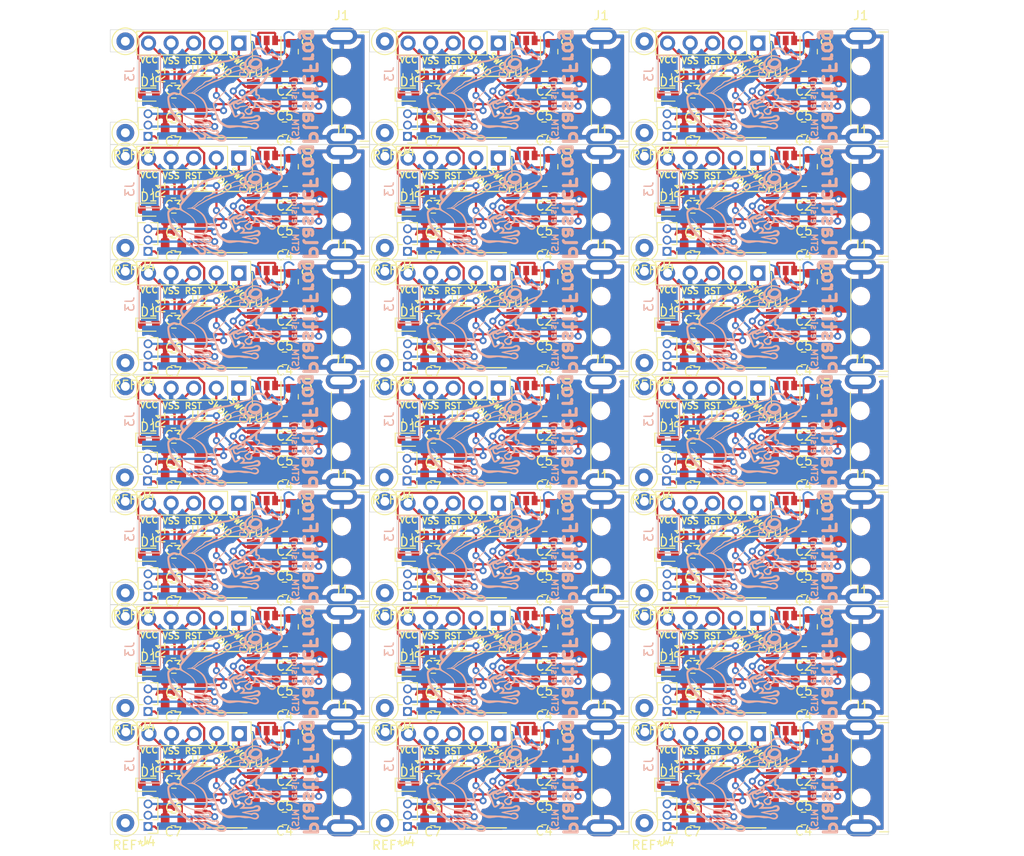
<source format=kicad_pcb>
(kicad_pcb (version 20171130) (host pcbnew 5.1.2)
  (layers (0 F.Cu signal) (31 B.Cu signal) (34 B.Paste user) (35 F.Paste user) (36 B.SilkS user) (37 F.SilkS user) (38 B.Mask user) (39 F.Mask user) (44 Edge.Cuts user))
  (net 0 "")
  (net 1 "Net-(C1-Pad1)")
  (net 2 VSS)
  (net 3 VCC)
  (net 4 NRST)
  (net 5 "Net-(D1-Pad2)")
  (net 6 D-)
  (net 7 D+)
  (net 8 SWCLK)
  (net 9 SWDIO)
  (net 10 PA0)
  (net 11 PA3)
  (net 12 PA2)
  (net 13 PA1)
  (net 14 "Net-(R1-Pad1)")
  (net 15 "Net-(U1-Pad4)")
  (net 16 "Net-(U2-Pad2)")
  (net 17 "Net-(U2-Pad3)")
  (net 18 "Net-(U2-Pad10)")
  (net 19 "Net-(U2-Pad11)")
  (net 20 "Net-(U2-Pad12)")
  (net 21 "Net-(U2-Pad13)")
  (net 22 "Net-(U2-Pad14)")
  (module Capacitor_SMD:C_0805_2012Metric (layer F.Cu) (at 95 70.25)
    (fp_text reference C6 (at 0 1.5) (layer F.SilkS))
    (fp_text value 1uF)
    (pad 2 smd roundrect (at 0.9375 0) (size 0.975 1.4) (layers F.Cu F.Paste F.Mask) (net 3 VCC))
    (pad 1 smd roundrect (at -0.9375 0) (size 0.975 1.4) (layers F.Cu F.Paste F.Mask) (net 2 VSS))
  )
  (module TestPoint:TestPoint_Loop_D2.50mm_Drill1.0mm (layer F.Cu) (at 118.75 63.15)
    (fp_text reference REF** hide)
    (fp_text value TestPoint_Loop_D2.50mm_Drill1.0mm)
    (pad 1 thru_hole circle (at 0 0) (size 2 2) (drill 1) (layers *.Cu *.Mask))
  )
  (module TestPoint:TestPoint_Loop_D2.50mm_Drill1.0mm (layer F.Cu) (at 89.55 73.45)
    (fp_text reference REF** (at 0.7 2.5) (layer F.SilkS))
    (fp_text value TestPoint_Loop_D2.50mm_Drill1.0mm)
    (pad 1 thru_hole circle (at 0 0) (size 2 2) (drill 1) (layers *.Cu *.Mask))
  )
  (module TestPoint:TestPoint_Loop_D2.50mm_Drill1.0mm (layer F.Cu) (at 89.55 63.15)
    (fp_text reference REF** hide)
    (fp_text value TestPoint_Loop_D2.50mm_Drill1.0mm)
    (pad 1 thru_hole circle (at 0 0) (size 2 2) (drill 1) (layers *.Cu *.Mask))
  )
  (module Connector_PinHeader_1.27mm:PinHeader_1x03_P1.27mm_Vertical (layer F.Cu) (at 150.5 73.85 180)
    (fp_text reference J4 (at 0 -1.695) (layer F.SilkS))
    (fp_text value Conn_01x03)
    (pad 1 thru_hole rect (at 0 0 180) (size 1 1) (drill 0.65) (layers *.Cu *.Mask) (net 11 PA3))
    (pad 2 thru_hole oval (at 0 1.27 180) (size 1 1) (drill 0.65) (layers *.Cu *.Mask) (net 12 PA2))
    (pad 3 thru_hole oval (at 0 2.54 180) (size 1 1) (drill 0.65) (layers *.Cu *.Mask) (net 13 PA1))
  )
  (module Package_SO:TSSOP-20_4.4x6.5mm_P0.65mm (layer F.Cu) (at 101 70.55)
    (fp_text reference U2 (at -3.1 -4.1) (layer F.SilkS))
    (fp_text value STM32F042F6Px)
    (pad 1 smd rect (at -2.95 -2.925) (size 1.45 0.45) (layers F.Cu F.Paste F.Mask) (net 14 "Net-(R1-Pad1)"))
    (pad 2 smd rect (at -2.95 -2.275) (size 1.45 0.45) (layers F.Cu F.Paste F.Mask) (net 16 "Net-(U2-Pad2)"))
    (pad 3 smd rect (at -2.95 -1.625) (size 1.45 0.45) (layers F.Cu F.Paste F.Mask) (net 17 "Net-(U2-Pad3)"))
    (pad 4 smd rect (at -2.95 -0.975) (size 1.45 0.45) (layers F.Cu F.Paste F.Mask) (net 4 NRST))
    (pad 5 smd rect (at -2.95 -0.325) (size 1.45 0.45) (layers F.Cu F.Paste F.Mask) (net 3 VCC))
    (pad 6 smd rect (at -2.95 0.325) (size 1.45 0.45) (layers F.Cu F.Paste F.Mask) (net 10 PA0))
    (pad 7 smd rect (at -2.95 0.975) (size 1.45 0.45) (layers F.Cu F.Paste F.Mask) (net 13 PA1))
    (pad 8 smd rect (at -2.95 1.625) (size 1.45 0.45) (layers F.Cu F.Paste F.Mask) (net 12 PA2))
    (pad 9 smd rect (at -2.95 2.275) (size 1.45 0.45) (layers F.Cu F.Paste F.Mask) (net 11 PA3))
    (pad 10 smd rect (at -2.95 2.925) (size 1.45 0.45) (layers F.Cu F.Paste F.Mask) (net 18 "Net-(U2-Pad10)"))
    (pad 11 smd rect (at 2.95 2.925) (size 1.45 0.45) (layers F.Cu F.Paste F.Mask) (net 19 "Net-(U2-Pad11)"))
    (pad 12 smd rect (at 2.95 2.275) (size 1.45 0.45) (layers F.Cu F.Paste F.Mask) (net 20 "Net-(U2-Pad12)"))
    (pad 13 smd rect (at 2.95 1.625) (size 1.45 0.45) (layers F.Cu F.Paste F.Mask) (net 21 "Net-(U2-Pad13)"))
    (pad 14 smd rect (at 2.95 0.975) (size 1.45 0.45) (layers F.Cu F.Paste F.Mask) (net 22 "Net-(U2-Pad14)"))
    (pad 15 smd rect (at 2.95 0.325) (size 1.45 0.45) (layers F.Cu F.Paste F.Mask) (net 2 VSS))
    (pad 16 smd rect (at 2.95 -0.325) (size 1.45 0.45) (layers F.Cu F.Paste F.Mask) (net 3 VCC))
    (pad 17 smd rect (at 2.95 -0.975) (size 1.45 0.45) (layers F.Cu F.Paste F.Mask) (net 6 D-))
    (pad 18 smd rect (at 2.95 -1.625) (size 1.45 0.45) (layers F.Cu F.Paste F.Mask) (net 7 D+))
    (pad 19 smd rect (at 2.95 -2.275) (size 1.45 0.45) (layers F.Cu F.Paste F.Mask) (net 9 SWDIO))
    (pad 20 smd rect (at 2.95 -2.925) (size 1.45 0.45) (layers F.Cu F.Paste F.Mask) (net 8 SWCLK))
  )
  (module TestPoint:TestPoint_Keystone_5019_Minature (layer B.Cu) (at 150.7 66.85 270)
    (fp_text reference J3 (at 0 2.25 270) (layer B.SilkS) (effects (justify mirror)))
    (fp_text value Conn_01x01)
    (pad 1 smd rect (at 0 0 270) (size 3.8 2) (layers B.Cu B.Paste B.Mask) (net 10 PA0))
  )
  (module Capacitor_SMD:C_0805_2012Metric (layer F.Cu) (at 136.7375 67.25)
    (fp_text reference C2 (at -0.0375 1.5) (layer F.SilkS))
    (fp_text value 1uF)
    (pad 1 smd roundrect (at -0.9375 0) (size 0.975 1.4) (layers F.Cu F.Paste F.Mask) (net 3 VCC))
    (pad 2 smd roundrect (at 0.9375 0) (size 0.975 1.4) (layers F.Cu F.Paste F.Mask) (net 2 VSS))
  )
  (module TestPoint:TestPoint_Keystone_5019_Minature (layer B.Cu) (at 121.5 66.85 270)
    (fp_text reference J3 (at 0 2.25 270) (layer B.SilkS) (effects (justify mirror)))
    (fp_text value Conn_01x01)
    (pad 1 smd rect (at 0 0 270) (size 3.8 2) (layers B.Cu B.Paste B.Mask) (net 10 PA0))
  )
  (module Package_SO:TSSOP-20_4.4x6.5mm_P0.65mm (layer F.Cu) (at 159.4 70.55)
    (fp_text reference U2 (at -3.1 -4.1) (layer F.SilkS))
    (fp_text value STM32F042F6Px)
    (pad 1 smd rect (at -2.95 -2.925) (size 1.45 0.45) (layers F.Cu F.Paste F.Mask) (net 14 "Net-(R1-Pad1)"))
    (pad 2 smd rect (at -2.95 -2.275) (size 1.45 0.45) (layers F.Cu F.Paste F.Mask) (net 16 "Net-(U2-Pad2)"))
    (pad 3 smd rect (at -2.95 -1.625) (size 1.45 0.45) (layers F.Cu F.Paste F.Mask) (net 17 "Net-(U2-Pad3)"))
    (pad 4 smd rect (at -2.95 -0.975) (size 1.45 0.45) (layers F.Cu F.Paste F.Mask) (net 4 NRST))
    (pad 5 smd rect (at -2.95 -0.325) (size 1.45 0.45) (layers F.Cu F.Paste F.Mask) (net 3 VCC))
    (pad 6 smd rect (at -2.95 0.325) (size 1.45 0.45) (layers F.Cu F.Paste F.Mask) (net 10 PA0))
    (pad 7 smd rect (at -2.95 0.975) (size 1.45 0.45) (layers F.Cu F.Paste F.Mask) (net 13 PA1))
    (pad 8 smd rect (at -2.95 1.625) (size 1.45 0.45) (layers F.Cu F.Paste F.Mask) (net 12 PA2))
    (pad 9 smd rect (at -2.95 2.275) (size 1.45 0.45) (layers F.Cu F.Paste F.Mask) (net 11 PA3))
    (pad 10 smd rect (at -2.95 2.925) (size 1.45 0.45) (layers F.Cu F.Paste F.Mask) (net 18 "Net-(U2-Pad10)"))
    (pad 11 smd rect (at 2.95 2.925) (size 1.45 0.45) (layers F.Cu F.Paste F.Mask) (net 19 "Net-(U2-Pad11)"))
    (pad 12 smd rect (at 2.95 2.275) (size 1.45 0.45) (layers F.Cu F.Paste F.Mask) (net 20 "Net-(U2-Pad12)"))
    (pad 13 smd rect (at 2.95 1.625) (size 1.45 0.45) (layers F.Cu F.Paste F.Mask) (net 21 "Net-(U2-Pad13)"))
    (pad 14 smd rect (at 2.95 0.975) (size 1.45 0.45) (layers F.Cu F.Paste F.Mask) (net 22 "Net-(U2-Pad14)"))
    (pad 15 smd rect (at 2.95 0.325) (size 1.45 0.45) (layers F.Cu F.Paste F.Mask) (net 2 VSS))
    (pad 16 smd rect (at 2.95 -0.325) (size 1.45 0.45) (layers F.Cu F.Paste F.Mask) (net 3 VCC))
    (pad 17 smd rect (at 2.95 -0.975) (size 1.45 0.45) (layers F.Cu F.Paste F.Mask) (net 6 D-))
    (pad 18 smd rect (at 2.95 -1.625) (size 1.45 0.45) (layers F.Cu F.Paste F.Mask) (net 7 D+))
    (pad 19 smd rect (at 2.95 -2.275) (size 1.45 0.45) (layers F.Cu F.Paste F.Mask) (net 9 SWDIO))
    (pad 20 smd rect (at 2.95 -2.925) (size 1.45 0.45) (layers F.Cu F.Paste F.Mask) (net 8 SWCLK))
  )
  (module Capacitor_SMD:C_0805_2012Metric (layer F.Cu) (at 166.7 64.3125 270)
    (fp_text reference C1 (at -1.5125 -1.7 90) (layer F.SilkS))
    (fp_text value 1uF)
    (pad 1 smd roundrect (at -0.9375 0 270) (size 0.975 1.4) (layers F.Cu F.Paste F.Mask) (net 1 "Net-(C1-Pad1)"))
    (pad 2 smd roundrect (at 0.9375 0 270) (size 0.975 1.4) (layers F.Cu F.Paste F.Mask) (net 2 VSS))
  )
  (module Capacitor_SMD:C_0805_2012Metric (layer F.Cu) (at 124.1625 73.05)
    (fp_text reference C7 (at 0 1.4) (layer F.SilkS))
    (fp_text value 10nF)
    (pad 2 smd roundrect (at 0.9375 0) (size 0.975 1.4) (layers F.Cu F.Paste F.Mask) (net 3 VCC))
    (pad 1 smd roundrect (at -0.9375 0) (size 0.975 1.4) (layers F.Cu F.Paste F.Mask) (net 2 VSS))
  )
  (module PlasticFrogSTM:Frog (layer B.Cu) (at 99.3 70.3 180)
    (fp_text reference Ref** hide)
    (fp_text value Val** hide)
  )
  (module LED_SMD:LED_0603_1608Metric (layer F.Cu) (at 92.2 69.15)
    (fp_text reference D1 (at 0 -1.43) (layer F.SilkS))
    (fp_text value Status)
    (pad 1 smd roundrect (at -0.7875 0) (size 0.875 0.95) (layers F.Cu F.Paste F.Mask) (net 2 VSS))
    (pad 2 smd roundrect (at 0.7875 0) (size 0.875 0.95) (layers F.Cu F.Paste F.Mask) (net 5 "Net-(D1-Pad2)"))
  )
  (module Package_TO_SOT_SMD:SOT-23-5 (layer F.Cu) (at 134.65 64.15 270)
    (fp_text reference U1 (at 2.5 0.4) (layer F.SilkS))
    (fp_text value TLV71311PDBV)
    (pad 5 smd rect (at 1.1 -0.95 270) (size 1.06 0.65) (layers F.Cu F.Paste F.Mask) (net 3 VCC))
    (pad 4 smd rect (at 1.1 0.95 270) (size 1.06 0.65) (layers F.Cu F.Paste F.Mask) (net 15 "Net-(U1-Pad4)"))
    (pad 3 smd rect (at -1.1 0.95 270) (size 1.06 0.65) (layers F.Cu F.Paste F.Mask) (net 1 "Net-(C1-Pad1)"))
    (pad 2 smd rect (at -1.1 0 270) (size 1.06 0.65) (layers F.Cu F.Paste F.Mask) (net 2 VSS))
    (pad 1 smd rect (at -1.1 -0.95 270) (size 1.06 0.65) (layers F.Cu F.Paste F.Mask) (net 1 "Net-(C1-Pad1)"))
  )
  (module LED_SMD:LED_0603_1608Metric (layer F.Cu) (at 150.6 69.15)
    (fp_text reference D1 (at 0 -1.43) (layer F.SilkS))
    (fp_text value Status)
    (pad 1 smd roundrect (at -0.7875 0) (size 0.875 0.95) (layers F.Cu F.Paste F.Mask) (net 2 VSS))
    (pad 2 smd roundrect (at 0.7875 0) (size 0.875 0.95) (layers F.Cu F.Paste F.Mask) (net 5 "Net-(D1-Pad2)"))
  )
  (module Capacitor_SMD:C_0805_2012Metric (layer F.Cu) (at 137.5 64.3125 270)
    (fp_text reference C1 (at -1.5125 -1.7 90) (layer F.SilkS))
    (fp_text value 1uF)
    (pad 2 smd roundrect (at 0.9375 0 270) (size 0.975 1.4) (layers F.Cu F.Paste F.Mask) (net 2 VSS))
    (pad 1 smd roundrect (at -0.9375 0 270) (size 0.975 1.4) (layers F.Cu F.Paste F.Mask) (net 1 "Net-(C1-Pad1)"))
  )
  (module Capacitor_SMD:C_0805_2012Metric (layer F.Cu) (at 165.8625 70.25)
    (fp_text reference C5 (at 0.0375 1.3) (layer F.SilkS))
    (fp_text value 100nF)
    (pad 1 smd roundrect (at -0.9375 0) (size 0.975 1.4) (layers F.Cu F.Paste F.Mask) (net 3 VCC))
    (pad 2 smd roundrect (at 0.9375 0) (size 0.975 1.4) (layers F.Cu F.Paste F.Mask) (net 2 VSS))
  )
  (module PlasticFrogSTM:Frog (layer B.Cu) (at 157.7 70.3 180)
    (fp_text reference Ref** hide)
    (fp_text value Val** hide)
  )
  (module Connector_PinHeader_2.54mm:PinHeader_1x05_P2.54mm_Vertical (layer F.Cu) (at 102.32 63.35 270)
    (fp_text reference J2)
    (fp_text value Prog)
    (pad 1 thru_hole rect (at 0 0 270) (size 1.7 1.7) (drill 1) (layers *.Cu *.Mask) (net 8 SWCLK))
    (pad 2 thru_hole oval (at 0 2.54 270) (size 1.7 1.7) (drill 1) (layers *.Cu *.Mask) (net 9 SWDIO))
    (pad 3 thru_hole oval (at 0 5.08 270) (size 1.7 1.7) (drill 1) (layers *.Cu *.Mask) (net 4 NRST))
    (pad 4 thru_hole oval (at 0 7.62 270) (size 1.7 1.7) (drill 1) (layers *.Cu *.Mask) (net 2 VSS))
    (pad 5 thru_hole oval (at 0 10.16 270) (size 1.7 1.7) (drill 1) (layers *.Cu *.Mask) (net 3 VCC))
  )
  (module Capacitor_SMD:C_0805_2012Metric (layer F.Cu) (at 153.4 70.25)
    (fp_text reference C6 (at 0 1.5) (layer F.SilkS))
    (fp_text value 1uF)
    (pad 2 smd roundrect (at 0.9375 0) (size 0.975 1.4) (layers F.Cu F.Paste F.Mask) (net 3 VCC))
    (pad 1 smd roundrect (at -0.9375 0) (size 0.975 1.4) (layers F.Cu F.Paste F.Mask) (net 2 VSS))
  )
  (module NFCBuisness:W (layer B.Cu) (at 135.3 64.45 180)
    (fp_text reference Ref** hide)
    (fp_text value Val** hide)
    (fp_poly (pts (xy -1.630587 2.420899) (xy -1.447524 2.328559) (xy -1.311592 2.194757) (xy -1.304211 2.183555) (xy -1.265704 2.11344) (xy -1.244213 2.038839) (xy -1.23774 1.938094) (xy -1.244287 1.789546) (xy -1.255088 1.651) (xy -1.268682 1.442824) (xy -1.279873 1.184894) (xy -1.287394 0.912114) (xy -1.289962 0.690936) (xy -1.289221 0.458958) (xy -1.284387 0.294975) (xy -1.273305 0.182336) (xy -1.25382 0.10439) (xy -1.223775 0.044488) (xy -1.202268 0.013603) (xy -1.116398 -0.071274) (xy -1.002822 -0.111004) (xy -0.929984 -0.119227) (xy -0.68211 -0.100096) (xy -0.454281 -0.00289) (xy -0.240656 0.175182) (xy -0.185776 0.236175) (xy -0.081108 0.349759) (xy 0.009066 0.431822) (xy 0.066141 0.465547) (xy 0.068112 0.465666) (xy 0.123755 0.432548) (xy 0.197182 0.348904) (xy 0.229505 0.301607) (xy 0.376869 0.110873) (xy 0.526913 -0.003226) (xy 0.674284 -0.03902) (xy 0.813631 0.005163) (xy 0.907971 0.089777) (xy 0.988653 0.198585) (xy 1.058934 0.326542) (xy 1.126082 0.490779) (xy 1.197364 0.708426) (xy 1.255985 0.910166) (xy 1.31545 1.12099) (xy 1.377683 1.340443) (xy 1.431333 1.528529) (xy 1.442246 1.566558) (xy 1.521416 1.84195) (xy 1.949565 2.005418) (xy 2.167567 2.084028) (xy 2.315998 2.126297) (xy 2.401001 2.133773) (xy 2.422145 2.124455) (xy 2.452677 2.065526) (xy 2.41974 2.005855) (xy 2.317286 1.940366) (xy 2.13927 1.863979) (xy 2.089887 1.8454) (xy 1.930263 1.78316) (xy 1.799296 1.726134) (xy 1.71927 1.684217) (xy 1.708527 1.676067) (xy 1.680315 1.619963) (xy 1.636526 1.498254) (xy 1.582553 1.327363) (xy 1.52379 1.123712) (xy 1.507251 1.063196) (xy 1.396737 0.68139) (xy 1.290651 0.376432) (xy 1.184846 0.140938) (xy 1.075173 -0.032475) (xy 0.957485 -0.15119) (xy 0.827635 -0.222591) (xy 0.776069 -0.238398) (xy 0.602379 -0.241191) (xy 0.418574 -0.174646) (xy 0.246259 -0.047924) (xy 0.192569 0.009056) (xy 0.041511 0.185533) (xy -0.128458 0.008645) (xy -0.312966 -0.157866) (xy -0.496288 -0.260737) (xy -0.709082 -0.314778) (xy -0.823587 -0.327186) (xy -0.981029 -0.333485) (xy -1.090094 -0.317957) (xy -1.185756 -0.27362) (xy -1.227666 -0.246552) (xy -1.355913 -0.118677) (xy -1.447302 0.068507) (xy -1.502345 0.318683) (xy -1.521551 0.635539) (xy -1.505431 1.022758) (xy -1.460818 1.436924) (xy -1.432055 1.688127) (xy -1.424811 1.871541) (xy -1.442863 2.002167) (xy -1.489991 2.095003) (xy -1.569973 2.165049) (xy -1.656298 2.212878) (xy -1.801342 2.257899) (xy -1.939703 2.239415) (xy -2.087459 2.15265) (xy -2.203421 2.05035) (xy -2.298884 1.96489) (xy -2.361491 1.934189) (xy -2.413708 1.94891) (xy -2.426473 1.957639) (xy -2.473927 2.002339) (xy -2.467648 2.051331) (xy -2.429475 2.110518) (xy -2.32004 2.223928) (xy -2.167499 2.330713) (xy -2.002595 2.413218) (xy -1.856072 2.453788) (xy -1.829026 2.455333) (xy -1.630587 2.420899)) (layer B.Cu) (width 0.01))
  )
  (module Capacitor_SMD:C_0805_2012Metric (layer F.Cu) (at 107.4625 72.95)
    (fp_text reference C4 (at 0 1.4) (layer F.SilkS))
    (fp_text value 4.7uF)
    (pad 2 smd roundrect (at 0.9375 0) (size 0.975 1.4) (layers F.Cu F.Paste F.Mask) (net 2 VSS))
    (pad 1 smd roundrect (at -0.9375 0) (size 0.975 1.4) (layers F.Cu F.Paste F.Mask) (net 3 VCC))
  )
  (module Capacitor_SMD:C_0805_2012Metric (layer F.Cu) (at 107.5375 67.25)
    (fp_text reference C2 (at -0.0375 1.5) (layer F.SilkS))
    (fp_text value 1uF)
    (pad 2 smd roundrect (at 0.9375 0) (size 0.975 1.4) (layers F.Cu F.Paste F.Mask) (net 2 VSS))
    (pad 1 smd roundrect (at -0.9375 0) (size 0.975 1.4) (layers F.Cu F.Paste F.Mask) (net 3 VCC))
  )
  (module Capacitor_SMD:C_0805_2012Metric (layer F.Cu) (at 124.2 70.25)
    (fp_text reference C6 (at 0 1.5) (layer F.SilkS))
    (fp_text value 1uF)
    (pad 1 smd roundrect (at -0.9375 0) (size 0.975 1.4) (layers F.Cu F.Paste F.Mask) (net 2 VSS))
    (pad 2 smd roundrect (at 0.9375 0) (size 0.975 1.4) (layers F.Cu F.Paste F.Mask) (net 3 VCC))
  )
  (module Connector_PinHeader_2.54mm:PinHeader_1x05_P2.54mm_Vertical (layer F.Cu) (at 131.52 63.35 270)
    (fp_text reference J2)
    (fp_text value Prog)
    (pad 5 thru_hole oval (at 0 10.16 270) (size 1.7 1.7) (drill 1) (layers *.Cu *.Mask) (net 3 VCC))
    (pad 4 thru_hole oval (at 0 7.62 270) (size 1.7 1.7) (drill 1) (layers *.Cu *.Mask) (net 2 VSS))
    (pad 3 thru_hole oval (at 0 5.08 270) (size 1.7 1.7) (drill 1) (layers *.Cu *.Mask) (net 4 NRST))
    (pad 2 thru_hole oval (at 0 2.54 270) (size 1.7 1.7) (drill 1) (layers *.Cu *.Mask) (net 9 SWDIO))
    (pad 1 thru_hole rect (at 0 0 270) (size 1.7 1.7) (drill 1) (layers *.Cu *.Mask) (net 8 SWCLK))
  )
  (module Connector_USB:USB_A_CNCTech_1001-011-01101_Horizontal (layer F.Cu) (at 150 68.25)
    (fp_text reference J1 (at -6.9 -8) (layer F.SilkS))
    (fp_text value USB_A)
    (pad "" np_thru_hole circle (at -6.9 2.3) (size 1.1 1.1) (drill 1.1) (layers *.Cu *.Mask))
    (pad "" np_thru_hole circle (at -6.9 -2.3) (size 1.1 1.1) (drill 1.1) (layers *.Cu *.Mask))
    (pad 5 thru_hole oval (at -6.9 5.7) (size 3.5 1.9) (drill oval 2.5 0.9) (layers *.Cu *.Mask) (net 2 VSS))
    (pad 5 thru_hole oval (at -6.9 -5.7) (size 3.5 1.9) (drill oval 2.5 0.9) (layers *.Cu *.Mask) (net 2 VSS))
    (pad 4 smd rect (at -9.65 3.5) (size 2.5 1.1) (layers F.Cu F.Paste F.Mask) (net 2 VSS))
    (pad 1 smd rect (at -9.65 -3.5) (size 2.5 1.1) (layers F.Cu F.Paste F.Mask) (net 1 "Net-(C1-Pad1)"))
    (pad 3 smd rect (at -9.65 1) (size 2.5 1.1) (layers F.Cu F.Paste F.Mask) (net 7 D+))
    (pad 2 smd rect (at -9.65 -1) (size 2.5 1.1) (layers F.Cu F.Paste F.Mask) (net 6 D-))
  )
  (module Capacitor_SMD:C_0805_2012Metric (layer F.Cu) (at 153.3625 73.05)
    (fp_text reference C7 (at 0 1.4) (layer F.SilkS))
    (fp_text value 10nF)
    (pad 1 smd roundrect (at -0.9375 0) (size 0.975 1.4) (layers F.Cu F.Paste F.Mask) (net 2 VSS))
    (pad 2 smd roundrect (at 0.9375 0) (size 0.975 1.4) (layers F.Cu F.Paste F.Mask) (net 3 VCC))
  )
  (module Resistor_SMD:R_0603_1608Metric (layer F.Cu) (at 150.5 66.95 270)
    (fp_text reference R1 (at 0 -1.43 90) (layer F.SilkS))
    (fp_text value 330)
    (pad 1 smd roundrect (at -0.7875 0 270) (size 0.875 0.95) (layers F.Cu F.Paste F.Mask) (net 14 "Net-(R1-Pad1)"))
    (pad 2 smd roundrect (at 0.7875 0 270) (size 0.875 0.95) (layers F.Cu F.Paste F.Mask) (net 5 "Net-(D1-Pad2)"))
  )
  (module Connector_PinHeader_1.27mm:PinHeader_1x03_P1.27mm_Vertical (layer F.Cu) (at 121.3 73.85 180)
    (fp_text reference J4 (at 0 -1.695) (layer F.SilkS))
    (fp_text value Conn_01x03)
    (pad 3 thru_hole oval (at 0 2.54 180) (size 1 1) (drill 0.65) (layers *.Cu *.Mask) (net 13 PA1))
    (pad 2 thru_hole oval (at 0 1.27 180) (size 1 1) (drill 0.65) (layers *.Cu *.Mask) (net 12 PA2))
    (pad 1 thru_hole rect (at 0 0 180) (size 1 1) (drill 0.65) (layers *.Cu *.Mask) (net 11 PA3))
  )
  (module Capacitor_SMD:C_0805_2012Metric (layer F.Cu) (at 136.6625 72.95)
    (fp_text reference C4 (at 0 1.4) (layer F.SilkS))
    (fp_text value 4.7uF)
    (pad 1 smd roundrect (at -0.9375 0) (size 0.975 1.4) (layers F.Cu F.Paste F.Mask) (net 3 VCC))
    (pad 2 smd roundrect (at 0.9375 0) (size 0.975 1.4) (layers F.Cu F.Paste F.Mask) (net 2 VSS))
  )
  (module Capacitor_SMD:C_0805_2012Metric (layer F.Cu) (at 108.3 64.3125 270)
    (fp_text reference C1 (at -1.5125 -1.7 90) (layer F.SilkS))
    (fp_text value 1uF)
    (pad 1 smd roundrect (at -0.9375 0 270) (size 0.975 1.4) (layers F.Cu F.Paste F.Mask) (net 1 "Net-(C1-Pad1)"))
    (pad 2 smd roundrect (at 0.9375 0 270) (size 0.975 1.4) (layers F.Cu F.Paste F.Mask) (net 2 VSS))
  )
  (module Capacitor_SMD:C_0805_2012Metric (layer F.Cu) (at 153.3625 67.15)
    (fp_text reference C3 (at 0 1.5) (layer F.SilkS))
    (fp_text value 100nF)
    (pad 1 smd roundrect (at -0.9375 0) (size 0.975 1.4) (layers F.Cu F.Paste F.Mask) (net 2 VSS))
    (pad 2 smd roundrect (at 0.9375 0) (size 0.975 1.4) (layers F.Cu F.Paste F.Mask) (net 4 NRST))
  )
  (module Capacitor_SMD:C_0805_2012Metric (layer F.Cu) (at 107.4625 70.25)
    (fp_text reference C5 (at 0.0375 1.3) (layer F.SilkS))
    (fp_text value 100nF)
    (pad 1 smd roundrect (at -0.9375 0) (size 0.975 1.4) (layers F.Cu F.Paste F.Mask) (net 3 VCC))
    (pad 2 smd roundrect (at 0.9375 0) (size 0.975 1.4) (layers F.Cu F.Paste F.Mask) (net 2 VSS))
  )
  (module Connector_PinHeader_1.27mm:PinHeader_1x03_P1.27mm_Vertical (layer F.Cu) (at 92.1 73.85 180)
    (fp_text reference J4 (at 0 -1.695) (layer F.SilkS))
    (fp_text value Conn_01x03)
    (pad 1 thru_hole rect (at 0 0 180) (size 1 1) (drill 0.65) (layers *.Cu *.Mask) (net 11 PA3))
    (pad 2 thru_hole oval (at 0 1.27 180) (size 1 1) (drill 0.65) (layers *.Cu *.Mask) (net 12 PA2))
    (pad 3 thru_hole oval (at 0 2.54 180) (size 1 1) (drill 0.65) (layers *.Cu *.Mask) (net 13 PA1))
  )
  (module TestPoint:TestPoint_Keystone_5019_Minature (layer B.Cu) (at 92.3 66.85 270)
    (fp_text reference J3 (at 0 2.25 270) (layer B.SilkS) (effects (justify mirror)))
    (fp_text value Conn_01x01)
    (pad 1 smd rect (at 0 0 270) (size 3.8 2) (layers B.Cu B.Paste B.Mask) (net 10 PA0))
  )
  (module Connector_USB:USB_A_CNCTech_1001-011-01101_Horizontal (layer F.Cu) (at 179.2 68.25)
    (fp_text reference J1 (at -6.9 -8) (layer F.SilkS))
    (fp_text value USB_A)
    (pad 2 smd rect (at -9.65 -1) (size 2.5 1.1) (layers F.Cu F.Paste F.Mask) (net 6 D-))
    (pad 3 smd rect (at -9.65 1) (size 2.5 1.1) (layers F.Cu F.Paste F.Mask) (net 7 D+))
    (pad 1 smd rect (at -9.65 -3.5) (size 2.5 1.1) (layers F.Cu F.Paste F.Mask) (net 1 "Net-(C1-Pad1)"))
    (pad 4 smd rect (at -9.65 3.5) (size 2.5 1.1) (layers F.Cu F.Paste F.Mask) (net 2 VSS))
    (pad 5 thru_hole oval (at -6.9 -5.7) (size 3.5 1.9) (drill oval 2.5 0.9) (layers *.Cu *.Mask) (net 2 VSS))
    (pad 5 thru_hole oval (at -6.9 5.7) (size 3.5 1.9) (drill oval 2.5 0.9) (layers *.Cu *.Mask) (net 2 VSS))
    (pad "" np_thru_hole circle (at -6.9 -2.3) (size 1.1 1.1) (drill 1.1) (layers *.Cu *.Mask))
    (pad "" np_thru_hole circle (at -6.9 2.3) (size 1.1 1.1) (drill 1.1) (layers *.Cu *.Mask))
  )
  (module Resistor_SMD:R_0603_1608Metric (layer F.Cu) (at 121.3 66.95 270)
    (fp_text reference R1 (at 0 -1.43 90) (layer F.SilkS))
    (fp_text value 330)
    (pad 2 smd roundrect (at 0.7875 0 270) (size 0.875 0.95) (layers F.Cu F.Paste F.Mask) (net 5 "Net-(D1-Pad2)"))
    (pad 1 smd roundrect (at -0.7875 0 270) (size 0.875 0.95) (layers F.Cu F.Paste F.Mask) (net 14 "Net-(R1-Pad1)"))
  )
  (module Capacitor_SMD:C_0805_2012Metric (layer F.Cu) (at 165.8625 72.95)
    (fp_text reference C4 (at 0 1.4) (layer F.SilkS))
    (fp_text value 4.7uF)
    (pad 2 smd roundrect (at 0.9375 0) (size 0.975 1.4) (layers F.Cu F.Paste F.Mask) (net 2 VSS))
    (pad 1 smd roundrect (at -0.9375 0) (size 0.975 1.4) (layers F.Cu F.Paste F.Mask) (net 3 VCC))
  )
  (module Package_SO:TSSOP-20_4.4x6.5mm_P0.65mm (layer F.Cu) (at 130.2 70.55)
    (fp_text reference U2 (at -3.1 -4.1) (layer F.SilkS))
    (fp_text value STM32F042F6Px)
    (pad 20 smd rect (at 2.95 -2.925) (size 1.45 0.45) (layers F.Cu F.Paste F.Mask) (net 8 SWCLK))
    (pad 19 smd rect (at 2.95 -2.275) (size 1.45 0.45) (layers F.Cu F.Paste F.Mask) (net 9 SWDIO))
    (pad 18 smd rect (at 2.95 -1.625) (size 1.45 0.45) (layers F.Cu F.Paste F.Mask) (net 7 D+))
    (pad 17 smd rect (at 2.95 -0.975) (size 1.45 0.45) (layers F.Cu F.Paste F.Mask) (net 6 D-))
    (pad 16 smd rect (at 2.95 -0.325) (size 1.45 0.45) (layers F.Cu F.Paste F.Mask) (net 3 VCC))
    (pad 15 smd rect (at 2.95 0.325) (size 1.45 0.45) (layers F.Cu F.Paste F.Mask) (net 2 VSS))
    (pad 14 smd rect (at 2.95 0.975) (size 1.45 0.45) (layers F.Cu F.Paste F.Mask) (net 22 "Net-(U2-Pad14)"))
    (pad 13 smd rect (at 2.95 1.625) (size 1.45 0.45) (layers F.Cu F.Paste F.Mask) (net 21 "Net-(U2-Pad13)"))
    (pad 12 smd rect (at 2.95 2.275) (size 1.45 0.45) (layers F.Cu F.Paste F.Mask) (net 20 "Net-(U2-Pad12)"))
    (pad 11 smd rect (at 2.95 2.925) (size 1.45 0.45) (layers F.Cu F.Paste F.Mask) (net 19 "Net-(U2-Pad11)"))
    (pad 10 smd rect (at -2.95 2.925) (size 1.45 0.45) (layers F.Cu F.Paste F.Mask) (net 18 "Net-(U2-Pad10)"))
    (pad 9 smd rect (at -2.95 2.275) (size 1.45 0.45) (layers F.Cu F.Paste F.Mask) (net 11 PA3))
    (pad 8 smd rect (at -2.95 1.625) (size 1.45 0.45) (layers F.Cu F.Paste F.Mask) (net 12 PA2))
    (pad 7 smd rect (at -2.95 0.975) (size 1.45 0.45) (layers F.Cu F.Paste F.Mask) (net 13 PA1))
    (pad 6 smd rect (at -2.95 0.325) (size 1.45 0.45) (layers F.Cu F.Paste F.Mask) (net 10 PA0))
    (pad 5 smd rect (at -2.95 -0.325) (size 1.45 0.45) (layers F.Cu F.Paste F.Mask) (net 3 VCC))
    (pad 4 smd rect (at -2.95 -0.975) (size 1.45 0.45) (layers F.Cu F.Paste F.Mask) (net 4 NRST))
    (pad 3 smd rect (at -2.95 -1.625) (size 1.45 0.45) (layers F.Cu F.Paste F.Mask) (net 17 "Net-(U2-Pad3)"))
    (pad 2 smd rect (at -2.95 -2.275) (size 1.45 0.45) (layers F.Cu F.Paste F.Mask) (net 16 "Net-(U2-Pad2)"))
    (pad 1 smd rect (at -2.95 -2.925) (size 1.45 0.45) (layers F.Cu F.Paste F.Mask) (net 14 "Net-(R1-Pad1)"))
  )
  (module Connector_PinHeader_2.54mm:PinHeader_1x05_P2.54mm_Vertical (layer F.Cu) (at 160.72 63.35 270)
    (fp_text reference J2)
    (fp_text value Prog)
    (pad 1 thru_hole rect (at 0 0 270) (size 1.7 1.7) (drill 1) (layers *.Cu *.Mask) (net 8 SWCLK))
    (pad 2 thru_hole oval (at 0 2.54 270) (size 1.7 1.7) (drill 1) (layers *.Cu *.Mask) (net 9 SWDIO))
    (pad 3 thru_hole oval (at 0 5.08 270) (size 1.7 1.7) (drill 1) (layers *.Cu *.Mask) (net 4 NRST))
    (pad 4 thru_hole oval (at 0 7.62 270) (size 1.7 1.7) (drill 1) (layers *.Cu *.Mask) (net 2 VSS))
    (pad 5 thru_hole oval (at 0 10.16 270) (size 1.7 1.7) (drill 1) (layers *.Cu *.Mask) (net 3 VCC))
  )
  (module Capacitor_SMD:C_0805_2012Metric (layer F.Cu) (at 165.9375 67.25)
    (fp_text reference C2 (at -0.0375 1.5) (layer F.SilkS))
    (fp_text value 1uF)
    (pad 2 smd roundrect (at 0.9375 0) (size 0.975 1.4) (layers F.Cu F.Paste F.Mask) (net 2 VSS))
    (pad 1 smd roundrect (at -0.9375 0) (size 0.975 1.4) (layers F.Cu F.Paste F.Mask) (net 3 VCC))
  )
  (module NFCBuisness:W (layer B.Cu) (at 106.1 64.45 180)
    (fp_text reference Ref** hide)
    (fp_text value Val** hide)
    (fp_poly (pts (xy -1.630587 2.420899) (xy -1.447524 2.328559) (xy -1.311592 2.194757) (xy -1.304211 2.183555) (xy -1.265704 2.11344) (xy -1.244213 2.038839) (xy -1.23774 1.938094) (xy -1.244287 1.789546) (xy -1.255088 1.651) (xy -1.268682 1.442824) (xy -1.279873 1.184894) (xy -1.287394 0.912114) (xy -1.289962 0.690936) (xy -1.289221 0.458958) (xy -1.284387 0.294975) (xy -1.273305 0.182336) (xy -1.25382 0.10439) (xy -1.223775 0.044488) (xy -1.202268 0.013603) (xy -1.116398 -0.071274) (xy -1.002822 -0.111004) (xy -0.929984 -0.119227) (xy -0.68211 -0.100096) (xy -0.454281 -0.00289) (xy -0.240656 0.175182) (xy -0.185776 0.236175) (xy -0.081108 0.349759) (xy 0.009066 0.431822) (xy 0.066141 0.465547) (xy 0.068112 0.465666) (xy 0.123755 0.432548) (xy 0.197182 0.348904) (xy 0.229505 0.301607) (xy 0.376869 0.110873) (xy 0.526913 -0.003226) (xy 0.674284 -0.03902) (xy 0.813631 0.005163) (xy 0.907971 0.089777) (xy 0.988653 0.198585) (xy 1.058934 0.326542) (xy 1.126082 0.490779) (xy 1.197364 0.708426) (xy 1.255985 0.910166) (xy 1.31545 1.12099) (xy 1.377683 1.340443) (xy 1.431333 1.528529) (xy 1.442246 1.566558) (xy 1.521416 1.84195) (xy 1.949565 2.005418) (xy 2.167567 2.084028) (xy 2.315998 2.126297) (xy 2.401001 2.133773) (xy 2.422145 2.124455) (xy 2.452677 2.065526) (xy 2.41974 2.005855) (xy 2.317286 1.940366) (xy 2.13927 1.863979) (xy 2.089887 1.8454) (xy 1.930263 1.78316) (xy 1.799296 1.726134) (xy 1.71927 1.684217) (xy 1.708527 1.676067) (xy 1.680315 1.619963) (xy 1.636526 1.498254) (xy 1.582553 1.327363) (xy 1.52379 1.123712) (xy 1.507251 1.063196) (xy 1.396737 0.68139) (xy 1.290651 0.376432) (xy 1.184846 0.140938) (xy 1.075173 -0.032475) (xy 0.957485 -0.15119) (xy 0.827635 -0.222591) (xy 0.776069 -0.238398) (xy 0.602379 -0.241191) (xy 0.418574 -0.174646) (xy 0.246259 -0.047924) (xy 0.192569 0.009056) (xy 0.041511 0.185533) (xy -0.128458 0.008645) (xy -0.312966 -0.157866) (xy -0.496288 -0.260737) (xy -0.709082 -0.314778) (xy -0.823587 -0.327186) (xy -0.981029 -0.333485) (xy -1.090094 -0.317957) (xy -1.185756 -0.27362) (xy -1.227666 -0.246552) (xy -1.355913 -0.118677) (xy -1.447302 0.068507) (xy -1.502345 0.318683) (xy -1.521551 0.635539) (xy -1.505431 1.022758) (xy -1.460818 1.436924) (xy -1.432055 1.688127) (xy -1.424811 1.871541) (xy -1.442863 2.002167) (xy -1.489991 2.095003) (xy -1.569973 2.165049) (xy -1.656298 2.212878) (xy -1.801342 2.257899) (xy -1.939703 2.239415) (xy -2.087459 2.15265) (xy -2.203421 2.05035) (xy -2.298884 1.96489) (xy -2.361491 1.934189) (xy -2.413708 1.94891) (xy -2.426473 1.957639) (xy -2.473927 2.002339) (xy -2.467648 2.051331) (xy -2.429475 2.110518) (xy -2.32004 2.223928) (xy -2.167499 2.330713) (xy -2.002595 2.413218) (xy -1.856072 2.453788) (xy -1.829026 2.455333) (xy -1.630587 2.420899)) (layer B.Cu) (width 0.01))
  )
  (module TestPoint:TestPoint_Loop_D2.50mm_Drill1.0mm (layer F.Cu) (at 147.95 73.45)
    (fp_text reference REF** (at 0.7 2.5) (layer F.SilkS))
    (fp_text value TestPoint_Loop_D2.50mm_Drill1.0mm)
    (pad 1 thru_hole circle (at 0 0) (size 2 2) (drill 1) (layers *.Cu *.Mask))
  )
  (module NFCBuisness:W (layer B.Cu) (at 164.5 64.45 180)
    (fp_text reference Ref** hide)
    (fp_text value Val** hide)
    (fp_poly (pts (xy -1.630587 2.420899) (xy -1.447524 2.328559) (xy -1.311592 2.194757) (xy -1.304211 2.183555) (xy -1.265704 2.11344) (xy -1.244213 2.038839) (xy -1.23774 1.938094) (xy -1.244287 1.789546) (xy -1.255088 1.651) (xy -1.268682 1.442824) (xy -1.279873 1.184894) (xy -1.287394 0.912114) (xy -1.289962 0.690936) (xy -1.289221 0.458958) (xy -1.284387 0.294975) (xy -1.273305 0.182336) (xy -1.25382 0.10439) (xy -1.223775 0.044488) (xy -1.202268 0.013603) (xy -1.116398 -0.071274) (xy -1.002822 -0.111004) (xy -0.929984 -0.119227) (xy -0.68211 -0.100096) (xy -0.454281 -0.00289) (xy -0.240656 0.175182) (xy -0.185776 0.236175) (xy -0.081108 0.349759) (xy 0.009066 0.431822) (xy 0.066141 0.465547) (xy 0.068112 0.465666) (xy 0.123755 0.432548) (xy 0.197182 0.348904) (xy 0.229505 0.301607) (xy 0.376869 0.110873) (xy 0.526913 -0.003226) (xy 0.674284 -0.03902) (xy 0.813631 0.005163) (xy 0.907971 0.089777) (xy 0.988653 0.198585) (xy 1.058934 0.326542) (xy 1.126082 0.490779) (xy 1.197364 0.708426) (xy 1.255985 0.910166) (xy 1.31545 1.12099) (xy 1.377683 1.340443) (xy 1.431333 1.528529) (xy 1.442246 1.566558) (xy 1.521416 1.84195) (xy 1.949565 2.005418) (xy 2.167567 2.084028) (xy 2.315998 2.126297) (xy 2.401001 2.133773) (xy 2.422145 2.124455) (xy 2.452677 2.065526) (xy 2.41974 2.005855) (xy 2.317286 1.940366) (xy 2.13927 1.863979) (xy 2.089887 1.8454) (xy 1.930263 1.78316) (xy 1.799296 1.726134) (xy 1.71927 1.684217) (xy 1.708527 1.676067) (xy 1.680315 1.619963) (xy 1.636526 1.498254) (xy 1.582553 1.327363) (xy 1.52379 1.123712) (xy 1.507251 1.063196) (xy 1.396737 0.68139) (xy 1.290651 0.376432) (xy 1.184846 0.140938) (xy 1.075173 -0.032475) (xy 0.957485 -0.15119) (xy 0.827635 -0.222591) (xy 0.776069 -0.238398) (xy 0.602379 -0.241191) (xy 0.418574 -0.174646) (xy 0.246259 -0.047924) (xy 0.192569 0.009056) (xy 0.041511 0.185533) (xy -0.128458 0.008645) (xy -0.312966 -0.157866) (xy -0.496288 -0.260737) (xy -0.709082 -0.314778) (xy -0.823587 -0.327186) (xy -0.981029 -0.333485) (xy -1.090094 -0.317957) (xy -1.185756 -0.27362) (xy -1.227666 -0.246552) (xy -1.355913 -0.118677) (xy -1.447302 0.068507) (xy -1.502345 0.318683) (xy -1.521551 0.635539) (xy -1.505431 1.022758) (xy -1.460818 1.436924) (xy -1.432055 1.688127) (xy -1.424811 1.871541) (xy -1.442863 2.002167) (xy -1.489991 2.095003) (xy -1.569973 2.165049) (xy -1.656298 2.212878) (xy -1.801342 2.257899) (xy -1.939703 2.239415) (xy -2.087459 2.15265) (xy -2.203421 2.05035) (xy -2.298884 1.96489) (xy -2.361491 1.934189) (xy -2.413708 1.94891) (xy -2.426473 1.957639) (xy -2.473927 2.002339) (xy -2.467648 2.051331) (xy -2.429475 2.110518) (xy -2.32004 2.223928) (xy -2.167499 2.330713) (xy -2.002595 2.413218) (xy -1.856072 2.453788) (xy -1.829026 2.455333) (xy -1.630587 2.420899)) (layer B.Cu) (width 0.01))
  )
  (module TestPoint:TestPoint_Loop_D2.50mm_Drill1.0mm (layer F.Cu) (at 118.75 73.45)
    (fp_text reference REF** (at 0.7 2.5) (layer F.SilkS))
    (fp_text value TestPoint_Loop_D2.50mm_Drill1.0mm)
    (pad 1 thru_hole circle (at 0 0) (size 2 2) (drill 1) (layers *.Cu *.Mask))
  )
  (module Resistor_SMD:R_0603_1608Metric (layer F.Cu) (at 92.1 66.95 270)
    (fp_text reference R1 (at 0 -1.43 90) (layer F.SilkS))
    (fp_text value 330)
    (pad 1 smd roundrect (at -0.7875 0 270) (size 0.875 0.95) (layers F.Cu F.Paste F.Mask) (net 14 "Net-(R1-Pad1)"))
    (pad 2 smd roundrect (at 0.7875 0 270) (size 0.875 0.95) (layers F.Cu F.Paste F.Mask) (net 5 "Net-(D1-Pad2)"))
  )
  (module Capacitor_SMD:C_0805_2012Metric (layer F.Cu) (at 94.9625 73.05)
    (fp_text reference C7 (at 0 1.4) (layer F.SilkS))
    (fp_text value 10nF)
    (pad 1 smd roundrect (at -0.9375 0) (size 0.975 1.4) (layers F.Cu F.Paste F.Mask) (net 2 VSS))
    (pad 2 smd roundrect (at 0.9375 0) (size 0.975 1.4) (layers F.Cu F.Paste F.Mask) (net 3 VCC))
  )
  (module Package_TO_SOT_SMD:SOT-23-5 (layer F.Cu) (at 105.45 64.15 270)
    (fp_text reference U1 (at 2.5 0.4) (layer F.SilkS))
    (fp_text value TLV71311PDBV)
    (pad 1 smd rect (at -1.1 -0.95 270) (size 1.06 0.65) (layers F.Cu F.Paste F.Mask) (net 1 "Net-(C1-Pad1)"))
    (pad 2 smd rect (at -1.1 0 270) (size 1.06 0.65) (layers F.Cu F.Paste F.Mask) (net 2 VSS))
    (pad 3 smd rect (at -1.1 0.95 270) (size 1.06 0.65) (layers F.Cu F.Paste F.Mask) (net 1 "Net-(C1-Pad1)"))
    (pad 4 smd rect (at 1.1 0.95 270) (size 1.06 0.65) (layers F.Cu F.Paste F.Mask) (net 15 "Net-(U1-Pad4)"))
    (pad 5 smd rect (at 1.1 -0.95 270) (size 1.06 0.65) (layers F.Cu F.Paste F.Mask) (net 3 VCC))
  )
  (module Capacitor_SMD:C_0805_2012Metric (layer F.Cu) (at 94.9625 67.15)
    (fp_text reference C3 (at 0 1.5) (layer F.SilkS))
    (fp_text value 100nF)
    (pad 1 smd roundrect (at -0.9375 0) (size 0.975 1.4) (layers F.Cu F.Paste F.Mask) (net 2 VSS))
    (pad 2 smd roundrect (at 0.9375 0) (size 0.975 1.4) (layers F.Cu F.Paste F.Mask) (net 4 NRST))
  )
  (module Capacitor_SMD:C_0805_2012Metric (layer F.Cu) (at 124.1625 67.15)
    (fp_text reference C3 (at 0 1.5) (layer F.SilkS))
    (fp_text value 100nF)
    (pad 2 smd roundrect (at 0.9375 0) (size 0.975 1.4) (layers F.Cu F.Paste F.Mask) (net 4 NRST))
    (pad 1 smd roundrect (at -0.9375 0) (size 0.975 1.4) (layers F.Cu F.Paste F.Mask) (net 2 VSS))
  )
  (module TestPoint:TestPoint_Loop_D2.50mm_Drill1.0mm (layer F.Cu) (at 147.95 63.15)
    (fp_text reference REF** hide)
    (fp_text value TestPoint_Loop_D2.50mm_Drill1.0mm)
    (pad 1 thru_hole circle (at 0 0) (size 2 2) (drill 1) (layers *.Cu *.Mask))
  )
  (module LED_SMD:LED_0603_1608Metric (layer F.Cu) (at 121.4 69.15)
    (fp_text reference D1 (at 0 -1.43) (layer F.SilkS))
    (fp_text value Status)
    (pad 2 smd roundrect (at 0.7875 0) (size 0.875 0.95) (layers F.Cu F.Paste F.Mask) (net 5 "Net-(D1-Pad2)"))
    (pad 1 smd roundrect (at -0.7875 0) (size 0.875 0.95) (layers F.Cu F.Paste F.Mask) (net 2 VSS))
  )
  (module PlasticFrogSTM:Frog (layer B.Cu) (at 128.5 70.3 180)
    (fp_text reference Ref** hide)
    (fp_text value Val** hide)
  )
  (module Connector_USB:USB_A_CNCTech_1001-011-01101_Horizontal (layer F.Cu) (at 120.8 68.25)
    (fp_text reference J1 (at -6.9 -8) (layer F.SilkS))
    (fp_text value USB_A)
    (pad 2 smd rect (at -9.65 -1) (size 2.5 1.1) (layers F.Cu F.Paste F.Mask) (net 6 D-))
    (pad 3 smd rect (at -9.65 1) (size 2.5 1.1) (layers F.Cu F.Paste F.Mask) (net 7 D+))
    (pad 1 smd rect (at -9.65 -3.5) (size 2.5 1.1) (layers F.Cu F.Paste F.Mask) (net 1 "Net-(C1-Pad1)"))
    (pad 4 smd rect (at -9.65 3.5) (size 2.5 1.1) (layers F.Cu F.Paste F.Mask) (net 2 VSS))
    (pad 5 thru_hole oval (at -6.9 -5.7) (size 3.5 1.9) (drill oval 2.5 0.9) (layers *.Cu *.Mask) (net 2 VSS))
    (pad 5 thru_hole oval (at -6.9 5.7) (size 3.5 1.9) (drill oval 2.5 0.9) (layers *.Cu *.Mask) (net 2 VSS))
    (pad "" np_thru_hole circle (at -6.9 -2.3) (size 1.1 1.1) (drill 1.1) (layers *.Cu *.Mask))
    (pad "" np_thru_hole circle (at -6.9 2.3) (size 1.1 1.1) (drill 1.1) (layers *.Cu *.Mask))
  )
  (module Package_TO_SOT_SMD:SOT-23-5 (layer F.Cu) (at 163.85 64.15 270)
    (fp_text reference U1 (at 2.5 0.4) (layer F.SilkS))
    (fp_text value TLV71311PDBV)
    (pad 1 smd rect (at -1.1 -0.95 270) (size 1.06 0.65) (layers F.Cu F.Paste F.Mask) (net 1 "Net-(C1-Pad1)"))
    (pad 2 smd rect (at -1.1 0 270) (size 1.06 0.65) (layers F.Cu F.Paste F.Mask) (net 2 VSS))
    (pad 3 smd rect (at -1.1 0.95 270) (size 1.06 0.65) (layers F.Cu F.Paste F.Mask) (net 1 "Net-(C1-Pad1)"))
    (pad 4 smd rect (at 1.1 0.95 270) (size 1.06 0.65) (layers F.Cu F.Paste F.Mask) (net 15 "Net-(U1-Pad4)"))
    (pad 5 smd rect (at 1.1 -0.95 270) (size 1.06 0.65) (layers F.Cu F.Paste F.Mask) (net 3 VCC))
  )
  (module Capacitor_SMD:C_0805_2012Metric (layer F.Cu) (at 136.6625 70.25)
    (fp_text reference C5 (at 0.0375 1.3) (layer F.SilkS))
    (fp_text value 100nF)
    (pad 2 smd roundrect (at 0.9375 0) (size 0.975 1.4) (layers F.Cu F.Paste F.Mask) (net 2 VSS))
    (pad 1 smd roundrect (at -0.9375 0) (size 0.975 1.4) (layers F.Cu F.Paste F.Mask) (net 3 VCC))
  )
  (module TestPoint:TestPoint_Keystone_5019_Minature (layer B.Cu) (at 150.7 53.9 270)
    (fp_text reference J3 (at 0 2.25 270) (layer B.SilkS) (effects (justify mirror)))
    (fp_text value Conn_01x01)
    (pad 1 smd rect (at 0 0 270) (size 3.8 2) (layers B.Cu B.Paste B.Mask) (net 10 PA0))
  )
  (module NFCBuisness:W (layer B.Cu) (at 106.1 51.5 180)
    (fp_text reference Ref** hide)
    (fp_text value Val** hide)
    (fp_poly (pts (xy -1.630587 2.420899) (xy -1.447524 2.328559) (xy -1.311592 2.194757) (xy -1.304211 2.183555) (xy -1.265704 2.11344) (xy -1.244213 2.038839) (xy -1.23774 1.938094) (xy -1.244287 1.789546) (xy -1.255088 1.651) (xy -1.268682 1.442824) (xy -1.279873 1.184894) (xy -1.287394 0.912114) (xy -1.289962 0.690936) (xy -1.289221 0.458958) (xy -1.284387 0.294975) (xy -1.273305 0.182336) (xy -1.25382 0.10439) (xy -1.223775 0.044488) (xy -1.202268 0.013603) (xy -1.116398 -0.071274) (xy -1.002822 -0.111004) (xy -0.929984 -0.119227) (xy -0.68211 -0.100096) (xy -0.454281 -0.00289) (xy -0.240656 0.175182) (xy -0.185776 0.236175) (xy -0.081108 0.349759) (xy 0.009066 0.431822) (xy 0.066141 0.465547) (xy 0.068112 0.465666) (xy 0.123755 0.432548) (xy 0.197182 0.348904) (xy 0.229505 0.301607) (xy 0.376869 0.110873) (xy 0.526913 -0.003226) (xy 0.674284 -0.03902) (xy 0.813631 0.005163) (xy 0.907971 0.089777) (xy 0.988653 0.198585) (xy 1.058934 0.326542) (xy 1.126082 0.490779) (xy 1.197364 0.708426) (xy 1.255985 0.910166) (xy 1.31545 1.12099) (xy 1.377683 1.340443) (xy 1.431333 1.528529) (xy 1.442246 1.566558) (xy 1.521416 1.84195) (xy 1.949565 2.005418) (xy 2.167567 2.084028) (xy 2.315998 2.126297) (xy 2.401001 2.133773) (xy 2.422145 2.124455) (xy 2.452677 2.065526) (xy 2.41974 2.005855) (xy 2.317286 1.940366) (xy 2.13927 1.863979) (xy 2.089887 1.8454) (xy 1.930263 1.78316) (xy 1.799296 1.726134) (xy 1.71927 1.684217) (xy 1.708527 1.676067) (xy 1.680315 1.619963) (xy 1.636526 1.498254) (xy 1.582553 1.327363) (xy 1.52379 1.123712) (xy 1.507251 1.063196) (xy 1.396737 0.68139) (xy 1.290651 0.376432) (xy 1.184846 0.140938) (xy 1.075173 -0.032475) (xy 0.957485 -0.15119) (xy 0.827635 -0.222591) (xy 0.776069 -0.238398) (xy 0.602379 -0.241191) (xy 0.418574 -0.174646) (xy 0.246259 -0.047924) (xy 0.192569 0.009056) (xy 0.041511 0.185533) (xy -0.128458 0.008645) (xy -0.312966 -0.157866) (xy -0.496288 -0.260737) (xy -0.709082 -0.314778) (xy -0.823587 -0.327186) (xy -0.981029 -0.333485) (xy -1.090094 -0.317957) (xy -1.185756 -0.27362) (xy -1.227666 -0.246552) (xy -1.355913 -0.118677) (xy -1.447302 0.068507) (xy -1.502345 0.318683) (xy -1.521551 0.635539) (xy -1.505431 1.022758) (xy -1.460818 1.436924) (xy -1.432055 1.688127) (xy -1.424811 1.871541) (xy -1.442863 2.002167) (xy -1.489991 2.095003) (xy -1.569973 2.165049) (xy -1.656298 2.212878) (xy -1.801342 2.257899) (xy -1.939703 2.239415) (xy -2.087459 2.15265) (xy -2.203421 2.05035) (xy -2.298884 1.96489) (xy -2.361491 1.934189) (xy -2.413708 1.94891) (xy -2.426473 1.957639) (xy -2.473927 2.002339) (xy -2.467648 2.051331) (xy -2.429475 2.110518) (xy -2.32004 2.223928) (xy -2.167499 2.330713) (xy -2.002595 2.413218) (xy -1.856072 2.453788) (xy -1.829026 2.455333) (xy -1.630587 2.420899)) (layer B.Cu) (width 0.01))
  )
  (module PlasticFrogSTM:Frog (layer B.Cu) (at 128.5 57.35 180)
    (fp_text reference Ref** hide)
    (fp_text value Val** hide)
  )
  (module TestPoint:TestPoint_Loop_D2.50mm_Drill1.0mm (layer F.Cu) (at 89.55 50.2)
    (fp_text reference REF** hide)
    (fp_text value TestPoint_Loop_D2.50mm_Drill1.0mm)
    (pad 1 thru_hole circle (at 0 0) (size 2 2) (drill 1) (layers *.Cu *.Mask))
  )
  (module Capacitor_SMD:C_0805_2012Metric (layer F.Cu) (at 153.3625 54.2)
    (fp_text reference C3 (at 0 1.5) (layer F.SilkS))
    (fp_text value 100nF)
    (pad 2 smd roundrect (at 0.9375 0) (size 0.975 1.4) (layers F.Cu F.Paste F.Mask) (net 4 NRST))
    (pad 1 smd roundrect (at -0.9375 0) (size 0.975 1.4) (layers F.Cu F.Paste F.Mask) (net 2 VSS))
  )
  (module Capacitor_SMD:C_0805_2012Metric (layer F.Cu) (at 108.3 51.3625 270)
    (fp_text reference C1 (at -1.5125 -1.7 90) (layer F.SilkS))
    (fp_text value 1uF)
    (pad 2 smd roundrect (at 0.9375 0 270) (size 0.975 1.4) (layers F.Cu F.Paste F.Mask) (net 2 VSS))
    (pad 1 smd roundrect (at -0.9375 0 270) (size 0.975 1.4) (layers F.Cu F.Paste F.Mask) (net 1 "Net-(C1-Pad1)"))
  )
  (module PlasticFrogSTM:Frog (layer B.Cu) (at 99.3 57.35 180)
    (fp_text reference Ref** hide)
    (fp_text value Val** hide)
  )
  (module Resistor_SMD:R_0603_1608Metric (layer F.Cu) (at 92.1 54 270)
    (fp_text reference R1 (at 0 -1.43 90) (layer F.SilkS))
    (fp_text value 330)
    (pad 2 smd roundrect (at 0.7875 0 270) (size 0.875 0.95) (layers F.Cu F.Paste F.Mask) (net 5 "Net-(D1-Pad2)"))
    (pad 1 smd roundrect (at -0.7875 0 270) (size 0.875 0.95) (layers F.Cu F.Paste F.Mask) (net 14 "Net-(R1-Pad1)"))
  )
  (module NFCBuisness:W (layer B.Cu) (at 135.3 51.5 180)
    (fp_text reference Ref** hide)
    (fp_text value Val** hide)
    (fp_poly (pts (xy -1.630587 2.420899) (xy -1.447524 2.328559) (xy -1.311592 2.194757) (xy -1.304211 2.183555) (xy -1.265704 2.11344) (xy -1.244213 2.038839) (xy -1.23774 1.938094) (xy -1.244287 1.789546) (xy -1.255088 1.651) (xy -1.268682 1.442824) (xy -1.279873 1.184894) (xy -1.287394 0.912114) (xy -1.289962 0.690936) (xy -1.289221 0.458958) (xy -1.284387 0.294975) (xy -1.273305 0.182336) (xy -1.25382 0.10439) (xy -1.223775 0.044488) (xy -1.202268 0.013603) (xy -1.116398 -0.071274) (xy -1.002822 -0.111004) (xy -0.929984 -0.119227) (xy -0.68211 -0.100096) (xy -0.454281 -0.00289) (xy -0.240656 0.175182) (xy -0.185776 0.236175) (xy -0.081108 0.349759) (xy 0.009066 0.431822) (xy 0.066141 0.465547) (xy 0.068112 0.465666) (xy 0.123755 0.432548) (xy 0.197182 0.348904) (xy 0.229505 0.301607) (xy 0.376869 0.110873) (xy 0.526913 -0.003226) (xy 0.674284 -0.03902) (xy 0.813631 0.005163) (xy 0.907971 0.089777) (xy 0.988653 0.198585) (xy 1.058934 0.326542) (xy 1.126082 0.490779) (xy 1.197364 0.708426) (xy 1.255985 0.910166) (xy 1.31545 1.12099) (xy 1.377683 1.340443) (xy 1.431333 1.528529) (xy 1.442246 1.566558) (xy 1.521416 1.84195) (xy 1.949565 2.005418) (xy 2.167567 2.084028) (xy 2.315998 2.126297) (xy 2.401001 2.133773) (xy 2.422145 2.124455) (xy 2.452677 2.065526) (xy 2.41974 2.005855) (xy 2.317286 1.940366) (xy 2.13927 1.863979) (xy 2.089887 1.8454) (xy 1.930263 1.78316) (xy 1.799296 1.726134) (xy 1.71927 1.684217) (xy 1.708527 1.676067) (xy 1.680315 1.619963) (xy 1.636526 1.498254) (xy 1.582553 1.327363) (xy 1.52379 1.123712) (xy 1.507251 1.063196) (xy 1.396737 0.68139) (xy 1.290651 0.376432) (xy 1.184846 0.140938) (xy 1.075173 -0.032475) (xy 0.957485 -0.15119) (xy 0.827635 -0.222591) (xy 0.776069 -0.238398) (xy 0.602379 -0.241191) (xy 0.418574 -0.174646) (xy 0.246259 -0.047924) (xy 0.192569 0.009056) (xy 0.041511 0.185533) (xy -0.128458 0.008645) (xy -0.312966 -0.157866) (xy -0.496288 -0.260737) (xy -0.709082 -0.314778) (xy -0.823587 -0.327186) (xy -0.981029 -0.333485) (xy -1.090094 -0.317957) (xy -1.185756 -0.27362) (xy -1.227666 -0.246552) (xy -1.355913 -0.118677) (xy -1.447302 0.068507) (xy -1.502345 0.318683) (xy -1.521551 0.635539) (xy -1.505431 1.022758) (xy -1.460818 1.436924) (xy -1.432055 1.688127) (xy -1.424811 1.871541) (xy -1.442863 2.002167) (xy -1.489991 2.095003) (xy -1.569973 2.165049) (xy -1.656298 2.212878) (xy -1.801342 2.257899) (xy -1.939703 2.239415) (xy -2.087459 2.15265) (xy -2.203421 2.05035) (xy -2.298884 1.96489) (xy -2.361491 1.934189) (xy -2.413708 1.94891) (xy -2.426473 1.957639) (xy -2.473927 2.002339) (xy -2.467648 2.051331) (xy -2.429475 2.110518) (xy -2.32004 2.223928) (xy -2.167499 2.330713) (xy -2.002595 2.413218) (xy -1.856072 2.453788) (xy -1.829026 2.455333) (xy -1.630587 2.420899)) (layer B.Cu) (width 0.01))
  )
  (module Package_TO_SOT_SMD:SOT-23-5 (layer F.Cu) (at 163.85 51.2 270)
    (fp_text reference U1 (at 2.5 0.4) (layer F.SilkS))
    (fp_text value TLV71311PDBV)
    (pad 5 smd rect (at 1.1 -0.95 270) (size 1.06 0.65) (layers F.Cu F.Paste F.Mask) (net 3 VCC))
    (pad 4 smd rect (at 1.1 0.95 270) (size 1.06 0.65) (layers F.Cu F.Paste F.Mask) (net 15 "Net-(U1-Pad4)"))
    (pad 3 smd rect (at -1.1 0.95 270) (size 1.06 0.65) (layers F.Cu F.Paste F.Mask) (net 1 "Net-(C1-Pad1)"))
    (pad 2 smd rect (at -1.1 0 270) (size 1.06 0.65) (layers F.Cu F.Paste F.Mask) (net 2 VSS))
    (pad 1 smd rect (at -1.1 -0.95 270) (size 1.06 0.65) (layers F.Cu F.Paste F.Mask) (net 1 "Net-(C1-Pad1)"))
  )
  (module LED_SMD:LED_0603_1608Metric (layer F.Cu) (at 150.6 56.2)
    (fp_text reference D1 (at 0 -1.43) (layer F.SilkS))
    (fp_text value Status)
    (pad 2 smd roundrect (at 0.7875 0) (size 0.875 0.95) (layers F.Cu F.Paste F.Mask) (net 5 "Net-(D1-Pad2)"))
    (pad 1 smd roundrect (at -0.7875 0) (size 0.875 0.95) (layers F.Cu F.Paste F.Mask) (net 2 VSS))
  )
  (module Package_SO:TSSOP-20_4.4x6.5mm_P0.65mm (layer F.Cu) (at 130.2 57.6)
    (fp_text reference U2 (at -3.1 -4.1) (layer F.SilkS))
    (fp_text value STM32F042F6Px)
    (pad 1 smd rect (at -2.95 -2.925) (size 1.45 0.45) (layers F.Cu F.Paste F.Mask) (net 14 "Net-(R1-Pad1)"))
    (pad 2 smd rect (at -2.95 -2.275) (size 1.45 0.45) (layers F.Cu F.Paste F.Mask) (net 16 "Net-(U2-Pad2)"))
    (pad 3 smd rect (at -2.95 -1.625) (size 1.45 0.45) (layers F.Cu F.Paste F.Mask) (net 17 "Net-(U2-Pad3)"))
    (pad 4 smd rect (at -2.95 -0.975) (size 1.45 0.45) (layers F.Cu F.Paste F.Mask) (net 4 NRST))
    (pad 5 smd rect (at -2.95 -0.325) (size 1.45 0.45) (layers F.Cu F.Paste F.Mask) (net 3 VCC))
    (pad 6 smd rect (at -2.95 0.325) (size 1.45 0.45) (layers F.Cu F.Paste F.Mask) (net 10 PA0))
    (pad 7 smd rect (at -2.95 0.975) (size 1.45 0.45) (layers F.Cu F.Paste F.Mask) (net 13 PA1))
    (pad 8 smd rect (at -2.95 1.625) (size 1.45 0.45) (layers F.Cu F.Paste F.Mask) (net 12 PA2))
    (pad 9 smd rect (at -2.95 2.275) (size 1.45 0.45) (layers F.Cu F.Paste F.Mask) (net 11 PA3))
    (pad 10 smd rect (at -2.95 2.925) (size 1.45 0.45) (layers F.Cu F.Paste F.Mask) (net 18 "Net-(U2-Pad10)"))
    (pad 11 smd rect (at 2.95 2.925) (size 1.45 0.45) (layers F.Cu F.Paste F.Mask) (net 19 "Net-(U2-Pad11)"))
    (pad 12 smd rect (at 2.95 2.275) (size 1.45 0.45) (layers F.Cu F.Paste F.Mask) (net 20 "Net-(U2-Pad12)"))
    (pad 13 smd rect (at 2.95 1.625) (size 1.45 0.45) (layers F.Cu F.Paste F.Mask) (net 21 "Net-(U2-Pad13)"))
    (pad 14 smd rect (at 2.95 0.975) (size 1.45 0.45) (layers F.Cu F.Paste F.Mask) (net 22 "Net-(U2-Pad14)"))
    (pad 15 smd rect (at 2.95 0.325) (size 1.45 0.45) (layers F.Cu F.Paste F.Mask) (net 2 VSS))
    (pad 16 smd rect (at 2.95 -0.325) (size 1.45 0.45) (layers F.Cu F.Paste F.Mask) (net 3 VCC))
    (pad 17 smd rect (at 2.95 -0.975) (size 1.45 0.45) (layers F.Cu F.Paste F.Mask) (net 6 D-))
    (pad 18 smd rect (at 2.95 -1.625) (size 1.45 0.45) (layers F.Cu F.Paste F.Mask) (net 7 D+))
    (pad 19 smd rect (at 2.95 -2.275) (size 1.45 0.45) (layers F.Cu F.Paste F.Mask) (net 9 SWDIO))
    (pad 20 smd rect (at 2.95 -2.925) (size 1.45 0.45) (layers F.Cu F.Paste F.Mask) (net 8 SWCLK))
  )
  (module Capacitor_SMD:C_0805_2012Metric (layer F.Cu) (at 136.6625 60)
    (fp_text reference C4 (at 0 1.4) (layer F.SilkS))
    (fp_text value 4.7uF)
    (pad 2 smd roundrect (at 0.9375 0) (size 0.975 1.4) (layers F.Cu F.Paste F.Mask) (net 2 VSS))
    (pad 1 smd roundrect (at -0.9375 0) (size 0.975 1.4) (layers F.Cu F.Paste F.Mask) (net 3 VCC))
  )
  (module Capacitor_SMD:C_0805_2012Metric (layer F.Cu) (at 153.3625 60.1)
    (fp_text reference C7 (at 0 1.4) (layer F.SilkS))
    (fp_text value 10nF)
    (pad 2 smd roundrect (at 0.9375 0) (size 0.975 1.4) (layers F.Cu F.Paste F.Mask) (net 3 VCC))
    (pad 1 smd roundrect (at -0.9375 0) (size 0.975 1.4) (layers F.Cu F.Paste F.Mask) (net 2 VSS))
  )
  (module LED_SMD:LED_0603_1608Metric (layer F.Cu) (at 121.4 56.2)
    (fp_text reference D1 (at 0 -1.43) (layer F.SilkS))
    (fp_text value Status)
    (pad 1 smd roundrect (at -0.7875 0) (size 0.875 0.95) (layers F.Cu F.Paste F.Mask) (net 2 VSS))
    (pad 2 smd roundrect (at 0.7875 0) (size 0.875 0.95) (layers F.Cu F.Paste F.Mask) (net 5 "Net-(D1-Pad2)"))
  )
  (module Capacitor_SMD:C_0805_2012Metric (layer F.Cu) (at 95 57.3)
    (fp_text reference C6 (at 0 1.5) (layer F.SilkS))
    (fp_text value 1uF)
    (pad 1 smd roundrect (at -0.9375 0) (size 0.975 1.4) (layers F.Cu F.Paste F.Mask) (net 2 VSS))
    (pad 2 smd roundrect (at 0.9375 0) (size 0.975 1.4) (layers F.Cu F.Paste F.Mask) (net 3 VCC))
  )
  (module TestPoint:TestPoint_Loop_D2.50mm_Drill1.0mm (layer F.Cu) (at 118.75 50.2)
    (fp_text reference REF** hide)
    (fp_text value TestPoint_Loop_D2.50mm_Drill1.0mm)
    (pad 1 thru_hole circle (at 0 0) (size 2 2) (drill 1) (layers *.Cu *.Mask))
  )
  (module TestPoint:TestPoint_Loop_D2.50mm_Drill1.0mm (layer F.Cu) (at 118.75 60.5)
    (fp_text reference REF** (at 0.7 2.5) (layer F.SilkS))
    (fp_text value TestPoint_Loop_D2.50mm_Drill1.0mm)
    (pad 1 thru_hole circle (at 0 0) (size 2 2) (drill 1) (layers *.Cu *.Mask))
  )
  (module Capacitor_SMD:C_0805_2012Metric (layer F.Cu) (at 165.8625 60)
    (fp_text reference C4 (at 0 1.4) (layer F.SilkS))
    (fp_text value 4.7uF)
    (pad 1 smd roundrect (at -0.9375 0) (size 0.975 1.4) (layers F.Cu F.Paste F.Mask) (net 3 VCC))
    (pad 2 smd roundrect (at 0.9375 0) (size 0.975 1.4) (layers F.Cu F.Paste F.Mask) (net 2 VSS))
  )
  (module Capacitor_SMD:C_0805_2012Metric (layer F.Cu) (at 153.4 57.3)
    (fp_text reference C6 (at 0 1.5) (layer F.SilkS))
    (fp_text value 1uF)
    (pad 1 smd roundrect (at -0.9375 0) (size 0.975 1.4) (layers F.Cu F.Paste F.Mask) (net 2 VSS))
    (pad 2 smd roundrect (at 0.9375 0) (size 0.975 1.4) (layers F.Cu F.Paste F.Mask) (net 3 VCC))
  )
  (module LED_SMD:LED_0603_1608Metric (layer F.Cu) (at 92.2 56.2)
    (fp_text reference D1 (at 0 -1.43) (layer F.SilkS))
    (fp_text value Status)
    (pad 2 smd roundrect (at 0.7875 0) (size 0.875 0.95) (layers F.Cu F.Paste F.Mask) (net 5 "Net-(D1-Pad2)"))
    (pad 1 smd roundrect (at -0.7875 0) (size 0.875 0.95) (layers F.Cu F.Paste F.Mask) (net 2 VSS))
  )
  (module TestPoint:TestPoint_Loop_D2.50mm_Drill1.0mm (layer F.Cu) (at 147.95 60.5)
    (fp_text reference REF** (at 0.7 2.5) (layer F.SilkS))
    (fp_text value TestPoint_Loop_D2.50mm_Drill1.0mm)
    (pad 1 thru_hole circle (at 0 0) (size 2 2) (drill 1) (layers *.Cu *.Mask))
  )
  (module TestPoint:TestPoint_Keystone_5019_Minature (layer B.Cu) (at 92.3 53.9 270)
    (fp_text reference J3 (at 0 2.25 270) (layer B.SilkS) (effects (justify mirror)))
    (fp_text value Conn_01x01)
    (pad 1 smd rect (at 0 0 270) (size 3.8 2) (layers B.Cu B.Paste B.Mask) (net 10 PA0))
  )
  (module Capacitor_SMD:C_0805_2012Metric (layer F.Cu) (at 136.6625 57.3)
    (fp_text reference C5 (at 0.0375 1.3) (layer F.SilkS))
    (fp_text value 100nF)
    (pad 1 smd roundrect (at -0.9375 0) (size 0.975 1.4) (layers F.Cu F.Paste F.Mask) (net 3 VCC))
    (pad 2 smd roundrect (at 0.9375 0) (size 0.975 1.4) (layers F.Cu F.Paste F.Mask) (net 2 VSS))
  )
  (module Package_TO_SOT_SMD:SOT-23-5 (layer F.Cu) (at 105.45 51.2 270)
    (fp_text reference U1 (at 2.5 0.4) (layer F.SilkS))
    (fp_text value TLV71311PDBV)
    (pad 5 smd rect (at 1.1 -0.95 270) (size 1.06 0.65) (layers F.Cu F.Paste F.Mask) (net 3 VCC))
    (pad 4 smd rect (at 1.1 0.95 270) (size 1.06 0.65) (layers F.Cu F.Paste F.Mask) (net 15 "Net-(U1-Pad4)"))
    (pad 3 smd rect (at -1.1 0.95 270) (size 1.06 0.65) (layers F.Cu F.Paste F.Mask) (net 1 "Net-(C1-Pad1)"))
    (pad 2 smd rect (at -1.1 0 270) (size 1.06 0.65) (layers F.Cu F.Paste F.Mask) (net 2 VSS))
    (pad 1 smd rect (at -1.1 -0.95 270) (size 1.06 0.65) (layers F.Cu F.Paste F.Mask) (net 1 "Net-(C1-Pad1)"))
  )
  (module Capacitor_SMD:C_0805_2012Metric (layer F.Cu) (at 107.4625 60)
    (fp_text reference C4 (at 0 1.4) (layer F.SilkS))
    (fp_text value 4.7uF)
    (pad 1 smd roundrect (at -0.9375 0) (size 0.975 1.4) (layers F.Cu F.Paste F.Mask) (net 3 VCC))
    (pad 2 smd roundrect (at 0.9375 0) (size 0.975 1.4) (layers F.Cu F.Paste F.Mask) (net 2 VSS))
  )
  (module Connector_PinHeader_1.27mm:PinHeader_1x03_P1.27mm_Vertical (layer F.Cu) (at 92.1 60.9 180)
    (fp_text reference J4 (at 0 -1.695) (layer F.SilkS))
    (fp_text value Conn_01x03)
    (pad 3 thru_hole oval (at 0 2.54 180) (size 1 1) (drill 0.65) (layers *.Cu *.Mask) (net 13 PA1))
    (pad 2 thru_hole oval (at 0 1.27 180) (size 1 1) (drill 0.65) (layers *.Cu *.Mask) (net 12 PA2))
    (pad 1 thru_hole rect (at 0 0 180) (size 1 1) (drill 0.65) (layers *.Cu *.Mask) (net 11 PA3))
  )
  (module TestPoint:TestPoint_Loop_D2.50mm_Drill1.0mm (layer F.Cu) (at 147.95 50.2)
    (fp_text reference REF** hide)
    (fp_text value TestPoint_Loop_D2.50mm_Drill1.0mm)
    (pad 1 thru_hole circle (at 0 0) (size 2 2) (drill 1) (layers *.Cu *.Mask))
  )
  (module Connector_PinHeader_1.27mm:PinHeader_1x03_P1.27mm_Vertical (layer F.Cu) (at 150.5 60.9 180)
    (fp_text reference J4 (at 0 -1.695) (layer F.SilkS))
    (fp_text value Conn_01x03)
    (pad 3 thru_hole oval (at 0 2.54 180) (size 1 1) (drill 0.65) (layers *.Cu *.Mask) (net 13 PA1))
    (pad 2 thru_hole oval (at 0 1.27 180) (size 1 1) (drill 0.65) (layers *.Cu *.Mask) (net 12 PA2))
    (pad 1 thru_hole rect (at 0 0 180) (size 1 1) (drill 0.65) (layers *.Cu *.Mask) (net 11 PA3))
  )
  (module Package_SO:TSSOP-20_4.4x6.5mm_P0.65mm (layer F.Cu) (at 101 57.6)
    (fp_text reference U2 (at -3.1 -4.1) (layer F.SilkS))
    (fp_text value STM32F042F6Px)
    (pad 20 smd rect (at 2.95 -2.925) (size 1.45 0.45) (layers F.Cu F.Paste F.Mask) (net 8 SWCLK))
    (pad 19 smd rect (at 2.95 -2.275) (size 1.45 0.45) (layers F.Cu F.Paste F.Mask) (net 9 SWDIO))
    (pad 18 smd rect (at 2.95 -1.625) (size 1.45 0.45) (layers F.Cu F.Paste F.Mask) (net 7 D+))
    (pad 17 smd rect (at 2.95 -0.975) (size 1.45 0.45) (layers F.Cu F.Paste F.Mask) (net 6 D-))
    (pad 16 smd rect (at 2.95 -0.325) (size 1.45 0.45) (layers F.Cu F.Paste F.Mask) (net 3 VCC))
    (pad 15 smd rect (at 2.95 0.325) (size 1.45 0.45) (layers F.Cu F.Paste F.Mask) (net 2 VSS))
    (pad 14 smd rect (at 2.95 0.975) (size 1.45 0.45) (layers F.Cu F.Paste F.Mask) (net 22 "Net-(U2-Pad14)"))
    (pad 13 smd rect (at 2.95 1.625) (size 1.45 0.45) (layers F.Cu F.Paste F.Mask) (net 21 "Net-(U2-Pad13)"))
    (pad 12 smd rect (at 2.95 2.275) (size 1.45 0.45) (layers F.Cu F.Paste F.Mask) (net 20 "Net-(U2-Pad12)"))
    (pad 11 smd rect (at 2.95 2.925) (size 1.45 0.45) (layers F.Cu F.Paste F.Mask) (net 19 "Net-(U2-Pad11)"))
    (pad 10 smd rect (at -2.95 2.925) (size 1.45 0.45) (layers F.Cu F.Paste F.Mask) (net 18 "Net-(U2-Pad10)"))
    (pad 9 smd rect (at -2.95 2.275) (size 1.45 0.45) (layers F.Cu F.Paste F.Mask) (net 11 PA3))
    (pad 8 smd rect (at -2.95 1.625) (size 1.45 0.45) (layers F.Cu F.Paste F.Mask) (net 12 PA2))
    (pad 7 smd rect (at -2.95 0.975) (size 1.45 0.45) (layers F.Cu F.Paste F.Mask) (net 13 PA1))
    (pad 6 smd rect (at -2.95 0.325) (size 1.45 0.45) (layers F.Cu F.Paste F.Mask) (net 10 PA0))
    (pad 5 smd rect (at -2.95 -0.325) (size 1.45 0.45) (layers F.Cu F.Paste F.Mask) (net 3 VCC))
    (pad 4 smd rect (at -2.95 -0.975) (size 1.45 0.45) (layers F.Cu F.Paste F.Mask) (net 4 NRST))
    (pad 3 smd rect (at -2.95 -1.625) (size 1.45 0.45) (layers F.Cu F.Paste F.Mask) (net 17 "Net-(U2-Pad3)"))
    (pad 2 smd rect (at -2.95 -2.275) (size 1.45 0.45) (layers F.Cu F.Paste F.Mask) (net 16 "Net-(U2-Pad2)"))
    (pad 1 smd rect (at -2.95 -2.925) (size 1.45 0.45) (layers F.Cu F.Paste F.Mask) (net 14 "Net-(R1-Pad1)"))
  )
  (module Connector_PinHeader_1.27mm:PinHeader_1x03_P1.27mm_Vertical (layer F.Cu) (at 121.3 60.9 180)
    (fp_text reference J4 (at 0 -1.695) (layer F.SilkS))
    (fp_text value Conn_01x03)
    (pad 1 thru_hole rect (at 0 0 180) (size 1 1) (drill 0.65) (layers *.Cu *.Mask) (net 11 PA3))
    (pad 2 thru_hole oval (at 0 1.27 180) (size 1 1) (drill 0.65) (layers *.Cu *.Mask) (net 12 PA2))
    (pad 3 thru_hole oval (at 0 2.54 180) (size 1 1) (drill 0.65) (layers *.Cu *.Mask) (net 13 PA1))
  )
  (module Capacitor_SMD:C_0805_2012Metric (layer F.Cu) (at 124.1625 60.1)
    (fp_text reference C7 (at 0 1.4) (layer F.SilkS))
    (fp_text value 10nF)
    (pad 1 smd roundrect (at -0.9375 0) (size 0.975 1.4) (layers F.Cu F.Paste F.Mask) (net 2 VSS))
    (pad 2 smd roundrect (at 0.9375 0) (size 0.975 1.4) (layers F.Cu F.Paste F.Mask) (net 3 VCC))
  )
  (module Capacitor_SMD:C_0805_2012Metric (layer F.Cu) (at 94.9625 60.1)
    (fp_text reference C7 (at 0 1.4) (layer F.SilkS))
    (fp_text value 10nF)
    (pad 2 smd roundrect (at 0.9375 0) (size 0.975 1.4) (layers F.Cu F.Paste F.Mask) (net 3 VCC))
    (pad 1 smd roundrect (at -0.9375 0) (size 0.975 1.4) (layers F.Cu F.Paste F.Mask) (net 2 VSS))
  )
  (module Capacitor_SMD:C_0805_2012Metric (layer F.Cu) (at 124.1625 54.2)
    (fp_text reference C3 (at 0 1.5) (layer F.SilkS))
    (fp_text value 100nF)
    (pad 1 smd roundrect (at -0.9375 0) (size 0.975 1.4) (layers F.Cu F.Paste F.Mask) (net 2 VSS))
    (pad 2 smd roundrect (at 0.9375 0) (size 0.975 1.4) (layers F.Cu F.Paste F.Mask) (net 4 NRST))
  )
  (module Connector_USB:USB_A_CNCTech_1001-011-01101_Horizontal (layer F.Cu) (at 179.2 55.3)
    (fp_text reference J1 (at -6.9 -8) (layer F.SilkS))
    (fp_text value USB_A)
    (pad "" np_thru_hole circle (at -6.9 2.3) (size 1.1 1.1) (drill 1.1) (layers *.Cu *.Mask))
    (pad "" np_thru_hole circle (at -6.9 -2.3) (size 1.1 1.1) (drill 1.1) (layers *.Cu *.Mask))
    (pad 5 thru_hole oval (at -6.9 5.7) (size 3.5 1.9) (drill oval 2.5 0.9) (layers *.Cu *.Mask) (net 2 VSS))
    (pad 5 thru_hole oval (at -6.9 -5.7) (size 3.5 1.9) (drill oval 2.5 0.9) (layers *.Cu *.Mask) (net 2 VSS))
    (pad 4 smd rect (at -9.65 3.5) (size 2.5 1.1) (layers F.Cu F.Paste F.Mask) (net 2 VSS))
    (pad 1 smd rect (at -9.65 -3.5) (size 2.5 1.1) (layers F.Cu F.Paste F.Mask) (net 1 "Net-(C1-Pad1)"))
    (pad 3 smd rect (at -9.65 1) (size 2.5 1.1) (layers F.Cu F.Paste F.Mask) (net 7 D+))
    (pad 2 smd rect (at -9.65 -1) (size 2.5 1.1) (layers F.Cu F.Paste F.Mask) (net 6 D-))
  )
  (module Capacitor_SMD:C_0805_2012Metric (layer F.Cu) (at 137.5 51.3625 270)
    (fp_text reference C1 (at -1.5125 -1.7 90) (layer F.SilkS))
    (fp_text value 1uF)
    (pad 1 smd roundrect (at -0.9375 0 270) (size 0.975 1.4) (layers F.Cu F.Paste F.Mask) (net 1 "Net-(C1-Pad1)"))
    (pad 2 smd roundrect (at 0.9375 0 270) (size 0.975 1.4) (layers F.Cu F.Paste F.Mask) (net 2 VSS))
  )
  (module Connector_PinHeader_2.54mm:PinHeader_1x05_P2.54mm_Vertical (layer F.Cu) (at 102.32 50.4 270)
    (fp_text reference J2)
    (fp_text value Prog)
    (pad 5 thru_hole oval (at 0 10.16 270) (size 1.7 1.7) (drill 1) (layers *.Cu *.Mask) (net 3 VCC))
    (pad 4 thru_hole oval (at 0 7.62 270) (size 1.7 1.7) (drill 1) (layers *.Cu *.Mask) (net 2 VSS))
    (pad 3 thru_hole oval (at 0 5.08 270) (size 1.7 1.7) (drill 1) (layers *.Cu *.Mask) (net 4 NRST))
    (pad 2 thru_hole oval (at 0 2.54 270) (size 1.7 1.7) (drill 1) (layers *.Cu *.Mask) (net 9 SWDIO))
    (pad 1 thru_hole rect (at 0 0 270) (size 1.7 1.7) (drill 1) (layers *.Cu *.Mask) (net 8 SWCLK))
  )
  (module Capacitor_SMD:C_0805_2012Metric (layer F.Cu) (at 166.7 51.3625 270)
    (fp_text reference C1 (at -1.5125 -1.7 90) (layer F.SilkS))
    (fp_text value 1uF)
    (pad 2 smd roundrect (at 0.9375 0 270) (size 0.975 1.4) (layers F.Cu F.Paste F.Mask) (net 2 VSS))
    (pad 1 smd roundrect (at -0.9375 0 270) (size 0.975 1.4) (layers F.Cu F.Paste F.Mask) (net 1 "Net-(C1-Pad1)"))
  )
  (module Resistor_SMD:R_0603_1608Metric (layer F.Cu) (at 150.5 54 270)
    (fp_text reference R1 (at 0 -1.43 90) (layer F.SilkS))
    (fp_text value 330)
    (pad 2 smd roundrect (at 0.7875 0 270) (size 0.875 0.95) (layers F.Cu F.Paste F.Mask) (net 5 "Net-(D1-Pad2)"))
    (pad 1 smd roundrect (at -0.7875 0 270) (size 0.875 0.95) (layers F.Cu F.Paste F.Mask) (net 14 "Net-(R1-Pad1)"))
  )
  (module Capacitor_SMD:C_0805_2012Metric (layer F.Cu) (at 136.7375 54.3)
    (fp_text reference C2 (at -0.0375 1.5) (layer F.SilkS))
    (fp_text value 1uF)
    (pad 2 smd roundrect (at 0.9375 0) (size 0.975 1.4) (layers F.Cu F.Paste F.Mask) (net 2 VSS))
    (pad 1 smd roundrect (at -0.9375 0) (size 0.975 1.4) (layers F.Cu F.Paste F.Mask) (net 3 VCC))
  )
  (module Resistor_SMD:R_0603_1608Metric (layer F.Cu) (at 121.3 54 270)
    (fp_text reference R1 (at 0 -1.43 90) (layer F.SilkS))
    (fp_text value 330)
    (pad 1 smd roundrect (at -0.7875 0 270) (size 0.875 0.95) (layers F.Cu F.Paste F.Mask) (net 14 "Net-(R1-Pad1)"))
    (pad 2 smd roundrect (at 0.7875 0 270) (size 0.875 0.95) (layers F.Cu F.Paste F.Mask) (net 5 "Net-(D1-Pad2)"))
  )
  (module PlasticFrogSTM:Frog (layer B.Cu) (at 157.7 57.35 180)
    (fp_text reference Ref** hide)
    (fp_text value Val** hide)
  )
  (module TestPoint:TestPoint_Loop_D2.50mm_Drill1.0mm (layer F.Cu) (at 89.55 60.5)
    (fp_text reference REF** (at 0.7 2.5) (layer F.SilkS))
    (fp_text value TestPoint_Loop_D2.50mm_Drill1.0mm)
    (pad 1 thru_hole circle (at 0 0) (size 2 2) (drill 1) (layers *.Cu *.Mask))
  )
  (module Capacitor_SMD:C_0805_2012Metric (layer F.Cu) (at 165.9375 54.3)
    (fp_text reference C2 (at -0.0375 1.5) (layer F.SilkS))
    (fp_text value 1uF)
    (pad 1 smd roundrect (at -0.9375 0) (size 0.975 1.4) (layers F.Cu F.Paste F.Mask) (net 3 VCC))
    (pad 2 smd roundrect (at 0.9375 0) (size 0.975 1.4) (layers F.Cu F.Paste F.Mask) (net 2 VSS))
  )
  (module Capacitor_SMD:C_0805_2012Metric (layer F.Cu) (at 107.5375 54.3)
    (fp_text reference C2 (at -0.0375 1.5) (layer F.SilkS))
    (fp_text value 1uF)
    (pad 1 smd roundrect (at -0.9375 0) (size 0.975 1.4) (layers F.Cu F.Paste F.Mask) (net 3 VCC))
    (pad 2 smd roundrect (at 0.9375 0) (size 0.975 1.4) (layers F.Cu F.Paste F.Mask) (net 2 VSS))
  )
  (module NFCBuisness:W (layer B.Cu) (at 164.5 51.5 180)
    (fp_text reference Ref** hide)
    (fp_text value Val** hide)
    (fp_poly (pts (xy -1.630587 2.420899) (xy -1.447524 2.328559) (xy -1.311592 2.194757) (xy -1.304211 2.183555) (xy -1.265704 2.11344) (xy -1.244213 2.038839) (xy -1.23774 1.938094) (xy -1.244287 1.789546) (xy -1.255088 1.651) (xy -1.268682 1.442824) (xy -1.279873 1.184894) (xy -1.287394 0.912114) (xy -1.289962 0.690936) (xy -1.289221 0.458958) (xy -1.284387 0.294975) (xy -1.273305 0.182336) (xy -1.25382 0.10439) (xy -1.223775 0.044488) (xy -1.202268 0.013603) (xy -1.116398 -0.071274) (xy -1.002822 -0.111004) (xy -0.929984 -0.119227) (xy -0.68211 -0.100096) (xy -0.454281 -0.00289) (xy -0.240656 0.175182) (xy -0.185776 0.236175) (xy -0.081108 0.349759) (xy 0.009066 0.431822) (xy 0.066141 0.465547) (xy 0.068112 0.465666) (xy 0.123755 0.432548) (xy 0.197182 0.348904) (xy 0.229505 0.301607) (xy 0.376869 0.110873) (xy 0.526913 -0.003226) (xy 0.674284 -0.03902) (xy 0.813631 0.005163) (xy 0.907971 0.089777) (xy 0.988653 0.198585) (xy 1.058934 0.326542) (xy 1.126082 0.490779) (xy 1.197364 0.708426) (xy 1.255985 0.910166) (xy 1.31545 1.12099) (xy 1.377683 1.340443) (xy 1.431333 1.528529) (xy 1.442246 1.566558) (xy 1.521416 1.84195) (xy 1.949565 2.005418) (xy 2.167567 2.084028) (xy 2.315998 2.126297) (xy 2.401001 2.133773) (xy 2.422145 2.124455) (xy 2.452677 2.065526) (xy 2.41974 2.005855) (xy 2.317286 1.940366) (xy 2.13927 1.863979) (xy 2.089887 1.8454) (xy 1.930263 1.78316) (xy 1.799296 1.726134) (xy 1.71927 1.684217) (xy 1.708527 1.676067) (xy 1.680315 1.619963) (xy 1.636526 1.498254) (xy 1.582553 1.327363) (xy 1.52379 1.123712) (xy 1.507251 1.063196) (xy 1.396737 0.68139) (xy 1.290651 0.376432) (xy 1.184846 0.140938) (xy 1.075173 -0.032475) (xy 0.957485 -0.15119) (xy 0.827635 -0.222591) (xy 0.776069 -0.238398) (xy 0.602379 -0.241191) (xy 0.418574 -0.174646) (xy 0.246259 -0.047924) (xy 0.192569 0.009056) (xy 0.041511 0.185533) (xy -0.128458 0.008645) (xy -0.312966 -0.157866) (xy -0.496288 -0.260737) (xy -0.709082 -0.314778) (xy -0.823587 -0.327186) (xy -0.981029 -0.333485) (xy -1.090094 -0.317957) (xy -1.185756 -0.27362) (xy -1.227666 -0.246552) (xy -1.355913 -0.118677) (xy -1.447302 0.068507) (xy -1.502345 0.318683) (xy -1.521551 0.635539) (xy -1.505431 1.022758) (xy -1.460818 1.436924) (xy -1.432055 1.688127) (xy -1.424811 1.871541) (xy -1.442863 2.002167) (xy -1.489991 2.095003) (xy -1.569973 2.165049) (xy -1.656298 2.212878) (xy -1.801342 2.257899) (xy -1.939703 2.239415) (xy -2.087459 2.15265) (xy -2.203421 2.05035) (xy -2.298884 1.96489) (xy -2.361491 1.934189) (xy -2.413708 1.94891) (xy -2.426473 1.957639) (xy -2.473927 2.002339) (xy -2.467648 2.051331) (xy -2.429475 2.110518) (xy -2.32004 2.223928) (xy -2.167499 2.330713) (xy -2.002595 2.413218) (xy -1.856072 2.453788) (xy -1.829026 2.455333) (xy -1.630587 2.420899)) (layer B.Cu) (width 0.01))
  )
  (module Capacitor_SMD:C_0805_2012Metric (layer F.Cu) (at 107.4625 57.3)
    (fp_text reference C5 (at 0.0375 1.3) (layer F.SilkS))
    (fp_text value 100nF)
    (pad 2 smd roundrect (at 0.9375 0) (size 0.975 1.4) (layers F.Cu F.Paste F.Mask) (net 2 VSS))
    (pad 1 smd roundrect (at -0.9375 0) (size 0.975 1.4) (layers F.Cu F.Paste F.Mask) (net 3 VCC))
  )
  (module Package_TO_SOT_SMD:SOT-23-5 (layer F.Cu) (at 134.65 51.2 270)
    (fp_text reference U1 (at 2.5 0.4) (layer F.SilkS))
    (fp_text value TLV71311PDBV)
    (pad 1 smd rect (at -1.1 -0.95 270) (size 1.06 0.65) (layers F.Cu F.Paste F.Mask) (net 1 "Net-(C1-Pad1)"))
    (pad 2 smd rect (at -1.1 0 270) (size 1.06 0.65) (layers F.Cu F.Paste F.Mask) (net 2 VSS))
    (pad 3 smd rect (at -1.1 0.95 270) (size 1.06 0.65) (layers F.Cu F.Paste F.Mask) (net 1 "Net-(C1-Pad1)"))
    (pad 4 smd rect (at 1.1 0.95 270) (size 1.06 0.65) (layers F.Cu F.Paste F.Mask) (net 15 "Net-(U1-Pad4)"))
    (pad 5 smd rect (at 1.1 -0.95 270) (size 1.06 0.65) (layers F.Cu F.Paste F.Mask) (net 3 VCC))
  )
  (module Capacitor_SMD:C_0805_2012Metric (layer F.Cu) (at 94.9625 54.2)
    (fp_text reference C3 (at 0 1.5) (layer F.SilkS))
    (fp_text value 100nF)
    (pad 2 smd roundrect (at 0.9375 0) (size 0.975 1.4) (layers F.Cu F.Paste F.Mask) (net 4 NRST))
    (pad 1 smd roundrect (at -0.9375 0) (size 0.975 1.4) (layers F.Cu F.Paste F.Mask) (net 2 VSS))
  )
  (module TestPoint:TestPoint_Keystone_5019_Minature (layer B.Cu) (at 121.5 53.9 270)
    (fp_text reference J3 (at 0 2.25 270) (layer B.SilkS) (effects (justify mirror)))
    (fp_text value Conn_01x01)
    (pad 1 smd rect (at 0 0 270) (size 3.8 2) (layers B.Cu B.Paste B.Mask) (net 10 PA0))
  )
  (module Connector_PinHeader_2.54mm:PinHeader_1x05_P2.54mm_Vertical (layer F.Cu) (at 131.52 50.4 270)
    (fp_text reference J2)
    (fp_text value Prog)
    (pad 1 thru_hole rect (at 0 0 270) (size 1.7 1.7) (drill 1) (layers *.Cu *.Mask) (net 8 SWCLK))
    (pad 2 thru_hole oval (at 0 2.54 270) (size 1.7 1.7) (drill 1) (layers *.Cu *.Mask) (net 9 SWDIO))
    (pad 3 thru_hole oval (at 0 5.08 270) (size 1.7 1.7) (drill 1) (layers *.Cu *.Mask) (net 4 NRST))
    (pad 4 thru_hole oval (at 0 7.62 270) (size 1.7 1.7) (drill 1) (layers *.Cu *.Mask) (net 2 VSS))
    (pad 5 thru_hole oval (at 0 10.16 270) (size 1.7 1.7) (drill 1) (layers *.Cu *.Mask) (net 3 VCC))
  )
  (module Connector_USB:USB_A_CNCTech_1001-011-01101_Horizontal (layer F.Cu) (at 150 55.3)
    (fp_text reference J1 (at -6.9 -8) (layer F.SilkS))
    (fp_text value USB_A)
    (pad 2 smd rect (at -9.65 -1) (size 2.5 1.1) (layers F.Cu F.Paste F.Mask) (net 6 D-))
    (pad 3 smd rect (at -9.65 1) (size 2.5 1.1) (layers F.Cu F.Paste F.Mask) (net 7 D+))
    (pad 1 smd rect (at -9.65 -3.5) (size 2.5 1.1) (layers F.Cu F.Paste F.Mask) (net 1 "Net-(C1-Pad1)"))
    (pad 4 smd rect (at -9.65 3.5) (size 2.5 1.1) (layers F.Cu F.Paste F.Mask) (net 2 VSS))
    (pad 5 thru_hole oval (at -6.9 -5.7) (size 3.5 1.9) (drill oval 2.5 0.9) (layers *.Cu *.Mask) (net 2 VSS))
    (pad 5 thru_hole oval (at -6.9 5.7) (size 3.5 1.9) (drill oval 2.5 0.9) (layers *.Cu *.Mask) (net 2 VSS))
    (pad "" np_thru_hole circle (at -6.9 -2.3) (size 1.1 1.1) (drill 1.1) (layers *.Cu *.Mask))
    (pad "" np_thru_hole circle (at -6.9 2.3) (size 1.1 1.1) (drill 1.1) (layers *.Cu *.Mask))
  )
  (module Capacitor_SMD:C_0805_2012Metric (layer F.Cu) (at 124.2 57.3)
    (fp_text reference C6 (at 0 1.5) (layer F.SilkS))
    (fp_text value 1uF)
    (pad 2 smd roundrect (at 0.9375 0) (size 0.975 1.4) (layers F.Cu F.Paste F.Mask) (net 3 VCC))
    (pad 1 smd roundrect (at -0.9375 0) (size 0.975 1.4) (layers F.Cu F.Paste F.Mask) (net 2 VSS))
  )
  (module Connector_USB:USB_A_CNCTech_1001-011-01101_Horizontal (layer F.Cu) (at 120.8 55.3)
    (fp_text reference J1 (at -6.9 -8) (layer F.SilkS))
    (fp_text value USB_A)
    (pad "" np_thru_hole circle (at -6.9 2.3) (size 1.1 1.1) (drill 1.1) (layers *.Cu *.Mask))
    (pad "" np_thru_hole circle (at -6.9 -2.3) (size 1.1 1.1) (drill 1.1) (layers *.Cu *.Mask))
    (pad 5 thru_hole oval (at -6.9 5.7) (size 3.5 1.9) (drill oval 2.5 0.9) (layers *.Cu *.Mask) (net 2 VSS))
    (pad 5 thru_hole oval (at -6.9 -5.7) (size 3.5 1.9) (drill oval 2.5 0.9) (layers *.Cu *.Mask) (net 2 VSS))
    (pad 4 smd rect (at -9.65 3.5) (size 2.5 1.1) (layers F.Cu F.Paste F.Mask) (net 2 VSS))
    (pad 1 smd rect (at -9.65 -3.5) (size 2.5 1.1) (layers F.Cu F.Paste F.Mask) (net 1 "Net-(C1-Pad1)"))
    (pad 3 smd rect (at -9.65 1) (size 2.5 1.1) (layers F.Cu F.Paste F.Mask) (net 7 D+))
    (pad 2 smd rect (at -9.65 -1) (size 2.5 1.1) (layers F.Cu F.Paste F.Mask) (net 6 D-))
  )
  (module Connector_PinHeader_2.54mm:PinHeader_1x05_P2.54mm_Vertical (layer F.Cu) (at 160.72 50.4 270)
    (fp_text reference J2)
    (fp_text value Prog)
    (pad 5 thru_hole oval (at 0 10.16 270) (size 1.7 1.7) (drill 1) (layers *.Cu *.Mask) (net 3 VCC))
    (pad 4 thru_hole oval (at 0 7.62 270) (size 1.7 1.7) (drill 1) (layers *.Cu *.Mask) (net 2 VSS))
    (pad 3 thru_hole oval (at 0 5.08 270) (size 1.7 1.7) (drill 1) (layers *.Cu *.Mask) (net 4 NRST))
    (pad 2 thru_hole oval (at 0 2.54 270) (size 1.7 1.7) (drill 1) (layers *.Cu *.Mask) (net 9 SWDIO))
    (pad 1 thru_hole rect (at 0 0 270) (size 1.7 1.7) (drill 1) (layers *.Cu *.Mask) (net 8 SWCLK))
  )
  (module Package_SO:TSSOP-20_4.4x6.5mm_P0.65mm (layer F.Cu) (at 159.4 57.6)
    (fp_text reference U2 (at -3.1 -4.1) (layer F.SilkS))
    (fp_text value STM32F042F6Px)
    (pad 20 smd rect (at 2.95 -2.925) (size 1.45 0.45) (layers F.Cu F.Paste F.Mask) (net 8 SWCLK))
    (pad 19 smd rect (at 2.95 -2.275) (size 1.45 0.45) (layers F.Cu F.Paste F.Mask) (net 9 SWDIO))
    (pad 18 smd rect (at 2.95 -1.625) (size 1.45 0.45) (layers F.Cu F.Paste F.Mask) (net 7 D+))
    (pad 17 smd rect (at 2.95 -0.975) (size 1.45 0.45) (layers F.Cu F.Paste F.Mask) (net 6 D-))
    (pad 16 smd rect (at 2.95 -0.325) (size 1.45 0.45) (layers F.Cu F.Paste F.Mask) (net 3 VCC))
    (pad 15 smd rect (at 2.95 0.325) (size 1.45 0.45) (layers F.Cu F.Paste F.Mask) (net 2 VSS))
    (pad 14 smd rect (at 2.95 0.975) (size 1.45 0.45) (layers F.Cu F.Paste F.Mask) (net 22 "Net-(U2-Pad14)"))
    (pad 13 smd rect (at 2.95 1.625) (size 1.45 0.45) (layers F.Cu F.Paste F.Mask) (net 21 "Net-(U2-Pad13)"))
    (pad 12 smd rect (at 2.95 2.275) (size 1.45 0.45) (layers F.Cu F.Paste F.Mask) (net 20 "Net-(U2-Pad12)"))
    (pad 11 smd rect (at 2.95 2.925) (size 1.45 0.45) (layers F.Cu F.Paste F.Mask) (net 19 "Net-(U2-Pad11)"))
    (pad 10 smd rect (at -2.95 2.925) (size 1.45 0.45) (layers F.Cu F.Paste F.Mask) (net 18 "Net-(U2-Pad10)"))
    (pad 9 smd rect (at -2.95 2.275) (size 1.45 0.45) (layers F.Cu F.Paste F.Mask) (net 11 PA3))
    (pad 8 smd rect (at -2.95 1.625) (size 1.45 0.45) (layers F.Cu F.Paste F.Mask) (net 12 PA2))
    (pad 7 smd rect (at -2.95 0.975) (size 1.45 0.45) (layers F.Cu F.Paste F.Mask) (net 13 PA1))
    (pad 6 smd rect (at -2.95 0.325) (size 1.45 0.45) (layers F.Cu F.Paste F.Mask) (net 10 PA0))
    (pad 5 smd rect (at -2.95 -0.325) (size 1.45 0.45) (layers F.Cu F.Paste F.Mask) (net 3 VCC))
    (pad 4 smd rect (at -2.95 -0.975) (size 1.45 0.45) (layers F.Cu F.Paste F.Mask) (net 4 NRST))
    (pad 3 smd rect (at -2.95 -1.625) (size 1.45 0.45) (layers F.Cu F.Paste F.Mask) (net 17 "Net-(U2-Pad3)"))
    (pad 2 smd rect (at -2.95 -2.275) (size 1.45 0.45) (layers F.Cu F.Paste F.Mask) (net 16 "Net-(U2-Pad2)"))
    (pad 1 smd rect (at -2.95 -2.925) (size 1.45 0.45) (layers F.Cu F.Paste F.Mask) (net 14 "Net-(R1-Pad1)"))
  )
  (module Capacitor_SMD:C_0805_2012Metric (layer F.Cu) (at 165.8625 57.3)
    (fp_text reference C5 (at 0.0375 1.3) (layer F.SilkS))
    (fp_text value 100nF)
    (pad 2 smd roundrect (at 0.9375 0) (size 0.975 1.4) (layers F.Cu F.Paste F.Mask) (net 2 VSS))
    (pad 1 smd roundrect (at -0.9375 0) (size 0.975 1.4) (layers F.Cu F.Paste F.Mask) (net 3 VCC))
  )
  (module LED_SMD:LED_0603_1608Metric (layer F.Cu) (at 92.2 133.9)
    (fp_text reference D1 (at 0 -1.43) (layer F.SilkS))
    (fp_text value Status)
    (pad 1 smd roundrect (at -0.7875 0) (size 0.875 0.95) (layers F.Cu F.Paste F.Mask) (net 2 VSS))
    (pad 2 smd roundrect (at 0.7875 0) (size 0.875 0.95) (layers F.Cu F.Paste F.Mask) (net 5 "Net-(D1-Pad2)"))
  )
  (module Connector_PinHeader_2.54mm:PinHeader_1x05_P2.54mm_Vertical (layer F.Cu) (at 131.52 115.15 270)
    (fp_text reference J2)
    (fp_text value Prog)
    (pad 1 thru_hole rect (at 0 0 270) (size 1.7 1.7) (drill 1) (layers *.Cu *.Mask) (net 8 SWCLK))
    (pad 2 thru_hole oval (at 0 2.54 270) (size 1.7 1.7) (drill 1) (layers *.Cu *.Mask) (net 9 SWDIO))
    (pad 3 thru_hole oval (at 0 5.08 270) (size 1.7 1.7) (drill 1) (layers *.Cu *.Mask) (net 4 NRST))
    (pad 4 thru_hole oval (at 0 7.62 270) (size 1.7 1.7) (drill 1) (layers *.Cu *.Mask) (net 2 VSS))
    (pad 5 thru_hole oval (at 0 10.16 270) (size 1.7 1.7) (drill 1) (layers *.Cu *.Mask) (net 3 VCC))
  )
  (module TestPoint:TestPoint_Loop_D2.50mm_Drill1.0mm (layer F.Cu) (at 89.55 125.25)
    (fp_text reference REF** (at 0.7 2.5) (layer F.SilkS))
    (fp_text value TestPoint_Loop_D2.50mm_Drill1.0mm)
    (pad 1 thru_hole circle (at 0 0) (size 2 2) (drill 1) (layers *.Cu *.Mask))
  )
  (module TestPoint:TestPoint_Loop_D2.50mm_Drill1.0mm (layer F.Cu) (at 148 127.95)
    (fp_text reference REF** hide)
    (fp_text value TestPoint_Loop_D2.50mm_Drill1.0mm)
    (pad 1 thru_hole circle (at 0 0) (size 2 2) (drill 1) (layers *.Cu *.Mask))
  )
  (module Connector_PinHeader_2.54mm:PinHeader_1x05_P2.54mm_Vertical (layer F.Cu) (at 160.77 128.15 270)
    (fp_text reference J2)
    (fp_text value Prog)
    (pad 1 thru_hole rect (at 0 0 270) (size 1.7 1.7) (drill 1) (layers *.Cu *.Mask) (net 8 SWCLK))
    (pad 2 thru_hole oval (at 0 2.54 270) (size 1.7 1.7) (drill 1) (layers *.Cu *.Mask) (net 9 SWDIO))
    (pad 3 thru_hole oval (at 0 5.08 270) (size 1.7 1.7) (drill 1) (layers *.Cu *.Mask) (net 4 NRST))
    (pad 4 thru_hole oval (at 0 7.62 270) (size 1.7 1.7) (drill 1) (layers *.Cu *.Mask) (net 2 VSS))
    (pad 5 thru_hole oval (at 0 10.16 270) (size 1.7 1.7) (drill 1) (layers *.Cu *.Mask) (net 3 VCC))
  )
  (module Capacitor_SMD:C_0805_2012Metric (layer F.Cu) (at 153.3625 124.85)
    (fp_text reference C7 (at 0 1.4) (layer F.SilkS))
    (fp_text value 10nF)
    (pad 2 smd roundrect (at 0.9375 0) (size 0.975 1.4) (layers F.Cu F.Paste F.Mask) (net 3 VCC))
    (pad 1 smd roundrect (at -0.9375 0) (size 0.975 1.4) (layers F.Cu F.Paste F.Mask) (net 2 VSS))
  )
  (module Package_SO:TSSOP-20_4.4x6.5mm_P0.65mm (layer F.Cu) (at 101 135.3)
    (fp_text reference U2 (at -3.1 -4.1) (layer F.SilkS))
    (fp_text value STM32F042F6Px)
    (pad 1 smd rect (at -2.95 -2.925) (size 1.45 0.45) (layers F.Cu F.Paste F.Mask) (net 14 "Net-(R1-Pad1)"))
    (pad 2 smd rect (at -2.95 -2.275) (size 1.45 0.45) (layers F.Cu F.Paste F.Mask) (net 16 "Net-(U2-Pad2)"))
    (pad 3 smd rect (at -2.95 -1.625) (size 1.45 0.45) (layers F.Cu F.Paste F.Mask) (net 17 "Net-(U2-Pad3)"))
    (pad 4 smd rect (at -2.95 -0.975) (size 1.45 0.45) (layers F.Cu F.Paste F.Mask) (net 4 NRST))
    (pad 5 smd rect (at -2.95 -0.325) (size 1.45 0.45) (layers F.Cu F.Paste F.Mask) (net 3 VCC))
    (pad 6 smd rect (at -2.95 0.325) (size 1.45 0.45) (layers F.Cu F.Paste F.Mask) (net 10 PA0))
    (pad 7 smd rect (at -2.95 0.975) (size 1.45 0.45) (layers F.Cu F.Paste F.Mask) (net 13 PA1))
    (pad 8 smd rect (at -2.95 1.625) (size 1.45 0.45) (layers F.Cu F.Paste F.Mask) (net 12 PA2))
    (pad 9 smd rect (at -2.95 2.275) (size 1.45 0.45) (layers F.Cu F.Paste F.Mask) (net 11 PA3))
    (pad 10 smd rect (at -2.95 2.925) (size 1.45 0.45) (layers F.Cu F.Paste F.Mask) (net 18 "Net-(U2-Pad10)"))
    (pad 11 smd rect (at 2.95 2.925) (size 1.45 0.45) (layers F.Cu F.Paste F.Mask) (net 19 "Net-(U2-Pad11)"))
    (pad 12 smd rect (at 2.95 2.275) (size 1.45 0.45) (layers F.Cu F.Paste F.Mask) (net 20 "Net-(U2-Pad12)"))
    (pad 13 smd rect (at 2.95 1.625) (size 1.45 0.45) (layers F.Cu F.Paste F.Mask) (net 21 "Net-(U2-Pad13)"))
    (pad 14 smd rect (at 2.95 0.975) (size 1.45 0.45) (layers F.Cu F.Paste F.Mask) (net 22 "Net-(U2-Pad14)"))
    (pad 15 smd rect (at 2.95 0.325) (size 1.45 0.45) (layers F.Cu F.Paste F.Mask) (net 2 VSS))
    (pad 16 smd rect (at 2.95 -0.325) (size 1.45 0.45) (layers F.Cu F.Paste F.Mask) (net 3 VCC))
    (pad 17 smd rect (at 2.95 -0.975) (size 1.45 0.45) (layers F.Cu F.Paste F.Mask) (net 6 D-))
    (pad 18 smd rect (at 2.95 -1.625) (size 1.45 0.45) (layers F.Cu F.Paste F.Mask) (net 7 D+))
    (pad 19 smd rect (at 2.95 -2.275) (size 1.45 0.45) (layers F.Cu F.Paste F.Mask) (net 9 SWDIO))
    (pad 20 smd rect (at 2.95 -2.925) (size 1.45 0.45) (layers F.Cu F.Paste F.Mask) (net 8 SWCLK))
  )
  (module Package_SO:TSSOP-20_4.4x6.5mm_P0.65mm (layer F.Cu) (at 130.2 122.35)
    (fp_text reference U2 (at -3.1 -4.1) (layer F.SilkS))
    (fp_text value STM32F042F6Px)
    (pad 1 smd rect (at -2.95 -2.925) (size 1.45 0.45) (layers F.Cu F.Paste F.Mask) (net 14 "Net-(R1-Pad1)"))
    (pad 2 smd rect (at -2.95 -2.275) (size 1.45 0.45) (layers F.Cu F.Paste F.Mask) (net 16 "Net-(U2-Pad2)"))
    (pad 3 smd rect (at -2.95 -1.625) (size 1.45 0.45) (layers F.Cu F.Paste F.Mask) (net 17 "Net-(U2-Pad3)"))
    (pad 4 smd rect (at -2.95 -0.975) (size 1.45 0.45) (layers F.Cu F.Paste F.Mask) (net 4 NRST))
    (pad 5 smd rect (at -2.95 -0.325) (size 1.45 0.45) (layers F.Cu F.Paste F.Mask) (net 3 VCC))
    (pad 6 smd rect (at -2.95 0.325) (size 1.45 0.45) (layers F.Cu F.Paste F.Mask) (net 10 PA0))
    (pad 7 smd rect (at -2.95 0.975) (size 1.45 0.45) (layers F.Cu F.Paste F.Mask) (net 13 PA1))
    (pad 8 smd rect (at -2.95 1.625) (size 1.45 0.45) (layers F.Cu F.Paste F.Mask) (net 12 PA2))
    (pad 9 smd rect (at -2.95 2.275) (size 1.45 0.45) (layers F.Cu F.Paste F.Mask) (net 11 PA3))
    (pad 10 smd rect (at -2.95 2.925) (size 1.45 0.45) (layers F.Cu F.Paste F.Mask) (net 18 "Net-(U2-Pad10)"))
    (pad 11 smd rect (at 2.95 2.925) (size 1.45 0.45) (layers F.Cu F.Paste F.Mask) (net 19 "Net-(U2-Pad11)"))
    (pad 12 smd rect (at 2.95 2.275) (size 1.45 0.45) (layers F.Cu F.Paste F.Mask) (net 20 "Net-(U2-Pad12)"))
    (pad 13 smd rect (at 2.95 1.625) (size 1.45 0.45) (layers F.Cu F.Paste F.Mask) (net 21 "Net-(U2-Pad13)"))
    (pad 14 smd rect (at 2.95 0.975) (size 1.45 0.45) (layers F.Cu F.Paste F.Mask) (net 22 "Net-(U2-Pad14)"))
    (pad 15 smd rect (at 2.95 0.325) (size 1.45 0.45) (layers F.Cu F.Paste F.Mask) (net 2 VSS))
    (pad 16 smd rect (at 2.95 -0.325) (size 1.45 0.45) (layers F.Cu F.Paste F.Mask) (net 3 VCC))
    (pad 17 smd rect (at 2.95 -0.975) (size 1.45 0.45) (layers F.Cu F.Paste F.Mask) (net 6 D-))
    (pad 18 smd rect (at 2.95 -1.625) (size 1.45 0.45) (layers F.Cu F.Paste F.Mask) (net 7 D+))
    (pad 19 smd rect (at 2.95 -2.275) (size 1.45 0.45) (layers F.Cu F.Paste F.Mask) (net 9 SWDIO))
    (pad 20 smd rect (at 2.95 -2.925) (size 1.45 0.45) (layers F.Cu F.Paste F.Mask) (net 8 SWCLK))
  )
  (module Resistor_SMD:R_0603_1608Metric (layer F.Cu) (at 150.5 131.7 270)
    (fp_text reference R1 (at 0 -1.43 90) (layer F.SilkS))
    (fp_text value 330)
    (pad 1 smd roundrect (at -0.7875 0 270) (size 0.875 0.95) (layers F.Cu F.Paste F.Mask) (net 14 "Net-(R1-Pad1)"))
    (pad 2 smd roundrect (at 0.7875 0 270) (size 0.875 0.95) (layers F.Cu F.Paste F.Mask) (net 5 "Net-(D1-Pad2)"))
  )
  (module Capacitor_SMD:C_0805_2012Metric (layer F.Cu) (at 165.9375 132)
    (fp_text reference C2 (at -0.0375 1.5) (layer F.SilkS))
    (fp_text value 1uF)
    (pad 2 smd roundrect (at 0.9375 0) (size 0.975 1.4) (layers F.Cu F.Paste F.Mask) (net 2 VSS))
    (pad 1 smd roundrect (at -0.9375 0) (size 0.975 1.4) (layers F.Cu F.Paste F.Mask) (net 3 VCC))
  )
  (module Capacitor_SMD:C_0805_2012Metric (layer F.Cu) (at 94.9625 137.8)
    (fp_text reference C7 (at 0 1.4) (layer F.SilkS))
    (fp_text value 10nF)
    (pad 1 smd roundrect (at -0.9375 0) (size 0.975 1.4) (layers F.Cu F.Paste F.Mask) (net 2 VSS))
    (pad 2 smd roundrect (at 0.9375 0) (size 0.975 1.4) (layers F.Cu F.Paste F.Mask) (net 3 VCC))
  )
  (module Capacitor_SMD:C_0805_2012Metric (layer F.Cu) (at 137.5 129.0625 270)
    (fp_text reference C1 (at -1.5125 -1.7 90) (layer F.SilkS))
    (fp_text value 1uF)
    (pad 2 smd roundrect (at 0.9375 0 270) (size 0.975 1.4) (layers F.Cu F.Paste F.Mask) (net 2 VSS))
    (pad 1 smd roundrect (at -0.9375 0 270) (size 0.975 1.4) (layers F.Cu F.Paste F.Mask) (net 1 "Net-(C1-Pad1)"))
  )
  (module NFCBuisness:W (layer B.Cu) (at 106.1 129.2 180)
    (fp_text reference Ref** hide)
    (fp_text value Val** hide)
    (fp_poly (pts (xy -1.630587 2.420899) (xy -1.447524 2.328559) (xy -1.311592 2.194757) (xy -1.304211 2.183555) (xy -1.265704 2.11344) (xy -1.244213 2.038839) (xy -1.23774 1.938094) (xy -1.244287 1.789546) (xy -1.255088 1.651) (xy -1.268682 1.442824) (xy -1.279873 1.184894) (xy -1.287394 0.912114) (xy -1.289962 0.690936) (xy -1.289221 0.458958) (xy -1.284387 0.294975) (xy -1.273305 0.182336) (xy -1.25382 0.10439) (xy -1.223775 0.044488) (xy -1.202268 0.013603) (xy -1.116398 -0.071274) (xy -1.002822 -0.111004) (xy -0.929984 -0.119227) (xy -0.68211 -0.100096) (xy -0.454281 -0.00289) (xy -0.240656 0.175182) (xy -0.185776 0.236175) (xy -0.081108 0.349759) (xy 0.009066 0.431822) (xy 0.066141 0.465547) (xy 0.068112 0.465666) (xy 0.123755 0.432548) (xy 0.197182 0.348904) (xy 0.229505 0.301607) (xy 0.376869 0.110873) (xy 0.526913 -0.003226) (xy 0.674284 -0.03902) (xy 0.813631 0.005163) (xy 0.907971 0.089777) (xy 0.988653 0.198585) (xy 1.058934 0.326542) (xy 1.126082 0.490779) (xy 1.197364 0.708426) (xy 1.255985 0.910166) (xy 1.31545 1.12099) (xy 1.377683 1.340443) (xy 1.431333 1.528529) (xy 1.442246 1.566558) (xy 1.521416 1.84195) (xy 1.949565 2.005418) (xy 2.167567 2.084028) (xy 2.315998 2.126297) (xy 2.401001 2.133773) (xy 2.422145 2.124455) (xy 2.452677 2.065526) (xy 2.41974 2.005855) (xy 2.317286 1.940366) (xy 2.13927 1.863979) (xy 2.089887 1.8454) (xy 1.930263 1.78316) (xy 1.799296 1.726134) (xy 1.71927 1.684217) (xy 1.708527 1.676067) (xy 1.680315 1.619963) (xy 1.636526 1.498254) (xy 1.582553 1.327363) (xy 1.52379 1.123712) (xy 1.507251 1.063196) (xy 1.396737 0.68139) (xy 1.290651 0.376432) (xy 1.184846 0.140938) (xy 1.075173 -0.032475) (xy 0.957485 -0.15119) (xy 0.827635 -0.222591) (xy 0.776069 -0.238398) (xy 0.602379 -0.241191) (xy 0.418574 -0.174646) (xy 0.246259 -0.047924) (xy 0.192569 0.009056) (xy 0.041511 0.185533) (xy -0.128458 0.008645) (xy -0.312966 -0.157866) (xy -0.496288 -0.260737) (xy -0.709082 -0.314778) (xy -0.823587 -0.327186) (xy -0.981029 -0.333485) (xy -1.090094 -0.317957) (xy -1.185756 -0.27362) (xy -1.227666 -0.246552) (xy -1.355913 -0.118677) (xy -1.447302 0.068507) (xy -1.502345 0.318683) (xy -1.521551 0.635539) (xy -1.505431 1.022758) (xy -1.460818 1.436924) (xy -1.432055 1.688127) (xy -1.424811 1.871541) (xy -1.442863 2.002167) (xy -1.489991 2.095003) (xy -1.569973 2.165049) (xy -1.656298 2.212878) (xy -1.801342 2.257899) (xy -1.939703 2.239415) (xy -2.087459 2.15265) (xy -2.203421 2.05035) (xy -2.298884 1.96489) (xy -2.361491 1.934189) (xy -2.413708 1.94891) (xy -2.426473 1.957639) (xy -2.473927 2.002339) (xy -2.467648 2.051331) (xy -2.429475 2.110518) (xy -2.32004 2.223928) (xy -2.167499 2.330713) (xy -2.002595 2.413218) (xy -1.856072 2.453788) (xy -1.829026 2.455333) (xy -1.630587 2.420899)) (layer B.Cu) (width 0.01))
  )
  (module Connector_PinHeader_1.27mm:PinHeader_1x03_P1.27mm_Vertical (layer F.Cu) (at 92.1 138.6 180)
    (fp_text reference J4 (at 0 -1.695) (layer F.SilkS))
    (fp_text value Conn_01x03)
    (pad 1 thru_hole rect (at 0 0 180) (size 1 1) (drill 0.65) (layers *.Cu *.Mask) (net 11 PA3))
    (pad 2 thru_hole oval (at 0 1.27 180) (size 1 1) (drill 0.65) (layers *.Cu *.Mask) (net 12 PA2))
    (pad 3 thru_hole oval (at 0 2.54 180) (size 1 1) (drill 0.65) (layers *.Cu *.Mask) (net 13 PA1))
  )
  (module TestPoint:TestPoint_Keystone_5019_Minature (layer B.Cu) (at 150.7 118.65 270)
    (fp_text reference J3 (at 0 2.25 270) (layer B.SilkS) (effects (justify mirror)))
    (fp_text value Conn_01x01)
    (pad 1 smd rect (at 0 0 270) (size 3.8 2) (layers B.Cu B.Paste B.Mask) (net 10 PA0))
  )
  (module TestPoint:TestPoint_Keystone_5019_Minature (layer B.Cu) (at 121.5 131.6 270)
    (fp_text reference J3 (at 0 2.25 270) (layer B.SilkS) (effects (justify mirror)))
    (fp_text value Conn_01x01)
    (pad 1 smd rect (at 0 0 270) (size 3.8 2) (layers B.Cu B.Paste B.Mask) (net 10 PA0))
  )
  (module LED_SMD:LED_0603_1608Metric (layer F.Cu) (at 150.6 120.95)
    (fp_text reference D1 (at 0 -1.43) (layer F.SilkS))
    (fp_text value Status)
    (pad 2 smd roundrect (at 0.7875 0) (size 0.875 0.95) (layers F.Cu F.Paste F.Mask) (net 5 "Net-(D1-Pad2)"))
    (pad 1 smd roundrect (at -0.7875 0) (size 0.875 0.95) (layers F.Cu F.Paste F.Mask) (net 2 VSS))
  )
  (module TestPoint:TestPoint_Loop_D2.50mm_Drill1.0mm (layer F.Cu) (at 147.95 125.25)
    (fp_text reference REF** (at 0.7 2.5) (layer F.SilkS))
    (fp_text value TestPoint_Loop_D2.50mm_Drill1.0mm)
    (pad 1 thru_hole circle (at 0 0) (size 2 2) (drill 1) (layers *.Cu *.Mask))
  )
  (module Capacitor_SMD:C_0805_2012Metric (layer F.Cu) (at 165.8625 135)
    (fp_text reference C5 (at 0.0375 1.3) (layer F.SilkS))
    (fp_text value 100nF)
    (pad 1 smd roundrect (at -0.9375 0) (size 0.975 1.4) (layers F.Cu F.Paste F.Mask) (net 3 VCC))
    (pad 2 smd roundrect (at 0.9375 0) (size 0.975 1.4) (layers F.Cu F.Paste F.Mask) (net 2 VSS))
  )
  (module Connector_USB:USB_A_CNCTech_1001-011-01101_Horizontal (layer F.Cu) (at 179.25 133.05)
    (fp_text reference J1 (at -6.9 -8) (layer F.SilkS))
    (fp_text value USB_A)
    (pad 2 smd rect (at -9.65 -1) (size 2.5 1.1) (layers F.Cu F.Paste F.Mask) (net 6 D-))
    (pad 3 smd rect (at -9.65 1) (size 2.5 1.1) (layers F.Cu F.Paste F.Mask) (net 7 D+))
    (pad 1 smd rect (at -9.65 -3.5) (size 2.5 1.1) (layers F.Cu F.Paste F.Mask) (net 1 "Net-(C1-Pad1)"))
    (pad 4 smd rect (at -9.65 3.5) (size 2.5 1.1) (layers F.Cu F.Paste F.Mask) (net 2 VSS))
    (pad 5 thru_hole oval (at -6.9 -5.7) (size 3.5 1.9) (drill oval 2.5 0.9) (layers *.Cu *.Mask) (net 2 VSS))
    (pad 5 thru_hole oval (at -6.9 5.7) (size 3.5 1.9) (drill oval 2.5 0.9) (layers *.Cu *.Mask) (net 2 VSS))
    (pad "" np_thru_hole circle (at -6.9 -2.3) (size 1.1 1.1) (drill 1.1) (layers *.Cu *.Mask))
    (pad "" np_thru_hole circle (at -6.9 2.3) (size 1.1 1.1) (drill 1.1) (layers *.Cu *.Mask))
  )
  (module TestPoint:TestPoint_Loop_D2.50mm_Drill1.0mm (layer F.Cu) (at 118.75 114.95)
    (fp_text reference REF** hide)
    (fp_text value TestPoint_Loop_D2.50mm_Drill1.0mm)
    (pad 1 thru_hole circle (at 0 0) (size 2 2) (drill 1) (layers *.Cu *.Mask))
  )
  (module Capacitor_SMD:C_0805_2012Metric (layer F.Cu) (at 107.4625 135)
    (fp_text reference C5 (at 0.0375 1.3) (layer F.SilkS))
    (fp_text value 100nF)
    (pad 1 smd roundrect (at -0.9375 0) (size 0.975 1.4) (layers F.Cu F.Paste F.Mask) (net 3 VCC))
    (pad 2 smd roundrect (at 0.9375 0) (size 0.975 1.4) (layers F.Cu F.Paste F.Mask) (net 2 VSS))
  )
  (module Package_TO_SOT_SMD:SOT-23-5 (layer F.Cu) (at 163.85 115.95 270)
    (fp_text reference U1 (at 2.5 0.4) (layer F.SilkS))
    (fp_text value TLV71311PDBV)
    (pad 5 smd rect (at 1.1 -0.95 270) (size 1.06 0.65) (layers F.Cu F.Paste F.Mask) (net 3 VCC))
    (pad 4 smd rect (at 1.1 0.95 270) (size 1.06 0.65) (layers F.Cu F.Paste F.Mask) (net 15 "Net-(U1-Pad4)"))
    (pad 3 smd rect (at -1.1 0.95 270) (size 1.06 0.65) (layers F.Cu F.Paste F.Mask) (net 1 "Net-(C1-Pad1)"))
    (pad 2 smd rect (at -1.1 0 270) (size 1.06 0.65) (layers F.Cu F.Paste F.Mask) (net 2 VSS))
    (pad 1 smd rect (at -1.1 -0.95 270) (size 1.06 0.65) (layers F.Cu F.Paste F.Mask) (net 1 "Net-(C1-Pad1)"))
  )
  (module TestPoint:TestPoint_Loop_D2.50mm_Drill1.0mm (layer F.Cu) (at 89.55 138.2)
    (fp_text reference REF** (at 0.7 2.5) (layer F.SilkS))
    (fp_text value TestPoint_Loop_D2.50mm_Drill1.0mm)
    (pad 1 thru_hole circle (at 0 0) (size 2 2) (drill 1) (layers *.Cu *.Mask))
  )
  (module TestPoint:TestPoint_Loop_D2.50mm_Drill1.0mm (layer F.Cu) (at 147.95 138.2)
    (fp_text reference REF** (at 0.7 2.5) (layer F.SilkS))
    (fp_text value TestPoint_Loop_D2.50mm_Drill1.0mm)
    (pad 1 thru_hole circle (at 0 0) (size 2 2) (drill 1) (layers *.Cu *.Mask))
  )
  (module Connector_PinHeader_2.54mm:PinHeader_1x05_P2.54mm_Vertical (layer F.Cu) (at 131.57 128.15 270)
    (fp_text reference J2)
    (fp_text value Prog)
    (pad 5 thru_hole oval (at 0 10.16 270) (size 1.7 1.7) (drill 1) (layers *.Cu *.Mask) (net 3 VCC))
    (pad 4 thru_hole oval (at 0 7.62 270) (size 1.7 1.7) (drill 1) (layers *.Cu *.Mask) (net 2 VSS))
    (pad 3 thru_hole oval (at 0 5.08 270) (size 1.7 1.7) (drill 1) (layers *.Cu *.Mask) (net 4 NRST))
    (pad 2 thru_hole oval (at 0 2.54 270) (size 1.7 1.7) (drill 1) (layers *.Cu *.Mask) (net 9 SWDIO))
    (pad 1 thru_hole rect (at 0 0 270) (size 1.7 1.7) (drill 1) (layers *.Cu *.Mask) (net 8 SWCLK))
  )
  (module NFCBuisness:W (layer B.Cu) (at 164.5 116.25 180)
    (fp_text reference Ref** hide)
    (fp_text value Val** hide)
    (fp_poly (pts (xy -1.630587 2.420899) (xy -1.447524 2.328559) (xy -1.311592 2.194757) (xy -1.304211 2.183555) (xy -1.265704 2.11344) (xy -1.244213 2.038839) (xy -1.23774 1.938094) (xy -1.244287 1.789546) (xy -1.255088 1.651) (xy -1.268682 1.442824) (xy -1.279873 1.184894) (xy -1.287394 0.912114) (xy -1.289962 0.690936) (xy -1.289221 0.458958) (xy -1.284387 0.294975) (xy -1.273305 0.182336) (xy -1.25382 0.10439) (xy -1.223775 0.044488) (xy -1.202268 0.013603) (xy -1.116398 -0.071274) (xy -1.002822 -0.111004) (xy -0.929984 -0.119227) (xy -0.68211 -0.100096) (xy -0.454281 -0.00289) (xy -0.240656 0.175182) (xy -0.185776 0.236175) (xy -0.081108 0.349759) (xy 0.009066 0.431822) (xy 0.066141 0.465547) (xy 0.068112 0.465666) (xy 0.123755 0.432548) (xy 0.197182 0.348904) (xy 0.229505 0.301607) (xy 0.376869 0.110873) (xy 0.526913 -0.003226) (xy 0.674284 -0.03902) (xy 0.813631 0.005163) (xy 0.907971 0.089777) (xy 0.988653 0.198585) (xy 1.058934 0.326542) (xy 1.126082 0.490779) (xy 1.197364 0.708426) (xy 1.255985 0.910166) (xy 1.31545 1.12099) (xy 1.377683 1.340443) (xy 1.431333 1.528529) (xy 1.442246 1.566558) (xy 1.521416 1.84195) (xy 1.949565 2.005418) (xy 2.167567 2.084028) (xy 2.315998 2.126297) (xy 2.401001 2.133773) (xy 2.422145 2.124455) (xy 2.452677 2.065526) (xy 2.41974 2.005855) (xy 2.317286 1.940366) (xy 2.13927 1.863979) (xy 2.089887 1.8454) (xy 1.930263 1.78316) (xy 1.799296 1.726134) (xy 1.71927 1.684217) (xy 1.708527 1.676067) (xy 1.680315 1.619963) (xy 1.636526 1.498254) (xy 1.582553 1.327363) (xy 1.52379 1.123712) (xy 1.507251 1.063196) (xy 1.396737 0.68139) (xy 1.290651 0.376432) (xy 1.184846 0.140938) (xy 1.075173 -0.032475) (xy 0.957485 -0.15119) (xy 0.827635 -0.222591) (xy 0.776069 -0.238398) (xy 0.602379 -0.241191) (xy 0.418574 -0.174646) (xy 0.246259 -0.047924) (xy 0.192569 0.009056) (xy 0.041511 0.185533) (xy -0.128458 0.008645) (xy -0.312966 -0.157866) (xy -0.496288 -0.260737) (xy -0.709082 -0.314778) (xy -0.823587 -0.327186) (xy -0.981029 -0.333485) (xy -1.090094 -0.317957) (xy -1.185756 -0.27362) (xy -1.227666 -0.246552) (xy -1.355913 -0.118677) (xy -1.447302 0.068507) (xy -1.502345 0.318683) (xy -1.521551 0.635539) (xy -1.505431 1.022758) (xy -1.460818 1.436924) (xy -1.432055 1.688127) (xy -1.424811 1.871541) (xy -1.442863 2.002167) (xy -1.489991 2.095003) (xy -1.569973 2.165049) (xy -1.656298 2.212878) (xy -1.801342 2.257899) (xy -1.939703 2.239415) (xy -2.087459 2.15265) (xy -2.203421 2.05035) (xy -2.298884 1.96489) (xy -2.361491 1.934189) (xy -2.413708 1.94891) (xy -2.426473 1.957639) (xy -2.473927 2.002339) (xy -2.467648 2.051331) (xy -2.429475 2.110518) (xy -2.32004 2.223928) (xy -2.167499 2.330713) (xy -2.002595 2.413218) (xy -1.856072 2.453788) (xy -1.829026 2.455333) (xy -1.630587 2.420899)) (layer B.Cu) (width 0.01))
  )
  (module Capacitor_SMD:C_0805_2012Metric (layer F.Cu) (at 153.3625 137.8)
    (fp_text reference C7 (at 0 1.4) (layer F.SilkS))
    (fp_text value 10nF)
    (pad 1 smd roundrect (at -0.9375 0) (size 0.975 1.4) (layers F.Cu F.Paste F.Mask) (net 2 VSS))
    (pad 2 smd roundrect (at 0.9375 0) (size 0.975 1.4) (layers F.Cu F.Paste F.Mask) (net 3 VCC))
  )
  (module Resistor_SMD:R_0603_1608Metric (layer F.Cu) (at 92.1 118.75 270)
    (fp_text reference R1 (at 0 -1.43 90) (layer F.SilkS))
    (fp_text value 330)
    (pad 2 smd roundrect (at 0.7875 0 270) (size 0.875 0.95) (layers F.Cu F.Paste F.Mask) (net 5 "Net-(D1-Pad2)"))
    (pad 1 smd roundrect (at -0.7875 0 270) (size 0.875 0.95) (layers F.Cu F.Paste F.Mask) (net 14 "Net-(R1-Pad1)"))
  )
  (module Capacitor_SMD:C_0805_2012Metric (layer F.Cu) (at 136.7375 132)
    (fp_text reference C2 (at -0.0375 1.5) (layer F.SilkS))
    (fp_text value 1uF)
    (pad 1 smd roundrect (at -0.9375 0) (size 0.975 1.4) (layers F.Cu F.Paste F.Mask) (net 3 VCC))
    (pad 2 smd roundrect (at 0.9375 0) (size 0.975 1.4) (layers F.Cu F.Paste F.Mask) (net 2 VSS))
  )
  (module Connector_PinHeader_1.27mm:PinHeader_1x03_P1.27mm_Vertical (layer F.Cu) (at 150.5 138.6 180)
    (fp_text reference J4 (at 0 -1.695) (layer F.SilkS))
    (fp_text value Conn_01x03)
    (pad 1 thru_hole rect (at 0 0 180) (size 1 1) (drill 0.65) (layers *.Cu *.Mask) (net 11 PA3))
    (pad 2 thru_hole oval (at 0 1.27 180) (size 1 1) (drill 0.65) (layers *.Cu *.Mask) (net 12 PA2))
    (pad 3 thru_hole oval (at 0 2.54 180) (size 1 1) (drill 0.65) (layers *.Cu *.Mask) (net 13 PA1))
  )
  (module Capacitor_SMD:C_0805_2012Metric (layer F.Cu) (at 95 122.05)
    (fp_text reference C6 (at 0 1.5) (layer F.SilkS))
    (fp_text value 1uF)
    (pad 1 smd roundrect (at -0.9375 0) (size 0.975 1.4) (layers F.Cu F.Paste F.Mask) (net 2 VSS))
    (pad 2 smd roundrect (at 0.9375 0) (size 0.975 1.4) (layers F.Cu F.Paste F.Mask) (net 3 VCC))
  )
  (module Connector_PinHeader_2.54mm:PinHeader_1x05_P2.54mm_Vertical (layer F.Cu) (at 102.32 115.15 270)
    (fp_text reference J2)
    (fp_text value Prog)
    (pad 5 thru_hole oval (at 0 10.16 270) (size 1.7 1.7) (drill 1) (layers *.Cu *.Mask) (net 3 VCC))
    (pad 4 thru_hole oval (at 0 7.62 270) (size 1.7 1.7) (drill 1) (layers *.Cu *.Mask) (net 2 VSS))
    (pad 3 thru_hole oval (at 0 5.08 270) (size 1.7 1.7) (drill 1) (layers *.Cu *.Mask) (net 4 NRST))
    (pad 2 thru_hole oval (at 0 2.54 270) (size 1.7 1.7) (drill 1) (layers *.Cu *.Mask) (net 9 SWDIO))
    (pad 1 thru_hole rect (at 0 0 270) (size 1.7 1.7) (drill 1) (layers *.Cu *.Mask) (net 8 SWCLK))
  )
  (module TestPoint:TestPoint_Loop_D2.50mm_Drill1.0mm (layer F.Cu) (at 118.75 138.2)
    (fp_text reference REF** (at 0.7 2.5) (layer F.SilkS))
    (fp_text value TestPoint_Loop_D2.50mm_Drill1.0mm)
    (pad 1 thru_hole circle (at 0 0) (size 2 2) (drill 1) (layers *.Cu *.Mask))
  )
  (module PlasticFrogSTM:Frog (layer B.Cu) (at 99.3 135.05 180)
    (fp_text reference Ref** hide)
    (fp_text value Val** hide)
  )
  (module Capacitor_SMD:C_0805_2012Metric (layer F.Cu) (at 108.3 129.0625 270)
    (fp_text reference C1 (at -1.5125 -1.7 90) (layer F.SilkS))
    (fp_text value 1uF)
    (pad 1 smd roundrect (at -0.9375 0 270) (size 0.975 1.4) (layers F.Cu F.Paste F.Mask) (net 1 "Net-(C1-Pad1)"))
    (pad 2 smd roundrect (at 0.9375 0 270) (size 0.975 1.4) (layers F.Cu F.Paste F.Mask) (net 2 VSS))
  )
  (module Package_SO:TSSOP-20_4.4x6.5mm_P0.65mm (layer F.Cu) (at 130.2 135.3)
    (fp_text reference U2 (at -3.1 -4.1) (layer F.SilkS))
    (fp_text value STM32F042F6Px)
    (pad 20 smd rect (at 2.95 -2.925) (size 1.45 0.45) (layers F.Cu F.Paste F.Mask) (net 8 SWCLK))
    (pad 19 smd rect (at 2.95 -2.275) (size 1.45 0.45) (layers F.Cu F.Paste F.Mask) (net 9 SWDIO))
    (pad 18 smd rect (at 2.95 -1.625) (size 1.45 0.45) (layers F.Cu F.Paste F.Mask) (net 7 D+))
    (pad 17 smd rect (at 2.95 -0.975) (size 1.45 0.45) (layers F.Cu F.Paste F.Mask) (net 6 D-))
    (pad 16 smd rect (at 2.95 -0.325) (size 1.45 0.45) (layers F.Cu F.Paste F.Mask) (net 3 VCC))
    (pad 15 smd rect (at 2.95 0.325) (size 1.45 0.45) (layers F.Cu F.Paste F.Mask) (net 2 VSS))
    (pad 14 smd rect (at 2.95 0.975) (size 1.45 0.45) (layers F.Cu F.Paste F.Mask) (net 22 "Net-(U2-Pad14)"))
    (pad 13 smd rect (at 2.95 1.625) (size 1.45 0.45) (layers F.Cu F.Paste F.Mask) (net 21 "Net-(U2-Pad13)"))
    (pad 12 smd rect (at 2.95 2.275) (size 1.45 0.45) (layers F.Cu F.Paste F.Mask) (net 20 "Net-(U2-Pad12)"))
    (pad 11 smd rect (at 2.95 2.925) (size 1.45 0.45) (layers F.Cu F.Paste F.Mask) (net 19 "Net-(U2-Pad11)"))
    (pad 10 smd rect (at -2.95 2.925) (size 1.45 0.45) (layers F.Cu F.Paste F.Mask) (net 18 "Net-(U2-Pad10)"))
    (pad 9 smd rect (at -2.95 2.275) (size 1.45 0.45) (layers F.Cu F.Paste F.Mask) (net 11 PA3))
    (pad 8 smd rect (at -2.95 1.625) (size 1.45 0.45) (layers F.Cu F.Paste F.Mask) (net 12 PA2))
    (pad 7 smd rect (at -2.95 0.975) (size 1.45 0.45) (layers F.Cu F.Paste F.Mask) (net 13 PA1))
    (pad 6 smd rect (at -2.95 0.325) (size 1.45 0.45) (layers F.Cu F.Paste F.Mask) (net 10 PA0))
    (pad 5 smd rect (at -2.95 -0.325) (size 1.45 0.45) (layers F.Cu F.Paste F.Mask) (net 3 VCC))
    (pad 4 smd rect (at -2.95 -0.975) (size 1.45 0.45) (layers F.Cu F.Paste F.Mask) (net 4 NRST))
    (pad 3 smd rect (at -2.95 -1.625) (size 1.45 0.45) (layers F.Cu F.Paste F.Mask) (net 17 "Net-(U2-Pad3)"))
    (pad 2 smd rect (at -2.95 -2.275) (size 1.45 0.45) (layers F.Cu F.Paste F.Mask) (net 16 "Net-(U2-Pad2)"))
    (pad 1 smd rect (at -2.95 -2.925) (size 1.45 0.45) (layers F.Cu F.Paste F.Mask) (net 14 "Net-(R1-Pad1)"))
  )
  (module Connector_PinHeader_2.54mm:PinHeader_1x05_P2.54mm_Vertical (layer F.Cu) (at 102.37 128.15 270)
    (fp_text reference J2)
    (fp_text value Prog)
    (pad 1 thru_hole rect (at 0 0 270) (size 1.7 1.7) (drill 1) (layers *.Cu *.Mask) (net 8 SWCLK))
    (pad 2 thru_hole oval (at 0 2.54 270) (size 1.7 1.7) (drill 1) (layers *.Cu *.Mask) (net 9 SWDIO))
    (pad 3 thru_hole oval (at 0 5.08 270) (size 1.7 1.7) (drill 1) (layers *.Cu *.Mask) (net 4 NRST))
    (pad 4 thru_hole oval (at 0 7.62 270) (size 1.7 1.7) (drill 1) (layers *.Cu *.Mask) (net 2 VSS))
    (pad 5 thru_hole oval (at 0 10.16 270) (size 1.7 1.7) (drill 1) (layers *.Cu *.Mask) (net 3 VCC))
  )
  (module TestPoint:TestPoint_Loop_D2.50mm_Drill1.0mm (layer F.Cu) (at 89.55 114.95)
    (fp_text reference REF** hide)
    (fp_text value TestPoint_Loop_D2.50mm_Drill1.0mm)
    (pad 1 thru_hole circle (at 0 0) (size 2 2) (drill 1) (layers *.Cu *.Mask))
  )
  (module Capacitor_SMD:C_0805_2012Metric (layer F.Cu) (at 153.3625 131.9)
    (fp_text reference C3 (at 0 1.5) (layer F.SilkS))
    (fp_text value 100nF)
    (pad 1 smd roundrect (at -0.9375 0) (size 0.975 1.4) (layers F.Cu F.Paste F.Mask) (net 2 VSS))
    (pad 2 smd roundrect (at 0.9375 0) (size 0.975 1.4) (layers F.Cu F.Paste F.Mask) (net 4 NRST))
  )
  (module Capacitor_SMD:C_0805_2012Metric (layer F.Cu) (at 153.4 122.05)
    (fp_text reference C6 (at 0 1.5) (layer F.SilkS))
    (fp_text value 1uF)
    (pad 1 smd roundrect (at -0.9375 0) (size 0.975 1.4) (layers F.Cu F.Paste F.Mask) (net 2 VSS))
    (pad 2 smd roundrect (at 0.9375 0) (size 0.975 1.4) (layers F.Cu F.Paste F.Mask) (net 3 VCC))
  )
  (module Capacitor_SMD:C_0805_2012Metric (layer F.Cu) (at 165.9375 119.05)
    (fp_text reference C2 (at -0.0375 1.5) (layer F.SilkS))
    (fp_text value 1uF)
    (pad 1 smd roundrect (at -0.9375 0) (size 0.975 1.4) (layers F.Cu F.Paste F.Mask) (net 3 VCC))
    (pad 2 smd roundrect (at 0.9375 0) (size 0.975 1.4) (layers F.Cu F.Paste F.Mask) (net 2 VSS))
  )
  (module Capacitor_SMD:C_0805_2012Metric (layer F.Cu) (at 137.5 116.1125 270)
    (fp_text reference C1 (at -1.5125 -1.7 90) (layer F.SilkS))
    (fp_text value 1uF)
    (pad 1 smd roundrect (at -0.9375 0 270) (size 0.975 1.4) (layers F.Cu F.Paste F.Mask) (net 1 "Net-(C1-Pad1)"))
    (pad 2 smd roundrect (at 0.9375 0 270) (size 0.975 1.4) (layers F.Cu F.Paste F.Mask) (net 2 VSS))
  )
  (module Connector_PinHeader_1.27mm:PinHeader_1x03_P1.27mm_Vertical (layer F.Cu) (at 92.1 125.65 180)
    (fp_text reference J4 (at 0 -1.695) (layer F.SilkS))
    (fp_text value Conn_01x03)
    (pad 3 thru_hole oval (at 0 2.54 180) (size 1 1) (drill 0.65) (layers *.Cu *.Mask) (net 13 PA1))
    (pad 2 thru_hole oval (at 0 1.27 180) (size 1 1) (drill 0.65) (layers *.Cu *.Mask) (net 12 PA2))
    (pad 1 thru_hole rect (at 0 0 180) (size 1 1) (drill 0.65) (layers *.Cu *.Mask) (net 11 PA3))
  )
  (module Capacitor_SMD:C_0805_2012Metric (layer F.Cu) (at 166.7 116.1125 270)
    (fp_text reference C1 (at -1.5125 -1.7 90) (layer F.SilkS))
    (fp_text value 1uF)
    (pad 2 smd roundrect (at 0.9375 0 270) (size 0.975 1.4) (layers F.Cu F.Paste F.Mask) (net 2 VSS))
    (pad 1 smd roundrect (at -0.9375 0 270) (size 0.975 1.4) (layers F.Cu F.Paste F.Mask) (net 1 "Net-(C1-Pad1)"))
  )
  (module PlasticFrogSTM:Frog (layer B.Cu) (at 157.7 135.05 180)
    (fp_text reference Ref** hide)
    (fp_text value Val** hide)
  )
  (module Capacitor_SMD:C_0805_2012Metric (layer F.Cu) (at 153.3625 118.95)
    (fp_text reference C3 (at 0 1.5) (layer F.SilkS))
    (fp_text value 100nF)
    (pad 2 smd roundrect (at 0.9375 0) (size 0.975 1.4) (layers F.Cu F.Paste F.Mask) (net 4 NRST))
    (pad 1 smd roundrect (at -0.9375 0) (size 0.975 1.4) (layers F.Cu F.Paste F.Mask) (net 2 VSS))
  )
  (module TestPoint:TestPoint_Keystone_5019_Minature (layer B.Cu) (at 150.7 131.6 270)
    (fp_text reference J3 (at 0 2.25 270) (layer B.SilkS) (effects (justify mirror)))
    (fp_text value Conn_01x01)
    (pad 1 smd rect (at 0 0 270) (size 3.8 2) (layers B.Cu B.Paste B.Mask) (net 10 PA0))
  )
  (module Capacitor_SMD:C_0805_2012Metric (layer F.Cu) (at 107.4625 122.05)
    (fp_text reference C5 (at 0.0375 1.3) (layer F.SilkS))
    (fp_text value 100nF)
    (pad 2 smd roundrect (at 0.9375 0) (size 0.975 1.4) (layers F.Cu F.Paste F.Mask) (net 2 VSS))
    (pad 1 smd roundrect (at -0.9375 0) (size 0.975 1.4) (layers F.Cu F.Paste F.Mask) (net 3 VCC))
  )
  (module Package_TO_SOT_SMD:SOT-23-5 (layer F.Cu) (at 105.45 115.95 270)
    (fp_text reference U1 (at 2.5 0.4) (layer F.SilkS))
    (fp_text value TLV71311PDBV)
    (pad 5 smd rect (at 1.1 -0.95 270) (size 1.06 0.65) (layers F.Cu F.Paste F.Mask) (net 3 VCC))
    (pad 4 smd rect (at 1.1 0.95 270) (size 1.06 0.65) (layers F.Cu F.Paste F.Mask) (net 15 "Net-(U1-Pad4)"))
    (pad 3 smd rect (at -1.1 0.95 270) (size 1.06 0.65) (layers F.Cu F.Paste F.Mask) (net 1 "Net-(C1-Pad1)"))
    (pad 2 smd rect (at -1.1 0 270) (size 1.06 0.65) (layers F.Cu F.Paste F.Mask) (net 2 VSS))
    (pad 1 smd rect (at -1.1 -0.95 270) (size 1.06 0.65) (layers F.Cu F.Paste F.Mask) (net 1 "Net-(C1-Pad1)"))
  )
  (module LED_SMD:LED_0603_1608Metric (layer F.Cu) (at 150.6 133.9)
    (fp_text reference D1 (at 0 -1.43) (layer F.SilkS))
    (fp_text value Status)
    (pad 1 smd roundrect (at -0.7875 0) (size 0.875 0.95) (layers F.Cu F.Paste F.Mask) (net 2 VSS))
    (pad 2 smd roundrect (at 0.7875 0) (size 0.875 0.95) (layers F.Cu F.Paste F.Mask) (net 5 "Net-(D1-Pad2)"))
  )
  (module Capacitor_SMD:C_0805_2012Metric (layer F.Cu) (at 107.5375 132)
    (fp_text reference C2 (at -0.0375 1.5) (layer F.SilkS))
    (fp_text value 1uF)
    (pad 2 smd roundrect (at 0.9375 0) (size 0.975 1.4) (layers F.Cu F.Paste F.Mask) (net 2 VSS))
    (pad 1 smd roundrect (at -0.9375 0) (size 0.975 1.4) (layers F.Cu F.Paste F.Mask) (net 3 VCC))
  )
  (module PlasticFrogSTM:Frog (layer B.Cu) (at 157.7 122.1 180)
    (fp_text reference Ref** hide)
    (fp_text value Val** hide)
  )
  (module LED_SMD:LED_0603_1608Metric (layer F.Cu) (at 92.2 120.95)
    (fp_text reference D1 (at 0 -1.43) (layer F.SilkS))
    (fp_text value Status)
    (pad 2 smd roundrect (at 0.7875 0) (size 0.875 0.95) (layers F.Cu F.Paste F.Mask) (net 5 "Net-(D1-Pad2)"))
    (pad 1 smd roundrect (at -0.7875 0) (size 0.875 0.95) (layers F.Cu F.Paste F.Mask) (net 2 VSS))
  )
  (module TestPoint:TestPoint_Keystone_5019_Minature (layer B.Cu) (at 92.3 118.65 270)
    (fp_text reference J3 (at 0 2.25 270) (layer B.SilkS) (effects (justify mirror)))
    (fp_text value Conn_01x01)
    (pad 1 smd rect (at 0 0 270) (size 3.8 2) (layers B.Cu B.Paste B.Mask) (net 10 PA0))
  )
  (module NFCBuisness:W (layer B.Cu) (at 135.3 129.2 180)
    (fp_text reference Ref** hide)
    (fp_text value Val** hide)
    (fp_poly (pts (xy -1.630587 2.420899) (xy -1.447524 2.328559) (xy -1.311592 2.194757) (xy -1.304211 2.183555) (xy -1.265704 2.11344) (xy -1.244213 2.038839) (xy -1.23774 1.938094) (xy -1.244287 1.789546) (xy -1.255088 1.651) (xy -1.268682 1.442824) (xy -1.279873 1.184894) (xy -1.287394 0.912114) (xy -1.289962 0.690936) (xy -1.289221 0.458958) (xy -1.284387 0.294975) (xy -1.273305 0.182336) (xy -1.25382 0.10439) (xy -1.223775 0.044488) (xy -1.202268 0.013603) (xy -1.116398 -0.071274) (xy -1.002822 -0.111004) (xy -0.929984 -0.119227) (xy -0.68211 -0.100096) (xy -0.454281 -0.00289) (xy -0.240656 0.175182) (xy -0.185776 0.236175) (xy -0.081108 0.349759) (xy 0.009066 0.431822) (xy 0.066141 0.465547) (xy 0.068112 0.465666) (xy 0.123755 0.432548) (xy 0.197182 0.348904) (xy 0.229505 0.301607) (xy 0.376869 0.110873) (xy 0.526913 -0.003226) (xy 0.674284 -0.03902) (xy 0.813631 0.005163) (xy 0.907971 0.089777) (xy 0.988653 0.198585) (xy 1.058934 0.326542) (xy 1.126082 0.490779) (xy 1.197364 0.708426) (xy 1.255985 0.910166) (xy 1.31545 1.12099) (xy 1.377683 1.340443) (xy 1.431333 1.528529) (xy 1.442246 1.566558) (xy 1.521416 1.84195) (xy 1.949565 2.005418) (xy 2.167567 2.084028) (xy 2.315998 2.126297) (xy 2.401001 2.133773) (xy 2.422145 2.124455) (xy 2.452677 2.065526) (xy 2.41974 2.005855) (xy 2.317286 1.940366) (xy 2.13927 1.863979) (xy 2.089887 1.8454) (xy 1.930263 1.78316) (xy 1.799296 1.726134) (xy 1.71927 1.684217) (xy 1.708527 1.676067) (xy 1.680315 1.619963) (xy 1.636526 1.498254) (xy 1.582553 1.327363) (xy 1.52379 1.123712) (xy 1.507251 1.063196) (xy 1.396737 0.68139) (xy 1.290651 0.376432) (xy 1.184846 0.140938) (xy 1.075173 -0.032475) (xy 0.957485 -0.15119) (xy 0.827635 -0.222591) (xy 0.776069 -0.238398) (xy 0.602379 -0.241191) (xy 0.418574 -0.174646) (xy 0.246259 -0.047924) (xy 0.192569 0.009056) (xy 0.041511 0.185533) (xy -0.128458 0.008645) (xy -0.312966 -0.157866) (xy -0.496288 -0.260737) (xy -0.709082 -0.314778) (xy -0.823587 -0.327186) (xy -0.981029 -0.333485) (xy -1.090094 -0.317957) (xy -1.185756 -0.27362) (xy -1.227666 -0.246552) (xy -1.355913 -0.118677) (xy -1.447302 0.068507) (xy -1.502345 0.318683) (xy -1.521551 0.635539) (xy -1.505431 1.022758) (xy -1.460818 1.436924) (xy -1.432055 1.688127) (xy -1.424811 1.871541) (xy -1.442863 2.002167) (xy -1.489991 2.095003) (xy -1.569973 2.165049) (xy -1.656298 2.212878) (xy -1.801342 2.257899) (xy -1.939703 2.239415) (xy -2.087459 2.15265) (xy -2.203421 2.05035) (xy -2.298884 1.96489) (xy -2.361491 1.934189) (xy -2.413708 1.94891) (xy -2.426473 1.957639) (xy -2.473927 2.002339) (xy -2.467648 2.051331) (xy -2.429475 2.110518) (xy -2.32004 2.223928) (xy -2.167499 2.330713) (xy -2.002595 2.413218) (xy -1.856072 2.453788) (xy -1.829026 2.455333) (xy -1.630587 2.420899)) (layer B.Cu) (width 0.01))
  )
  (module Capacitor_SMD:C_0805_2012Metric (layer F.Cu) (at 94.9625 118.95)
    (fp_text reference C3 (at 0 1.5) (layer F.SilkS))
    (fp_text value 100nF)
    (pad 2 smd roundrect (at 0.9375 0) (size 0.975 1.4) (layers F.Cu F.Paste F.Mask) (net 4 NRST))
    (pad 1 smd roundrect (at -0.9375 0) (size 0.975 1.4) (layers F.Cu F.Paste F.Mask) (net 2 VSS))
  )
  (module Capacitor_SMD:C_0805_2012Metric (layer F.Cu) (at 107.5375 119.05)
    (fp_text reference C2 (at -0.0375 1.5) (layer F.SilkS))
    (fp_text value 1uF)
    (pad 1 smd roundrect (at -0.9375 0) (size 0.975 1.4) (layers F.Cu F.Paste F.Mask) (net 3 VCC))
    (pad 2 smd roundrect (at 0.9375 0) (size 0.975 1.4) (layers F.Cu F.Paste F.Mask) (net 2 VSS))
  )
  (module Package_SO:TSSOP-20_4.4x6.5mm_P0.65mm (layer F.Cu) (at 101 122.35)
    (fp_text reference U2 (at -3.1 -4.1) (layer F.SilkS))
    (fp_text value STM32F042F6Px)
    (pad 20 smd rect (at 2.95 -2.925) (size 1.45 0.45) (layers F.Cu F.Paste F.Mask) (net 8 SWCLK))
    (pad 19 smd rect (at 2.95 -2.275) (size 1.45 0.45) (layers F.Cu F.Paste F.Mask) (net 9 SWDIO))
    (pad 18 smd rect (at 2.95 -1.625) (size 1.45 0.45) (layers F.Cu F.Paste F.Mask) (net 7 D+))
    (pad 17 smd rect (at 2.95 -0.975) (size 1.45 0.45) (layers F.Cu F.Paste F.Mask) (net 6 D-))
    (pad 16 smd rect (at 2.95 -0.325) (size 1.45 0.45) (layers F.Cu F.Paste F.Mask) (net 3 VCC))
    (pad 15 smd rect (at 2.95 0.325) (size 1.45 0.45) (layers F.Cu F.Paste F.Mask) (net 2 VSS))
    (pad 14 smd rect (at 2.95 0.975) (size 1.45 0.45) (layers F.Cu F.Paste F.Mask) (net 22 "Net-(U2-Pad14)"))
    (pad 13 smd rect (at 2.95 1.625) (size 1.45 0.45) (layers F.Cu F.Paste F.Mask) (net 21 "Net-(U2-Pad13)"))
    (pad 12 smd rect (at 2.95 2.275) (size 1.45 0.45) (layers F.Cu F.Paste F.Mask) (net 20 "Net-(U2-Pad12)"))
    (pad 11 smd rect (at 2.95 2.925) (size 1.45 0.45) (layers F.Cu F.Paste F.Mask) (net 19 "Net-(U2-Pad11)"))
    (pad 10 smd rect (at -2.95 2.925) (size 1.45 0.45) (layers F.Cu F.Paste F.Mask) (net 18 "Net-(U2-Pad10)"))
    (pad 9 smd rect (at -2.95 2.275) (size 1.45 0.45) (layers F.Cu F.Paste F.Mask) (net 11 PA3))
    (pad 8 smd rect (at -2.95 1.625) (size 1.45 0.45) (layers F.Cu F.Paste F.Mask) (net 12 PA2))
    (pad 7 smd rect (at -2.95 0.975) (size 1.45 0.45) (layers F.Cu F.Paste F.Mask) (net 13 PA1))
    (pad 6 smd rect (at -2.95 0.325) (size 1.45 0.45) (layers F.Cu F.Paste F.Mask) (net 10 PA0))
    (pad 5 smd rect (at -2.95 -0.325) (size 1.45 0.45) (layers F.Cu F.Paste F.Mask) (net 3 VCC))
    (pad 4 smd rect (at -2.95 -0.975) (size 1.45 0.45) (layers F.Cu F.Paste F.Mask) (net 4 NRST))
    (pad 3 smd rect (at -2.95 -1.625) (size 1.45 0.45) (layers F.Cu F.Paste F.Mask) (net 17 "Net-(U2-Pad3)"))
    (pad 2 smd rect (at -2.95 -2.275) (size 1.45 0.45) (layers F.Cu F.Paste F.Mask) (net 16 "Net-(U2-Pad2)"))
    (pad 1 smd rect (at -2.95 -2.925) (size 1.45 0.45) (layers F.Cu F.Paste F.Mask) (net 14 "Net-(R1-Pad1)"))
  )
  (module Capacitor_SMD:C_0805_2012Metric (layer F.Cu) (at 108.3 116.1125 270)
    (fp_text reference C1 (at -1.5125 -1.7 90) (layer F.SilkS))
    (fp_text value 1uF)
    (pad 2 smd roundrect (at 0.9375 0 270) (size 0.975 1.4) (layers F.Cu F.Paste F.Mask) (net 2 VSS))
    (pad 1 smd roundrect (at -0.9375 0 270) (size 0.975 1.4) (layers F.Cu F.Paste F.Mask) (net 1 "Net-(C1-Pad1)"))
  )
  (module Capacitor_SMD:C_0805_2012Metric (layer F.Cu) (at 94.9625 124.85)
    (fp_text reference C7 (at 0 1.4) (layer F.SilkS))
    (fp_text value 10nF)
    (pad 2 smd roundrect (at 0.9375 0) (size 0.975 1.4) (layers F.Cu F.Paste F.Mask) (net 3 VCC))
    (pad 1 smd roundrect (at -0.9375 0) (size 0.975 1.4) (layers F.Cu F.Paste F.Mask) (net 2 VSS))
  )
  (module Capacitor_SMD:C_0805_2012Metric (layer F.Cu) (at 166.7 129.0625 270)
    (fp_text reference C1 (at -1.5125 -1.7 90) (layer F.SilkS))
    (fp_text value 1uF)
    (pad 1 smd roundrect (at -0.9375 0 270) (size 0.975 1.4) (layers F.Cu F.Paste F.Mask) (net 1 "Net-(C1-Pad1)"))
    (pad 2 smd roundrect (at 0.9375 0 270) (size 0.975 1.4) (layers F.Cu F.Paste F.Mask) (net 2 VSS))
  )
  (module NFCBuisness:W (layer B.Cu) (at 106.1 116.25 180)
    (fp_text reference Ref** hide)
    (fp_text value Val** hide)
    (fp_poly (pts (xy -1.630587 2.420899) (xy -1.447524 2.328559) (xy -1.311592 2.194757) (xy -1.304211 2.183555) (xy -1.265704 2.11344) (xy -1.244213 2.038839) (xy -1.23774 1.938094) (xy -1.244287 1.789546) (xy -1.255088 1.651) (xy -1.268682 1.442824) (xy -1.279873 1.184894) (xy -1.287394 0.912114) (xy -1.289962 0.690936) (xy -1.289221 0.458958) (xy -1.284387 0.294975) (xy -1.273305 0.182336) (xy -1.25382 0.10439) (xy -1.223775 0.044488) (xy -1.202268 0.013603) (xy -1.116398 -0.071274) (xy -1.002822 -0.111004) (xy -0.929984 -0.119227) (xy -0.68211 -0.100096) (xy -0.454281 -0.00289) (xy -0.240656 0.175182) (xy -0.185776 0.236175) (xy -0.081108 0.349759) (xy 0.009066 0.431822) (xy 0.066141 0.465547) (xy 0.068112 0.465666) (xy 0.123755 0.432548) (xy 0.197182 0.348904) (xy 0.229505 0.301607) (xy 0.376869 0.110873) (xy 0.526913 -0.003226) (xy 0.674284 -0.03902) (xy 0.813631 0.005163) (xy 0.907971 0.089777) (xy 0.988653 0.198585) (xy 1.058934 0.326542) (xy 1.126082 0.490779) (xy 1.197364 0.708426) (xy 1.255985 0.910166) (xy 1.31545 1.12099) (xy 1.377683 1.340443) (xy 1.431333 1.528529) (xy 1.442246 1.566558) (xy 1.521416 1.84195) (xy 1.949565 2.005418) (xy 2.167567 2.084028) (xy 2.315998 2.126297) (xy 2.401001 2.133773) (xy 2.422145 2.124455) (xy 2.452677 2.065526) (xy 2.41974 2.005855) (xy 2.317286 1.940366) (xy 2.13927 1.863979) (xy 2.089887 1.8454) (xy 1.930263 1.78316) (xy 1.799296 1.726134) (xy 1.71927 1.684217) (xy 1.708527 1.676067) (xy 1.680315 1.619963) (xy 1.636526 1.498254) (xy 1.582553 1.327363) (xy 1.52379 1.123712) (xy 1.507251 1.063196) (xy 1.396737 0.68139) (xy 1.290651 0.376432) (xy 1.184846 0.140938) (xy 1.075173 -0.032475) (xy 0.957485 -0.15119) (xy 0.827635 -0.222591) (xy 0.776069 -0.238398) (xy 0.602379 -0.241191) (xy 0.418574 -0.174646) (xy 0.246259 -0.047924) (xy 0.192569 0.009056) (xy 0.041511 0.185533) (xy -0.128458 0.008645) (xy -0.312966 -0.157866) (xy -0.496288 -0.260737) (xy -0.709082 -0.314778) (xy -0.823587 -0.327186) (xy -0.981029 -0.333485) (xy -1.090094 -0.317957) (xy -1.185756 -0.27362) (xy -1.227666 -0.246552) (xy -1.355913 -0.118677) (xy -1.447302 0.068507) (xy -1.502345 0.318683) (xy -1.521551 0.635539) (xy -1.505431 1.022758) (xy -1.460818 1.436924) (xy -1.432055 1.688127) (xy -1.424811 1.871541) (xy -1.442863 2.002167) (xy -1.489991 2.095003) (xy -1.569973 2.165049) (xy -1.656298 2.212878) (xy -1.801342 2.257899) (xy -1.939703 2.239415) (xy -2.087459 2.15265) (xy -2.203421 2.05035) (xy -2.298884 1.96489) (xy -2.361491 1.934189) (xy -2.413708 1.94891) (xy -2.426473 1.957639) (xy -2.473927 2.002339) (xy -2.467648 2.051331) (xy -2.429475 2.110518) (xy -2.32004 2.223928) (xy -2.167499 2.330713) (xy -2.002595 2.413218) (xy -1.856072 2.453788) (xy -1.829026 2.455333) (xy -1.630587 2.420899)) (layer B.Cu) (width 0.01))
  )
  (module Capacitor_SMD:C_0805_2012Metric (layer F.Cu) (at 95 135)
    (fp_text reference C6 (at 0 1.5) (layer F.SilkS))
    (fp_text value 1uF)
    (pad 2 smd roundrect (at 0.9375 0) (size 0.975 1.4) (layers F.Cu F.Paste F.Mask) (net 3 VCC))
    (pad 1 smd roundrect (at -0.9375 0) (size 0.975 1.4) (layers F.Cu F.Paste F.Mask) (net 2 VSS))
  )
  (module Connector_USB:USB_A_CNCTech_1001-011-01101_Horizontal (layer F.Cu) (at 120.8 120.05)
    (fp_text reference J1 (at -6.9 -8) (layer F.SilkS))
    (fp_text value USB_A)
    (pad "" np_thru_hole circle (at -6.9 2.3) (size 1.1 1.1) (drill 1.1) (layers *.Cu *.Mask))
    (pad "" np_thru_hole circle (at -6.9 -2.3) (size 1.1 1.1) (drill 1.1) (layers *.Cu *.Mask))
    (pad 5 thru_hole oval (at -6.9 5.7) (size 3.5 1.9) (drill oval 2.5 0.9) (layers *.Cu *.Mask) (net 2 VSS))
    (pad 5 thru_hole oval (at -6.9 -5.7) (size 3.5 1.9) (drill oval 2.5 0.9) (layers *.Cu *.Mask) (net 2 VSS))
    (pad 4 smd rect (at -9.65 3.5) (size 2.5 1.1) (layers F.Cu F.Paste F.Mask) (net 2 VSS))
    (pad 1 smd rect (at -9.65 -3.5) (size 2.5 1.1) (layers F.Cu F.Paste F.Mask) (net 1 "Net-(C1-Pad1)"))
    (pad 3 smd rect (at -9.65 1) (size 2.5 1.1) (layers F.Cu F.Paste F.Mask) (net 7 D+))
    (pad 2 smd rect (at -9.65 -1) (size 2.5 1.1) (layers F.Cu F.Paste F.Mask) (net 6 D-))
  )
  (module LED_SMD:LED_0603_1608Metric (layer F.Cu) (at 121.4 133.9)
    (fp_text reference D1 (at 0 -1.43) (layer F.SilkS))
    (fp_text value Status)
    (pad 2 smd roundrect (at 0.7875 0) (size 0.875 0.95) (layers F.Cu F.Paste F.Mask) (net 5 "Net-(D1-Pad2)"))
    (pad 1 smd roundrect (at -0.7875 0) (size 0.875 0.95) (layers F.Cu F.Paste F.Mask) (net 2 VSS))
  )
  (module Capacitor_SMD:C_0805_2012Metric (layer F.Cu) (at 153.4 135)
    (fp_text reference C6 (at 0 1.5) (layer F.SilkS))
    (fp_text value 1uF)
    (pad 2 smd roundrect (at 0.9375 0) (size 0.975 1.4) (layers F.Cu F.Paste F.Mask) (net 3 VCC))
    (pad 1 smd roundrect (at -0.9375 0) (size 0.975 1.4) (layers F.Cu F.Paste F.Mask) (net 2 VSS))
  )
  (module Connector_USB:USB_A_CNCTech_1001-011-01101_Horizontal (layer F.Cu) (at 120.85 133.05)
    (fp_text reference J1 (at -6.9 -8) (layer F.SilkS))
    (fp_text value USB_A)
    (pad 2 smd rect (at -9.65 -1) (size 2.5 1.1) (layers F.Cu F.Paste F.Mask) (net 6 D-))
    (pad 3 smd rect (at -9.65 1) (size 2.5 1.1) (layers F.Cu F.Paste F.Mask) (net 7 D+))
    (pad 1 smd rect (at -9.65 -3.5) (size 2.5 1.1) (layers F.Cu F.Paste F.Mask) (net 1 "Net-(C1-Pad1)"))
    (pad 4 smd rect (at -9.65 3.5) (size 2.5 1.1) (layers F.Cu F.Paste F.Mask) (net 2 VSS))
    (pad 5 thru_hole oval (at -6.9 -5.7) (size 3.5 1.9) (drill oval 2.5 0.9) (layers *.Cu *.Mask) (net 2 VSS))
    (pad 5 thru_hole oval (at -6.9 5.7) (size 3.5 1.9) (drill oval 2.5 0.9) (layers *.Cu *.Mask) (net 2 VSS))
    (pad "" np_thru_hole circle (at -6.9 -2.3) (size 1.1 1.1) (drill 1.1) (layers *.Cu *.Mask))
    (pad "" np_thru_hole circle (at -6.9 2.3) (size 1.1 1.1) (drill 1.1) (layers *.Cu *.Mask))
  )
  (module Connector_PinHeader_1.27mm:PinHeader_1x03_P1.27mm_Vertical (layer F.Cu) (at 121.3 125.65 180)
    (fp_text reference J4 (at 0 -1.695) (layer F.SilkS))
    (fp_text value Conn_01x03)
    (pad 1 thru_hole rect (at 0 0 180) (size 1 1) (drill 0.65) (layers *.Cu *.Mask) (net 11 PA3))
    (pad 2 thru_hole oval (at 0 1.27 180) (size 1 1) (drill 0.65) (layers *.Cu *.Mask) (net 12 PA2))
    (pad 3 thru_hole oval (at 0 2.54 180) (size 1 1) (drill 0.65) (layers *.Cu *.Mask) (net 13 PA1))
  )
  (module Capacitor_SMD:C_0805_2012Metric (layer F.Cu) (at 124.1625 131.9)
    (fp_text reference C3 (at 0 1.5) (layer F.SilkS))
    (fp_text value 100nF)
    (pad 2 smd roundrect (at 0.9375 0) (size 0.975 1.4) (layers F.Cu F.Paste F.Mask) (net 4 NRST))
    (pad 1 smd roundrect (at -0.9375 0) (size 0.975 1.4) (layers F.Cu F.Paste F.Mask) (net 2 VSS))
  )
  (module Connector_PinHeader_1.27mm:PinHeader_1x03_P1.27mm_Vertical (layer F.Cu) (at 121.3 138.6 180)
    (fp_text reference J4 (at 0 -1.695) (layer F.SilkS))
    (fp_text value Conn_01x03)
    (pad 3 thru_hole oval (at 0 2.54 180) (size 1 1) (drill 0.65) (layers *.Cu *.Mask) (net 13 PA1))
    (pad 2 thru_hole oval (at 0 1.27 180) (size 1 1) (drill 0.65) (layers *.Cu *.Mask) (net 12 PA2))
    (pad 1 thru_hole rect (at 0 0 180) (size 1 1) (drill 0.65) (layers *.Cu *.Mask) (net 11 PA3))
  )
  (module Capacitor_SMD:C_0805_2012Metric (layer F.Cu) (at 124.1625 124.85)
    (fp_text reference C7 (at 0 1.4) (layer F.SilkS))
    (fp_text value 10nF)
    (pad 1 smd roundrect (at -0.9375 0) (size 0.975 1.4) (layers F.Cu F.Paste F.Mask) (net 2 VSS))
    (pad 2 smd roundrect (at 0.9375 0) (size 0.975 1.4) (layers F.Cu F.Paste F.Mask) (net 3 VCC))
  )
  (module Resistor_SMD:R_0603_1608Metric (layer F.Cu) (at 121.3 131.7 270)
    (fp_text reference R1 (at 0 -1.43 90) (layer F.SilkS))
    (fp_text value 330)
    (pad 2 smd roundrect (at 0.7875 0 270) (size 0.875 0.95) (layers F.Cu F.Paste F.Mask) (net 5 "Net-(D1-Pad2)"))
    (pad 1 smd roundrect (at -0.7875 0 270) (size 0.875 0.95) (layers F.Cu F.Paste F.Mask) (net 14 "Net-(R1-Pad1)"))
  )
  (module Capacitor_SMD:C_0805_2012Metric (layer F.Cu) (at 124.1625 118.95)
    (fp_text reference C3 (at 0 1.5) (layer F.SilkS))
    (fp_text value 100nF)
    (pad 1 smd roundrect (at -0.9375 0) (size 0.975 1.4) (layers F.Cu F.Paste F.Mask) (net 2 VSS))
    (pad 2 smd roundrect (at 0.9375 0) (size 0.975 1.4) (layers F.Cu F.Paste F.Mask) (net 4 NRST))
  )
  (module Capacitor_SMD:C_0805_2012Metric (layer F.Cu) (at 165.8625 124.75)
    (fp_text reference C4 (at 0 1.4) (layer F.SilkS))
    (fp_text value 4.7uF)
    (pad 1 smd roundrect (at -0.9375 0) (size 0.975 1.4) (layers F.Cu F.Paste F.Mask) (net 3 VCC))
    (pad 2 smd roundrect (at 0.9375 0) (size 0.975 1.4) (layers F.Cu F.Paste F.Mask) (net 2 VSS))
  )
  (module Capacitor_SMD:C_0805_2012Metric (layer F.Cu) (at 136.6625 137.7)
    (fp_text reference C4 (at 0 1.4) (layer F.SilkS))
    (fp_text value 4.7uF)
    (pad 1 smd roundrect (at -0.9375 0) (size 0.975 1.4) (layers F.Cu F.Paste F.Mask) (net 3 VCC))
    (pad 2 smd roundrect (at 0.9375 0) (size 0.975 1.4) (layers F.Cu F.Paste F.Mask) (net 2 VSS))
  )
  (module Capacitor_SMD:C_0805_2012Metric (layer F.Cu) (at 165.8625 122.05)
    (fp_text reference C5 (at 0.0375 1.3) (layer F.SilkS))
    (fp_text value 100nF)
    (pad 2 smd roundrect (at 0.9375 0) (size 0.975 1.4) (layers F.Cu F.Paste F.Mask) (net 2 VSS))
    (pad 1 smd roundrect (at -0.9375 0) (size 0.975 1.4) (layers F.Cu F.Paste F.Mask) (net 3 VCC))
  )
  (module TestPoint:TestPoint_Keystone_5019_Minature (layer B.Cu) (at 121.5 118.65 270)
    (fp_text reference J3 (at 0 2.25 270) (layer B.SilkS) (effects (justify mirror)))
    (fp_text value Conn_01x01)
    (pad 1 smd rect (at 0 0 270) (size 3.8 2) (layers B.Cu B.Paste B.Mask) (net 10 PA0))
  )
  (module Capacitor_SMD:C_0805_2012Metric (layer F.Cu) (at 107.4625 137.7)
    (fp_text reference C4 (at 0 1.4) (layer F.SilkS))
    (fp_text value 4.7uF)
    (pad 2 smd roundrect (at 0.9375 0) (size 0.975 1.4) (layers F.Cu F.Paste F.Mask) (net 2 VSS))
    (pad 1 smd roundrect (at -0.9375 0) (size 0.975 1.4) (layers F.Cu F.Paste F.Mask) (net 3 VCC))
  )
  (module TestPoint:TestPoint_Loop_D2.50mm_Drill1.0mm (layer F.Cu) (at 89.6 127.95)
    (fp_text reference REF** hide)
    (fp_text value TestPoint_Loop_D2.50mm_Drill1.0mm)
    (pad 1 thru_hole circle (at 0 0) (size 2 2) (drill 1) (layers *.Cu *.Mask))
  )
  (module Resistor_SMD:R_0603_1608Metric (layer F.Cu) (at 121.3 118.75 270)
    (fp_text reference R1 (at 0 -1.43 90) (layer F.SilkS))
    (fp_text value 330)
    (pad 1 smd roundrect (at -0.7875 0 270) (size 0.875 0.95) (layers F.Cu F.Paste F.Mask) (net 14 "Net-(R1-Pad1)"))
    (pad 2 smd roundrect (at 0.7875 0 270) (size 0.875 0.95) (layers F.Cu F.Paste F.Mask) (net 5 "Net-(D1-Pad2)"))
  )
  (module Connector_USB:USB_A_CNCTech_1001-011-01101_Horizontal (layer F.Cu) (at 150.05 133.05)
    (fp_text reference J1 (at -6.9 -8) (layer F.SilkS))
    (fp_text value USB_A)
    (pad "" np_thru_hole circle (at -6.9 2.3) (size 1.1 1.1) (drill 1.1) (layers *.Cu *.Mask))
    (pad "" np_thru_hole circle (at -6.9 -2.3) (size 1.1 1.1) (drill 1.1) (layers *.Cu *.Mask))
    (pad 5 thru_hole oval (at -6.9 5.7) (size 3.5 1.9) (drill oval 2.5 0.9) (layers *.Cu *.Mask) (net 2 VSS))
    (pad 5 thru_hole oval (at -6.9 -5.7) (size 3.5 1.9) (drill oval 2.5 0.9) (layers *.Cu *.Mask) (net 2 VSS))
    (pad 4 smd rect (at -9.65 3.5) (size 2.5 1.1) (layers F.Cu F.Paste F.Mask) (net 2 VSS))
    (pad 1 smd rect (at -9.65 -3.5) (size 2.5 1.1) (layers F.Cu F.Paste F.Mask) (net 1 "Net-(C1-Pad1)"))
    (pad 3 smd rect (at -9.65 1) (size 2.5 1.1) (layers F.Cu F.Paste F.Mask) (net 7 D+))
    (pad 2 smd rect (at -9.65 -1) (size 2.5 1.1) (layers F.Cu F.Paste F.Mask) (net 6 D-))
  )
  (module TestPoint:TestPoint_Loop_D2.50mm_Drill1.0mm (layer F.Cu) (at 118.8 127.95)
    (fp_text reference REF** hide)
    (fp_text value TestPoint_Loop_D2.50mm_Drill1.0mm)
    (pad 1 thru_hole circle (at 0 0) (size 2 2) (drill 1) (layers *.Cu *.Mask))
  )
  (module Capacitor_SMD:C_0805_2012Metric (layer F.Cu) (at 165.8625 137.7)
    (fp_text reference C4 (at 0 1.4) (layer F.SilkS))
    (fp_text value 4.7uF)
    (pad 2 smd roundrect (at 0.9375 0) (size 0.975 1.4) (layers F.Cu F.Paste F.Mask) (net 2 VSS))
    (pad 1 smd roundrect (at -0.9375 0) (size 0.975 1.4) (layers F.Cu F.Paste F.Mask) (net 3 VCC))
  )
  (module Capacitor_SMD:C_0805_2012Metric (layer F.Cu) (at 136.7375 119.05)
    (fp_text reference C2 (at -0.0375 1.5) (layer F.SilkS))
    (fp_text value 1uF)
    (pad 2 smd roundrect (at 0.9375 0) (size 0.975 1.4) (layers F.Cu F.Paste F.Mask) (net 2 VSS))
    (pad 1 smd roundrect (at -0.9375 0) (size 0.975 1.4) (layers F.Cu F.Paste F.Mask) (net 3 VCC))
  )
  (module Package_TO_SOT_SMD:SOT-23-5 (layer F.Cu) (at 163.85 128.9 270)
    (fp_text reference U1 (at 2.5 0.4) (layer F.SilkS))
    (fp_text value TLV71311PDBV)
    (pad 1 smd rect (at -1.1 -0.95 270) (size 1.06 0.65) (layers F.Cu F.Paste F.Mask) (net 1 "Net-(C1-Pad1)"))
    (pad 2 smd rect (at -1.1 0 270) (size 1.06 0.65) (layers F.Cu F.Paste F.Mask) (net 2 VSS))
    (pad 3 smd rect (at -1.1 0.95 270) (size 1.06 0.65) (layers F.Cu F.Paste F.Mask) (net 1 "Net-(C1-Pad1)"))
    (pad 4 smd rect (at 1.1 0.95 270) (size 1.06 0.65) (layers F.Cu F.Paste F.Mask) (net 15 "Net-(U1-Pad4)"))
    (pad 5 smd rect (at 1.1 -0.95 270) (size 1.06 0.65) (layers F.Cu F.Paste F.Mask) (net 3 VCC))
  )
  (module Connector_PinHeader_1.27mm:PinHeader_1x03_P1.27mm_Vertical (layer F.Cu) (at 150.5 125.65 180)
    (fp_text reference J4 (at 0 -1.695) (layer F.SilkS))
    (fp_text value Conn_01x03)
    (pad 3 thru_hole oval (at 0 2.54 180) (size 1 1) (drill 0.65) (layers *.Cu *.Mask) (net 13 PA1))
    (pad 2 thru_hole oval (at 0 1.27 180) (size 1 1) (drill 0.65) (layers *.Cu *.Mask) (net 12 PA2))
    (pad 1 thru_hole rect (at 0 0 180) (size 1 1) (drill 0.65) (layers *.Cu *.Mask) (net 11 PA3))
  )
  (module TestPoint:TestPoint_Loop_D2.50mm_Drill1.0mm (layer F.Cu) (at 147.95 114.95)
    (fp_text reference REF** hide)
    (fp_text value TestPoint_Loop_D2.50mm_Drill1.0mm)
    (pad 1 thru_hole circle (at 0 0) (size 2 2) (drill 1) (layers *.Cu *.Mask))
  )
  (module Capacitor_SMD:C_0805_2012Metric (layer F.Cu) (at 136.6625 122.05)
    (fp_text reference C5 (at 0.0375 1.3) (layer F.SilkS))
    (fp_text value 100nF)
    (pad 1 smd roundrect (at -0.9375 0) (size 0.975 1.4) (layers F.Cu F.Paste F.Mask) (net 3 VCC))
    (pad 2 smd roundrect (at 0.9375 0) (size 0.975 1.4) (layers F.Cu F.Paste F.Mask) (net 2 VSS))
  )
  (module PlasticFrogSTM:Frog (layer B.Cu) (at 99.3 122.1 180)
    (fp_text reference Ref** hide)
    (fp_text value Val** hide)
  )
  (module NFCBuisness:W (layer B.Cu) (at 135.3 116.25 180)
    (fp_text reference Ref** hide)
    (fp_text value Val** hide)
    (fp_poly (pts (xy -1.630587 2.420899) (xy -1.447524 2.328559) (xy -1.311592 2.194757) (xy -1.304211 2.183555) (xy -1.265704 2.11344) (xy -1.244213 2.038839) (xy -1.23774 1.938094) (xy -1.244287 1.789546) (xy -1.255088 1.651) (xy -1.268682 1.442824) (xy -1.279873 1.184894) (xy -1.287394 0.912114) (xy -1.289962 0.690936) (xy -1.289221 0.458958) (xy -1.284387 0.294975) (xy -1.273305 0.182336) (xy -1.25382 0.10439) (xy -1.223775 0.044488) (xy -1.202268 0.013603) (xy -1.116398 -0.071274) (xy -1.002822 -0.111004) (xy -0.929984 -0.119227) (xy -0.68211 -0.100096) (xy -0.454281 -0.00289) (xy -0.240656 0.175182) (xy -0.185776 0.236175) (xy -0.081108 0.349759) (xy 0.009066 0.431822) (xy 0.066141 0.465547) (xy 0.068112 0.465666) (xy 0.123755 0.432548) (xy 0.197182 0.348904) (xy 0.229505 0.301607) (xy 0.376869 0.110873) (xy 0.526913 -0.003226) (xy 0.674284 -0.03902) (xy 0.813631 0.005163) (xy 0.907971 0.089777) (xy 0.988653 0.198585) (xy 1.058934 0.326542) (xy 1.126082 0.490779) (xy 1.197364 0.708426) (xy 1.255985 0.910166) (xy 1.31545 1.12099) (xy 1.377683 1.340443) (xy 1.431333 1.528529) (xy 1.442246 1.566558) (xy 1.521416 1.84195) (xy 1.949565 2.005418) (xy 2.167567 2.084028) (xy 2.315998 2.126297) (xy 2.401001 2.133773) (xy 2.422145 2.124455) (xy 2.452677 2.065526) (xy 2.41974 2.005855) (xy 2.317286 1.940366) (xy 2.13927 1.863979) (xy 2.089887 1.8454) (xy 1.930263 1.78316) (xy 1.799296 1.726134) (xy 1.71927 1.684217) (xy 1.708527 1.676067) (xy 1.680315 1.619963) (xy 1.636526 1.498254) (xy 1.582553 1.327363) (xy 1.52379 1.123712) (xy 1.507251 1.063196) (xy 1.396737 0.68139) (xy 1.290651 0.376432) (xy 1.184846 0.140938) (xy 1.075173 -0.032475) (xy 0.957485 -0.15119) (xy 0.827635 -0.222591) (xy 0.776069 -0.238398) (xy 0.602379 -0.241191) (xy 0.418574 -0.174646) (xy 0.246259 -0.047924) (xy 0.192569 0.009056) (xy 0.041511 0.185533) (xy -0.128458 0.008645) (xy -0.312966 -0.157866) (xy -0.496288 -0.260737) (xy -0.709082 -0.314778) (xy -0.823587 -0.327186) (xy -0.981029 -0.333485) (xy -1.090094 -0.317957) (xy -1.185756 -0.27362) (xy -1.227666 -0.246552) (xy -1.355913 -0.118677) (xy -1.447302 0.068507) (xy -1.502345 0.318683) (xy -1.521551 0.635539) (xy -1.505431 1.022758) (xy -1.460818 1.436924) (xy -1.432055 1.688127) (xy -1.424811 1.871541) (xy -1.442863 2.002167) (xy -1.489991 2.095003) (xy -1.569973 2.165049) (xy -1.656298 2.212878) (xy -1.801342 2.257899) (xy -1.939703 2.239415) (xy -2.087459 2.15265) (xy -2.203421 2.05035) (xy -2.298884 1.96489) (xy -2.361491 1.934189) (xy -2.413708 1.94891) (xy -2.426473 1.957639) (xy -2.473927 2.002339) (xy -2.467648 2.051331) (xy -2.429475 2.110518) (xy -2.32004 2.223928) (xy -2.167499 2.330713) (xy -2.002595 2.413218) (xy -1.856072 2.453788) (xy -1.829026 2.455333) (xy -1.630587 2.420899)) (layer B.Cu) (width 0.01))
  )
  (module Package_TO_SOT_SMD:SOT-23-5 (layer F.Cu) (at 105.45 128.9 270)
    (fp_text reference U1 (at 2.5 0.4) (layer F.SilkS))
    (fp_text value TLV71311PDBV)
    (pad 1 smd rect (at -1.1 -0.95 270) (size 1.06 0.65) (layers F.Cu F.Paste F.Mask) (net 1 "Net-(C1-Pad1)"))
    (pad 2 smd rect (at -1.1 0 270) (size 1.06 0.65) (layers F.Cu F.Paste F.Mask) (net 2 VSS))
    (pad 3 smd rect (at -1.1 0.95 270) (size 1.06 0.65) (layers F.Cu F.Paste F.Mask) (net 1 "Net-(C1-Pad1)"))
    (pad 4 smd rect (at 1.1 0.95 270) (size 1.06 0.65) (layers F.Cu F.Paste F.Mask) (net 15 "Net-(U1-Pad4)"))
    (pad 5 smd rect (at 1.1 -0.95 270) (size 1.06 0.65) (layers F.Cu F.Paste F.Mask) (net 3 VCC))
  )
  (module NFCBuisness:W (layer B.Cu) (at 164.5 129.2 180)
    (fp_text reference Ref** hide)
    (fp_text value Val** hide)
    (fp_poly (pts (xy -1.630587 2.420899) (xy -1.447524 2.328559) (xy -1.311592 2.194757) (xy -1.304211 2.183555) (xy -1.265704 2.11344) (xy -1.244213 2.038839) (xy -1.23774 1.938094) (xy -1.244287 1.789546) (xy -1.255088 1.651) (xy -1.268682 1.442824) (xy -1.279873 1.184894) (xy -1.287394 0.912114) (xy -1.289962 0.690936) (xy -1.289221 0.458958) (xy -1.284387 0.294975) (xy -1.273305 0.182336) (xy -1.25382 0.10439) (xy -1.223775 0.044488) (xy -1.202268 0.013603) (xy -1.116398 -0.071274) (xy -1.002822 -0.111004) (xy -0.929984 -0.119227) (xy -0.68211 -0.100096) (xy -0.454281 -0.00289) (xy -0.240656 0.175182) (xy -0.185776 0.236175) (xy -0.081108 0.349759) (xy 0.009066 0.431822) (xy 0.066141 0.465547) (xy 0.068112 0.465666) (xy 0.123755 0.432548) (xy 0.197182 0.348904) (xy 0.229505 0.301607) (xy 0.376869 0.110873) (xy 0.526913 -0.003226) (xy 0.674284 -0.03902) (xy 0.813631 0.005163) (xy 0.907971 0.089777) (xy 0.988653 0.198585) (xy 1.058934 0.326542) (xy 1.126082 0.490779) (xy 1.197364 0.708426) (xy 1.255985 0.910166) (xy 1.31545 1.12099) (xy 1.377683 1.340443) (xy 1.431333 1.528529) (xy 1.442246 1.566558) (xy 1.521416 1.84195) (xy 1.949565 2.005418) (xy 2.167567 2.084028) (xy 2.315998 2.126297) (xy 2.401001 2.133773) (xy 2.422145 2.124455) (xy 2.452677 2.065526) (xy 2.41974 2.005855) (xy 2.317286 1.940366) (xy 2.13927 1.863979) (xy 2.089887 1.8454) (xy 1.930263 1.78316) (xy 1.799296 1.726134) (xy 1.71927 1.684217) (xy 1.708527 1.676067) (xy 1.680315 1.619963) (xy 1.636526 1.498254) (xy 1.582553 1.327363) (xy 1.52379 1.123712) (xy 1.507251 1.063196) (xy 1.396737 0.68139) (xy 1.290651 0.376432) (xy 1.184846 0.140938) (xy 1.075173 -0.032475) (xy 0.957485 -0.15119) (xy 0.827635 -0.222591) (xy 0.776069 -0.238398) (xy 0.602379 -0.241191) (xy 0.418574 -0.174646) (xy 0.246259 -0.047924) (xy 0.192569 0.009056) (xy 0.041511 0.185533) (xy -0.128458 0.008645) (xy -0.312966 -0.157866) (xy -0.496288 -0.260737) (xy -0.709082 -0.314778) (xy -0.823587 -0.327186) (xy -0.981029 -0.333485) (xy -1.090094 -0.317957) (xy -1.185756 -0.27362) (xy -1.227666 -0.246552) (xy -1.355913 -0.118677) (xy -1.447302 0.068507) (xy -1.502345 0.318683) (xy -1.521551 0.635539) (xy -1.505431 1.022758) (xy -1.460818 1.436924) (xy -1.432055 1.688127) (xy -1.424811 1.871541) (xy -1.442863 2.002167) (xy -1.489991 2.095003) (xy -1.569973 2.165049) (xy -1.656298 2.212878) (xy -1.801342 2.257899) (xy -1.939703 2.239415) (xy -2.087459 2.15265) (xy -2.203421 2.05035) (xy -2.298884 1.96489) (xy -2.361491 1.934189) (xy -2.413708 1.94891) (xy -2.426473 1.957639) (xy -2.473927 2.002339) (xy -2.467648 2.051331) (xy -2.429475 2.110518) (xy -2.32004 2.223928) (xy -2.167499 2.330713) (xy -2.002595 2.413218) (xy -1.856072 2.453788) (xy -1.829026 2.455333) (xy -1.630587 2.420899)) (layer B.Cu) (width 0.01))
  )
  (module LED_SMD:LED_0603_1608Metric (layer F.Cu) (at 121.4 120.95)
    (fp_text reference D1 (at 0 -1.43) (layer F.SilkS))
    (fp_text value Status)
    (pad 1 smd roundrect (at -0.7875 0) (size 0.875 0.95) (layers F.Cu F.Paste F.Mask) (net 2 VSS))
    (pad 2 smd roundrect (at 0.7875 0) (size 0.875 0.95) (layers F.Cu F.Paste F.Mask) (net 5 "Net-(D1-Pad2)"))
  )
  (module Package_SO:TSSOP-20_4.4x6.5mm_P0.65mm (layer F.Cu) (at 159.4 122.35)
    (fp_text reference U2 (at -3.1 -4.1) (layer F.SilkS))
    (fp_text value STM32F042F6Px)
    (pad 20 smd rect (at 2.95 -2.925) (size 1.45 0.45) (layers F.Cu F.Paste F.Mask) (net 8 SWCLK))
    (pad 19 smd rect (at 2.95 -2.275) (size 1.45 0.45) (layers F.Cu F.Paste F.Mask) (net 9 SWDIO))
    (pad 18 smd rect (at 2.95 -1.625) (size 1.45 0.45) (layers F.Cu F.Paste F.Mask) (net 7 D+))
    (pad 17 smd rect (at 2.95 -0.975) (size 1.45 0.45) (layers F.Cu F.Paste F.Mask) (net 6 D-))
    (pad 16 smd rect (at 2.95 -0.325) (size 1.45 0.45) (layers F.Cu F.Paste F.Mask) (net 3 VCC))
    (pad 15 smd rect (at 2.95 0.325) (size 1.45 0.45) (layers F.Cu F.Paste F.Mask) (net 2 VSS))
    (pad 14 smd rect (at 2.95 0.975) (size 1.45 0.45) (layers F.Cu F.Paste F.Mask) (net 22 "Net-(U2-Pad14)"))
    (pad 13 smd rect (at 2.95 1.625) (size 1.45 0.45) (layers F.Cu F.Paste F.Mask) (net 21 "Net-(U2-Pad13)"))
    (pad 12 smd rect (at 2.95 2.275) (size 1.45 0.45) (layers F.Cu F.Paste F.Mask) (net 20 "Net-(U2-Pad12)"))
    (pad 11 smd rect (at 2.95 2.925) (size 1.45 0.45) (layers F.Cu F.Paste F.Mask) (net 19 "Net-(U2-Pad11)"))
    (pad 10 smd rect (at -2.95 2.925) (size 1.45 0.45) (layers F.Cu F.Paste F.Mask) (net 18 "Net-(U2-Pad10)"))
    (pad 9 smd rect (at -2.95 2.275) (size 1.45 0.45) (layers F.Cu F.Paste F.Mask) (net 11 PA3))
    (pad 8 smd rect (at -2.95 1.625) (size 1.45 0.45) (layers F.Cu F.Paste F.Mask) (net 12 PA2))
    (pad 7 smd rect (at -2.95 0.975) (size 1.45 0.45) (layers F.Cu F.Paste F.Mask) (net 13 PA1))
    (pad 6 smd rect (at -2.95 0.325) (size 1.45 0.45) (layers F.Cu F.Paste F.Mask) (net 10 PA0))
    (pad 5 smd rect (at -2.95 -0.325) (size 1.45 0.45) (layers F.Cu F.Paste F.Mask) (net 3 VCC))
    (pad 4 smd rect (at -2.95 -0.975) (size 1.45 0.45) (layers F.Cu F.Paste F.Mask) (net 4 NRST))
    (pad 3 smd rect (at -2.95 -1.625) (size 1.45 0.45) (layers F.Cu F.Paste F.Mask) (net 17 "Net-(U2-Pad3)"))
    (pad 2 smd rect (at -2.95 -2.275) (size 1.45 0.45) (layers F.Cu F.Paste F.Mask) (net 16 "Net-(U2-Pad2)"))
    (pad 1 smd rect (at -2.95 -2.925) (size 1.45 0.45) (layers F.Cu F.Paste F.Mask) (net 14 "Net-(R1-Pad1)"))
  )
  (module Connector_USB:USB_A_CNCTech_1001-011-01101_Horizontal (layer F.Cu) (at 150 120.05)
    (fp_text reference J1 (at -6.9 -8) (layer F.SilkS))
    (fp_text value USB_A)
    (pad 2 smd rect (at -9.65 -1) (size 2.5 1.1) (layers F.Cu F.Paste F.Mask) (net 6 D-))
    (pad 3 smd rect (at -9.65 1) (size 2.5 1.1) (layers F.Cu F.Paste F.Mask) (net 7 D+))
    (pad 1 smd rect (at -9.65 -3.5) (size 2.5 1.1) (layers F.Cu F.Paste F.Mask) (net 1 "Net-(C1-Pad1)"))
    (pad 4 smd rect (at -9.65 3.5) (size 2.5 1.1) (layers F.Cu F.Paste F.Mask) (net 2 VSS))
    (pad 5 thru_hole oval (at -6.9 -5.7) (size 3.5 1.9) (drill oval 2.5 0.9) (layers *.Cu *.Mask) (net 2 VSS))
    (pad 5 thru_hole oval (at -6.9 5.7) (size 3.5 1.9) (drill oval 2.5 0.9) (layers *.Cu *.Mask) (net 2 VSS))
    (pad "" np_thru_hole circle (at -6.9 -2.3) (size 1.1 1.1) (drill 1.1) (layers *.Cu *.Mask))
    (pad "" np_thru_hole circle (at -6.9 2.3) (size 1.1 1.1) (drill 1.1) (layers *.Cu *.Mask))
  )
  (module PlasticFrogSTM:Frog (layer B.Cu) (at 128.5 122.1 180)
    (fp_text reference Ref** hide)
    (fp_text value Val** hide)
  )
  (module Package_TO_SOT_SMD:SOT-23-5 (layer F.Cu) (at 134.65 128.9 270)
    (fp_text reference U1 (at 2.5 0.4) (layer F.SilkS))
    (fp_text value TLV71311PDBV)
    (pad 5 smd rect (at 1.1 -0.95 270) (size 1.06 0.65) (layers F.Cu F.Paste F.Mask) (net 3 VCC))
    (pad 4 smd rect (at 1.1 0.95 270) (size 1.06 0.65) (layers F.Cu F.Paste F.Mask) (net 15 "Net-(U1-Pad4)"))
    (pad 3 smd rect (at -1.1 0.95 270) (size 1.06 0.65) (layers F.Cu F.Paste F.Mask) (net 1 "Net-(C1-Pad1)"))
    (pad 2 smd rect (at -1.1 0 270) (size 1.06 0.65) (layers F.Cu F.Paste F.Mask) (net 2 VSS))
    (pad 1 smd rect (at -1.1 -0.95 270) (size 1.06 0.65) (layers F.Cu F.Paste F.Mask) (net 1 "Net-(C1-Pad1)"))
  )
  (module Package_TO_SOT_SMD:SOT-23-5 (layer F.Cu) (at 134.65 115.95 270)
    (fp_text reference U1 (at 2.5 0.4) (layer F.SilkS))
    (fp_text value TLV71311PDBV)
    (pad 1 smd rect (at -1.1 -0.95 270) (size 1.06 0.65) (layers F.Cu F.Paste F.Mask) (net 1 "Net-(C1-Pad1)"))
    (pad 2 smd rect (at -1.1 0 270) (size 1.06 0.65) (layers F.Cu F.Paste F.Mask) (net 2 VSS))
    (pad 3 smd rect (at -1.1 0.95 270) (size 1.06 0.65) (layers F.Cu F.Paste F.Mask) (net 1 "Net-(C1-Pad1)"))
    (pad 4 smd rect (at 1.1 0.95 270) (size 1.06 0.65) (layers F.Cu F.Paste F.Mask) (net 15 "Net-(U1-Pad4)"))
    (pad 5 smd rect (at 1.1 -0.95 270) (size 1.06 0.65) (layers F.Cu F.Paste F.Mask) (net 3 VCC))
  )
  (module Capacitor_SMD:C_0805_2012Metric (layer F.Cu) (at 124.1625 137.8)
    (fp_text reference C7 (at 0 1.4) (layer F.SilkS))
    (fp_text value 10nF)
    (pad 2 smd roundrect (at 0.9375 0) (size 0.975 1.4) (layers F.Cu F.Paste F.Mask) (net 3 VCC))
    (pad 1 smd roundrect (at -0.9375 0) (size 0.975 1.4) (layers F.Cu F.Paste F.Mask) (net 2 VSS))
  )
  (module Resistor_SMD:R_0603_1608Metric (layer F.Cu) (at 150.5 118.75 270)
    (fp_text reference R1 (at 0 -1.43 90) (layer F.SilkS))
    (fp_text value 330)
    (pad 2 smd roundrect (at 0.7875 0 270) (size 0.875 0.95) (layers F.Cu F.Paste F.Mask) (net 5 "Net-(D1-Pad2)"))
    (pad 1 smd roundrect (at -0.7875 0 270) (size 0.875 0.95) (layers F.Cu F.Paste F.Mask) (net 14 "Net-(R1-Pad1)"))
  )
  (module Capacitor_SMD:C_0805_2012Metric (layer F.Cu) (at 136.6625 124.75)
    (fp_text reference C4 (at 0 1.4) (layer F.SilkS))
    (fp_text value 4.7uF)
    (pad 2 smd roundrect (at 0.9375 0) (size 0.975 1.4) (layers F.Cu F.Paste F.Mask) (net 2 VSS))
    (pad 1 smd roundrect (at -0.9375 0) (size 0.975 1.4) (layers F.Cu F.Paste F.Mask) (net 3 VCC))
  )
  (module Package_SO:TSSOP-20_4.4x6.5mm_P0.65mm (layer F.Cu) (at 159.4 135.3)
    (fp_text reference U2 (at -3.1 -4.1) (layer F.SilkS))
    (fp_text value STM32F042F6Px)
    (pad 1 smd rect (at -2.95 -2.925) (size 1.45 0.45) (layers F.Cu F.Paste F.Mask) (net 14 "Net-(R1-Pad1)"))
    (pad 2 smd rect (at -2.95 -2.275) (size 1.45 0.45) (layers F.Cu F.Paste F.Mask) (net 16 "Net-(U2-Pad2)"))
    (pad 3 smd rect (at -2.95 -1.625) (size 1.45 0.45) (layers F.Cu F.Paste F.Mask) (net 17 "Net-(U2-Pad3)"))
    (pad 4 smd rect (at -2.95 -0.975) (size 1.45 0.45) (layers F.Cu F.Paste F.Mask) (net 4 NRST))
    (pad 5 smd rect (at -2.95 -0.325) (size 1.45 0.45) (layers F.Cu F.Paste F.Mask) (net 3 VCC))
    (pad 6 smd rect (at -2.95 0.325) (size 1.45 0.45) (layers F.Cu F.Paste F.Mask) (net 10 PA0))
    (pad 7 smd rect (at -2.95 0.975) (size 1.45 0.45) (layers F.Cu F.Paste F.Mask) (net 13 PA1))
    (pad 8 smd rect (at -2.95 1.625) (size 1.45 0.45) (layers F.Cu F.Paste F.Mask) (net 12 PA2))
    (pad 9 smd rect (at -2.95 2.275) (size 1.45 0.45) (layers F.Cu F.Paste F.Mask) (net 11 PA3))
    (pad 10 smd rect (at -2.95 2.925) (size 1.45 0.45) (layers F.Cu F.Paste F.Mask) (net 18 "Net-(U2-Pad10)"))
    (pad 11 smd rect (at 2.95 2.925) (size 1.45 0.45) (layers F.Cu F.Paste F.Mask) (net 19 "Net-(U2-Pad11)"))
    (pad 12 smd rect (at 2.95 2.275) (size 1.45 0.45) (layers F.Cu F.Paste F.Mask) (net 20 "Net-(U2-Pad12)"))
    (pad 13 smd rect (at 2.95 1.625) (size 1.45 0.45) (layers F.Cu F.Paste F.Mask) (net 21 "Net-(U2-Pad13)"))
    (pad 14 smd rect (at 2.95 0.975) (size 1.45 0.45) (layers F.Cu F.Paste F.Mask) (net 22 "Net-(U2-Pad14)"))
    (pad 15 smd rect (at 2.95 0.325) (size 1.45 0.45) (layers F.Cu F.Paste F.Mask) (net 2 VSS))
    (pad 16 smd rect (at 2.95 -0.325) (size 1.45 0.45) (layers F.Cu F.Paste F.Mask) (net 3 VCC))
    (pad 17 smd rect (at 2.95 -0.975) (size 1.45 0.45) (layers F.Cu F.Paste F.Mask) (net 6 D-))
    (pad 18 smd rect (at 2.95 -1.625) (size 1.45 0.45) (layers F.Cu F.Paste F.Mask) (net 7 D+))
    (pad 19 smd rect (at 2.95 -2.275) (size 1.45 0.45) (layers F.Cu F.Paste F.Mask) (net 9 SWDIO))
    (pad 20 smd rect (at 2.95 -2.925) (size 1.45 0.45) (layers F.Cu F.Paste F.Mask) (net 8 SWCLK))
  )
  (module PlasticFrogSTM:Frog (layer B.Cu) (at 128.5 135.05 180)
    (fp_text reference Ref** hide)
    (fp_text value Val** hide)
  )
  (module Capacitor_SMD:C_0805_2012Metric (layer F.Cu) (at 107.4625 124.75)
    (fp_text reference C4 (at 0 1.4) (layer F.SilkS))
    (fp_text value 4.7uF)
    (pad 1 smd roundrect (at -0.9375 0) (size 0.975 1.4) (layers F.Cu F.Paste F.Mask) (net 3 VCC))
    (pad 2 smd roundrect (at 0.9375 0) (size 0.975 1.4) (layers F.Cu F.Paste F.Mask) (net 2 VSS))
  )
  (module Capacitor_SMD:C_0805_2012Metric (layer F.Cu) (at 124.2 135)
    (fp_text reference C6 (at 0 1.5) (layer F.SilkS))
    (fp_text value 1uF)
    (pad 1 smd roundrect (at -0.9375 0) (size 0.975 1.4) (layers F.Cu F.Paste F.Mask) (net 2 VSS))
    (pad 2 smd roundrect (at 0.9375 0) (size 0.975 1.4) (layers F.Cu F.Paste F.Mask) (net 3 VCC))
  )
  (module Capacitor_SMD:C_0805_2012Metric (layer F.Cu) (at 124.2 122.05)
    (fp_text reference C6 (at 0 1.5) (layer F.SilkS))
    (fp_text value 1uF)
    (pad 2 smd roundrect (at 0.9375 0) (size 0.975 1.4) (layers F.Cu F.Paste F.Mask) (net 3 VCC))
    (pad 1 smd roundrect (at -0.9375 0) (size 0.975 1.4) (layers F.Cu F.Paste F.Mask) (net 2 VSS))
  )
  (module Connector_USB:USB_A_CNCTech_1001-011-01101_Horizontal (layer F.Cu) (at 179.2 120.05)
    (fp_text reference J1 (at -6.9 -8) (layer F.SilkS))
    (fp_text value USB_A)
    (pad "" np_thru_hole circle (at -6.9 2.3) (size 1.1 1.1) (drill 1.1) (layers *.Cu *.Mask))
    (pad "" np_thru_hole circle (at -6.9 -2.3) (size 1.1 1.1) (drill 1.1) (layers *.Cu *.Mask))
    (pad 5 thru_hole oval (at -6.9 5.7) (size 3.5 1.9) (drill oval 2.5 0.9) (layers *.Cu *.Mask) (net 2 VSS))
    (pad 5 thru_hole oval (at -6.9 -5.7) (size 3.5 1.9) (drill oval 2.5 0.9) (layers *.Cu *.Mask) (net 2 VSS))
    (pad 4 smd rect (at -9.65 3.5) (size 2.5 1.1) (layers F.Cu F.Paste F.Mask) (net 2 VSS))
    (pad 1 smd rect (at -9.65 -3.5) (size 2.5 1.1) (layers F.Cu F.Paste F.Mask) (net 1 "Net-(C1-Pad1)"))
    (pad 3 smd rect (at -9.65 1) (size 2.5 1.1) (layers F.Cu F.Paste F.Mask) (net 7 D+))
    (pad 2 smd rect (at -9.65 -1) (size 2.5 1.1) (layers F.Cu F.Paste F.Mask) (net 6 D-))
  )
  (module Connector_PinHeader_2.54mm:PinHeader_1x05_P2.54mm_Vertical (layer F.Cu) (at 160.72 115.15 270)
    (fp_text reference J2)
    (fp_text value Prog)
    (pad 5 thru_hole oval (at 0 10.16 270) (size 1.7 1.7) (drill 1) (layers *.Cu *.Mask) (net 3 VCC))
    (pad 4 thru_hole oval (at 0 7.62 270) (size 1.7 1.7) (drill 1) (layers *.Cu *.Mask) (net 2 VSS))
    (pad 3 thru_hole oval (at 0 5.08 270) (size 1.7 1.7) (drill 1) (layers *.Cu *.Mask) (net 4 NRST))
    (pad 2 thru_hole oval (at 0 2.54 270) (size 1.7 1.7) (drill 1) (layers *.Cu *.Mask) (net 9 SWDIO))
    (pad 1 thru_hole rect (at 0 0 270) (size 1.7 1.7) (drill 1) (layers *.Cu *.Mask) (net 8 SWCLK))
  )
  (module Capacitor_SMD:C_0805_2012Metric (layer F.Cu) (at 136.6625 135)
    (fp_text reference C5 (at 0.0375 1.3) (layer F.SilkS))
    (fp_text value 100nF)
    (pad 2 smd roundrect (at 0.9375 0) (size 0.975 1.4) (layers F.Cu F.Paste F.Mask) (net 2 VSS))
    (pad 1 smd roundrect (at -0.9375 0) (size 0.975 1.4) (layers F.Cu F.Paste F.Mask) (net 3 VCC))
  )
  (module TestPoint:TestPoint_Keystone_5019_Minature (layer B.Cu) (at 92.3 131.6 270)
    (fp_text reference J3 (at 0 2.25 270) (layer B.SilkS) (effects (justify mirror)))
    (fp_text value Conn_01x01)
    (pad 1 smd rect (at 0 0 270) (size 3.8 2) (layers B.Cu B.Paste B.Mask) (net 10 PA0))
  )
  (module Resistor_SMD:R_0603_1608Metric (layer F.Cu) (at 92.1 131.7 270)
    (fp_text reference R1 (at 0 -1.43 90) (layer F.SilkS))
    (fp_text value 330)
    (pad 1 smd roundrect (at -0.7875 0 270) (size 0.875 0.95) (layers F.Cu F.Paste F.Mask) (net 14 "Net-(R1-Pad1)"))
    (pad 2 smd roundrect (at 0.7875 0 270) (size 0.875 0.95) (layers F.Cu F.Paste F.Mask) (net 5 "Net-(D1-Pad2)"))
  )
  (module Capacitor_SMD:C_0805_2012Metric (layer F.Cu) (at 94.9625 131.9)
    (fp_text reference C3 (at 0 1.5) (layer F.SilkS))
    (fp_text value 100nF)
    (pad 1 smd roundrect (at -0.9375 0) (size 0.975 1.4) (layers F.Cu F.Paste F.Mask) (net 2 VSS))
    (pad 2 smd roundrect (at 0.9375 0) (size 0.975 1.4) (layers F.Cu F.Paste F.Mask) (net 4 NRST))
  )
  (module TestPoint:TestPoint_Loop_D2.50mm_Drill1.0mm (layer F.Cu) (at 118.75 125.25)
    (fp_text reference REF** (at 0.7 2.5) (layer F.SilkS))
    (fp_text value TestPoint_Loop_D2.50mm_Drill1.0mm)
    (pad 1 thru_hole circle (at 0 0) (size 2 2) (drill 1) (layers *.Cu *.Mask))
  )
  (module LED_SMD:LED_0603_1608Metric (layer F.Cu) (at 92.2 82.1)
    (fp_text reference D1 (at 0 -1.43) (layer F.SilkS))
    (fp_text value Status)
    (pad 1 smd roundrect (at -0.7875 0) (size 0.875 0.95) (layers F.Cu F.Paste F.Mask) (net 2 VSS))
    (pad 2 smd roundrect (at 0.7875 0) (size 0.875 0.95) (layers F.Cu F.Paste F.Mask) (net 5 "Net-(D1-Pad2)"))
  )
  (module TestPoint:TestPoint_Loop_D2.50mm_Drill1.0mm (layer F.Cu) (at 147.95 76.1)
    (fp_text reference REF** hide)
    (fp_text value TestPoint_Loop_D2.50mm_Drill1.0mm)
    (pad 1 thru_hole circle (at 0 0) (size 2 2) (drill 1) (layers *.Cu *.Mask))
  )
  (module Connector_PinHeader_2.54mm:PinHeader_1x05_P2.54mm_Vertical (layer F.Cu) (at 160.72 76.3 270)
    (fp_text reference J2)
    (fp_text value Prog)
    (pad 1 thru_hole rect (at 0 0 270) (size 1.7 1.7) (drill 1) (layers *.Cu *.Mask) (net 8 SWCLK))
    (pad 2 thru_hole oval (at 0 2.54 270) (size 1.7 1.7) (drill 1) (layers *.Cu *.Mask) (net 9 SWDIO))
    (pad 3 thru_hole oval (at 0 5.08 270) (size 1.7 1.7) (drill 1) (layers *.Cu *.Mask) (net 4 NRST))
    (pad 4 thru_hole oval (at 0 7.62 270) (size 1.7 1.7) (drill 1) (layers *.Cu *.Mask) (net 2 VSS))
    (pad 5 thru_hole oval (at 0 10.16 270) (size 1.7 1.7) (drill 1) (layers *.Cu *.Mask) (net 3 VCC))
  )
  (module Package_SO:TSSOP-20_4.4x6.5mm_P0.65mm (layer F.Cu) (at 101 83.5)
    (fp_text reference U2 (at -3.1 -4.1) (layer F.SilkS))
    (fp_text value STM32F042F6Px)
    (pad 1 smd rect (at -2.95 -2.925) (size 1.45 0.45) (layers F.Cu F.Paste F.Mask) (net 14 "Net-(R1-Pad1)"))
    (pad 2 smd rect (at -2.95 -2.275) (size 1.45 0.45) (layers F.Cu F.Paste F.Mask) (net 16 "Net-(U2-Pad2)"))
    (pad 3 smd rect (at -2.95 -1.625) (size 1.45 0.45) (layers F.Cu F.Paste F.Mask) (net 17 "Net-(U2-Pad3)"))
    (pad 4 smd rect (at -2.95 -0.975) (size 1.45 0.45) (layers F.Cu F.Paste F.Mask) (net 4 NRST))
    (pad 5 smd rect (at -2.95 -0.325) (size 1.45 0.45) (layers F.Cu F.Paste F.Mask) (net 3 VCC))
    (pad 6 smd rect (at -2.95 0.325) (size 1.45 0.45) (layers F.Cu F.Paste F.Mask) (net 10 PA0))
    (pad 7 smd rect (at -2.95 0.975) (size 1.45 0.45) (layers F.Cu F.Paste F.Mask) (net 13 PA1))
    (pad 8 smd rect (at -2.95 1.625) (size 1.45 0.45) (layers F.Cu F.Paste F.Mask) (net 12 PA2))
    (pad 9 smd rect (at -2.95 2.275) (size 1.45 0.45) (layers F.Cu F.Paste F.Mask) (net 11 PA3))
    (pad 10 smd rect (at -2.95 2.925) (size 1.45 0.45) (layers F.Cu F.Paste F.Mask) (net 18 "Net-(U2-Pad10)"))
    (pad 11 smd rect (at 2.95 2.925) (size 1.45 0.45) (layers F.Cu F.Paste F.Mask) (net 19 "Net-(U2-Pad11)"))
    (pad 12 smd rect (at 2.95 2.275) (size 1.45 0.45) (layers F.Cu F.Paste F.Mask) (net 20 "Net-(U2-Pad12)"))
    (pad 13 smd rect (at 2.95 1.625) (size 1.45 0.45) (layers F.Cu F.Paste F.Mask) (net 21 "Net-(U2-Pad13)"))
    (pad 14 smd rect (at 2.95 0.975) (size 1.45 0.45) (layers F.Cu F.Paste F.Mask) (net 22 "Net-(U2-Pad14)"))
    (pad 15 smd rect (at 2.95 0.325) (size 1.45 0.45) (layers F.Cu F.Paste F.Mask) (net 2 VSS))
    (pad 16 smd rect (at 2.95 -0.325) (size 1.45 0.45) (layers F.Cu F.Paste F.Mask) (net 3 VCC))
    (pad 17 smd rect (at 2.95 -0.975) (size 1.45 0.45) (layers F.Cu F.Paste F.Mask) (net 6 D-))
    (pad 18 smd rect (at 2.95 -1.625) (size 1.45 0.45) (layers F.Cu F.Paste F.Mask) (net 7 D+))
    (pad 19 smd rect (at 2.95 -2.275) (size 1.45 0.45) (layers F.Cu F.Paste F.Mask) (net 9 SWDIO))
    (pad 20 smd rect (at 2.95 -2.925) (size 1.45 0.45) (layers F.Cu F.Paste F.Mask) (net 8 SWCLK))
  )
  (module Resistor_SMD:R_0603_1608Metric (layer F.Cu) (at 150.5 79.9 270)
    (fp_text reference R1 (at 0 -1.43 90) (layer F.SilkS))
    (fp_text value 330)
    (pad 1 smd roundrect (at -0.7875 0 270) (size 0.875 0.95) (layers F.Cu F.Paste F.Mask) (net 14 "Net-(R1-Pad1)"))
    (pad 2 smd roundrect (at 0.7875 0 270) (size 0.875 0.95) (layers F.Cu F.Paste F.Mask) (net 5 "Net-(D1-Pad2)"))
  )
  (module Capacitor_SMD:C_0805_2012Metric (layer F.Cu) (at 165.9375 80.2)
    (fp_text reference C2 (at -0.0375 1.5) (layer F.SilkS))
    (fp_text value 1uF)
    (pad 2 smd roundrect (at 0.9375 0) (size 0.975 1.4) (layers F.Cu F.Paste F.Mask) (net 2 VSS))
    (pad 1 smd roundrect (at -0.9375 0) (size 0.975 1.4) (layers F.Cu F.Paste F.Mask) (net 3 VCC))
  )
  (module Capacitor_SMD:C_0805_2012Metric (layer F.Cu) (at 94.9625 86)
    (fp_text reference C7 (at 0 1.4) (layer F.SilkS))
    (fp_text value 10nF)
    (pad 1 smd roundrect (at -0.9375 0) (size 0.975 1.4) (layers F.Cu F.Paste F.Mask) (net 2 VSS))
    (pad 2 smd roundrect (at 0.9375 0) (size 0.975 1.4) (layers F.Cu F.Paste F.Mask) (net 3 VCC))
  )
  (module Capacitor_SMD:C_0805_2012Metric (layer F.Cu) (at 137.5 77.2625 270)
    (fp_text reference C1 (at -1.5125 -1.7 90) (layer F.SilkS))
    (fp_text value 1uF)
    (pad 2 smd roundrect (at 0.9375 0 270) (size 0.975 1.4) (layers F.Cu F.Paste F.Mask) (net 2 VSS))
    (pad 1 smd roundrect (at -0.9375 0 270) (size 0.975 1.4) (layers F.Cu F.Paste F.Mask) (net 1 "Net-(C1-Pad1)"))
  )
  (module NFCBuisness:W (layer B.Cu) (at 106.1 77.4 180)
    (fp_text reference Ref** hide)
    (fp_text value Val** hide)
    (fp_poly (pts (xy -1.630587 2.420899) (xy -1.447524 2.328559) (xy -1.311592 2.194757) (xy -1.304211 2.183555) (xy -1.265704 2.11344) (xy -1.244213 2.038839) (xy -1.23774 1.938094) (xy -1.244287 1.789546) (xy -1.255088 1.651) (xy -1.268682 1.442824) (xy -1.279873 1.184894) (xy -1.287394 0.912114) (xy -1.289962 0.690936) (xy -1.289221 0.458958) (xy -1.284387 0.294975) (xy -1.273305 0.182336) (xy -1.25382 0.10439) (xy -1.223775 0.044488) (xy -1.202268 0.013603) (xy -1.116398 -0.071274) (xy -1.002822 -0.111004) (xy -0.929984 -0.119227) (xy -0.68211 -0.100096) (xy -0.454281 -0.00289) (xy -0.240656 0.175182) (xy -0.185776 0.236175) (xy -0.081108 0.349759) (xy 0.009066 0.431822) (xy 0.066141 0.465547) (xy 0.068112 0.465666) (xy 0.123755 0.432548) (xy 0.197182 0.348904) (xy 0.229505 0.301607) (xy 0.376869 0.110873) (xy 0.526913 -0.003226) (xy 0.674284 -0.03902) (xy 0.813631 0.005163) (xy 0.907971 0.089777) (xy 0.988653 0.198585) (xy 1.058934 0.326542) (xy 1.126082 0.490779) (xy 1.197364 0.708426) (xy 1.255985 0.910166) (xy 1.31545 1.12099) (xy 1.377683 1.340443) (xy 1.431333 1.528529) (xy 1.442246 1.566558) (xy 1.521416 1.84195) (xy 1.949565 2.005418) (xy 2.167567 2.084028) (xy 2.315998 2.126297) (xy 2.401001 2.133773) (xy 2.422145 2.124455) (xy 2.452677 2.065526) (xy 2.41974 2.005855) (xy 2.317286 1.940366) (xy 2.13927 1.863979) (xy 2.089887 1.8454) (xy 1.930263 1.78316) (xy 1.799296 1.726134) (xy 1.71927 1.684217) (xy 1.708527 1.676067) (xy 1.680315 1.619963) (xy 1.636526 1.498254) (xy 1.582553 1.327363) (xy 1.52379 1.123712) (xy 1.507251 1.063196) (xy 1.396737 0.68139) (xy 1.290651 0.376432) (xy 1.184846 0.140938) (xy 1.075173 -0.032475) (xy 0.957485 -0.15119) (xy 0.827635 -0.222591) (xy 0.776069 -0.238398) (xy 0.602379 -0.241191) (xy 0.418574 -0.174646) (xy 0.246259 -0.047924) (xy 0.192569 0.009056) (xy 0.041511 0.185533) (xy -0.128458 0.008645) (xy -0.312966 -0.157866) (xy -0.496288 -0.260737) (xy -0.709082 -0.314778) (xy -0.823587 -0.327186) (xy -0.981029 -0.333485) (xy -1.090094 -0.317957) (xy -1.185756 -0.27362) (xy -1.227666 -0.246552) (xy -1.355913 -0.118677) (xy -1.447302 0.068507) (xy -1.502345 0.318683) (xy -1.521551 0.635539) (xy -1.505431 1.022758) (xy -1.460818 1.436924) (xy -1.432055 1.688127) (xy -1.424811 1.871541) (xy -1.442863 2.002167) (xy -1.489991 2.095003) (xy -1.569973 2.165049) (xy -1.656298 2.212878) (xy -1.801342 2.257899) (xy -1.939703 2.239415) (xy -2.087459 2.15265) (xy -2.203421 2.05035) (xy -2.298884 1.96489) (xy -2.361491 1.934189) (xy -2.413708 1.94891) (xy -2.426473 1.957639) (xy -2.473927 2.002339) (xy -2.467648 2.051331) (xy -2.429475 2.110518) (xy -2.32004 2.223928) (xy -2.167499 2.330713) (xy -2.002595 2.413218) (xy -1.856072 2.453788) (xy -1.829026 2.455333) (xy -1.630587 2.420899)) (layer B.Cu) (width 0.01))
  )
  (module Connector_PinHeader_1.27mm:PinHeader_1x03_P1.27mm_Vertical (layer F.Cu) (at 92.1 86.8 180)
    (fp_text reference J4 (at 0 -1.695) (layer F.SilkS))
    (fp_text value Conn_01x03)
    (pad 1 thru_hole rect (at 0 0 180) (size 1 1) (drill 0.65) (layers *.Cu *.Mask) (net 11 PA3))
    (pad 2 thru_hole oval (at 0 1.27 180) (size 1 1) (drill 0.65) (layers *.Cu *.Mask) (net 12 PA2))
    (pad 3 thru_hole oval (at 0 2.54 180) (size 1 1) (drill 0.65) (layers *.Cu *.Mask) (net 13 PA1))
  )
  (module TestPoint:TestPoint_Keystone_5019_Minature (layer B.Cu) (at 121.5 79.8 270)
    (fp_text reference J3 (at 0 2.25 270) (layer B.SilkS) (effects (justify mirror)))
    (fp_text value Conn_01x01)
    (pad 1 smd rect (at 0 0 270) (size 3.8 2) (layers B.Cu B.Paste B.Mask) (net 10 PA0))
  )
  (module Capacitor_SMD:C_0805_2012Metric (layer F.Cu) (at 165.8625 83.2)
    (fp_text reference C5 (at 0.0375 1.3) (layer F.SilkS))
    (fp_text value 100nF)
    (pad 1 smd roundrect (at -0.9375 0) (size 0.975 1.4) (layers F.Cu F.Paste F.Mask) (net 3 VCC))
    (pad 2 smd roundrect (at 0.9375 0) (size 0.975 1.4) (layers F.Cu F.Paste F.Mask) (net 2 VSS))
  )
  (module Connector_USB:USB_A_CNCTech_1001-011-01101_Horizontal (layer F.Cu) (at 179.2 81.2)
    (fp_text reference J1 (at -6.9 -8) (layer F.SilkS))
    (fp_text value USB_A)
    (pad 2 smd rect (at -9.65 -1) (size 2.5 1.1) (layers F.Cu F.Paste F.Mask) (net 6 D-))
    (pad 3 smd rect (at -9.65 1) (size 2.5 1.1) (layers F.Cu F.Paste F.Mask) (net 7 D+))
    (pad 1 smd rect (at -9.65 -3.5) (size 2.5 1.1) (layers F.Cu F.Paste F.Mask) (net 1 "Net-(C1-Pad1)"))
    (pad 4 smd rect (at -9.65 3.5) (size 2.5 1.1) (layers F.Cu F.Paste F.Mask) (net 2 VSS))
    (pad 5 thru_hole oval (at -6.9 -5.7) (size 3.5 1.9) (drill oval 2.5 0.9) (layers *.Cu *.Mask) (net 2 VSS))
    (pad 5 thru_hole oval (at -6.9 5.7) (size 3.5 1.9) (drill oval 2.5 0.9) (layers *.Cu *.Mask) (net 2 VSS))
    (pad "" np_thru_hole circle (at -6.9 -2.3) (size 1.1 1.1) (drill 1.1) (layers *.Cu *.Mask))
    (pad "" np_thru_hole circle (at -6.9 2.3) (size 1.1 1.1) (drill 1.1) (layers *.Cu *.Mask))
  )
  (module Capacitor_SMD:C_0805_2012Metric (layer F.Cu) (at 107.4625 83.2)
    (fp_text reference C5 (at 0.0375 1.3) (layer F.SilkS))
    (fp_text value 100nF)
    (pad 1 smd roundrect (at -0.9375 0) (size 0.975 1.4) (layers F.Cu F.Paste F.Mask) (net 3 VCC))
    (pad 2 smd roundrect (at 0.9375 0) (size 0.975 1.4) (layers F.Cu F.Paste F.Mask) (net 2 VSS))
  )
  (module TestPoint:TestPoint_Loop_D2.50mm_Drill1.0mm (layer F.Cu) (at 89.55 86.4)
    (fp_text reference REF** (at 0.7 2.5) (layer F.SilkS))
    (fp_text value TestPoint_Loop_D2.50mm_Drill1.0mm)
    (pad 1 thru_hole circle (at 0 0) (size 2 2) (drill 1) (layers *.Cu *.Mask))
  )
  (module TestPoint:TestPoint_Loop_D2.50mm_Drill1.0mm (layer F.Cu) (at 147.95 86.4)
    (fp_text reference REF** (at 0.7 2.5) (layer F.SilkS))
    (fp_text value TestPoint_Loop_D2.50mm_Drill1.0mm)
    (pad 1 thru_hole circle (at 0 0) (size 2 2) (drill 1) (layers *.Cu *.Mask))
  )
  (module Connector_PinHeader_2.54mm:PinHeader_1x05_P2.54mm_Vertical (layer F.Cu) (at 131.52 76.3 270)
    (fp_text reference J2)
    (fp_text value Prog)
    (pad 5 thru_hole oval (at 0 10.16 270) (size 1.7 1.7) (drill 1) (layers *.Cu *.Mask) (net 3 VCC))
    (pad 4 thru_hole oval (at 0 7.62 270) (size 1.7 1.7) (drill 1) (layers *.Cu *.Mask) (net 2 VSS))
    (pad 3 thru_hole oval (at 0 5.08 270) (size 1.7 1.7) (drill 1) (layers *.Cu *.Mask) (net 4 NRST))
    (pad 2 thru_hole oval (at 0 2.54 270) (size 1.7 1.7) (drill 1) (layers *.Cu *.Mask) (net 9 SWDIO))
    (pad 1 thru_hole rect (at 0 0 270) (size 1.7 1.7) (drill 1) (layers *.Cu *.Mask) (net 8 SWCLK))
  )
  (module Capacitor_SMD:C_0805_2012Metric (layer F.Cu) (at 153.3625 86)
    (fp_text reference C7 (at 0 1.4) (layer F.SilkS))
    (fp_text value 10nF)
    (pad 1 smd roundrect (at -0.9375 0) (size 0.975 1.4) (layers F.Cu F.Paste F.Mask) (net 2 VSS))
    (pad 2 smd roundrect (at 0.9375 0) (size 0.975 1.4) (layers F.Cu F.Paste F.Mask) (net 3 VCC))
  )
  (module Capacitor_SMD:C_0805_2012Metric (layer F.Cu) (at 136.7375 80.2)
    (fp_text reference C2 (at -0.0375 1.5) (layer F.SilkS))
    (fp_text value 1uF)
    (pad 1 smd roundrect (at -0.9375 0) (size 0.975 1.4) (layers F.Cu F.Paste F.Mask) (net 3 VCC))
    (pad 2 smd roundrect (at 0.9375 0) (size 0.975 1.4) (layers F.Cu F.Paste F.Mask) (net 2 VSS))
  )
  (module Connector_PinHeader_1.27mm:PinHeader_1x03_P1.27mm_Vertical (layer F.Cu) (at 150.5 86.8 180)
    (fp_text reference J4 (at 0 -1.695) (layer F.SilkS))
    (fp_text value Conn_01x03)
    (pad 1 thru_hole rect (at 0 0 180) (size 1 1) (drill 0.65) (layers *.Cu *.Mask) (net 11 PA3))
    (pad 2 thru_hole oval (at 0 1.27 180) (size 1 1) (drill 0.65) (layers *.Cu *.Mask) (net 12 PA2))
    (pad 3 thru_hole oval (at 0 2.54 180) (size 1 1) (drill 0.65) (layers *.Cu *.Mask) (net 13 PA1))
  )
  (module TestPoint:TestPoint_Loop_D2.50mm_Drill1.0mm (layer F.Cu) (at 118.75 86.4)
    (fp_text reference REF** (at 0.7 2.5) (layer F.SilkS))
    (fp_text value TestPoint_Loop_D2.50mm_Drill1.0mm)
    (pad 1 thru_hole circle (at 0 0) (size 2 2) (drill 1) (layers *.Cu *.Mask))
  )
  (module PlasticFrogSTM:Frog (layer B.Cu) (at 99.3 83.25 180)
    (fp_text reference Ref** hide)
    (fp_text value Val** hide)
  )
  (module Capacitor_SMD:C_0805_2012Metric (layer F.Cu) (at 108.3 77.2625 270)
    (fp_text reference C1 (at -1.5125 -1.7 90) (layer F.SilkS))
    (fp_text value 1uF)
    (pad 1 smd roundrect (at -0.9375 0 270) (size 0.975 1.4) (layers F.Cu F.Paste F.Mask) (net 1 "Net-(C1-Pad1)"))
    (pad 2 smd roundrect (at 0.9375 0 270) (size 0.975 1.4) (layers F.Cu F.Paste F.Mask) (net 2 VSS))
  )
  (module Package_SO:TSSOP-20_4.4x6.5mm_P0.65mm (layer F.Cu) (at 130.2 83.5)
    (fp_text reference U2 (at -3.1 -4.1) (layer F.SilkS))
    (fp_text value STM32F042F6Px)
    (pad 20 smd rect (at 2.95 -2.925) (size 1.45 0.45) (layers F.Cu F.Paste F.Mask) (net 8 SWCLK))
    (pad 19 smd rect (at 2.95 -2.275) (size 1.45 0.45) (layers F.Cu F.Paste F.Mask) (net 9 SWDIO))
    (pad 18 smd rect (at 2.95 -1.625) (size 1.45 0.45) (layers F.Cu F.Paste F.Mask) (net 7 D+))
    (pad 17 smd rect (at 2.95 -0.975) (size 1.45 0.45) (layers F.Cu F.Paste F.Mask) (net 6 D-))
    (pad 16 smd rect (at 2.95 -0.325) (size 1.45 0.45) (layers F.Cu F.Paste F.Mask) (net 3 VCC))
    (pad 15 smd rect (at 2.95 0.325) (size 1.45 0.45) (layers F.Cu F.Paste F.Mask) (net 2 VSS))
    (pad 14 smd rect (at 2.95 0.975) (size 1.45 0.45) (layers F.Cu F.Paste F.Mask) (net 22 "Net-(U2-Pad14)"))
    (pad 13 smd rect (at 2.95 1.625) (size 1.45 0.45) (layers F.Cu F.Paste F.Mask) (net 21 "Net-(U2-Pad13)"))
    (pad 12 smd rect (at 2.95 2.275) (size 1.45 0.45) (layers F.Cu F.Paste F.Mask) (net 20 "Net-(U2-Pad12)"))
    (pad 11 smd rect (at 2.95 2.925) (size 1.45 0.45) (layers F.Cu F.Paste F.Mask) (net 19 "Net-(U2-Pad11)"))
    (pad 10 smd rect (at -2.95 2.925) (size 1.45 0.45) (layers F.Cu F.Paste F.Mask) (net 18 "Net-(U2-Pad10)"))
    (pad 9 smd rect (at -2.95 2.275) (size 1.45 0.45) (layers F.Cu F.Paste F.Mask) (net 11 PA3))
    (pad 8 smd rect (at -2.95 1.625) (size 1.45 0.45) (layers F.Cu F.Paste F.Mask) (net 12 PA2))
    (pad 7 smd rect (at -2.95 0.975) (size 1.45 0.45) (layers F.Cu F.Paste F.Mask) (net 13 PA1))
    (pad 6 smd rect (at -2.95 0.325) (size 1.45 0.45) (layers F.Cu F.Paste F.Mask) (net 10 PA0))
    (pad 5 smd rect (at -2.95 -0.325) (size 1.45 0.45) (layers F.Cu F.Paste F.Mask) (net 3 VCC))
    (pad 4 smd rect (at -2.95 -0.975) (size 1.45 0.45) (layers F.Cu F.Paste F.Mask) (net 4 NRST))
    (pad 3 smd rect (at -2.95 -1.625) (size 1.45 0.45) (layers F.Cu F.Paste F.Mask) (net 17 "Net-(U2-Pad3)"))
    (pad 2 smd rect (at -2.95 -2.275) (size 1.45 0.45) (layers F.Cu F.Paste F.Mask) (net 16 "Net-(U2-Pad2)"))
    (pad 1 smd rect (at -2.95 -2.925) (size 1.45 0.45) (layers F.Cu F.Paste F.Mask) (net 14 "Net-(R1-Pad1)"))
  )
  (module Connector_PinHeader_2.54mm:PinHeader_1x05_P2.54mm_Vertical (layer F.Cu) (at 102.32 76.3 270)
    (fp_text reference J2)
    (fp_text value Prog)
    (pad 1 thru_hole rect (at 0 0 270) (size 1.7 1.7) (drill 1) (layers *.Cu *.Mask) (net 8 SWCLK))
    (pad 2 thru_hole oval (at 0 2.54 270) (size 1.7 1.7) (drill 1) (layers *.Cu *.Mask) (net 9 SWDIO))
    (pad 3 thru_hole oval (at 0 5.08 270) (size 1.7 1.7) (drill 1) (layers *.Cu *.Mask) (net 4 NRST))
    (pad 4 thru_hole oval (at 0 7.62 270) (size 1.7 1.7) (drill 1) (layers *.Cu *.Mask) (net 2 VSS))
    (pad 5 thru_hole oval (at 0 10.16 270) (size 1.7 1.7) (drill 1) (layers *.Cu *.Mask) (net 3 VCC))
  )
  (module Capacitor_SMD:C_0805_2012Metric (layer F.Cu) (at 153.3625 80.1)
    (fp_text reference C3 (at 0 1.5) (layer F.SilkS))
    (fp_text value 100nF)
    (pad 1 smd roundrect (at -0.9375 0) (size 0.975 1.4) (layers F.Cu F.Paste F.Mask) (net 2 VSS))
    (pad 2 smd roundrect (at 0.9375 0) (size 0.975 1.4) (layers F.Cu F.Paste F.Mask) (net 4 NRST))
  )
  (module PlasticFrogSTM:Frog (layer B.Cu) (at 157.7 83.25 180)
    (fp_text reference Ref** hide)
    (fp_text value Val** hide)
  )
  (module TestPoint:TestPoint_Keystone_5019_Minature (layer B.Cu) (at 150.7 79.8 270)
    (fp_text reference J3 (at 0 2.25 270) (layer B.SilkS) (effects (justify mirror)))
    (fp_text value Conn_01x01)
    (pad 1 smd rect (at 0 0 270) (size 3.8 2) (layers B.Cu B.Paste B.Mask) (net 10 PA0))
  )
  (module LED_SMD:LED_0603_1608Metric (layer F.Cu) (at 150.6 82.1)
    (fp_text reference D1 (at 0 -1.43) (layer F.SilkS))
    (fp_text value Status)
    (pad 1 smd roundrect (at -0.7875 0) (size 0.875 0.95) (layers F.Cu F.Paste F.Mask) (net 2 VSS))
    (pad 2 smd roundrect (at 0.7875 0) (size 0.875 0.95) (layers F.Cu F.Paste F.Mask) (net 5 "Net-(D1-Pad2)"))
  )
  (module Capacitor_SMD:C_0805_2012Metric (layer F.Cu) (at 107.5375 80.2)
    (fp_text reference C2 (at -0.0375 1.5) (layer F.SilkS))
    (fp_text value 1uF)
    (pad 2 smd roundrect (at 0.9375 0) (size 0.975 1.4) (layers F.Cu F.Paste F.Mask) (net 2 VSS))
    (pad 1 smd roundrect (at -0.9375 0) (size 0.975 1.4) (layers F.Cu F.Paste F.Mask) (net 3 VCC))
  )
  (module NFCBuisness:W (layer B.Cu) (at 135.3 77.4 180)
    (fp_text reference Ref** hide)
    (fp_text value Val** hide)
    (fp_poly (pts (xy -1.630587 2.420899) (xy -1.447524 2.328559) (xy -1.311592 2.194757) (xy -1.304211 2.183555) (xy -1.265704 2.11344) (xy -1.244213 2.038839) (xy -1.23774 1.938094) (xy -1.244287 1.789546) (xy -1.255088 1.651) (xy -1.268682 1.442824) (xy -1.279873 1.184894) (xy -1.287394 0.912114) (xy -1.289962 0.690936) (xy -1.289221 0.458958) (xy -1.284387 0.294975) (xy -1.273305 0.182336) (xy -1.25382 0.10439) (xy -1.223775 0.044488) (xy -1.202268 0.013603) (xy -1.116398 -0.071274) (xy -1.002822 -0.111004) (xy -0.929984 -0.119227) (xy -0.68211 -0.100096) (xy -0.454281 -0.00289) (xy -0.240656 0.175182) (xy -0.185776 0.236175) (xy -0.081108 0.349759) (xy 0.009066 0.431822) (xy 0.066141 0.465547) (xy 0.068112 0.465666) (xy 0.123755 0.432548) (xy 0.197182 0.348904) (xy 0.229505 0.301607) (xy 0.376869 0.110873) (xy 0.526913 -0.003226) (xy 0.674284 -0.03902) (xy 0.813631 0.005163) (xy 0.907971 0.089777) (xy 0.988653 0.198585) (xy 1.058934 0.326542) (xy 1.126082 0.490779) (xy 1.197364 0.708426) (xy 1.255985 0.910166) (xy 1.31545 1.12099) (xy 1.377683 1.340443) (xy 1.431333 1.528529) (xy 1.442246 1.566558) (xy 1.521416 1.84195) (xy 1.949565 2.005418) (xy 2.167567 2.084028) (xy 2.315998 2.126297) (xy 2.401001 2.133773) (xy 2.422145 2.124455) (xy 2.452677 2.065526) (xy 2.41974 2.005855) (xy 2.317286 1.940366) (xy 2.13927 1.863979) (xy 2.089887 1.8454) (xy 1.930263 1.78316) (xy 1.799296 1.726134) (xy 1.71927 1.684217) (xy 1.708527 1.676067) (xy 1.680315 1.619963) (xy 1.636526 1.498254) (xy 1.582553 1.327363) (xy 1.52379 1.123712) (xy 1.507251 1.063196) (xy 1.396737 0.68139) (xy 1.290651 0.376432) (xy 1.184846 0.140938) (xy 1.075173 -0.032475) (xy 0.957485 -0.15119) (xy 0.827635 -0.222591) (xy 0.776069 -0.238398) (xy 0.602379 -0.241191) (xy 0.418574 -0.174646) (xy 0.246259 -0.047924) (xy 0.192569 0.009056) (xy 0.041511 0.185533) (xy -0.128458 0.008645) (xy -0.312966 -0.157866) (xy -0.496288 -0.260737) (xy -0.709082 -0.314778) (xy -0.823587 -0.327186) (xy -0.981029 -0.333485) (xy -1.090094 -0.317957) (xy -1.185756 -0.27362) (xy -1.227666 -0.246552) (xy -1.355913 -0.118677) (xy -1.447302 0.068507) (xy -1.502345 0.318683) (xy -1.521551 0.635539) (xy -1.505431 1.022758) (xy -1.460818 1.436924) (xy -1.432055 1.688127) (xy -1.424811 1.871541) (xy -1.442863 2.002167) (xy -1.489991 2.095003) (xy -1.569973 2.165049) (xy -1.656298 2.212878) (xy -1.801342 2.257899) (xy -1.939703 2.239415) (xy -2.087459 2.15265) (xy -2.203421 2.05035) (xy -2.298884 1.96489) (xy -2.361491 1.934189) (xy -2.413708 1.94891) (xy -2.426473 1.957639) (xy -2.473927 2.002339) (xy -2.467648 2.051331) (xy -2.429475 2.110518) (xy -2.32004 2.223928) (xy -2.167499 2.330713) (xy -2.002595 2.413218) (xy -1.856072 2.453788) (xy -1.829026 2.455333) (xy -1.630587 2.420899)) (layer B.Cu) (width 0.01))
  )
  (module Capacitor_SMD:C_0805_2012Metric (layer F.Cu) (at 166.7 77.2625 270)
    (fp_text reference C1 (at -1.5125 -1.7 90) (layer F.SilkS))
    (fp_text value 1uF)
    (pad 1 smd roundrect (at -0.9375 0 270) (size 0.975 1.4) (layers F.Cu F.Paste F.Mask) (net 1 "Net-(C1-Pad1)"))
    (pad 2 smd roundrect (at 0.9375 0 270) (size 0.975 1.4) (layers F.Cu F.Paste F.Mask) (net 2 VSS))
  )
  (module Capacitor_SMD:C_0805_2012Metric (layer F.Cu) (at 95 83.2)
    (fp_text reference C6 (at 0 1.5) (layer F.SilkS))
    (fp_text value 1uF)
    (pad 2 smd roundrect (at 0.9375 0) (size 0.975 1.4) (layers F.Cu F.Paste F.Mask) (net 3 VCC))
    (pad 1 smd roundrect (at -0.9375 0) (size 0.975 1.4) (layers F.Cu F.Paste F.Mask) (net 2 VSS))
  )
  (module LED_SMD:LED_0603_1608Metric (layer F.Cu) (at 121.4 82.1)
    (fp_text reference D1 (at 0 -1.43) (layer F.SilkS))
    (fp_text value Status)
    (pad 2 smd roundrect (at 0.7875 0) (size 0.875 0.95) (layers F.Cu F.Paste F.Mask) (net 5 "Net-(D1-Pad2)"))
    (pad 1 smd roundrect (at -0.7875 0) (size 0.875 0.95) (layers F.Cu F.Paste F.Mask) (net 2 VSS))
  )
  (module Capacitor_SMD:C_0805_2012Metric (layer F.Cu) (at 153.4 83.2)
    (fp_text reference C6 (at 0 1.5) (layer F.SilkS))
    (fp_text value 1uF)
    (pad 2 smd roundrect (at 0.9375 0) (size 0.975 1.4) (layers F.Cu F.Paste F.Mask) (net 3 VCC))
    (pad 1 smd roundrect (at -0.9375 0) (size 0.975 1.4) (layers F.Cu F.Paste F.Mask) (net 2 VSS))
  )
  (module Connector_USB:USB_A_CNCTech_1001-011-01101_Horizontal (layer F.Cu) (at 120.8 81.2)
    (fp_text reference J1 (at -6.9 -8) (layer F.SilkS))
    (fp_text value USB_A)
    (pad 2 smd rect (at -9.65 -1) (size 2.5 1.1) (layers F.Cu F.Paste F.Mask) (net 6 D-))
    (pad 3 smd rect (at -9.65 1) (size 2.5 1.1) (layers F.Cu F.Paste F.Mask) (net 7 D+))
    (pad 1 smd rect (at -9.65 -3.5) (size 2.5 1.1) (layers F.Cu F.Paste F.Mask) (net 1 "Net-(C1-Pad1)"))
    (pad 4 smd rect (at -9.65 3.5) (size 2.5 1.1) (layers F.Cu F.Paste F.Mask) (net 2 VSS))
    (pad 5 thru_hole oval (at -6.9 -5.7) (size 3.5 1.9) (drill oval 2.5 0.9) (layers *.Cu *.Mask) (net 2 VSS))
    (pad 5 thru_hole oval (at -6.9 5.7) (size 3.5 1.9) (drill oval 2.5 0.9) (layers *.Cu *.Mask) (net 2 VSS))
    (pad "" np_thru_hole circle (at -6.9 -2.3) (size 1.1 1.1) (drill 1.1) (layers *.Cu *.Mask))
    (pad "" np_thru_hole circle (at -6.9 2.3) (size 1.1 1.1) (drill 1.1) (layers *.Cu *.Mask))
  )
  (module Capacitor_SMD:C_0805_2012Metric (layer F.Cu) (at 124.1625 80.1)
    (fp_text reference C3 (at 0 1.5) (layer F.SilkS))
    (fp_text value 100nF)
    (pad 2 smd roundrect (at 0.9375 0) (size 0.975 1.4) (layers F.Cu F.Paste F.Mask) (net 4 NRST))
    (pad 1 smd roundrect (at -0.9375 0) (size 0.975 1.4) (layers F.Cu F.Paste F.Mask) (net 2 VSS))
  )
  (module Connector_PinHeader_1.27mm:PinHeader_1x03_P1.27mm_Vertical (layer F.Cu) (at 121.3 86.8 180)
    (fp_text reference J4 (at 0 -1.695) (layer F.SilkS))
    (fp_text value Conn_01x03)
    (pad 3 thru_hole oval (at 0 2.54 180) (size 1 1) (drill 0.65) (layers *.Cu *.Mask) (net 13 PA1))
    (pad 2 thru_hole oval (at 0 1.27 180) (size 1 1) (drill 0.65) (layers *.Cu *.Mask) (net 12 PA2))
    (pad 1 thru_hole rect (at 0 0 180) (size 1 1) (drill 0.65) (layers *.Cu *.Mask) (net 11 PA3))
  )
  (module Resistor_SMD:R_0603_1608Metric (layer F.Cu) (at 121.3 79.9 270)
    (fp_text reference R1 (at 0 -1.43 90) (layer F.SilkS))
    (fp_text value 330)
    (pad 2 smd roundrect (at 0.7875 0 270) (size 0.875 0.95) (layers F.Cu F.Paste F.Mask) (net 5 "Net-(D1-Pad2)"))
    (pad 1 smd roundrect (at -0.7875 0 270) (size 0.875 0.95) (layers F.Cu F.Paste F.Mask) (net 14 "Net-(R1-Pad1)"))
  )
  (module Capacitor_SMD:C_0805_2012Metric (layer F.Cu) (at 136.6625 85.9)
    (fp_text reference C4 (at 0 1.4) (layer F.SilkS))
    (fp_text value 4.7uF)
    (pad 1 smd roundrect (at -0.9375 0) (size 0.975 1.4) (layers F.Cu F.Paste F.Mask) (net 3 VCC))
    (pad 2 smd roundrect (at 0.9375 0) (size 0.975 1.4) (layers F.Cu F.Paste F.Mask) (net 2 VSS))
  )
  (module Capacitor_SMD:C_0805_2012Metric (layer F.Cu) (at 107.4625 85.9)
    (fp_text reference C4 (at 0 1.4) (layer F.SilkS))
    (fp_text value 4.7uF)
    (pad 2 smd roundrect (at 0.9375 0) (size 0.975 1.4) (layers F.Cu F.Paste F.Mask) (net 2 VSS))
    (pad 1 smd roundrect (at -0.9375 0) (size 0.975 1.4) (layers F.Cu F.Paste F.Mask) (net 3 VCC))
  )
  (module TestPoint:TestPoint_Loop_D2.50mm_Drill1.0mm (layer F.Cu) (at 89.55 76.1)
    (fp_text reference REF** hide)
    (fp_text value TestPoint_Loop_D2.50mm_Drill1.0mm)
    (pad 1 thru_hole circle (at 0 0) (size 2 2) (drill 1) (layers *.Cu *.Mask))
  )
  (module Connector_USB:USB_A_CNCTech_1001-011-01101_Horizontal (layer F.Cu) (at 150 81.2)
    (fp_text reference J1 (at -6.9 -8) (layer F.SilkS))
    (fp_text value USB_A)
    (pad "" np_thru_hole circle (at -6.9 2.3) (size 1.1 1.1) (drill 1.1) (layers *.Cu *.Mask))
    (pad "" np_thru_hole circle (at -6.9 -2.3) (size 1.1 1.1) (drill 1.1) (layers *.Cu *.Mask))
    (pad 5 thru_hole oval (at -6.9 5.7) (size 3.5 1.9) (drill oval 2.5 0.9) (layers *.Cu *.Mask) (net 2 VSS))
    (pad 5 thru_hole oval (at -6.9 -5.7) (size 3.5 1.9) (drill oval 2.5 0.9) (layers *.Cu *.Mask) (net 2 VSS))
    (pad 4 smd rect (at -9.65 3.5) (size 2.5 1.1) (layers F.Cu F.Paste F.Mask) (net 2 VSS))
    (pad 1 smd rect (at -9.65 -3.5) (size 2.5 1.1) (layers F.Cu F.Paste F.Mask) (net 1 "Net-(C1-Pad1)"))
    (pad 3 smd rect (at -9.65 1) (size 2.5 1.1) (layers F.Cu F.Paste F.Mask) (net 7 D+))
    (pad 2 smd rect (at -9.65 -1) (size 2.5 1.1) (layers F.Cu F.Paste F.Mask) (net 6 D-))
  )
  (module TestPoint:TestPoint_Loop_D2.50mm_Drill1.0mm (layer F.Cu) (at 118.75 76.1)
    (fp_text reference REF** hide)
    (fp_text value TestPoint_Loop_D2.50mm_Drill1.0mm)
    (pad 1 thru_hole circle (at 0 0) (size 2 2) (drill 1) (layers *.Cu *.Mask))
  )
  (module Capacitor_SMD:C_0805_2012Metric (layer F.Cu) (at 165.8625 85.9)
    (fp_text reference C4 (at 0 1.4) (layer F.SilkS))
    (fp_text value 4.7uF)
    (pad 2 smd roundrect (at 0.9375 0) (size 0.975 1.4) (layers F.Cu F.Paste F.Mask) (net 2 VSS))
    (pad 1 smd roundrect (at -0.9375 0) (size 0.975 1.4) (layers F.Cu F.Paste F.Mask) (net 3 VCC))
  )
  (module Package_TO_SOT_SMD:SOT-23-5 (layer F.Cu) (at 163.85 77.1 270)
    (fp_text reference U1 (at 2.5 0.4) (layer F.SilkS))
    (fp_text value TLV71311PDBV)
    (pad 1 smd rect (at -1.1 -0.95 270) (size 1.06 0.65) (layers F.Cu F.Paste F.Mask) (net 1 "Net-(C1-Pad1)"))
    (pad 2 smd rect (at -1.1 0 270) (size 1.06 0.65) (layers F.Cu F.Paste F.Mask) (net 2 VSS))
    (pad 3 smd rect (at -1.1 0.95 270) (size 1.06 0.65) (layers F.Cu F.Paste F.Mask) (net 1 "Net-(C1-Pad1)"))
    (pad 4 smd rect (at 1.1 0.95 270) (size 1.06 0.65) (layers F.Cu F.Paste F.Mask) (net 15 "Net-(U1-Pad4)"))
    (pad 5 smd rect (at 1.1 -0.95 270) (size 1.06 0.65) (layers F.Cu F.Paste F.Mask) (net 3 VCC))
  )
  (module Package_TO_SOT_SMD:SOT-23-5 (layer F.Cu) (at 105.45 77.1 270)
    (fp_text reference U1 (at 2.5 0.4) (layer F.SilkS))
    (fp_text value TLV71311PDBV)
    (pad 1 smd rect (at -1.1 -0.95 270) (size 1.06 0.65) (layers F.Cu F.Paste F.Mask) (net 1 "Net-(C1-Pad1)"))
    (pad 2 smd rect (at -1.1 0 270) (size 1.06 0.65) (layers F.Cu F.Paste F.Mask) (net 2 VSS))
    (pad 3 smd rect (at -1.1 0.95 270) (size 1.06 0.65) (layers F.Cu F.Paste F.Mask) (net 1 "Net-(C1-Pad1)"))
    (pad 4 smd rect (at 1.1 0.95 270) (size 1.06 0.65) (layers F.Cu F.Paste F.Mask) (net 15 "Net-(U1-Pad4)"))
    (pad 5 smd rect (at 1.1 -0.95 270) (size 1.06 0.65) (layers F.Cu F.Paste F.Mask) (net 3 VCC))
  )
  (module NFCBuisness:W (layer B.Cu) (at 164.5 77.4 180)
    (fp_text reference Ref** hide)
    (fp_text value Val** hide)
    (fp_poly (pts (xy -1.630587 2.420899) (xy -1.447524 2.328559) (xy -1.311592 2.194757) (xy -1.304211 2.183555) (xy -1.265704 2.11344) (xy -1.244213 2.038839) (xy -1.23774 1.938094) (xy -1.244287 1.789546) (xy -1.255088 1.651) (xy -1.268682 1.442824) (xy -1.279873 1.184894) (xy -1.287394 0.912114) (xy -1.289962 0.690936) (xy -1.289221 0.458958) (xy -1.284387 0.294975) (xy -1.273305 0.182336) (xy -1.25382 0.10439) (xy -1.223775 0.044488) (xy -1.202268 0.013603) (xy -1.116398 -0.071274) (xy -1.002822 -0.111004) (xy -0.929984 -0.119227) (xy -0.68211 -0.100096) (xy -0.454281 -0.00289) (xy -0.240656 0.175182) (xy -0.185776 0.236175) (xy -0.081108 0.349759) (xy 0.009066 0.431822) (xy 0.066141 0.465547) (xy 0.068112 0.465666) (xy 0.123755 0.432548) (xy 0.197182 0.348904) (xy 0.229505 0.301607) (xy 0.376869 0.110873) (xy 0.526913 -0.003226) (xy 0.674284 -0.03902) (xy 0.813631 0.005163) (xy 0.907971 0.089777) (xy 0.988653 0.198585) (xy 1.058934 0.326542) (xy 1.126082 0.490779) (xy 1.197364 0.708426) (xy 1.255985 0.910166) (xy 1.31545 1.12099) (xy 1.377683 1.340443) (xy 1.431333 1.528529) (xy 1.442246 1.566558) (xy 1.521416 1.84195) (xy 1.949565 2.005418) (xy 2.167567 2.084028) (xy 2.315998 2.126297) (xy 2.401001 2.133773) (xy 2.422145 2.124455) (xy 2.452677 2.065526) (xy 2.41974 2.005855) (xy 2.317286 1.940366) (xy 2.13927 1.863979) (xy 2.089887 1.8454) (xy 1.930263 1.78316) (xy 1.799296 1.726134) (xy 1.71927 1.684217) (xy 1.708527 1.676067) (xy 1.680315 1.619963) (xy 1.636526 1.498254) (xy 1.582553 1.327363) (xy 1.52379 1.123712) (xy 1.507251 1.063196) (xy 1.396737 0.68139) (xy 1.290651 0.376432) (xy 1.184846 0.140938) (xy 1.075173 -0.032475) (xy 0.957485 -0.15119) (xy 0.827635 -0.222591) (xy 0.776069 -0.238398) (xy 0.602379 -0.241191) (xy 0.418574 -0.174646) (xy 0.246259 -0.047924) (xy 0.192569 0.009056) (xy 0.041511 0.185533) (xy -0.128458 0.008645) (xy -0.312966 -0.157866) (xy -0.496288 -0.260737) (xy -0.709082 -0.314778) (xy -0.823587 -0.327186) (xy -0.981029 -0.333485) (xy -1.090094 -0.317957) (xy -1.185756 -0.27362) (xy -1.227666 -0.246552) (xy -1.355913 -0.118677) (xy -1.447302 0.068507) (xy -1.502345 0.318683) (xy -1.521551 0.635539) (xy -1.505431 1.022758) (xy -1.460818 1.436924) (xy -1.432055 1.688127) (xy -1.424811 1.871541) (xy -1.442863 2.002167) (xy -1.489991 2.095003) (xy -1.569973 2.165049) (xy -1.656298 2.212878) (xy -1.801342 2.257899) (xy -1.939703 2.239415) (xy -2.087459 2.15265) (xy -2.203421 2.05035) (xy -2.298884 1.96489) (xy -2.361491 1.934189) (xy -2.413708 1.94891) (xy -2.426473 1.957639) (xy -2.473927 2.002339) (xy -2.467648 2.051331) (xy -2.429475 2.110518) (xy -2.32004 2.223928) (xy -2.167499 2.330713) (xy -2.002595 2.413218) (xy -1.856072 2.453788) (xy -1.829026 2.455333) (xy -1.630587 2.420899)) (layer B.Cu) (width 0.01))
  )
  (module Package_TO_SOT_SMD:SOT-23-5 (layer F.Cu) (at 134.65 77.1 270)
    (fp_text reference U1 (at 2.5 0.4) (layer F.SilkS))
    (fp_text value TLV71311PDBV)
    (pad 5 smd rect (at 1.1 -0.95 270) (size 1.06 0.65) (layers F.Cu F.Paste F.Mask) (net 3 VCC))
    (pad 4 smd rect (at 1.1 0.95 270) (size 1.06 0.65) (layers F.Cu F.Paste F.Mask) (net 15 "Net-(U1-Pad4)"))
    (pad 3 smd rect (at -1.1 0.95 270) (size 1.06 0.65) (layers F.Cu F.Paste F.Mask) (net 1 "Net-(C1-Pad1)"))
    (pad 2 smd rect (at -1.1 0 270) (size 1.06 0.65) (layers F.Cu F.Paste F.Mask) (net 2 VSS))
    (pad 1 smd rect (at -1.1 -0.95 270) (size 1.06 0.65) (layers F.Cu F.Paste F.Mask) (net 1 "Net-(C1-Pad1)"))
  )
  (module Capacitor_SMD:C_0805_2012Metric (layer F.Cu) (at 124.1625 86)
    (fp_text reference C7 (at 0 1.4) (layer F.SilkS))
    (fp_text value 10nF)
    (pad 2 smd roundrect (at 0.9375 0) (size 0.975 1.4) (layers F.Cu F.Paste F.Mask) (net 3 VCC))
    (pad 1 smd roundrect (at -0.9375 0) (size 0.975 1.4) (layers F.Cu F.Paste F.Mask) (net 2 VSS))
  )
  (module Package_SO:TSSOP-20_4.4x6.5mm_P0.65mm (layer F.Cu) (at 159.4 83.5)
    (fp_text reference U2 (at -3.1 -4.1) (layer F.SilkS))
    (fp_text value STM32F042F6Px)
    (pad 1 smd rect (at -2.95 -2.925) (size 1.45 0.45) (layers F.Cu F.Paste F.Mask) (net 14 "Net-(R1-Pad1)"))
    (pad 2 smd rect (at -2.95 -2.275) (size 1.45 0.45) (layers F.Cu F.Paste F.Mask) (net 16 "Net-(U2-Pad2)"))
    (pad 3 smd rect (at -2.95 -1.625) (size 1.45 0.45) (layers F.Cu F.Paste F.Mask) (net 17 "Net-(U2-Pad3)"))
    (pad 4 smd rect (at -2.95 -0.975) (size 1.45 0.45) (layers F.Cu F.Paste F.Mask) (net 4 NRST))
    (pad 5 smd rect (at -2.95 -0.325) (size 1.45 0.45) (layers F.Cu F.Paste F.Mask) (net 3 VCC))
    (pad 6 smd rect (at -2.95 0.325) (size 1.45 0.45) (layers F.Cu F.Paste F.Mask) (net 10 PA0))
    (pad 7 smd rect (at -2.95 0.975) (size 1.45 0.45) (layers F.Cu F.Paste F.Mask) (net 13 PA1))
    (pad 8 smd rect (at -2.95 1.625) (size 1.45 0.45) (layers F.Cu F.Paste F.Mask) (net 12 PA2))
    (pad 9 smd rect (at -2.95 2.275) (size 1.45 0.45) (layers F.Cu F.Paste F.Mask) (net 11 PA3))
    (pad 10 smd rect (at -2.95 2.925) (size 1.45 0.45) (layers F.Cu F.Paste F.Mask) (net 18 "Net-(U2-Pad10)"))
    (pad 11 smd rect (at 2.95 2.925) (size 1.45 0.45) (layers F.Cu F.Paste F.Mask) (net 19 "Net-(U2-Pad11)"))
    (pad 12 smd rect (at 2.95 2.275) (size 1.45 0.45) (layers F.Cu F.Paste F.Mask) (net 20 "Net-(U2-Pad12)"))
    (pad 13 smd rect (at 2.95 1.625) (size 1.45 0.45) (layers F.Cu F.Paste F.Mask) (net 21 "Net-(U2-Pad13)"))
    (pad 14 smd rect (at 2.95 0.975) (size 1.45 0.45) (layers F.Cu F.Paste F.Mask) (net 22 "Net-(U2-Pad14)"))
    (pad 15 smd rect (at 2.95 0.325) (size 1.45 0.45) (layers F.Cu F.Paste F.Mask) (net 2 VSS))
    (pad 16 smd rect (at 2.95 -0.325) (size 1.45 0.45) (layers F.Cu F.Paste F.Mask) (net 3 VCC))
    (pad 17 smd rect (at 2.95 -0.975) (size 1.45 0.45) (layers F.Cu F.Paste F.Mask) (net 6 D-))
    (pad 18 smd rect (at 2.95 -1.625) (size 1.45 0.45) (layers F.Cu F.Paste F.Mask) (net 7 D+))
    (pad 19 smd rect (at 2.95 -2.275) (size 1.45 0.45) (layers F.Cu F.Paste F.Mask) (net 9 SWDIO))
    (pad 20 smd rect (at 2.95 -2.925) (size 1.45 0.45) (layers F.Cu F.Paste F.Mask) (net 8 SWCLK))
  )
  (module PlasticFrogSTM:Frog (layer B.Cu) (at 128.5 83.25 180)
    (fp_text reference Ref** hide)
    (fp_text value Val** hide)
  )
  (module Capacitor_SMD:C_0805_2012Metric (layer F.Cu) (at 124.2 83.2)
    (fp_text reference C6 (at 0 1.5) (layer F.SilkS))
    (fp_text value 1uF)
    (pad 1 smd roundrect (at -0.9375 0) (size 0.975 1.4) (layers F.Cu F.Paste F.Mask) (net 2 VSS))
    (pad 2 smd roundrect (at 0.9375 0) (size 0.975 1.4) (layers F.Cu F.Paste F.Mask) (net 3 VCC))
  )
  (module Capacitor_SMD:C_0805_2012Metric (layer F.Cu) (at 136.6625 83.2)
    (fp_text reference C5 (at 0.0375 1.3) (layer F.SilkS))
    (fp_text value 100nF)
    (pad 2 smd roundrect (at 0.9375 0) (size 0.975 1.4) (layers F.Cu F.Paste F.Mask) (net 2 VSS))
    (pad 1 smd roundrect (at -0.9375 0) (size 0.975 1.4) (layers F.Cu F.Paste F.Mask) (net 3 VCC))
  )
  (module TestPoint:TestPoint_Keystone_5019_Minature (layer B.Cu) (at 92.3 79.8 270)
    (fp_text reference J3 (at 0 2.25 270) (layer B.SilkS) (effects (justify mirror)))
    (fp_text value Conn_01x01)
    (pad 1 smd rect (at 0 0 270) (size 3.8 2) (layers B.Cu B.Paste B.Mask) (net 10 PA0))
  )
  (module Resistor_SMD:R_0603_1608Metric (layer F.Cu) (at 92.1 79.9 270)
    (fp_text reference R1 (at 0 -1.43 90) (layer F.SilkS))
    (fp_text value 330)
    (pad 1 smd roundrect (at -0.7875 0 270) (size 0.875 0.95) (layers F.Cu F.Paste F.Mask) (net 14 "Net-(R1-Pad1)"))
    (pad 2 smd roundrect (at 0.7875 0 270) (size 0.875 0.95) (layers F.Cu F.Paste F.Mask) (net 5 "Net-(D1-Pad2)"))
  )
  (module Capacitor_SMD:C_0805_2012Metric (layer F.Cu) (at 94.9625 80.1)
    (fp_text reference C3 (at 0 1.5) (layer F.SilkS))
    (fp_text value 100nF)
    (pad 1 smd roundrect (at -0.9375 0) (size 0.975 1.4) (layers F.Cu F.Paste F.Mask) (net 2 VSS))
    (pad 2 smd roundrect (at 0.9375 0) (size 0.975 1.4) (layers F.Cu F.Paste F.Mask) (net 4 NRST))
  )
  (module Connector_PinHeader_2.54mm:PinHeader_1x05_P2.54mm_Vertical (layer F.Cu) (at 131.52 102.2 270)
    (fp_text reference J2)
    (fp_text value Prog)
    (pad 1 thru_hole rect (at 0 0 270) (size 1.7 1.7) (drill 1) (layers *.Cu *.Mask) (net 8 SWCLK))
    (pad 2 thru_hole oval (at 0 2.54 270) (size 1.7 1.7) (drill 1) (layers *.Cu *.Mask) (net 9 SWDIO))
    (pad 3 thru_hole oval (at 0 5.08 270) (size 1.7 1.7) (drill 1) (layers *.Cu *.Mask) (net 4 NRST))
    (pad 4 thru_hole oval (at 0 7.62 270) (size 1.7 1.7) (drill 1) (layers *.Cu *.Mask) (net 2 VSS))
    (pad 5 thru_hole oval (at 0 10.16 270) (size 1.7 1.7) (drill 1) (layers *.Cu *.Mask) (net 3 VCC))
  )
  (module TestPoint:TestPoint_Loop_D2.50mm_Drill1.0mm (layer F.Cu) (at 89.55 112.3)
    (fp_text reference REF** (at 0.7 2.5) (layer F.SilkS))
    (fp_text value TestPoint_Loop_D2.50mm_Drill1.0mm)
    (pad 1 thru_hole circle (at 0 0) (size 2 2) (drill 1) (layers *.Cu *.Mask))
  )
  (module Capacitor_SMD:C_0805_2012Metric (layer F.Cu) (at 153.3625 111.9)
    (fp_text reference C7 (at 0 1.4) (layer F.SilkS))
    (fp_text value 10nF)
    (pad 2 smd roundrect (at 0.9375 0) (size 0.975 1.4) (layers F.Cu F.Paste F.Mask) (net 3 VCC))
    (pad 1 smd roundrect (at -0.9375 0) (size 0.975 1.4) (layers F.Cu F.Paste F.Mask) (net 2 VSS))
  )
  (module Package_SO:TSSOP-20_4.4x6.5mm_P0.65mm (layer F.Cu) (at 130.2 109.4)
    (fp_text reference U2 (at -3.1 -4.1) (layer F.SilkS))
    (fp_text value STM32F042F6Px)
    (pad 1 smd rect (at -2.95 -2.925) (size 1.45 0.45) (layers F.Cu F.Paste F.Mask) (net 14 "Net-(R1-Pad1)"))
    (pad 2 smd rect (at -2.95 -2.275) (size 1.45 0.45) (layers F.Cu F.Paste F.Mask) (net 16 "Net-(U2-Pad2)"))
    (pad 3 smd rect (at -2.95 -1.625) (size 1.45 0.45) (layers F.Cu F.Paste F.Mask) (net 17 "Net-(U2-Pad3)"))
    (pad 4 smd rect (at -2.95 -0.975) (size 1.45 0.45) (layers F.Cu F.Paste F.Mask) (net 4 NRST))
    (pad 5 smd rect (at -2.95 -0.325) (size 1.45 0.45) (layers F.Cu F.Paste F.Mask) (net 3 VCC))
    (pad 6 smd rect (at -2.95 0.325) (size 1.45 0.45) (layers F.Cu F.Paste F.Mask) (net 10 PA0))
    (pad 7 smd rect (at -2.95 0.975) (size 1.45 0.45) (layers F.Cu F.Paste F.Mask) (net 13 PA1))
    (pad 8 smd rect (at -2.95 1.625) (size 1.45 0.45) (layers F.Cu F.Paste F.Mask) (net 12 PA2))
    (pad 9 smd rect (at -2.95 2.275) (size 1.45 0.45) (layers F.Cu F.Paste F.Mask) (net 11 PA3))
    (pad 10 smd rect (at -2.95 2.925) (size 1.45 0.45) (layers F.Cu F.Paste F.Mask) (net 18 "Net-(U2-Pad10)"))
    (pad 11 smd rect (at 2.95 2.925) (size 1.45 0.45) (layers F.Cu F.Paste F.Mask) (net 19 "Net-(U2-Pad11)"))
    (pad 12 smd rect (at 2.95 2.275) (size 1.45 0.45) (layers F.Cu F.Paste F.Mask) (net 20 "Net-(U2-Pad12)"))
    (pad 13 smd rect (at 2.95 1.625) (size 1.45 0.45) (layers F.Cu F.Paste F.Mask) (net 21 "Net-(U2-Pad13)"))
    (pad 14 smd rect (at 2.95 0.975) (size 1.45 0.45) (layers F.Cu F.Paste F.Mask) (net 22 "Net-(U2-Pad14)"))
    (pad 15 smd rect (at 2.95 0.325) (size 1.45 0.45) (layers F.Cu F.Paste F.Mask) (net 2 VSS))
    (pad 16 smd rect (at 2.95 -0.325) (size 1.45 0.45) (layers F.Cu F.Paste F.Mask) (net 3 VCC))
    (pad 17 smd rect (at 2.95 -0.975) (size 1.45 0.45) (layers F.Cu F.Paste F.Mask) (net 6 D-))
    (pad 18 smd rect (at 2.95 -1.625) (size 1.45 0.45) (layers F.Cu F.Paste F.Mask) (net 7 D+))
    (pad 19 smd rect (at 2.95 -2.275) (size 1.45 0.45) (layers F.Cu F.Paste F.Mask) (net 9 SWDIO))
    (pad 20 smd rect (at 2.95 -2.925) (size 1.45 0.45) (layers F.Cu F.Paste F.Mask) (net 8 SWCLK))
  )
  (module TestPoint:TestPoint_Keystone_5019_Minature (layer B.Cu) (at 150.7 105.7 270)
    (fp_text reference J3 (at 0 2.25 270) (layer B.SilkS) (effects (justify mirror)))
    (fp_text value Conn_01x01)
    (pad 1 smd rect (at 0 0 270) (size 3.8 2) (layers B.Cu B.Paste B.Mask) (net 10 PA0))
  )
  (module LED_SMD:LED_0603_1608Metric (layer F.Cu) (at 150.6 108)
    (fp_text reference D1 (at 0 -1.43) (layer F.SilkS))
    (fp_text value Status)
    (pad 2 smd roundrect (at 0.7875 0) (size 0.875 0.95) (layers F.Cu F.Paste F.Mask) (net 5 "Net-(D1-Pad2)"))
    (pad 1 smd roundrect (at -0.7875 0) (size 0.875 0.95) (layers F.Cu F.Paste F.Mask) (net 2 VSS))
  )
  (module TestPoint:TestPoint_Loop_D2.50mm_Drill1.0mm (layer F.Cu) (at 147.95 112.3)
    (fp_text reference REF** (at 0.7 2.5) (layer F.SilkS))
    (fp_text value TestPoint_Loop_D2.50mm_Drill1.0mm)
    (pad 1 thru_hole circle (at 0 0) (size 2 2) (drill 1) (layers *.Cu *.Mask))
  )
  (module TestPoint:TestPoint_Loop_D2.50mm_Drill1.0mm (layer F.Cu) (at 118.75 102)
    (fp_text reference REF** hide)
    (fp_text value TestPoint_Loop_D2.50mm_Drill1.0mm)
    (pad 1 thru_hole circle (at 0 0) (size 2 2) (drill 1) (layers *.Cu *.Mask))
  )
  (module Package_TO_SOT_SMD:SOT-23-5 (layer F.Cu) (at 163.85 103 270)
    (fp_text reference U1 (at 2.5 0.4) (layer F.SilkS))
    (fp_text value TLV71311PDBV)
    (pad 5 smd rect (at 1.1 -0.95 270) (size 1.06 0.65) (layers F.Cu F.Paste F.Mask) (net 3 VCC))
    (pad 4 smd rect (at 1.1 0.95 270) (size 1.06 0.65) (layers F.Cu F.Paste F.Mask) (net 15 "Net-(U1-Pad4)"))
    (pad 3 smd rect (at -1.1 0.95 270) (size 1.06 0.65) (layers F.Cu F.Paste F.Mask) (net 1 "Net-(C1-Pad1)"))
    (pad 2 smd rect (at -1.1 0 270) (size 1.06 0.65) (layers F.Cu F.Paste F.Mask) (net 2 VSS))
    (pad 1 smd rect (at -1.1 -0.95 270) (size 1.06 0.65) (layers F.Cu F.Paste F.Mask) (net 1 "Net-(C1-Pad1)"))
  )
  (module NFCBuisness:W (layer B.Cu) (at 164.5 103.3 180)
    (fp_text reference Ref** hide)
    (fp_text value Val** hide)
    (fp_poly (pts (xy -1.630587 2.420899) (xy -1.447524 2.328559) (xy -1.311592 2.194757) (xy -1.304211 2.183555) (xy -1.265704 2.11344) (xy -1.244213 2.038839) (xy -1.23774 1.938094) (xy -1.244287 1.789546) (xy -1.255088 1.651) (xy -1.268682 1.442824) (xy -1.279873 1.184894) (xy -1.287394 0.912114) (xy -1.289962 0.690936) (xy -1.289221 0.458958) (xy -1.284387 0.294975) (xy -1.273305 0.182336) (xy -1.25382 0.10439) (xy -1.223775 0.044488) (xy -1.202268 0.013603) (xy -1.116398 -0.071274) (xy -1.002822 -0.111004) (xy -0.929984 -0.119227) (xy -0.68211 -0.100096) (xy -0.454281 -0.00289) (xy -0.240656 0.175182) (xy -0.185776 0.236175) (xy -0.081108 0.349759) (xy 0.009066 0.431822) (xy 0.066141 0.465547) (xy 0.068112 0.465666) (xy 0.123755 0.432548) (xy 0.197182 0.348904) (xy 0.229505 0.301607) (xy 0.376869 0.110873) (xy 0.526913 -0.003226) (xy 0.674284 -0.03902) (xy 0.813631 0.005163) (xy 0.907971 0.089777) (xy 0.988653 0.198585) (xy 1.058934 0.326542) (xy 1.126082 0.490779) (xy 1.197364 0.708426) (xy 1.255985 0.910166) (xy 1.31545 1.12099) (xy 1.377683 1.340443) (xy 1.431333 1.528529) (xy 1.442246 1.566558) (xy 1.521416 1.84195) (xy 1.949565 2.005418) (xy 2.167567 2.084028) (xy 2.315998 2.126297) (xy 2.401001 2.133773) (xy 2.422145 2.124455) (xy 2.452677 2.065526) (xy 2.41974 2.005855) (xy 2.317286 1.940366) (xy 2.13927 1.863979) (xy 2.089887 1.8454) (xy 1.930263 1.78316) (xy 1.799296 1.726134) (xy 1.71927 1.684217) (xy 1.708527 1.676067) (xy 1.680315 1.619963) (xy 1.636526 1.498254) (xy 1.582553 1.327363) (xy 1.52379 1.123712) (xy 1.507251 1.063196) (xy 1.396737 0.68139) (xy 1.290651 0.376432) (xy 1.184846 0.140938) (xy 1.075173 -0.032475) (xy 0.957485 -0.15119) (xy 0.827635 -0.222591) (xy 0.776069 -0.238398) (xy 0.602379 -0.241191) (xy 0.418574 -0.174646) (xy 0.246259 -0.047924) (xy 0.192569 0.009056) (xy 0.041511 0.185533) (xy -0.128458 0.008645) (xy -0.312966 -0.157866) (xy -0.496288 -0.260737) (xy -0.709082 -0.314778) (xy -0.823587 -0.327186) (xy -0.981029 -0.333485) (xy -1.090094 -0.317957) (xy -1.185756 -0.27362) (xy -1.227666 -0.246552) (xy -1.355913 -0.118677) (xy -1.447302 0.068507) (xy -1.502345 0.318683) (xy -1.521551 0.635539) (xy -1.505431 1.022758) (xy -1.460818 1.436924) (xy -1.432055 1.688127) (xy -1.424811 1.871541) (xy -1.442863 2.002167) (xy -1.489991 2.095003) (xy -1.569973 2.165049) (xy -1.656298 2.212878) (xy -1.801342 2.257899) (xy -1.939703 2.239415) (xy -2.087459 2.15265) (xy -2.203421 2.05035) (xy -2.298884 1.96489) (xy -2.361491 1.934189) (xy -2.413708 1.94891) (xy -2.426473 1.957639) (xy -2.473927 2.002339) (xy -2.467648 2.051331) (xy -2.429475 2.110518) (xy -2.32004 2.223928) (xy -2.167499 2.330713) (xy -2.002595 2.413218) (xy -1.856072 2.453788) (xy -1.829026 2.455333) (xy -1.630587 2.420899)) (layer B.Cu) (width 0.01))
  )
  (module Resistor_SMD:R_0603_1608Metric (layer F.Cu) (at 92.1 105.8 270)
    (fp_text reference R1 (at 0 -1.43 90) (layer F.SilkS))
    (fp_text value 330)
    (pad 2 smd roundrect (at 0.7875 0 270) (size 0.875 0.95) (layers F.Cu F.Paste F.Mask) (net 5 "Net-(D1-Pad2)"))
    (pad 1 smd roundrect (at -0.7875 0 270) (size 0.875 0.95) (layers F.Cu F.Paste F.Mask) (net 14 "Net-(R1-Pad1)"))
  )
  (module Capacitor_SMD:C_0805_2012Metric (layer F.Cu) (at 95 109.1)
    (fp_text reference C6 (at 0 1.5) (layer F.SilkS))
    (fp_text value 1uF)
    (pad 1 smd roundrect (at -0.9375 0) (size 0.975 1.4) (layers F.Cu F.Paste F.Mask) (net 2 VSS))
    (pad 2 smd roundrect (at 0.9375 0) (size 0.975 1.4) (layers F.Cu F.Paste F.Mask) (net 3 VCC))
  )
  (module Connector_PinHeader_2.54mm:PinHeader_1x05_P2.54mm_Vertical (layer F.Cu) (at 102.32 102.2 270)
    (fp_text reference J2)
    (fp_text value Prog)
    (pad 5 thru_hole oval (at 0 10.16 270) (size 1.7 1.7) (drill 1) (layers *.Cu *.Mask) (net 3 VCC))
    (pad 4 thru_hole oval (at 0 7.62 270) (size 1.7 1.7) (drill 1) (layers *.Cu *.Mask) (net 2 VSS))
    (pad 3 thru_hole oval (at 0 5.08 270) (size 1.7 1.7) (drill 1) (layers *.Cu *.Mask) (net 4 NRST))
    (pad 2 thru_hole oval (at 0 2.54 270) (size 1.7 1.7) (drill 1) (layers *.Cu *.Mask) (net 9 SWDIO))
    (pad 1 thru_hole rect (at 0 0 270) (size 1.7 1.7) (drill 1) (layers *.Cu *.Mask) (net 8 SWCLK))
  )
  (module TestPoint:TestPoint_Loop_D2.50mm_Drill1.0mm (layer F.Cu) (at 89.55 102)
    (fp_text reference REF** hide)
    (fp_text value TestPoint_Loop_D2.50mm_Drill1.0mm)
    (pad 1 thru_hole circle (at 0 0) (size 2 2) (drill 1) (layers *.Cu *.Mask))
  )
  (module Capacitor_SMD:C_0805_2012Metric (layer F.Cu) (at 153.4 109.1)
    (fp_text reference C6 (at 0 1.5) (layer F.SilkS))
    (fp_text value 1uF)
    (pad 1 smd roundrect (at -0.9375 0) (size 0.975 1.4) (layers F.Cu F.Paste F.Mask) (net 2 VSS))
    (pad 2 smd roundrect (at 0.9375 0) (size 0.975 1.4) (layers F.Cu F.Paste F.Mask) (net 3 VCC))
  )
  (module Capacitor_SMD:C_0805_2012Metric (layer F.Cu) (at 165.9375 106.1)
    (fp_text reference C2 (at -0.0375 1.5) (layer F.SilkS))
    (fp_text value 1uF)
    (pad 1 smd roundrect (at -0.9375 0) (size 0.975 1.4) (layers F.Cu F.Paste F.Mask) (net 3 VCC))
    (pad 2 smd roundrect (at 0.9375 0) (size 0.975 1.4) (layers F.Cu F.Paste F.Mask) (net 2 VSS))
  )
  (module Capacitor_SMD:C_0805_2012Metric (layer F.Cu) (at 137.5 103.1625 270)
    (fp_text reference C1 (at -1.5125 -1.7 90) (layer F.SilkS))
    (fp_text value 1uF)
    (pad 1 smd roundrect (at -0.9375 0 270) (size 0.975 1.4) (layers F.Cu F.Paste F.Mask) (net 1 "Net-(C1-Pad1)"))
    (pad 2 smd roundrect (at 0.9375 0 270) (size 0.975 1.4) (layers F.Cu F.Paste F.Mask) (net 2 VSS))
  )
  (module Connector_PinHeader_1.27mm:PinHeader_1x03_P1.27mm_Vertical (layer F.Cu) (at 92.1 112.7 180)
    (fp_text reference J4 (at 0 -1.695) (layer F.SilkS))
    (fp_text value Conn_01x03)
    (pad 3 thru_hole oval (at 0 2.54 180) (size 1 1) (drill 0.65) (layers *.Cu *.Mask) (net 13 PA1))
    (pad 2 thru_hole oval (at 0 1.27 180) (size 1 1) (drill 0.65) (layers *.Cu *.Mask) (net 12 PA2))
    (pad 1 thru_hole rect (at 0 0 180) (size 1 1) (drill 0.65) (layers *.Cu *.Mask) (net 11 PA3))
  )
  (module Capacitor_SMD:C_0805_2012Metric (layer F.Cu) (at 166.7 103.1625 270)
    (fp_text reference C1 (at -1.5125 -1.7 90) (layer F.SilkS))
    (fp_text value 1uF)
    (pad 2 smd roundrect (at 0.9375 0 270) (size 0.975 1.4) (layers F.Cu F.Paste F.Mask) (net 2 VSS))
    (pad 1 smd roundrect (at -0.9375 0 270) (size 0.975 1.4) (layers F.Cu F.Paste F.Mask) (net 1 "Net-(C1-Pad1)"))
  )
  (module Capacitor_SMD:C_0805_2012Metric (layer F.Cu) (at 153.3625 106)
    (fp_text reference C3 (at 0 1.5) (layer F.SilkS))
    (fp_text value 100nF)
    (pad 2 smd roundrect (at 0.9375 0) (size 0.975 1.4) (layers F.Cu F.Paste F.Mask) (net 4 NRST))
    (pad 1 smd roundrect (at -0.9375 0) (size 0.975 1.4) (layers F.Cu F.Paste F.Mask) (net 2 VSS))
  )
  (module Capacitor_SMD:C_0805_2012Metric (layer F.Cu) (at 107.4625 109.1)
    (fp_text reference C5 (at 0.0375 1.3) (layer F.SilkS))
    (fp_text value 100nF)
    (pad 2 smd roundrect (at 0.9375 0) (size 0.975 1.4) (layers F.Cu F.Paste F.Mask) (net 2 VSS))
    (pad 1 smd roundrect (at -0.9375 0) (size 0.975 1.4) (layers F.Cu F.Paste F.Mask) (net 3 VCC))
  )
  (module Package_TO_SOT_SMD:SOT-23-5 (layer F.Cu) (at 105.45 103 270)
    (fp_text reference U1 (at 2.5 0.4) (layer F.SilkS))
    (fp_text value TLV71311PDBV)
    (pad 5 smd rect (at 1.1 -0.95 270) (size 1.06 0.65) (layers F.Cu F.Paste F.Mask) (net 3 VCC))
    (pad 4 smd rect (at 1.1 0.95 270) (size 1.06 0.65) (layers F.Cu F.Paste F.Mask) (net 15 "Net-(U1-Pad4)"))
    (pad 3 smd rect (at -1.1 0.95 270) (size 1.06 0.65) (layers F.Cu F.Paste F.Mask) (net 1 "Net-(C1-Pad1)"))
    (pad 2 smd rect (at -1.1 0 270) (size 1.06 0.65) (layers F.Cu F.Paste F.Mask) (net 2 VSS))
    (pad 1 smd rect (at -1.1 -0.95 270) (size 1.06 0.65) (layers F.Cu F.Paste F.Mask) (net 1 "Net-(C1-Pad1)"))
  )
  (module PlasticFrogSTM:Frog (layer B.Cu) (at 157.7 109.15 180)
    (fp_text reference Ref** hide)
    (fp_text value Val** hide)
  )
  (module LED_SMD:LED_0603_1608Metric (layer F.Cu) (at 92.2 108)
    (fp_text reference D1 (at 0 -1.43) (layer F.SilkS))
    (fp_text value Status)
    (pad 2 smd roundrect (at 0.7875 0) (size 0.875 0.95) (layers F.Cu F.Paste F.Mask) (net 5 "Net-(D1-Pad2)"))
    (pad 1 smd roundrect (at -0.7875 0) (size 0.875 0.95) (layers F.Cu F.Paste F.Mask) (net 2 VSS))
  )
  (module TestPoint:TestPoint_Keystone_5019_Minature (layer B.Cu) (at 92.3 105.7 270)
    (fp_text reference J3 (at 0 2.25 270) (layer B.SilkS) (effects (justify mirror)))
    (fp_text value Conn_01x01)
    (pad 1 smd rect (at 0 0 270) (size 3.8 2) (layers B.Cu B.Paste B.Mask) (net 10 PA0))
  )
  (module Capacitor_SMD:C_0805_2012Metric (layer F.Cu) (at 94.9625 106)
    (fp_text reference C3 (at 0 1.5) (layer F.SilkS))
    (fp_text value 100nF)
    (pad 2 smd roundrect (at 0.9375 0) (size 0.975 1.4) (layers F.Cu F.Paste F.Mask) (net 4 NRST))
    (pad 1 smd roundrect (at -0.9375 0) (size 0.975 1.4) (layers F.Cu F.Paste F.Mask) (net 2 VSS))
  )
  (module Capacitor_SMD:C_0805_2012Metric (layer F.Cu) (at 107.5375 106.1)
    (fp_text reference C2 (at -0.0375 1.5) (layer F.SilkS))
    (fp_text value 1uF)
    (pad 1 smd roundrect (at -0.9375 0) (size 0.975 1.4) (layers F.Cu F.Paste F.Mask) (net 3 VCC))
    (pad 2 smd roundrect (at 0.9375 0) (size 0.975 1.4) (layers F.Cu F.Paste F.Mask) (net 2 VSS))
  )
  (module Package_SO:TSSOP-20_4.4x6.5mm_P0.65mm (layer F.Cu) (at 101 109.4)
    (fp_text reference U2 (at -3.1 -4.1) (layer F.SilkS))
    (fp_text value STM32F042F6Px)
    (pad 20 smd rect (at 2.95 -2.925) (size 1.45 0.45) (layers F.Cu F.Paste F.Mask) (net 8 SWCLK))
    (pad 19 smd rect (at 2.95 -2.275) (size 1.45 0.45) (layers F.Cu F.Paste F.Mask) (net 9 SWDIO))
    (pad 18 smd rect (at 2.95 -1.625) (size 1.45 0.45) (layers F.Cu F.Paste F.Mask) (net 7 D+))
    (pad 17 smd rect (at 2.95 -0.975) (size 1.45 0.45) (layers F.Cu F.Paste F.Mask) (net 6 D-))
    (pad 16 smd rect (at 2.95 -0.325) (size 1.45 0.45) (layers F.Cu F.Paste F.Mask) (net 3 VCC))
    (pad 15 smd rect (at 2.95 0.325) (size 1.45 0.45) (layers F.Cu F.Paste F.Mask) (net 2 VSS))
    (pad 14 smd rect (at 2.95 0.975) (size 1.45 0.45) (layers F.Cu F.Paste F.Mask) (net 22 "Net-(U2-Pad14)"))
    (pad 13 smd rect (at 2.95 1.625) (size 1.45 0.45) (layers F.Cu F.Paste F.Mask) (net 21 "Net-(U2-Pad13)"))
    (pad 12 smd rect (at 2.95 2.275) (size 1.45 0.45) (layers F.Cu F.Paste F.Mask) (net 20 "Net-(U2-Pad12)"))
    (pad 11 smd rect (at 2.95 2.925) (size 1.45 0.45) (layers F.Cu F.Paste F.Mask) (net 19 "Net-(U2-Pad11)"))
    (pad 10 smd rect (at -2.95 2.925) (size 1.45 0.45) (layers F.Cu F.Paste F.Mask) (net 18 "Net-(U2-Pad10)"))
    (pad 9 smd rect (at -2.95 2.275) (size 1.45 0.45) (layers F.Cu F.Paste F.Mask) (net 11 PA3))
    (pad 8 smd rect (at -2.95 1.625) (size 1.45 0.45) (layers F.Cu F.Paste F.Mask) (net 12 PA2))
    (pad 7 smd rect (at -2.95 0.975) (size 1.45 0.45) (layers F.Cu F.Paste F.Mask) (net 13 PA1))
    (pad 6 smd rect (at -2.95 0.325) (size 1.45 0.45) (layers F.Cu F.Paste F.Mask) (net 10 PA0))
    (pad 5 smd rect (at -2.95 -0.325) (size 1.45 0.45) (layers F.Cu F.Paste F.Mask) (net 3 VCC))
    (pad 4 smd rect (at -2.95 -0.975) (size 1.45 0.45) (layers F.Cu F.Paste F.Mask) (net 4 NRST))
    (pad 3 smd rect (at -2.95 -1.625) (size 1.45 0.45) (layers F.Cu F.Paste F.Mask) (net 17 "Net-(U2-Pad3)"))
    (pad 2 smd rect (at -2.95 -2.275) (size 1.45 0.45) (layers F.Cu F.Paste F.Mask) (net 16 "Net-(U2-Pad2)"))
    (pad 1 smd rect (at -2.95 -2.925) (size 1.45 0.45) (layers F.Cu F.Paste F.Mask) (net 14 "Net-(R1-Pad1)"))
  )
  (module Capacitor_SMD:C_0805_2012Metric (layer F.Cu) (at 108.3 103.1625 270)
    (fp_text reference C1 (at -1.5125 -1.7 90) (layer F.SilkS))
    (fp_text value 1uF)
    (pad 2 smd roundrect (at 0.9375 0 270) (size 0.975 1.4) (layers F.Cu F.Paste F.Mask) (net 2 VSS))
    (pad 1 smd roundrect (at -0.9375 0 270) (size 0.975 1.4) (layers F.Cu F.Paste F.Mask) (net 1 "Net-(C1-Pad1)"))
  )
  (module Capacitor_SMD:C_0805_2012Metric (layer F.Cu) (at 94.9625 111.9)
    (fp_text reference C7 (at 0 1.4) (layer F.SilkS))
    (fp_text value 10nF)
    (pad 2 smd roundrect (at 0.9375 0) (size 0.975 1.4) (layers F.Cu F.Paste F.Mask) (net 3 VCC))
    (pad 1 smd roundrect (at -0.9375 0) (size 0.975 1.4) (layers F.Cu F.Paste F.Mask) (net 2 VSS))
  )
  (module NFCBuisness:W (layer B.Cu) (at 106.1 103.3 180)
    (fp_text reference Ref** hide)
    (fp_text value Val** hide)
    (fp_poly (pts (xy -1.630587 2.420899) (xy -1.447524 2.328559) (xy -1.311592 2.194757) (xy -1.304211 2.183555) (xy -1.265704 2.11344) (xy -1.244213 2.038839) (xy -1.23774 1.938094) (xy -1.244287 1.789546) (xy -1.255088 1.651) (xy -1.268682 1.442824) (xy -1.279873 1.184894) (xy -1.287394 0.912114) (xy -1.289962 0.690936) (xy -1.289221 0.458958) (xy -1.284387 0.294975) (xy -1.273305 0.182336) (xy -1.25382 0.10439) (xy -1.223775 0.044488) (xy -1.202268 0.013603) (xy -1.116398 -0.071274) (xy -1.002822 -0.111004) (xy -0.929984 -0.119227) (xy -0.68211 -0.100096) (xy -0.454281 -0.00289) (xy -0.240656 0.175182) (xy -0.185776 0.236175) (xy -0.081108 0.349759) (xy 0.009066 0.431822) (xy 0.066141 0.465547) (xy 0.068112 0.465666) (xy 0.123755 0.432548) (xy 0.197182 0.348904) (xy 0.229505 0.301607) (xy 0.376869 0.110873) (xy 0.526913 -0.003226) (xy 0.674284 -0.03902) (xy 0.813631 0.005163) (xy 0.907971 0.089777) (xy 0.988653 0.198585) (xy 1.058934 0.326542) (xy 1.126082 0.490779) (xy 1.197364 0.708426) (xy 1.255985 0.910166) (xy 1.31545 1.12099) (xy 1.377683 1.340443) (xy 1.431333 1.528529) (xy 1.442246 1.566558) (xy 1.521416 1.84195) (xy 1.949565 2.005418) (xy 2.167567 2.084028) (xy 2.315998 2.126297) (xy 2.401001 2.133773) (xy 2.422145 2.124455) (xy 2.452677 2.065526) (xy 2.41974 2.005855) (xy 2.317286 1.940366) (xy 2.13927 1.863979) (xy 2.089887 1.8454) (xy 1.930263 1.78316) (xy 1.799296 1.726134) (xy 1.71927 1.684217) (xy 1.708527 1.676067) (xy 1.680315 1.619963) (xy 1.636526 1.498254) (xy 1.582553 1.327363) (xy 1.52379 1.123712) (xy 1.507251 1.063196) (xy 1.396737 0.68139) (xy 1.290651 0.376432) (xy 1.184846 0.140938) (xy 1.075173 -0.032475) (xy 0.957485 -0.15119) (xy 0.827635 -0.222591) (xy 0.776069 -0.238398) (xy 0.602379 -0.241191) (xy 0.418574 -0.174646) (xy 0.246259 -0.047924) (xy 0.192569 0.009056) (xy 0.041511 0.185533) (xy -0.128458 0.008645) (xy -0.312966 -0.157866) (xy -0.496288 -0.260737) (xy -0.709082 -0.314778) (xy -0.823587 -0.327186) (xy -0.981029 -0.333485) (xy -1.090094 -0.317957) (xy -1.185756 -0.27362) (xy -1.227666 -0.246552) (xy -1.355913 -0.118677) (xy -1.447302 0.068507) (xy -1.502345 0.318683) (xy -1.521551 0.635539) (xy -1.505431 1.022758) (xy -1.460818 1.436924) (xy -1.432055 1.688127) (xy -1.424811 1.871541) (xy -1.442863 2.002167) (xy -1.489991 2.095003) (xy -1.569973 2.165049) (xy -1.656298 2.212878) (xy -1.801342 2.257899) (xy -1.939703 2.239415) (xy -2.087459 2.15265) (xy -2.203421 2.05035) (xy -2.298884 1.96489) (xy -2.361491 1.934189) (xy -2.413708 1.94891) (xy -2.426473 1.957639) (xy -2.473927 2.002339) (xy -2.467648 2.051331) (xy -2.429475 2.110518) (xy -2.32004 2.223928) (xy -2.167499 2.330713) (xy -2.002595 2.413218) (xy -1.856072 2.453788) (xy -1.829026 2.455333) (xy -1.630587 2.420899)) (layer B.Cu) (width 0.01))
  )
  (module Connector_USB:USB_A_CNCTech_1001-011-01101_Horizontal (layer F.Cu) (at 120.8 107.1)
    (fp_text reference J1 (at -6.9 -8) (layer F.SilkS))
    (fp_text value USB_A)
    (pad "" np_thru_hole circle (at -6.9 2.3) (size 1.1 1.1) (drill 1.1) (layers *.Cu *.Mask))
    (pad "" np_thru_hole circle (at -6.9 -2.3) (size 1.1 1.1) (drill 1.1) (layers *.Cu *.Mask))
    (pad 5 thru_hole oval (at -6.9 5.7) (size 3.5 1.9) (drill oval 2.5 0.9) (layers *.Cu *.Mask) (net 2 VSS))
    (pad 5 thru_hole oval (at -6.9 -5.7) (size 3.5 1.9) (drill oval 2.5 0.9) (layers *.Cu *.Mask) (net 2 VSS))
    (pad 4 smd rect (at -9.65 3.5) (size 2.5 1.1) (layers F.Cu F.Paste F.Mask) (net 2 VSS))
    (pad 1 smd rect (at -9.65 -3.5) (size 2.5 1.1) (layers F.Cu F.Paste F.Mask) (net 1 "Net-(C1-Pad1)"))
    (pad 3 smd rect (at -9.65 1) (size 2.5 1.1) (layers F.Cu F.Paste F.Mask) (net 7 D+))
    (pad 2 smd rect (at -9.65 -1) (size 2.5 1.1) (layers F.Cu F.Paste F.Mask) (net 6 D-))
  )
  (module Connector_PinHeader_1.27mm:PinHeader_1x03_P1.27mm_Vertical (layer F.Cu) (at 121.3 112.7 180)
    (fp_text reference J4 (at 0 -1.695) (layer F.SilkS))
    (fp_text value Conn_01x03)
    (pad 1 thru_hole rect (at 0 0 180) (size 1 1) (drill 0.65) (layers *.Cu *.Mask) (net 11 PA3))
    (pad 2 thru_hole oval (at 0 1.27 180) (size 1 1) (drill 0.65) (layers *.Cu *.Mask) (net 12 PA2))
    (pad 3 thru_hole oval (at 0 2.54 180) (size 1 1) (drill 0.65) (layers *.Cu *.Mask) (net 13 PA1))
  )
  (module Capacitor_SMD:C_0805_2012Metric (layer F.Cu) (at 124.1625 111.9)
    (fp_text reference C7 (at 0 1.4) (layer F.SilkS))
    (fp_text value 10nF)
    (pad 1 smd roundrect (at -0.9375 0) (size 0.975 1.4) (layers F.Cu F.Paste F.Mask) (net 2 VSS))
    (pad 2 smd roundrect (at 0.9375 0) (size 0.975 1.4) (layers F.Cu F.Paste F.Mask) (net 3 VCC))
  )
  (module Capacitor_SMD:C_0805_2012Metric (layer F.Cu) (at 124.1625 106)
    (fp_text reference C3 (at 0 1.5) (layer F.SilkS))
    (fp_text value 100nF)
    (pad 1 smd roundrect (at -0.9375 0) (size 0.975 1.4) (layers F.Cu F.Paste F.Mask) (net 2 VSS))
    (pad 2 smd roundrect (at 0.9375 0) (size 0.975 1.4) (layers F.Cu F.Paste F.Mask) (net 4 NRST))
  )
  (module Capacitor_SMD:C_0805_2012Metric (layer F.Cu) (at 165.8625 111.8)
    (fp_text reference C4 (at 0 1.4) (layer F.SilkS))
    (fp_text value 4.7uF)
    (pad 1 smd roundrect (at -0.9375 0) (size 0.975 1.4) (layers F.Cu F.Paste F.Mask) (net 3 VCC))
    (pad 2 smd roundrect (at 0.9375 0) (size 0.975 1.4) (layers F.Cu F.Paste F.Mask) (net 2 VSS))
  )
  (module Capacitor_SMD:C_0805_2012Metric (layer F.Cu) (at 165.8625 109.1)
    (fp_text reference C5 (at 0.0375 1.3) (layer F.SilkS))
    (fp_text value 100nF)
    (pad 2 smd roundrect (at 0.9375 0) (size 0.975 1.4) (layers F.Cu F.Paste F.Mask) (net 2 VSS))
    (pad 1 smd roundrect (at -0.9375 0) (size 0.975 1.4) (layers F.Cu F.Paste F.Mask) (net 3 VCC))
  )
  (module TestPoint:TestPoint_Keystone_5019_Minature (layer B.Cu) (at 121.5 105.7 270)
    (fp_text reference J3 (at 0 2.25 270) (layer B.SilkS) (effects (justify mirror)))
    (fp_text value Conn_01x01)
    (pad 1 smd rect (at 0 0 270) (size 3.8 2) (layers B.Cu B.Paste B.Mask) (net 10 PA0))
  )
  (module Resistor_SMD:R_0603_1608Metric (layer F.Cu) (at 121.3 105.8 270)
    (fp_text reference R1 (at 0 -1.43 90) (layer F.SilkS))
    (fp_text value 330)
    (pad 1 smd roundrect (at -0.7875 0 270) (size 0.875 0.95) (layers F.Cu F.Paste F.Mask) (net 14 "Net-(R1-Pad1)"))
    (pad 2 smd roundrect (at 0.7875 0 270) (size 0.875 0.95) (layers F.Cu F.Paste F.Mask) (net 5 "Net-(D1-Pad2)"))
  )
  (module Capacitor_SMD:C_0805_2012Metric (layer F.Cu) (at 136.7375 106.1)
    (fp_text reference C2 (at -0.0375 1.5) (layer F.SilkS))
    (fp_text value 1uF)
    (pad 2 smd roundrect (at 0.9375 0) (size 0.975 1.4) (layers F.Cu F.Paste F.Mask) (net 2 VSS))
    (pad 1 smd roundrect (at -0.9375 0) (size 0.975 1.4) (layers F.Cu F.Paste F.Mask) (net 3 VCC))
  )
  (module Connector_PinHeader_1.27mm:PinHeader_1x03_P1.27mm_Vertical (layer F.Cu) (at 150.5 112.7 180)
    (fp_text reference J4 (at 0 -1.695) (layer F.SilkS))
    (fp_text value Conn_01x03)
    (pad 3 thru_hole oval (at 0 2.54 180) (size 1 1) (drill 0.65) (layers *.Cu *.Mask) (net 13 PA1))
    (pad 2 thru_hole oval (at 0 1.27 180) (size 1 1) (drill 0.65) (layers *.Cu *.Mask) (net 12 PA2))
    (pad 1 thru_hole rect (at 0 0 180) (size 1 1) (drill 0.65) (layers *.Cu *.Mask) (net 11 PA3))
  )
  (module TestPoint:TestPoint_Loop_D2.50mm_Drill1.0mm (layer F.Cu) (at 147.95 102)
    (fp_text reference REF** hide)
    (fp_text value TestPoint_Loop_D2.50mm_Drill1.0mm)
    (pad 1 thru_hole circle (at 0 0) (size 2 2) (drill 1) (layers *.Cu *.Mask))
  )
  (module Capacitor_SMD:C_0805_2012Metric (layer F.Cu) (at 136.6625 109.1)
    (fp_text reference C5 (at 0.0375 1.3) (layer F.SilkS))
    (fp_text value 100nF)
    (pad 1 smd roundrect (at -0.9375 0) (size 0.975 1.4) (layers F.Cu F.Paste F.Mask) (net 3 VCC))
    (pad 2 smd roundrect (at 0.9375 0) (size 0.975 1.4) (layers F.Cu F.Paste F.Mask) (net 2 VSS))
  )
  (module PlasticFrogSTM:Frog (layer B.Cu) (at 99.3 109.15 180)
    (fp_text reference Ref** hide)
    (fp_text value Val** hide)
  )
  (module NFCBuisness:W (layer B.Cu) (at 135.3 103.3 180)
    (fp_text reference Ref** hide)
    (fp_text value Val** hide)
    (fp_poly (pts (xy -1.630587 2.420899) (xy -1.447524 2.328559) (xy -1.311592 2.194757) (xy -1.304211 2.183555) (xy -1.265704 2.11344) (xy -1.244213 2.038839) (xy -1.23774 1.938094) (xy -1.244287 1.789546) (xy -1.255088 1.651) (xy -1.268682 1.442824) (xy -1.279873 1.184894) (xy -1.287394 0.912114) (xy -1.289962 0.690936) (xy -1.289221 0.458958) (xy -1.284387 0.294975) (xy -1.273305 0.182336) (xy -1.25382 0.10439) (xy -1.223775 0.044488) (xy -1.202268 0.013603) (xy -1.116398 -0.071274) (xy -1.002822 -0.111004) (xy -0.929984 -0.119227) (xy -0.68211 -0.100096) (xy -0.454281 -0.00289) (xy -0.240656 0.175182) (xy -0.185776 0.236175) (xy -0.081108 0.349759) (xy 0.009066 0.431822) (xy 0.066141 0.465547) (xy 0.068112 0.465666) (xy 0.123755 0.432548) (xy 0.197182 0.348904) (xy 0.229505 0.301607) (xy 0.376869 0.110873) (xy 0.526913 -0.003226) (xy 0.674284 -0.03902) (xy 0.813631 0.005163) (xy 0.907971 0.089777) (xy 0.988653 0.198585) (xy 1.058934 0.326542) (xy 1.126082 0.490779) (xy 1.197364 0.708426) (xy 1.255985 0.910166) (xy 1.31545 1.12099) (xy 1.377683 1.340443) (xy 1.431333 1.528529) (xy 1.442246 1.566558) (xy 1.521416 1.84195) (xy 1.949565 2.005418) (xy 2.167567 2.084028) (xy 2.315998 2.126297) (xy 2.401001 2.133773) (xy 2.422145 2.124455) (xy 2.452677 2.065526) (xy 2.41974 2.005855) (xy 2.317286 1.940366) (xy 2.13927 1.863979) (xy 2.089887 1.8454) (xy 1.930263 1.78316) (xy 1.799296 1.726134) (xy 1.71927 1.684217) (xy 1.708527 1.676067) (xy 1.680315 1.619963) (xy 1.636526 1.498254) (xy 1.582553 1.327363) (xy 1.52379 1.123712) (xy 1.507251 1.063196) (xy 1.396737 0.68139) (xy 1.290651 0.376432) (xy 1.184846 0.140938) (xy 1.075173 -0.032475) (xy 0.957485 -0.15119) (xy 0.827635 -0.222591) (xy 0.776069 -0.238398) (xy 0.602379 -0.241191) (xy 0.418574 -0.174646) (xy 0.246259 -0.047924) (xy 0.192569 0.009056) (xy 0.041511 0.185533) (xy -0.128458 0.008645) (xy -0.312966 -0.157866) (xy -0.496288 -0.260737) (xy -0.709082 -0.314778) (xy -0.823587 -0.327186) (xy -0.981029 -0.333485) (xy -1.090094 -0.317957) (xy -1.185756 -0.27362) (xy -1.227666 -0.246552) (xy -1.355913 -0.118677) (xy -1.447302 0.068507) (xy -1.502345 0.318683) (xy -1.521551 0.635539) (xy -1.505431 1.022758) (xy -1.460818 1.436924) (xy -1.432055 1.688127) (xy -1.424811 1.871541) (xy -1.442863 2.002167) (xy -1.489991 2.095003) (xy -1.569973 2.165049) (xy -1.656298 2.212878) (xy -1.801342 2.257899) (xy -1.939703 2.239415) (xy -2.087459 2.15265) (xy -2.203421 2.05035) (xy -2.298884 1.96489) (xy -2.361491 1.934189) (xy -2.413708 1.94891) (xy -2.426473 1.957639) (xy -2.473927 2.002339) (xy -2.467648 2.051331) (xy -2.429475 2.110518) (xy -2.32004 2.223928) (xy -2.167499 2.330713) (xy -2.002595 2.413218) (xy -1.856072 2.453788) (xy -1.829026 2.455333) (xy -1.630587 2.420899)) (layer B.Cu) (width 0.01))
  )
  (module LED_SMD:LED_0603_1608Metric (layer F.Cu) (at 121.4 108)
    (fp_text reference D1 (at 0 -1.43) (layer F.SilkS))
    (fp_text value Status)
    (pad 1 smd roundrect (at -0.7875 0) (size 0.875 0.95) (layers F.Cu F.Paste F.Mask) (net 2 VSS))
    (pad 2 smd roundrect (at 0.7875 0) (size 0.875 0.95) (layers F.Cu F.Paste F.Mask) (net 5 "Net-(D1-Pad2)"))
  )
  (module Package_SO:TSSOP-20_4.4x6.5mm_P0.65mm (layer F.Cu) (at 159.4 109.4)
    (fp_text reference U2 (at -3.1 -4.1) (layer F.SilkS))
    (fp_text value STM32F042F6Px)
    (pad 20 smd rect (at 2.95 -2.925) (size 1.45 0.45) (layers F.Cu F.Paste F.Mask) (net 8 SWCLK))
    (pad 19 smd rect (at 2.95 -2.275) (size 1.45 0.45) (layers F.Cu F.Paste F.Mask) (net 9 SWDIO))
    (pad 18 smd rect (at 2.95 -1.625) (size 1.45 0.45) (layers F.Cu F.Paste F.Mask) (net 7 D+))
    (pad 17 smd rect (at 2.95 -0.975) (size 1.45 0.45) (layers F.Cu F.Paste F.Mask) (net 6 D-))
    (pad 16 smd rect (at 2.95 -0.325) (size 1.45 0.45) (layers F.Cu F.Paste F.Mask) (net 3 VCC))
    (pad 15 smd rect (at 2.95 0.325) (size 1.45 0.45) (layers F.Cu F.Paste F.Mask) (net 2 VSS))
    (pad 14 smd rect (at 2.95 0.975) (size 1.45 0.45) (layers F.Cu F.Paste F.Mask) (net 22 "Net-(U2-Pad14)"))
    (pad 13 smd rect (at 2.95 1.625) (size 1.45 0.45) (layers F.Cu F.Paste F.Mask) (net 21 "Net-(U2-Pad13)"))
    (pad 12 smd rect (at 2.95 2.275) (size 1.45 0.45) (layers F.Cu F.Paste F.Mask) (net 20 "Net-(U2-Pad12)"))
    (pad 11 smd rect (at 2.95 2.925) (size 1.45 0.45) (layers F.Cu F.Paste F.Mask) (net 19 "Net-(U2-Pad11)"))
    (pad 10 smd rect (at -2.95 2.925) (size 1.45 0.45) (layers F.Cu F.Paste F.Mask) (net 18 "Net-(U2-Pad10)"))
    (pad 9 smd rect (at -2.95 2.275) (size 1.45 0.45) (layers F.Cu F.Paste F.Mask) (net 11 PA3))
    (pad 8 smd rect (at -2.95 1.625) (size 1.45 0.45) (layers F.Cu F.Paste F.Mask) (net 12 PA2))
    (pad 7 smd rect (at -2.95 0.975) (size 1.45 0.45) (layers F.Cu F.Paste F.Mask) (net 13 PA1))
    (pad 6 smd rect (at -2.95 0.325) (size 1.45 0.45) (layers F.Cu F.Paste F.Mask) (net 10 PA0))
    (pad 5 smd rect (at -2.95 -0.325) (size 1.45 0.45) (layers F.Cu F.Paste F.Mask) (net 3 VCC))
    (pad 4 smd rect (at -2.95 -0.975) (size 1.45 0.45) (layers F.Cu F.Paste F.Mask) (net 4 NRST))
    (pad 3 smd rect (at -2.95 -1.625) (size 1.45 0.45) (layers F.Cu F.Paste F.Mask) (net 17 "Net-(U2-Pad3)"))
    (pad 2 smd rect (at -2.95 -2.275) (size 1.45 0.45) (layers F.Cu F.Paste F.Mask) (net 16 "Net-(U2-Pad2)"))
    (pad 1 smd rect (at -2.95 -2.925) (size 1.45 0.45) (layers F.Cu F.Paste F.Mask) (net 14 "Net-(R1-Pad1)"))
  )
  (module Connector_USB:USB_A_CNCTech_1001-011-01101_Horizontal (layer F.Cu) (at 150 107.1)
    (fp_text reference J1 (at -6.9 -8) (layer F.SilkS))
    (fp_text value USB_A)
    (pad 2 smd rect (at -9.65 -1) (size 2.5 1.1) (layers F.Cu F.Paste F.Mask) (net 6 D-))
    (pad 3 smd rect (at -9.65 1) (size 2.5 1.1) (layers F.Cu F.Paste F.Mask) (net 7 D+))
    (pad 1 smd rect (at -9.65 -3.5) (size 2.5 1.1) (layers F.Cu F.Paste F.Mask) (net 1 "Net-(C1-Pad1)"))
    (pad 4 smd rect (at -9.65 3.5) (size 2.5 1.1) (layers F.Cu F.Paste F.Mask) (net 2 VSS))
    (pad 5 thru_hole oval (at -6.9 -5.7) (size 3.5 1.9) (drill oval 2.5 0.9) (layers *.Cu *.Mask) (net 2 VSS))
    (pad 5 thru_hole oval (at -6.9 5.7) (size 3.5 1.9) (drill oval 2.5 0.9) (layers *.Cu *.Mask) (net 2 VSS))
    (pad "" np_thru_hole circle (at -6.9 -2.3) (size 1.1 1.1) (drill 1.1) (layers *.Cu *.Mask))
    (pad "" np_thru_hole circle (at -6.9 2.3) (size 1.1 1.1) (drill 1.1) (layers *.Cu *.Mask))
  )
  (module PlasticFrogSTM:Frog (layer B.Cu) (at 128.5 109.15 180)
    (fp_text reference Ref** hide)
    (fp_text value Val** hide)
  )
  (module Package_TO_SOT_SMD:SOT-23-5 (layer F.Cu) (at 134.65 103 270)
    (fp_text reference U1 (at 2.5 0.4) (layer F.SilkS))
    (fp_text value TLV71311PDBV)
    (pad 1 smd rect (at -1.1 -0.95 270) (size 1.06 0.65) (layers F.Cu F.Paste F.Mask) (net 1 "Net-(C1-Pad1)"))
    (pad 2 smd rect (at -1.1 0 270) (size 1.06 0.65) (layers F.Cu F.Paste F.Mask) (net 2 VSS))
    (pad 3 smd rect (at -1.1 0.95 270) (size 1.06 0.65) (layers F.Cu F.Paste F.Mask) (net 1 "Net-(C1-Pad1)"))
    (pad 4 smd rect (at 1.1 0.95 270) (size 1.06 0.65) (layers F.Cu F.Paste F.Mask) (net 15 "Net-(U1-Pad4)"))
    (pad 5 smd rect (at 1.1 -0.95 270) (size 1.06 0.65) (layers F.Cu F.Paste F.Mask) (net 3 VCC))
  )
  (module Resistor_SMD:R_0603_1608Metric (layer F.Cu) (at 150.5 105.8 270)
    (fp_text reference R1 (at 0 -1.43 90) (layer F.SilkS))
    (fp_text value 330)
    (pad 2 smd roundrect (at 0.7875 0 270) (size 0.875 0.95) (layers F.Cu F.Paste F.Mask) (net 5 "Net-(D1-Pad2)"))
    (pad 1 smd roundrect (at -0.7875 0 270) (size 0.875 0.95) (layers F.Cu F.Paste F.Mask) (net 14 "Net-(R1-Pad1)"))
  )
  (module Capacitor_SMD:C_0805_2012Metric (layer F.Cu) (at 136.6625 111.8)
    (fp_text reference C4 (at 0 1.4) (layer F.SilkS))
    (fp_text value 4.7uF)
    (pad 2 smd roundrect (at 0.9375 0) (size 0.975 1.4) (layers F.Cu F.Paste F.Mask) (net 2 VSS))
    (pad 1 smd roundrect (at -0.9375 0) (size 0.975 1.4) (layers F.Cu F.Paste F.Mask) (net 3 VCC))
  )
  (module Capacitor_SMD:C_0805_2012Metric (layer F.Cu) (at 107.4625 111.8)
    (fp_text reference C4 (at 0 1.4) (layer F.SilkS))
    (fp_text value 4.7uF)
    (pad 1 smd roundrect (at -0.9375 0) (size 0.975 1.4) (layers F.Cu F.Paste F.Mask) (net 3 VCC))
    (pad 2 smd roundrect (at 0.9375 0) (size 0.975 1.4) (layers F.Cu F.Paste F.Mask) (net 2 VSS))
  )
  (module Capacitor_SMD:C_0805_2012Metric (layer F.Cu) (at 124.2 109.1)
    (fp_text reference C6 (at 0 1.5) (layer F.SilkS))
    (fp_text value 1uF)
    (pad 2 smd roundrect (at 0.9375 0) (size 0.975 1.4) (layers F.Cu F.Paste F.Mask) (net 3 VCC))
    (pad 1 smd roundrect (at -0.9375 0) (size 0.975 1.4) (layers F.Cu F.Paste F.Mask) (net 2 VSS))
  )
  (module Connector_USB:USB_A_CNCTech_1001-011-01101_Horizontal (layer F.Cu) (at 179.2 107.1)
    (fp_text reference J1 (at -6.9 -8) (layer F.SilkS))
    (fp_text value USB_A)
    (pad "" np_thru_hole circle (at -6.9 2.3) (size 1.1 1.1) (drill 1.1) (layers *.Cu *.Mask))
    (pad "" np_thru_hole circle (at -6.9 -2.3) (size 1.1 1.1) (drill 1.1) (layers *.Cu *.Mask))
    (pad 5 thru_hole oval (at -6.9 5.7) (size 3.5 1.9) (drill oval 2.5 0.9) (layers *.Cu *.Mask) (net 2 VSS))
    (pad 5 thru_hole oval (at -6.9 -5.7) (size 3.5 1.9) (drill oval 2.5 0.9) (layers *.Cu *.Mask) (net 2 VSS))
    (pad 4 smd rect (at -9.65 3.5) (size 2.5 1.1) (layers F.Cu F.Paste F.Mask) (net 2 VSS))
    (pad 1 smd rect (at -9.65 -3.5) (size 2.5 1.1) (layers F.Cu F.Paste F.Mask) (net 1 "Net-(C1-Pad1)"))
    (pad 3 smd rect (at -9.65 1) (size 2.5 1.1) (layers F.Cu F.Paste F.Mask) (net 7 D+))
    (pad 2 smd rect (at -9.65 -1) (size 2.5 1.1) (layers F.Cu F.Paste F.Mask) (net 6 D-))
  )
  (module Connector_PinHeader_2.54mm:PinHeader_1x05_P2.54mm_Vertical (layer F.Cu) (at 160.72 102.2 270)
    (fp_text reference J2)
    (fp_text value Prog)
    (pad 5 thru_hole oval (at 0 10.16 270) (size 1.7 1.7) (drill 1) (layers *.Cu *.Mask) (net 3 VCC))
    (pad 4 thru_hole oval (at 0 7.62 270) (size 1.7 1.7) (drill 1) (layers *.Cu *.Mask) (net 2 VSS))
    (pad 3 thru_hole oval (at 0 5.08 270) (size 1.7 1.7) (drill 1) (layers *.Cu *.Mask) (net 4 NRST))
    (pad 2 thru_hole oval (at 0 2.54 270) (size 1.7 1.7) (drill 1) (layers *.Cu *.Mask) (net 9 SWDIO))
    (pad 1 thru_hole rect (at 0 0 270) (size 1.7 1.7) (drill 1) (layers *.Cu *.Mask) (net 8 SWCLK))
  )
  (module TestPoint:TestPoint_Loop_D2.50mm_Drill1.0mm (layer F.Cu) (at 118.75 112.3)
    (fp_text reference REF** (at 0.7 2.5) (layer F.SilkS))
    (fp_text value TestPoint_Loop_D2.50mm_Drill1.0mm)
    (pad 1 thru_hole circle (at 0 0) (size 2 2) (drill 1) (layers *.Cu *.Mask))
  )
  (module Connector_PinHeader_2.54mm:PinHeader_1x05_P2.54mm_Vertical (layer F.Cu) (at 160.72 89.25 270)
    (fp_text reference J2)
    (fp_text value Prog)
    (pad 1 thru_hole rect (at 0 0 270) (size 1.7 1.7) (drill 1) (layers *.Cu *.Mask) (net 8 SWCLK))
    (pad 2 thru_hole oval (at 0 2.54 270) (size 1.7 1.7) (drill 1) (layers *.Cu *.Mask) (net 9 SWDIO))
    (pad 3 thru_hole oval (at 0 5.08 270) (size 1.7 1.7) (drill 1) (layers *.Cu *.Mask) (net 4 NRST))
    (pad 4 thru_hole oval (at 0 7.62 270) (size 1.7 1.7) (drill 1) (layers *.Cu *.Mask) (net 2 VSS))
    (pad 5 thru_hole oval (at 0 10.16 270) (size 1.7 1.7) (drill 1) (layers *.Cu *.Mask) (net 3 VCC))
  )
  (module Package_SO:TSSOP-20_4.4x6.5mm_P0.65mm (layer F.Cu) (at 159.4 96.45)
    (fp_text reference U2 (at -3.1 -4.1) (layer F.SilkS))
    (fp_text value STM32F042F6Px)
    (pad 1 smd rect (at -2.95 -2.925) (size 1.45 0.45) (layers F.Cu F.Paste F.Mask) (net 14 "Net-(R1-Pad1)"))
    (pad 2 smd rect (at -2.95 -2.275) (size 1.45 0.45) (layers F.Cu F.Paste F.Mask) (net 16 "Net-(U2-Pad2)"))
    (pad 3 smd rect (at -2.95 -1.625) (size 1.45 0.45) (layers F.Cu F.Paste F.Mask) (net 17 "Net-(U2-Pad3)"))
    (pad 4 smd rect (at -2.95 -0.975) (size 1.45 0.45) (layers F.Cu F.Paste F.Mask) (net 4 NRST))
    (pad 5 smd rect (at -2.95 -0.325) (size 1.45 0.45) (layers F.Cu F.Paste F.Mask) (net 3 VCC))
    (pad 6 smd rect (at -2.95 0.325) (size 1.45 0.45) (layers F.Cu F.Paste F.Mask) (net 10 PA0))
    (pad 7 smd rect (at -2.95 0.975) (size 1.45 0.45) (layers F.Cu F.Paste F.Mask) (net 13 PA1))
    (pad 8 smd rect (at -2.95 1.625) (size 1.45 0.45) (layers F.Cu F.Paste F.Mask) (net 12 PA2))
    (pad 9 smd rect (at -2.95 2.275) (size 1.45 0.45) (layers F.Cu F.Paste F.Mask) (net 11 PA3))
    (pad 10 smd rect (at -2.95 2.925) (size 1.45 0.45) (layers F.Cu F.Paste F.Mask) (net 18 "Net-(U2-Pad10)"))
    (pad 11 smd rect (at 2.95 2.925) (size 1.45 0.45) (layers F.Cu F.Paste F.Mask) (net 19 "Net-(U2-Pad11)"))
    (pad 12 smd rect (at 2.95 2.275) (size 1.45 0.45) (layers F.Cu F.Paste F.Mask) (net 20 "Net-(U2-Pad12)"))
    (pad 13 smd rect (at 2.95 1.625) (size 1.45 0.45) (layers F.Cu F.Paste F.Mask) (net 21 "Net-(U2-Pad13)"))
    (pad 14 smd rect (at 2.95 0.975) (size 1.45 0.45) (layers F.Cu F.Paste F.Mask) (net 22 "Net-(U2-Pad14)"))
    (pad 15 smd rect (at 2.95 0.325) (size 1.45 0.45) (layers F.Cu F.Paste F.Mask) (net 2 VSS))
    (pad 16 smd rect (at 2.95 -0.325) (size 1.45 0.45) (layers F.Cu F.Paste F.Mask) (net 3 VCC))
    (pad 17 smd rect (at 2.95 -0.975) (size 1.45 0.45) (layers F.Cu F.Paste F.Mask) (net 6 D-))
    (pad 18 smd rect (at 2.95 -1.625) (size 1.45 0.45) (layers F.Cu F.Paste F.Mask) (net 7 D+))
    (pad 19 smd rect (at 2.95 -2.275) (size 1.45 0.45) (layers F.Cu F.Paste F.Mask) (net 9 SWDIO))
    (pad 20 smd rect (at 2.95 -2.925) (size 1.45 0.45) (layers F.Cu F.Paste F.Mask) (net 8 SWCLK))
  )
  (module TestPoint:TestPoint_Loop_D2.50mm_Drill1.0mm (layer F.Cu) (at 147.95 89.05)
    (fp_text reference REF** hide)
    (fp_text value TestPoint_Loop_D2.50mm_Drill1.0mm)
    (pad 1 thru_hole circle (at 0 0) (size 2 2) (drill 1) (layers *.Cu *.Mask))
  )
  (module Capacitor_SMD:C_0805_2012Metric (layer F.Cu) (at 166.7 90.2125 270)
    (fp_text reference C1 (at -1.5125 -1.7 90) (layer F.SilkS))
    (fp_text value 1uF)
    (pad 1 smd roundrect (at -0.9375 0 270) (size 0.975 1.4) (layers F.Cu F.Paste F.Mask) (net 1 "Net-(C1-Pad1)"))
    (pad 2 smd roundrect (at 0.9375 0 270) (size 0.975 1.4) (layers F.Cu F.Paste F.Mask) (net 2 VSS))
  )
  (module Connector_PinHeader_1.27mm:PinHeader_1x03_P1.27mm_Vertical (layer F.Cu) (at 150.45 99.7 180)
    (fp_text reference J4 (at 0 -1.695) (layer F.SilkS))
    (fp_text value Conn_01x03)
    (pad 1 thru_hole rect (at 0 0 180) (size 1 1) (drill 0.65) (layers *.Cu *.Mask) (net 11 PA3))
    (pad 2 thru_hole oval (at 0 1.27 180) (size 1 1) (drill 0.65) (layers *.Cu *.Mask) (net 12 PA2))
    (pad 3 thru_hole oval (at 0 2.54 180) (size 1 1) (drill 0.65) (layers *.Cu *.Mask) (net 13 PA1))
  )
  (module Capacitor_SMD:C_0805_2012Metric (layer F.Cu) (at 153.3625 98.95)
    (fp_text reference C7 (at 0 1.4) (layer F.SilkS))
    (fp_text value 10nF)
    (pad 1 smd roundrect (at -0.9375 0) (size 0.975 1.4) (layers F.Cu F.Paste F.Mask) (net 2 VSS))
    (pad 2 smd roundrect (at 0.9375 0) (size 0.975 1.4) (layers F.Cu F.Paste F.Mask) (net 3 VCC))
  )
  (module Capacitor_SMD:C_0805_2012Metric (layer F.Cu) (at 153.3625 93.05)
    (fp_text reference C3 (at 0 1.5) (layer F.SilkS))
    (fp_text value 100nF)
    (pad 1 smd roundrect (at -0.9375 0) (size 0.975 1.4) (layers F.Cu F.Paste F.Mask) (net 2 VSS))
    (pad 2 smd roundrect (at 0.9375 0) (size 0.975 1.4) (layers F.Cu F.Paste F.Mask) (net 4 NRST))
  )
  (module TestPoint:TestPoint_Keystone_5019_Minature (layer B.Cu) (at 150.7 92.75 270)
    (fp_text reference J3 (at 0 2.25 270) (layer B.SilkS) (effects (justify mirror)))
    (fp_text value Conn_01x01)
    (pad 1 smd rect (at 0 0 270) (size 3.8 2) (layers B.Cu B.Paste B.Mask) (net 10 PA0))
  )
  (module Resistor_SMD:R_0603_1608Metric (layer F.Cu) (at 150.5 92.85 270)
    (fp_text reference R1 (at 0 -1.43 90) (layer F.SilkS))
    (fp_text value 330)
    (pad 1 smd roundrect (at -0.7875 0 270) (size 0.875 0.95) (layers F.Cu F.Paste F.Mask) (net 14 "Net-(R1-Pad1)"))
    (pad 2 smd roundrect (at 0.7875 0 270) (size 0.875 0.95) (layers F.Cu F.Paste F.Mask) (net 5 "Net-(D1-Pad2)"))
  )
  (module Capacitor_SMD:C_0805_2012Metric (layer F.Cu) (at 165.9375 93.15)
    (fp_text reference C2 (at -0.0375 1.5) (layer F.SilkS))
    (fp_text value 1uF)
    (pad 2 smd roundrect (at 0.9375 0) (size 0.975 1.4) (layers F.Cu F.Paste F.Mask) (net 2 VSS))
    (pad 1 smd roundrect (at -0.9375 0) (size 0.975 1.4) (layers F.Cu F.Paste F.Mask) (net 3 VCC))
  )
  (module Capacitor_SMD:C_0805_2012Metric (layer F.Cu) (at 165.8625 96.15)
    (fp_text reference C5 (at 0.0375 1.3) (layer F.SilkS))
    (fp_text value 100nF)
    (pad 1 smd roundrect (at -0.9375 0) (size 0.975 1.4) (layers F.Cu F.Paste F.Mask) (net 3 VCC))
    (pad 2 smd roundrect (at 0.9375 0) (size 0.975 1.4) (layers F.Cu F.Paste F.Mask) (net 2 VSS))
  )
  (module NFCBuisness:W (layer B.Cu) (at 164.5 90.35 180)
    (fp_text reference Ref** hide)
    (fp_text value Val** hide)
    (fp_poly (pts (xy -1.630587 2.420899) (xy -1.447524 2.328559) (xy -1.311592 2.194757) (xy -1.304211 2.183555) (xy -1.265704 2.11344) (xy -1.244213 2.038839) (xy -1.23774 1.938094) (xy -1.244287 1.789546) (xy -1.255088 1.651) (xy -1.268682 1.442824) (xy -1.279873 1.184894) (xy -1.287394 0.912114) (xy -1.289962 0.690936) (xy -1.289221 0.458958) (xy -1.284387 0.294975) (xy -1.273305 0.182336) (xy -1.25382 0.10439) (xy -1.223775 0.044488) (xy -1.202268 0.013603) (xy -1.116398 -0.071274) (xy -1.002822 -0.111004) (xy -0.929984 -0.119227) (xy -0.68211 -0.100096) (xy -0.454281 -0.00289) (xy -0.240656 0.175182) (xy -0.185776 0.236175) (xy -0.081108 0.349759) (xy 0.009066 0.431822) (xy 0.066141 0.465547) (xy 0.068112 0.465666) (xy 0.123755 0.432548) (xy 0.197182 0.348904) (xy 0.229505 0.301607) (xy 0.376869 0.110873) (xy 0.526913 -0.003226) (xy 0.674284 -0.03902) (xy 0.813631 0.005163) (xy 0.907971 0.089777) (xy 0.988653 0.198585) (xy 1.058934 0.326542) (xy 1.126082 0.490779) (xy 1.197364 0.708426) (xy 1.255985 0.910166) (xy 1.31545 1.12099) (xy 1.377683 1.340443) (xy 1.431333 1.528529) (xy 1.442246 1.566558) (xy 1.521416 1.84195) (xy 1.949565 2.005418) (xy 2.167567 2.084028) (xy 2.315998 2.126297) (xy 2.401001 2.133773) (xy 2.422145 2.124455) (xy 2.452677 2.065526) (xy 2.41974 2.005855) (xy 2.317286 1.940366) (xy 2.13927 1.863979) (xy 2.089887 1.8454) (xy 1.930263 1.78316) (xy 1.799296 1.726134) (xy 1.71927 1.684217) (xy 1.708527 1.676067) (xy 1.680315 1.619963) (xy 1.636526 1.498254) (xy 1.582553 1.327363) (xy 1.52379 1.123712) (xy 1.507251 1.063196) (xy 1.396737 0.68139) (xy 1.290651 0.376432) (xy 1.184846 0.140938) (xy 1.075173 -0.032475) (xy 0.957485 -0.15119) (xy 0.827635 -0.222591) (xy 0.776069 -0.238398) (xy 0.602379 -0.241191) (xy 0.418574 -0.174646) (xy 0.246259 -0.047924) (xy 0.192569 0.009056) (xy 0.041511 0.185533) (xy -0.128458 0.008645) (xy -0.312966 -0.157866) (xy -0.496288 -0.260737) (xy -0.709082 -0.314778) (xy -0.823587 -0.327186) (xy -0.981029 -0.333485) (xy -1.090094 -0.317957) (xy -1.185756 -0.27362) (xy -1.227666 -0.246552) (xy -1.355913 -0.118677) (xy -1.447302 0.068507) (xy -1.502345 0.318683) (xy -1.521551 0.635539) (xy -1.505431 1.022758) (xy -1.460818 1.436924) (xy -1.432055 1.688127) (xy -1.424811 1.871541) (xy -1.442863 2.002167) (xy -1.489991 2.095003) (xy -1.569973 2.165049) (xy -1.656298 2.212878) (xy -1.801342 2.257899) (xy -1.939703 2.239415) (xy -2.087459 2.15265) (xy -2.203421 2.05035) (xy -2.298884 1.96489) (xy -2.361491 1.934189) (xy -2.413708 1.94891) (xy -2.426473 1.957639) (xy -2.473927 2.002339) (xy -2.467648 2.051331) (xy -2.429475 2.110518) (xy -2.32004 2.223928) (xy -2.167499 2.330713) (xy -2.002595 2.413218) (xy -1.856072 2.453788) (xy -1.829026 2.455333) (xy -1.630587 2.420899)) (layer B.Cu) (width 0.01))
  )
  (module LED_SMD:LED_0603_1608Metric (layer F.Cu) (at 150.6 95.05)
    (fp_text reference D1 (at 0 -1.43) (layer F.SilkS))
    (fp_text value Status)
    (pad 1 smd roundrect (at -0.7875 0) (size 0.875 0.95) (layers F.Cu F.Paste F.Mask) (net 2 VSS))
    (pad 2 smd roundrect (at 0.7875 0) (size 0.875 0.95) (layers F.Cu F.Paste F.Mask) (net 5 "Net-(D1-Pad2)"))
  )
  (module Connector_USB:USB_A_CNCTech_1001-011-01101_Horizontal (layer F.Cu) (at 179.15 94.1)
    (fp_text reference J1 (at -6.9 -8) (layer F.SilkS))
    (fp_text value USB_A)
    (pad 2 smd rect (at -9.65 -1) (size 2.5 1.1) (layers F.Cu F.Paste F.Mask) (net 6 D-))
    (pad 3 smd rect (at -9.65 1) (size 2.5 1.1) (layers F.Cu F.Paste F.Mask) (net 7 D+))
    (pad 1 smd rect (at -9.65 -3.5) (size 2.5 1.1) (layers F.Cu F.Paste F.Mask) (net 1 "Net-(C1-Pad1)"))
    (pad 4 smd rect (at -9.65 3.5) (size 2.5 1.1) (layers F.Cu F.Paste F.Mask) (net 2 VSS))
    (pad 5 thru_hole oval (at -6.9 -5.7) (size 3.5 1.9) (drill oval 2.5 0.9) (layers *.Cu *.Mask) (net 2 VSS))
    (pad 5 thru_hole oval (at -6.9 5.7) (size 3.5 1.9) (drill oval 2.5 0.9) (layers *.Cu *.Mask) (net 2 VSS))
    (pad "" np_thru_hole circle (at -6.9 -2.3) (size 1.1 1.1) (drill 1.1) (layers *.Cu *.Mask))
    (pad "" np_thru_hole circle (at -6.9 2.3) (size 1.1 1.1) (drill 1.1) (layers *.Cu *.Mask))
  )
  (module PlasticFrogSTM:Frog (layer B.Cu) (at 157.7 96.2 180)
    (fp_text reference Ref** hide)
    (fp_text value Val** hide)
  )
  (module Package_TO_SOT_SMD:SOT-23-5 (layer F.Cu) (at 163.85 90.05 270)
    (fp_text reference U1 (at 2.5 0.4) (layer F.SilkS))
    (fp_text value TLV71311PDBV)
    (pad 1 smd rect (at -1.1 -0.95 270) (size 1.06 0.65) (layers F.Cu F.Paste F.Mask) (net 1 "Net-(C1-Pad1)"))
    (pad 2 smd rect (at -1.1 0 270) (size 1.06 0.65) (layers F.Cu F.Paste F.Mask) (net 2 VSS))
    (pad 3 smd rect (at -1.1 0.95 270) (size 1.06 0.65) (layers F.Cu F.Paste F.Mask) (net 1 "Net-(C1-Pad1)"))
    (pad 4 smd rect (at 1.1 0.95 270) (size 1.06 0.65) (layers F.Cu F.Paste F.Mask) (net 15 "Net-(U1-Pad4)"))
    (pad 5 smd rect (at 1.1 -0.95 270) (size 1.06 0.65) (layers F.Cu F.Paste F.Mask) (net 3 VCC))
  )
  (module Capacitor_SMD:C_0805_2012Metric (layer F.Cu) (at 165.8625 98.85)
    (fp_text reference C4 (at 0 1.4) (layer F.SilkS))
    (fp_text value 4.7uF)
    (pad 2 smd roundrect (at 0.9375 0) (size 0.975 1.4) (layers F.Cu F.Paste F.Mask) (net 2 VSS))
    (pad 1 smd roundrect (at -0.9375 0) (size 0.975 1.4) (layers F.Cu F.Paste F.Mask) (net 3 VCC))
  )
  (module Capacitor_SMD:C_0805_2012Metric (layer F.Cu) (at 153.4 96.15)
    (fp_text reference C6 (at 0 1.5) (layer F.SilkS))
    (fp_text value 1uF)
    (pad 2 smd roundrect (at 0.9375 0) (size 0.975 1.4) (layers F.Cu F.Paste F.Mask) (net 3 VCC))
    (pad 1 smd roundrect (at -0.9375 0) (size 0.975 1.4) (layers F.Cu F.Paste F.Mask) (net 2 VSS))
  )
  (module TestPoint:TestPoint_Loop_D2.50mm_Drill1.0mm (layer F.Cu) (at 147.9 99.3)
    (fp_text reference REF** (at 0.7 2.5) (layer F.SilkS))
    (fp_text value TestPoint_Loop_D2.50mm_Drill1.0mm)
    (pad 1 thru_hole circle (at 0 0) (size 2 2) (drill 1) (layers *.Cu *.Mask))
  )
  (module TestPoint:TestPoint_Loop_D2.50mm_Drill1.0mm (layer F.Cu) (at 118.7 99.3)
    (fp_text reference REF** (at 0.7 2.5) (layer F.SilkS))
    (fp_text value TestPoint_Loop_D2.50mm_Drill1.0mm)
    (pad 1 thru_hole circle (at 0 0) (size 2 2) (drill 1) (layers *.Cu *.Mask))
  )
  (module Resistor_SMD:R_0603_1608Metric (layer F.Cu) (at 121.3 92.85 270)
    (fp_text reference R1 (at 0 -1.43 90) (layer F.SilkS))
    (fp_text value 330)
    (pad 2 smd roundrect (at 0.7875 0 270) (size 0.875 0.95) (layers F.Cu F.Paste F.Mask) (net 5 "Net-(D1-Pad2)"))
    (pad 1 smd roundrect (at -0.7875 0 270) (size 0.875 0.95) (layers F.Cu F.Paste F.Mask) (net 14 "Net-(R1-Pad1)"))
  )
  (module Capacitor_SMD:C_0805_2012Metric (layer F.Cu) (at 124.2 96.15)
    (fp_text reference C6 (at 0 1.5) (layer F.SilkS))
    (fp_text value 1uF)
    (pad 1 smd roundrect (at -0.9375 0) (size 0.975 1.4) (layers F.Cu F.Paste F.Mask) (net 2 VSS))
    (pad 2 smd roundrect (at 0.9375 0) (size 0.975 1.4) (layers F.Cu F.Paste F.Mask) (net 3 VCC))
  )
  (module Connector_PinHeader_2.54mm:PinHeader_1x05_P2.54mm_Vertical (layer F.Cu) (at 131.52 89.25 270)
    (fp_text reference J2)
    (fp_text value Prog)
    (pad 5 thru_hole oval (at 0 10.16 270) (size 1.7 1.7) (drill 1) (layers *.Cu *.Mask) (net 3 VCC))
    (pad 4 thru_hole oval (at 0 7.62 270) (size 1.7 1.7) (drill 1) (layers *.Cu *.Mask) (net 2 VSS))
    (pad 3 thru_hole oval (at 0 5.08 270) (size 1.7 1.7) (drill 1) (layers *.Cu *.Mask) (net 4 NRST))
    (pad 2 thru_hole oval (at 0 2.54 270) (size 1.7 1.7) (drill 1) (layers *.Cu *.Mask) (net 9 SWDIO))
    (pad 1 thru_hole rect (at 0 0 270) (size 1.7 1.7) (drill 1) (layers *.Cu *.Mask) (net 8 SWCLK))
  )
  (module TestPoint:TestPoint_Loop_D2.50mm_Drill1.0mm (layer F.Cu) (at 118.75 89.05)
    (fp_text reference REF** hide)
    (fp_text value TestPoint_Loop_D2.50mm_Drill1.0mm)
    (pad 1 thru_hole circle (at 0 0) (size 2 2) (drill 1) (layers *.Cu *.Mask))
  )
  (module Connector_PinHeader_1.27mm:PinHeader_1x03_P1.27mm_Vertical (layer F.Cu) (at 121.25 99.7 180)
    (fp_text reference J4 (at 0 -1.695) (layer F.SilkS))
    (fp_text value Conn_01x03)
    (pad 3 thru_hole oval (at 0 2.54 180) (size 1 1) (drill 0.65) (layers *.Cu *.Mask) (net 13 PA1))
    (pad 2 thru_hole oval (at 0 1.27 180) (size 1 1) (drill 0.65) (layers *.Cu *.Mask) (net 12 PA2))
    (pad 1 thru_hole rect (at 0 0 180) (size 1 1) (drill 0.65) (layers *.Cu *.Mask) (net 11 PA3))
  )
  (module Capacitor_SMD:C_0805_2012Metric (layer F.Cu) (at 136.6625 96.15)
    (fp_text reference C5 (at 0.0375 1.3) (layer F.SilkS))
    (fp_text value 100nF)
    (pad 2 smd roundrect (at 0.9375 0) (size 0.975 1.4) (layers F.Cu F.Paste F.Mask) (net 2 VSS))
    (pad 1 smd roundrect (at -0.9375 0) (size 0.975 1.4) (layers F.Cu F.Paste F.Mask) (net 3 VCC))
  )
  (module Package_TO_SOT_SMD:SOT-23-5 (layer F.Cu) (at 134.65 90.05 270)
    (fp_text reference U1 (at 2.5 0.4) (layer F.SilkS))
    (fp_text value TLV71311PDBV)
    (pad 5 smd rect (at 1.1 -0.95 270) (size 1.06 0.65) (layers F.Cu F.Paste F.Mask) (net 3 VCC))
    (pad 4 smd rect (at 1.1 0.95 270) (size 1.06 0.65) (layers F.Cu F.Paste F.Mask) (net 15 "Net-(U1-Pad4)"))
    (pad 3 smd rect (at -1.1 0.95 270) (size 1.06 0.65) (layers F.Cu F.Paste F.Mask) (net 1 "Net-(C1-Pad1)"))
    (pad 2 smd rect (at -1.1 0 270) (size 1.06 0.65) (layers F.Cu F.Paste F.Mask) (net 2 VSS))
    (pad 1 smd rect (at -1.1 -0.95 270) (size 1.06 0.65) (layers F.Cu F.Paste F.Mask) (net 1 "Net-(C1-Pad1)"))
  )
  (module LED_SMD:LED_0603_1608Metric (layer F.Cu) (at 121.4 95.05)
    (fp_text reference D1 (at 0 -1.43) (layer F.SilkS))
    (fp_text value Status)
    (pad 2 smd roundrect (at 0.7875 0) (size 0.875 0.95) (layers F.Cu F.Paste F.Mask) (net 5 "Net-(D1-Pad2)"))
    (pad 1 smd roundrect (at -0.7875 0) (size 0.875 0.95) (layers F.Cu F.Paste F.Mask) (net 2 VSS))
  )
  (module TestPoint:TestPoint_Keystone_5019_Minature (layer B.Cu) (at 121.5 92.75 270)
    (fp_text reference J3 (at 0 2.25 270) (layer B.SilkS) (effects (justify mirror)))
    (fp_text value Conn_01x01)
    (pad 1 smd rect (at 0 0 270) (size 3.8 2) (layers B.Cu B.Paste B.Mask) (net 10 PA0))
  )
  (module Capacitor_SMD:C_0805_2012Metric (layer F.Cu) (at 124.1625 93.05)
    (fp_text reference C3 (at 0 1.5) (layer F.SilkS))
    (fp_text value 100nF)
    (pad 2 smd roundrect (at 0.9375 0) (size 0.975 1.4) (layers F.Cu F.Paste F.Mask) (net 4 NRST))
    (pad 1 smd roundrect (at -0.9375 0) (size 0.975 1.4) (layers F.Cu F.Paste F.Mask) (net 2 VSS))
  )
  (module Capacitor_SMD:C_0805_2012Metric (layer F.Cu) (at 136.7375 93.15)
    (fp_text reference C2 (at -0.0375 1.5) (layer F.SilkS))
    (fp_text value 1uF)
    (pad 1 smd roundrect (at -0.9375 0) (size 0.975 1.4) (layers F.Cu F.Paste F.Mask) (net 3 VCC))
    (pad 2 smd roundrect (at 0.9375 0) (size 0.975 1.4) (layers F.Cu F.Paste F.Mask) (net 2 VSS))
  )
  (module Package_SO:TSSOP-20_4.4x6.5mm_P0.65mm (layer F.Cu) (at 130.2 96.45)
    (fp_text reference U2 (at -3.1 -4.1) (layer F.SilkS))
    (fp_text value STM32F042F6Px)
    (pad 20 smd rect (at 2.95 -2.925) (size 1.45 0.45) (layers F.Cu F.Paste F.Mask) (net 8 SWCLK))
    (pad 19 smd rect (at 2.95 -2.275) (size 1.45 0.45) (layers F.Cu F.Paste F.Mask) (net 9 SWDIO))
    (pad 18 smd rect (at 2.95 -1.625) (size 1.45 0.45) (layers F.Cu F.Paste F.Mask) (net 7 D+))
    (pad 17 smd rect (at 2.95 -0.975) (size 1.45 0.45) (layers F.Cu F.Paste F.Mask) (net 6 D-))
    (pad 16 smd rect (at 2.95 -0.325) (size 1.45 0.45) (layers F.Cu F.Paste F.Mask) (net 3 VCC))
    (pad 15 smd rect (at 2.95 0.325) (size 1.45 0.45) (layers F.Cu F.Paste F.Mask) (net 2 VSS))
    (pad 14 smd rect (at 2.95 0.975) (size 1.45 0.45) (layers F.Cu F.Paste F.Mask) (net 22 "Net-(U2-Pad14)"))
    (pad 13 smd rect (at 2.95 1.625) (size 1.45 0.45) (layers F.Cu F.Paste F.Mask) (net 21 "Net-(U2-Pad13)"))
    (pad 12 smd rect (at 2.95 2.275) (size 1.45 0.45) (layers F.Cu F.Paste F.Mask) (net 20 "Net-(U2-Pad12)"))
    (pad 11 smd rect (at 2.95 2.925) (size 1.45 0.45) (layers F.Cu F.Paste F.Mask) (net 19 "Net-(U2-Pad11)"))
    (pad 10 smd rect (at -2.95 2.925) (size 1.45 0.45) (layers F.Cu F.Paste F.Mask) (net 18 "Net-(U2-Pad10)"))
    (pad 9 smd rect (at -2.95 2.275) (size 1.45 0.45) (layers F.Cu F.Paste F.Mask) (net 11 PA3))
    (pad 8 smd rect (at -2.95 1.625) (size 1.45 0.45) (layers F.Cu F.Paste F.Mask) (net 12 PA2))
    (pad 7 smd rect (at -2.95 0.975) (size 1.45 0.45) (layers F.Cu F.Paste F.Mask) (net 13 PA1))
    (pad 6 smd rect (at -2.95 0.325) (size 1.45 0.45) (layers F.Cu F.Paste F.Mask) (net 10 PA0))
    (pad 5 smd rect (at -2.95 -0.325) (size 1.45 0.45) (layers F.Cu F.Paste F.Mask) (net 3 VCC))
    (pad 4 smd rect (at -2.95 -0.975) (size 1.45 0.45) (layers F.Cu F.Paste F.Mask) (net 4 NRST))
    (pad 3 smd rect (at -2.95 -1.625) (size 1.45 0.45) (layers F.Cu F.Paste F.Mask) (net 17 "Net-(U2-Pad3)"))
    (pad 2 smd rect (at -2.95 -2.275) (size 1.45 0.45) (layers F.Cu F.Paste F.Mask) (net 16 "Net-(U2-Pad2)"))
    (pad 1 smd rect (at -2.95 -2.925) (size 1.45 0.45) (layers F.Cu F.Paste F.Mask) (net 14 "Net-(R1-Pad1)"))
  )
  (module Capacitor_SMD:C_0805_2012Metric (layer F.Cu) (at 137.5 90.2125 270)
    (fp_text reference C1 (at -1.5125 -1.7 90) (layer F.SilkS))
    (fp_text value 1uF)
    (pad 2 smd roundrect (at 0.9375 0 270) (size 0.975 1.4) (layers F.Cu F.Paste F.Mask) (net 2 VSS))
    (pad 1 smd roundrect (at -0.9375 0 270) (size 0.975 1.4) (layers F.Cu F.Paste F.Mask) (net 1 "Net-(C1-Pad1)"))
  )
  (module Capacitor_SMD:C_0805_2012Metric (layer F.Cu) (at 124.1625 98.95)
    (fp_text reference C7 (at 0 1.4) (layer F.SilkS))
    (fp_text value 10nF)
    (pad 2 smd roundrect (at 0.9375 0) (size 0.975 1.4) (layers F.Cu F.Paste F.Mask) (net 3 VCC))
    (pad 1 smd roundrect (at -0.9375 0) (size 0.975 1.4) (layers F.Cu F.Paste F.Mask) (net 2 VSS))
  )
  (module NFCBuisness:W (layer B.Cu) (at 135.3 90.35 180)
    (fp_text reference Ref** hide)
    (fp_text value Val** hide)
    (fp_poly (pts (xy -1.630587 2.420899) (xy -1.447524 2.328559) (xy -1.311592 2.194757) (xy -1.304211 2.183555) (xy -1.265704 2.11344) (xy -1.244213 2.038839) (xy -1.23774 1.938094) (xy -1.244287 1.789546) (xy -1.255088 1.651) (xy -1.268682 1.442824) (xy -1.279873 1.184894) (xy -1.287394 0.912114) (xy -1.289962 0.690936) (xy -1.289221 0.458958) (xy -1.284387 0.294975) (xy -1.273305 0.182336) (xy -1.25382 0.10439) (xy -1.223775 0.044488) (xy -1.202268 0.013603) (xy -1.116398 -0.071274) (xy -1.002822 -0.111004) (xy -0.929984 -0.119227) (xy -0.68211 -0.100096) (xy -0.454281 -0.00289) (xy -0.240656 0.175182) (xy -0.185776 0.236175) (xy -0.081108 0.349759) (xy 0.009066 0.431822) (xy 0.066141 0.465547) (xy 0.068112 0.465666) (xy 0.123755 0.432548) (xy 0.197182 0.348904) (xy 0.229505 0.301607) (xy 0.376869 0.110873) (xy 0.526913 -0.003226) (xy 0.674284 -0.03902) (xy 0.813631 0.005163) (xy 0.907971 0.089777) (xy 0.988653 0.198585) (xy 1.058934 0.326542) (xy 1.126082 0.490779) (xy 1.197364 0.708426) (xy 1.255985 0.910166) (xy 1.31545 1.12099) (xy 1.377683 1.340443) (xy 1.431333 1.528529) (xy 1.442246 1.566558) (xy 1.521416 1.84195) (xy 1.949565 2.005418) (xy 2.167567 2.084028) (xy 2.315998 2.126297) (xy 2.401001 2.133773) (xy 2.422145 2.124455) (xy 2.452677 2.065526) (xy 2.41974 2.005855) (xy 2.317286 1.940366) (xy 2.13927 1.863979) (xy 2.089887 1.8454) (xy 1.930263 1.78316) (xy 1.799296 1.726134) (xy 1.71927 1.684217) (xy 1.708527 1.676067) (xy 1.680315 1.619963) (xy 1.636526 1.498254) (xy 1.582553 1.327363) (xy 1.52379 1.123712) (xy 1.507251 1.063196) (xy 1.396737 0.68139) (xy 1.290651 0.376432) (xy 1.184846 0.140938) (xy 1.075173 -0.032475) (xy 0.957485 -0.15119) (xy 0.827635 -0.222591) (xy 0.776069 -0.238398) (xy 0.602379 -0.241191) (xy 0.418574 -0.174646) (xy 0.246259 -0.047924) (xy 0.192569 0.009056) (xy 0.041511 0.185533) (xy -0.128458 0.008645) (xy -0.312966 -0.157866) (xy -0.496288 -0.260737) (xy -0.709082 -0.314778) (xy -0.823587 -0.327186) (xy -0.981029 -0.333485) (xy -1.090094 -0.317957) (xy -1.185756 -0.27362) (xy -1.227666 -0.246552) (xy -1.355913 -0.118677) (xy -1.447302 0.068507) (xy -1.502345 0.318683) (xy -1.521551 0.635539) (xy -1.505431 1.022758) (xy -1.460818 1.436924) (xy -1.432055 1.688127) (xy -1.424811 1.871541) (xy -1.442863 2.002167) (xy -1.489991 2.095003) (xy -1.569973 2.165049) (xy -1.656298 2.212878) (xy -1.801342 2.257899) (xy -1.939703 2.239415) (xy -2.087459 2.15265) (xy -2.203421 2.05035) (xy -2.298884 1.96489) (xy -2.361491 1.934189) (xy -2.413708 1.94891) (xy -2.426473 1.957639) (xy -2.473927 2.002339) (xy -2.467648 2.051331) (xy -2.429475 2.110518) (xy -2.32004 2.223928) (xy -2.167499 2.330713) (xy -2.002595 2.413218) (xy -1.856072 2.453788) (xy -1.829026 2.455333) (xy -1.630587 2.420899)) (layer B.Cu) (width 0.01))
  )
  (module Connector_USB:USB_A_CNCTech_1001-011-01101_Horizontal (layer F.Cu) (at 149.95 94.1)
    (fp_text reference J1 (at -6.9 -8) (layer F.SilkS))
    (fp_text value USB_A)
    (pad "" np_thru_hole circle (at -6.9 2.3) (size 1.1 1.1) (drill 1.1) (layers *.Cu *.Mask))
    (pad "" np_thru_hole circle (at -6.9 -2.3) (size 1.1 1.1) (drill 1.1) (layers *.Cu *.Mask))
    (pad 5 thru_hole oval (at -6.9 5.7) (size 3.5 1.9) (drill oval 2.5 0.9) (layers *.Cu *.Mask) (net 2 VSS))
    (pad 5 thru_hole oval (at -6.9 -5.7) (size 3.5 1.9) (drill oval 2.5 0.9) (layers *.Cu *.Mask) (net 2 VSS))
    (pad 4 smd rect (at -9.65 3.5) (size 2.5 1.1) (layers F.Cu F.Paste F.Mask) (net 2 VSS))
    (pad 1 smd rect (at -9.65 -3.5) (size 2.5 1.1) (layers F.Cu F.Paste F.Mask) (net 1 "Net-(C1-Pad1)"))
    (pad 3 smd rect (at -9.65 1) (size 2.5 1.1) (layers F.Cu F.Paste F.Mask) (net 7 D+))
    (pad 2 smd rect (at -9.65 -1) (size 2.5 1.1) (layers F.Cu F.Paste F.Mask) (net 6 D-))
  )
  (module PlasticFrogSTM:Frog (layer B.Cu) (at 128.5 96.2 180)
    (fp_text reference Ref** hide)
    (fp_text value Val** hide)
  )
  (module Capacitor_SMD:C_0805_2012Metric (layer F.Cu) (at 136.6625 98.85)
    (fp_text reference C4 (at 0 1.4) (layer F.SilkS))
    (fp_text value 4.7uF)
    (pad 1 smd roundrect (at -0.9375 0) (size 0.975 1.4) (layers F.Cu F.Paste F.Mask) (net 3 VCC))
    (pad 2 smd roundrect (at 0.9375 0) (size 0.975 1.4) (layers F.Cu F.Paste F.Mask) (net 2 VSS))
  )
  (module PlasticFrogSTM:Frog (layer B.Cu) (at 99.3 96.2 180)
    (fp_text reference Ref** hide)
    (fp_text value Val** hide)
  )
  (module TestPoint:TestPoint_Loop_D2.50mm_Drill1.0mm (layer F.Cu) (at 89.55 89.05)
    (fp_text reference REF** hide)
    (fp_text value TestPoint_Loop_D2.50mm_Drill1.0mm)
    (pad 1 thru_hole circle (at 0 0) (size 2 2) (drill 1) (layers *.Cu *.Mask))
  )
  (module TestPoint:TestPoint_Loop_D2.50mm_Drill1.0mm (layer F.Cu) (at 89.5 99.3)
    (fp_text reference REF** (at 0.7 2.5) (layer F.SilkS))
    (fp_text value TestPoint_Loop_D2.50mm_Drill1.0mm)
    (pad 1 thru_hole circle (at 0 0) (size 2 2) (drill 1) (layers *.Cu *.Mask))
  )
  (module NFCBuisness:W (layer B.Cu) (at 106.1 90.35 180)
    (fp_text reference Ref** hide)
    (fp_text value Val** hide)
    (fp_poly (pts (xy -1.630587 2.420899) (xy -1.447524 2.328559) (xy -1.311592 2.194757) (xy -1.304211 2.183555) (xy -1.265704 2.11344) (xy -1.244213 2.038839) (xy -1.23774 1.938094) (xy -1.244287 1.789546) (xy -1.255088 1.651) (xy -1.268682 1.442824) (xy -1.279873 1.184894) (xy -1.287394 0.912114) (xy -1.289962 0.690936) (xy -1.289221 0.458958) (xy -1.284387 0.294975) (xy -1.273305 0.182336) (xy -1.25382 0.10439) (xy -1.223775 0.044488) (xy -1.202268 0.013603) (xy -1.116398 -0.071274) (xy -1.002822 -0.111004) (xy -0.929984 -0.119227) (xy -0.68211 -0.100096) (xy -0.454281 -0.00289) (xy -0.240656 0.175182) (xy -0.185776 0.236175) (xy -0.081108 0.349759) (xy 0.009066 0.431822) (xy 0.066141 0.465547) (xy 0.068112 0.465666) (xy 0.123755 0.432548) (xy 0.197182 0.348904) (xy 0.229505 0.301607) (xy 0.376869 0.110873) (xy 0.526913 -0.003226) (xy 0.674284 -0.03902) (xy 0.813631 0.005163) (xy 0.907971 0.089777) (xy 0.988653 0.198585) (xy 1.058934 0.326542) (xy 1.126082 0.490779) (xy 1.197364 0.708426) (xy 1.255985 0.910166) (xy 1.31545 1.12099) (xy 1.377683 1.340443) (xy 1.431333 1.528529) (xy 1.442246 1.566558) (xy 1.521416 1.84195) (xy 1.949565 2.005418) (xy 2.167567 2.084028) (xy 2.315998 2.126297) (xy 2.401001 2.133773) (xy 2.422145 2.124455) (xy 2.452677 2.065526) (xy 2.41974 2.005855) (xy 2.317286 1.940366) (xy 2.13927 1.863979) (xy 2.089887 1.8454) (xy 1.930263 1.78316) (xy 1.799296 1.726134) (xy 1.71927 1.684217) (xy 1.708527 1.676067) (xy 1.680315 1.619963) (xy 1.636526 1.498254) (xy 1.582553 1.327363) (xy 1.52379 1.123712) (xy 1.507251 1.063196) (xy 1.396737 0.68139) (xy 1.290651 0.376432) (xy 1.184846 0.140938) (xy 1.075173 -0.032475) (xy 0.957485 -0.15119) (xy 0.827635 -0.222591) (xy 0.776069 -0.238398) (xy 0.602379 -0.241191) (xy 0.418574 -0.174646) (xy 0.246259 -0.047924) (xy 0.192569 0.009056) (xy 0.041511 0.185533) (xy -0.128458 0.008645) (xy -0.312966 -0.157866) (xy -0.496288 -0.260737) (xy -0.709082 -0.314778) (xy -0.823587 -0.327186) (xy -0.981029 -0.333485) (xy -1.090094 -0.317957) (xy -1.185756 -0.27362) (xy -1.227666 -0.246552) (xy -1.355913 -0.118677) (xy -1.447302 0.068507) (xy -1.502345 0.318683) (xy -1.521551 0.635539) (xy -1.505431 1.022758) (xy -1.460818 1.436924) (xy -1.432055 1.688127) (xy -1.424811 1.871541) (xy -1.442863 2.002167) (xy -1.489991 2.095003) (xy -1.569973 2.165049) (xy -1.656298 2.212878) (xy -1.801342 2.257899) (xy -1.939703 2.239415) (xy -2.087459 2.15265) (xy -2.203421 2.05035) (xy -2.298884 1.96489) (xy -2.361491 1.934189) (xy -2.413708 1.94891) (xy -2.426473 1.957639) (xy -2.473927 2.002339) (xy -2.467648 2.051331) (xy -2.429475 2.110518) (xy -2.32004 2.223928) (xy -2.167499 2.330713) (xy -2.002595 2.413218) (xy -1.856072 2.453788) (xy -1.829026 2.455333) (xy -1.630587 2.420899)) (layer B.Cu) (width 0.01))
  )
  (module Capacitor_SMD:C_0805_2012Metric (layer F.Cu) (at 108.3 90.2125 270)
    (fp_text reference C1 (at -1.5125 -1.7 90) (layer F.SilkS))
    (fp_text value 1uF)
    (pad 1 smd roundrect (at -0.9375 0 270) (size 0.975 1.4) (layers F.Cu F.Paste F.Mask) (net 1 "Net-(C1-Pad1)"))
    (pad 2 smd roundrect (at 0.9375 0 270) (size 0.975 1.4) (layers F.Cu F.Paste F.Mask) (net 2 VSS))
  )
  (module Capacitor_SMD:C_0805_2012Metric (layer F.Cu) (at 107.5375 93.15)
    (fp_text reference C2 (at -0.0375 1.5) (layer F.SilkS))
    (fp_text value 1uF)
    (pad 2 smd roundrect (at 0.9375 0) (size 0.975 1.4) (layers F.Cu F.Paste F.Mask) (net 2 VSS))
    (pad 1 smd roundrect (at -0.9375 0) (size 0.975 1.4) (layers F.Cu F.Paste F.Mask) (net 3 VCC))
  )
  (module Capacitor_SMD:C_0805_2012Metric (layer F.Cu) (at 94.9625 93.05)
    (fp_text reference C3 (at 0 1.5) (layer F.SilkS))
    (fp_text value 100nF)
    (pad 1 smd roundrect (at -0.9375 0) (size 0.975 1.4) (layers F.Cu F.Paste F.Mask) (net 2 VSS))
    (pad 2 smd roundrect (at 0.9375 0) (size 0.975 1.4) (layers F.Cu F.Paste F.Mask) (net 4 NRST))
  )
  (module Capacitor_SMD:C_0805_2012Metric (layer F.Cu) (at 107.4625 98.85)
    (fp_text reference C4 (at 0 1.4) (layer F.SilkS))
    (fp_text value 4.7uF)
    (pad 2 smd roundrect (at 0.9375 0) (size 0.975 1.4) (layers F.Cu F.Paste F.Mask) (net 2 VSS))
    (pad 1 smd roundrect (at -0.9375 0) (size 0.975 1.4) (layers F.Cu F.Paste F.Mask) (net 3 VCC))
  )
  (module Capacitor_SMD:C_0805_2012Metric (layer F.Cu) (at 107.4625 96.15)
    (fp_text reference C5 (at 0.0375 1.3) (layer F.SilkS))
    (fp_text value 100nF)
    (pad 1 smd roundrect (at -0.9375 0) (size 0.975 1.4) (layers F.Cu F.Paste F.Mask) (net 3 VCC))
    (pad 2 smd roundrect (at 0.9375 0) (size 0.975 1.4) (layers F.Cu F.Paste F.Mask) (net 2 VSS))
  )
  (module Capacitor_SMD:C_0805_2012Metric (layer F.Cu) (at 95 96.15)
    (fp_text reference C6 (at 0 1.5) (layer F.SilkS))
    (fp_text value 1uF)
    (pad 2 smd roundrect (at 0.9375 0) (size 0.975 1.4) (layers F.Cu F.Paste F.Mask) (net 3 VCC))
    (pad 1 smd roundrect (at -0.9375 0) (size 0.975 1.4) (layers F.Cu F.Paste F.Mask) (net 2 VSS))
  )
  (module Capacitor_SMD:C_0805_2012Metric (layer F.Cu) (at 94.9625 98.95)
    (fp_text reference C7 (at 0 1.4) (layer F.SilkS))
    (fp_text value 10nF)
    (pad 1 smd roundrect (at -0.9375 0) (size 0.975 1.4) (layers F.Cu F.Paste F.Mask) (net 2 VSS))
    (pad 2 smd roundrect (at 0.9375 0) (size 0.975 1.4) (layers F.Cu F.Paste F.Mask) (net 3 VCC))
  )
  (module LED_SMD:LED_0603_1608Metric (layer F.Cu) (at 92.2 95.05)
    (fp_text reference D1 (at 0 -1.43) (layer F.SilkS))
    (fp_text value Status)
    (pad 1 smd roundrect (at -0.7875 0) (size 0.875 0.95) (layers F.Cu F.Paste F.Mask) (net 2 VSS))
    (pad 2 smd roundrect (at 0.7875 0) (size 0.875 0.95) (layers F.Cu F.Paste F.Mask) (net 5 "Net-(D1-Pad2)"))
  )
  (module Connector_USB:USB_A_CNCTech_1001-011-01101_Horizontal (layer F.Cu) (at 120.75 94.1)
    (fp_text reference J1 (at -6.9 -8) (layer F.SilkS))
    (fp_text value USB_A)
    (pad 2 smd rect (at -9.65 -1) (size 2.5 1.1) (layers F.Cu F.Paste F.Mask) (net 6 D-))
    (pad 3 smd rect (at -9.65 1) (size 2.5 1.1) (layers F.Cu F.Paste F.Mask) (net 7 D+))
    (pad 1 smd rect (at -9.65 -3.5) (size 2.5 1.1) (layers F.Cu F.Paste F.Mask) (net 1 "Net-(C1-Pad1)"))
    (pad 4 smd rect (at -9.65 3.5) (size 2.5 1.1) (layers F.Cu F.Paste F.Mask) (net 2 VSS))
    (pad 5 thru_hole oval (at -6.9 -5.7) (size 3.5 1.9) (drill oval 2.5 0.9) (layers *.Cu *.Mask) (net 2 VSS))
    (pad 5 thru_hole oval (at -6.9 5.7) (size 3.5 1.9) (drill oval 2.5 0.9) (layers *.Cu *.Mask) (net 2 VSS))
    (pad "" np_thru_hole circle (at -6.9 -2.3) (size 1.1 1.1) (drill 1.1) (layers *.Cu *.Mask))
    (pad "" np_thru_hole circle (at -6.9 2.3) (size 1.1 1.1) (drill 1.1) (layers *.Cu *.Mask))
  )
  (module Connector_PinHeader_2.54mm:PinHeader_1x05_P2.54mm_Vertical (layer F.Cu) (at 102.32 89.25 270)
    (fp_text reference J2)
    (fp_text value Prog)
    (pad 1 thru_hole rect (at 0 0 270) (size 1.7 1.7) (drill 1) (layers *.Cu *.Mask) (net 8 SWCLK))
    (pad 2 thru_hole oval (at 0 2.54 270) (size 1.7 1.7) (drill 1) (layers *.Cu *.Mask) (net 9 SWDIO))
    (pad 3 thru_hole oval (at 0 5.08 270) (size 1.7 1.7) (drill 1) (layers *.Cu *.Mask) (net 4 NRST))
    (pad 4 thru_hole oval (at 0 7.62 270) (size 1.7 1.7) (drill 1) (layers *.Cu *.Mask) (net 2 VSS))
    (pad 5 thru_hole oval (at 0 10.16 270) (size 1.7 1.7) (drill 1) (layers *.Cu *.Mask) (net 3 VCC))
  )
  (module TestPoint:TestPoint_Keystone_5019_Minature (layer B.Cu) (at 92.3 92.75 270)
    (fp_text reference J3 (at 0 2.25 270) (layer B.SilkS) (effects (justify mirror)))
    (fp_text value Conn_01x01)
    (pad 1 smd rect (at 0 0 270) (size 3.8 2) (layers B.Cu B.Paste B.Mask) (net 10 PA0))
  )
  (module Resistor_SMD:R_0603_1608Metric (layer F.Cu) (at 92.1 92.85 270)
    (fp_text reference R1 (at 0 -1.43 90) (layer F.SilkS))
    (fp_text value 330)
    (pad 1 smd roundrect (at -0.7875 0 270) (size 0.875 0.95) (layers F.Cu F.Paste F.Mask) (net 14 "Net-(R1-Pad1)"))
    (pad 2 smd roundrect (at 0.7875 0 270) (size 0.875 0.95) (layers F.Cu F.Paste F.Mask) (net 5 "Net-(D1-Pad2)"))
  )
  (module Package_TO_SOT_SMD:SOT-23-5 (layer F.Cu) (at 105.45 90.05 270)
    (fp_text reference U1 (at 2.5 0.4) (layer F.SilkS))
    (fp_text value TLV71311PDBV)
    (pad 1 smd rect (at -1.1 -0.95 270) (size 1.06 0.65) (layers F.Cu F.Paste F.Mask) (net 1 "Net-(C1-Pad1)"))
    (pad 2 smd rect (at -1.1 0 270) (size 1.06 0.65) (layers F.Cu F.Paste F.Mask) (net 2 VSS))
    (pad 3 smd rect (at -1.1 0.95 270) (size 1.06 0.65) (layers F.Cu F.Paste F.Mask) (net 1 "Net-(C1-Pad1)"))
    (pad 4 smd rect (at 1.1 0.95 270) (size 1.06 0.65) (layers F.Cu F.Paste F.Mask) (net 15 "Net-(U1-Pad4)"))
    (pad 5 smd rect (at 1.1 -0.95 270) (size 1.06 0.65) (layers F.Cu F.Paste F.Mask) (net 3 VCC))
  )
  (module Package_SO:TSSOP-20_4.4x6.5mm_P0.65mm (layer F.Cu) (at 101 96.45)
    (fp_text reference U2 (at -3.1 -4.1) (layer F.SilkS))
    (fp_text value STM32F042F6Px)
    (pad 1 smd rect (at -2.95 -2.925) (size 1.45 0.45) (layers F.Cu F.Paste F.Mask) (net 14 "Net-(R1-Pad1)"))
    (pad 2 smd rect (at -2.95 -2.275) (size 1.45 0.45) (layers F.Cu F.Paste F.Mask) (net 16 "Net-(U2-Pad2)"))
    (pad 3 smd rect (at -2.95 -1.625) (size 1.45 0.45) (layers F.Cu F.Paste F.Mask) (net 17 "Net-(U2-Pad3)"))
    (pad 4 smd rect (at -2.95 -0.975) (size 1.45 0.45) (layers F.Cu F.Paste F.Mask) (net 4 NRST))
    (pad 5 smd rect (at -2.95 -0.325) (size 1.45 0.45) (layers F.Cu F.Paste F.Mask) (net 3 VCC))
    (pad 6 smd rect (at -2.95 0.325) (size 1.45 0.45) (layers F.Cu F.Paste F.Mask) (net 10 PA0))
    (pad 7 smd rect (at -2.95 0.975) (size 1.45 0.45) (layers F.Cu F.Paste F.Mask) (net 13 PA1))
    (pad 8 smd rect (at -2.95 1.625) (size 1.45 0.45) (layers F.Cu F.Paste F.Mask) (net 12 PA2))
    (pad 9 smd rect (at -2.95 2.275) (size 1.45 0.45) (layers F.Cu F.Paste F.Mask) (net 11 PA3))
    (pad 10 smd rect (at -2.95 2.925) (size 1.45 0.45) (layers F.Cu F.Paste F.Mask) (net 18 "Net-(U2-Pad10)"))
    (pad 11 smd rect (at 2.95 2.925) (size 1.45 0.45) (layers F.Cu F.Paste F.Mask) (net 19 "Net-(U2-Pad11)"))
    (pad 12 smd rect (at 2.95 2.275) (size 1.45 0.45) (layers F.Cu F.Paste F.Mask) (net 20 "Net-(U2-Pad12)"))
    (pad 13 smd rect (at 2.95 1.625) (size 1.45 0.45) (layers F.Cu F.Paste F.Mask) (net 21 "Net-(U2-Pad13)"))
    (pad 14 smd rect (at 2.95 0.975) (size 1.45 0.45) (layers F.Cu F.Paste F.Mask) (net 22 "Net-(U2-Pad14)"))
    (pad 15 smd rect (at 2.95 0.325) (size 1.45 0.45) (layers F.Cu F.Paste F.Mask) (net 2 VSS))
    (pad 16 smd rect (at 2.95 -0.325) (size 1.45 0.45) (layers F.Cu F.Paste F.Mask) (net 3 VCC))
    (pad 17 smd rect (at 2.95 -0.975) (size 1.45 0.45) (layers F.Cu F.Paste F.Mask) (net 6 D-))
    (pad 18 smd rect (at 2.95 -1.625) (size 1.45 0.45) (layers F.Cu F.Paste F.Mask) (net 7 D+))
    (pad 19 smd rect (at 2.95 -2.275) (size 1.45 0.45) (layers F.Cu F.Paste F.Mask) (net 9 SWDIO))
    (pad 20 smd rect (at 2.95 -2.925) (size 1.45 0.45) (layers F.Cu F.Paste F.Mask) (net 8 SWCLK))
  )
  (module Connector_PinHeader_1.27mm:PinHeader_1x03_P1.27mm_Vertical (layer F.Cu) (at 92.05 99.7 180)
    (fp_text reference J4 (at 0 -1.695) (layer F.SilkS))
    (fp_text value Conn_01x03)
    (pad 1 thru_hole rect (at 0 0 180) (size 1 1) (drill 0.65) (layers *.Cu *.Mask) (net 11 PA3))
    (pad 2 thru_hole oval (at 0 1.27 180) (size 1 1) (drill 0.65) (layers *.Cu *.Mask) (net 12 PA2))
    (pad 3 thru_hole oval (at 0 2.54 180) (size 1 1) (drill 0.65) (layers *.Cu *.Mask) (net 13 PA1))
  )
  (gr_line (start 146.25 64.35) (end 146.25 61.85) (layer Edge.Cuts) (width 0.05))
  (gr_line (start 87.85 61.85) (end 117 61.85) (layer Edge.Cuts) (width 0.05))
  (gr_text RST (at 155.6 65.35) (layer F.SilkS) (effects (font (size 0.7 0.7))))
  (gr_line (start 117 74.75) (end 87.85 74.75) (layer Edge.Cuts) (width 0.05))
  (gr_line (start 87.85 64.35) (end 87.85 61.85) (layer Edge.Cuts) (width 0.05))
  (gr_line (start 175.4 74.75) (end 146.25 74.75) (layer Edge.Cuts) (width 0.05))
  (gr_line (start 146.25 74.75) (end 146.25 72.25) (layer Edge.Cuts) (width 0.05))
  (gr_text VCC (at 121.4 65.25) (layer F.SilkS) (effects (font (size 0.7 0.7))))
  (gr_text VCC (at 150.6 65.25) (layer F.SilkS) (effects (font (size 0.7 0.7))))
  (gr_text SWCLK (at 102.65 65.8 -45) (layer F.SilkS) (effects (font (size 0.7 0.7) (thickness 0.175))))
  (gr_line (start 90.9 64.35) (end 87.85 64.35) (layer Edge.Cuts) (width 0.05))
  (gr_text SWDIO (at 129.4 65.75 -45) (layer F.SilkS) (effects (font (size 0.7 0.7))))
  (gr_line (start 117 61.85) (end 117 74.75) (layer Edge.Cuts) (width 0.05))
  (gr_text SWDIO (at 100.2 65.75 -45) (layer F.SilkS) (effects (font (size 0.7 0.7))))
  (gr_text SWCLK (at 131.85 65.8 -45) (layer F.SilkS) (effects (font (size 0.7 0.7) (thickness 0.175))))
  (gr_line (start 175.4 61.85) (end 175.4 74.75) (layer Edge.Cuts) (width 0.05))
  (gr_text PlasticFrog (at 110.3 68.25 270) (layer B.SilkS) (effects (font (size 1.5 1.55) (thickness 0.35)) (justify mirror)))
  (gr_text VSS (at 94.7 65.35) (layer F.SilkS) (effects (font (size 0.7 0.7))))
  (gr_line (start 120.1 72.25) (end 120.1 64.35) (layer Edge.Cuts) (width 0.05))
  (gr_text PlasticFrog (at 139.5 68.25 270) (layer B.SilkS) (effects (font (size 1.5 1.55) (thickness 0.35)) (justify mirror)))
  (gr_text SWDIO (at 158.6 65.75 -45) (layer F.SilkS) (effects (font (size 0.7 0.7))))
  (gr_line (start 146.2 74.75) (end 117.05 74.75) (layer Edge.Cuts) (width 0.05))
  (gr_line (start 146.25 61.85) (end 175.4 61.85) (layer Edge.Cuts) (width 0.05))
  (gr_text RST (at 126.4 65.35) (layer F.SilkS) (effects (font (size 0.7 0.7))))
  (gr_line (start 149.3 64.35) (end 146.25 64.35) (layer Edge.Cuts) (width 0.05))
  (gr_text VCC (at 92.2 65.25) (layer F.SilkS) (effects (font (size 0.7 0.7))))
  (gr_text "(STM Version)" (at 108.65 70.7 270) (layer B.SilkS) (effects (font (size 0.7 0.7)) (justify mirror)))
  (gr_text RST (at 97.2 65.35) (layer F.SilkS) (effects (font (size 0.7 0.7))))
  (gr_line (start 87.85 74.75) (end 87.85 72.25) (layer Edge.Cuts) (width 0.05))
  (gr_text "(STM Version)" (at 137.85 70.7 270) (layer B.SilkS) (effects (font (size 0.7 0.7)) (justify mirror)))
  (gr_line (start 87.85 72.25) (end 90.9 72.25) (layer Edge.Cuts) (width 0.05))
  (gr_text SWCLK (at 161.05 65.8 -45) (layer F.SilkS) (effects (font (size 0.7 0.7) (thickness 0.175))))
  (gr_text "(STM Version)" (at 167.05 70.7 270) (layer B.SilkS) (effects (font (size 0.7 0.7)) (justify mirror)))
  (gr_line (start 117.05 72.25) (end 120.1 72.25) (layer Edge.Cuts) (width 0.05))
  (gr_text VSS (at 153.1 65.35) (layer F.SilkS) (effects (font (size 0.7 0.7))))
  (gr_line (start 149.3 72.25) (end 149.3 64.35) (layer Edge.Cuts) (width 0.05))
  (gr_line (start 117.05 64.35) (end 117.05 61.85) (layer Edge.Cuts) (width 0.05))
  (gr_line (start 120.1 64.35) (end 117.05 64.35) (layer Edge.Cuts) (width 0.05))
  (gr_line (start 117.05 61.85) (end 146.2 61.85) (layer Edge.Cuts) (width 0.05))
  (gr_line (start 146.25 72.25) (end 149.3 72.25) (layer Edge.Cuts) (width 0.05))
  (gr_text PlasticFrog (at 168.7 68.25 270) (layer B.SilkS) (effects (font (size 1.5 1.55) (thickness 0.35)) (justify mirror)))
  (gr_line (start 117.05 74.75) (end 117.05 72.25) (layer Edge.Cuts) (width 0.05))
  (gr_line (start 146.2 61.85) (end 146.2 74.75) (layer Edge.Cuts) (width 0.05))
  (gr_line (start 90.9 72.25) (end 90.9 64.35) (layer Edge.Cuts) (width 0.05))
  (gr_text VSS (at 123.9 65.35) (layer F.SilkS) (effects (font (size 0.7 0.7))))
  (gr_line (start 175.4 61.8) (end 146.25 61.8) (layer Edge.Cuts) (width 0.05))
  (gr_line (start 175.4 48.9) (end 175.4 61.8) (layer Edge.Cuts) (width 0.05))
  (gr_line (start 117 61.8) (end 87.85 61.8) (layer Edge.Cuts) (width 0.05))
  (gr_text PlasticFrog (at 168.7 55.3 270) (layer B.SilkS) (effects (font (size 1.5 1.55) (thickness 0.35)) (justify mirror)))
  (gr_text RST (at 155.6 52.4) (layer F.SilkS) (effects (font (size 0.7 0.7))))
  (gr_line (start 90.9 51.4) (end 87.85 51.4) (layer Edge.Cuts) (width 0.05))
  (gr_text SWCLK (at 161.05 52.85 -45) (layer F.SilkS) (effects (font (size 0.7 0.7) (thickness 0.175))))
  (gr_line (start 87.85 61.8) (end 87.85 59.3) (layer Edge.Cuts) (width 0.05))
  (gr_line (start 146.25 59.3) (end 149.3 59.3) (layer Edge.Cuts) (width 0.05))
  (gr_text VSS (at 94.7 52.4) (layer F.SilkS) (effects (font (size 0.7 0.7))))
  (gr_text PlasticFrog (at 110.3 55.3 270) (layer B.SilkS) (effects (font (size 1.5 1.55) (thickness 0.35)) (justify mirror)))
  (gr_line (start 146.25 61.8) (end 146.25 59.3) (layer Edge.Cuts) (width 0.05))
  (gr_line (start 146.2 61.8) (end 117.05 61.8) (layer Edge.Cuts) (width 0.05))
  (gr_text "(STM Version)" (at 137.85 57.75 270) (layer B.SilkS) (effects (font (size 0.7 0.7)) (justify mirror)))
  (gr_line (start 146.25 48.9) (end 175.4 48.9) (layer Edge.Cuts) (width 0.05))
  (gr_text SWDIO (at 129.4 52.8 -45) (layer F.SilkS) (effects (font (size 0.7 0.7))))
  (gr_text RST (at 126.4 52.4) (layer F.SilkS) (effects (font (size 0.7 0.7))))
  (gr_text VSS (at 153.1 52.4) (layer F.SilkS) (effects (font (size 0.7 0.7))))
  (gr_text SWCLK (at 131.85 52.85 -45) (layer F.SilkS) (effects (font (size 0.7 0.7) (thickness 0.175))))
  (gr_line (start 117.05 51.4) (end 117.05 48.9) (layer Edge.Cuts) (width 0.05))
  (gr_line (start 149.3 59.3) (end 149.3 51.4) (layer Edge.Cuts) (width 0.05))
  (gr_line (start 117 48.9) (end 117 61.8) (layer Edge.Cuts) (width 0.05))
  (gr_text VCC (at 121.4 52.3) (layer F.SilkS) (effects (font (size 0.7 0.7))))
  (gr_text VSS (at 123.9 52.4) (layer F.SilkS) (effects (font (size 0.7 0.7))))
  (gr_line (start 87.85 59.3) (end 90.9 59.3) (layer Edge.Cuts) (width 0.05))
  (gr_line (start 117.05 48.9) (end 146.2 48.9) (layer Edge.Cuts) (width 0.05))
  (gr_text VCC (at 150.6 52.3) (layer F.SilkS) (effects (font (size 0.7 0.7))))
  (gr_line (start 120.1 59.3) (end 120.1 51.4) (layer Edge.Cuts) (width 0.05))
  (gr_line (start 87.85 51.4) (end 87.85 48.9) (layer Edge.Cuts) (width 0.05))
  (gr_text "(STM Version)" (at 108.65 57.75 270) (layer B.SilkS) (effects (font (size 0.7 0.7)) (justify mirror)))
  (gr_text VCC (at 92.2 52.3) (layer F.SilkS) (effects (font (size 0.7 0.7))))
  (gr_text PlasticFrog (at 139.5 55.3 270) (layer B.SilkS) (effects (font (size 1.5 1.55) (thickness 0.35)) (justify mirror)))
  (gr_line (start 149.3 51.4) (end 146.25 51.4) (layer Edge.Cuts) (width 0.05))
  (gr_line (start 90.9 59.3) (end 90.9 51.4) (layer Edge.Cuts) (width 0.05))
  (gr_text "(STM Version)" (at 167.05 57.75 270) (layer B.SilkS) (effects (font (size 0.7 0.7)) (justify mirror)))
  (gr_line (start 117.05 59.3) (end 120.1 59.3) (layer Edge.Cuts) (width 0.05))
  (gr_text SWDIO (at 100.2 52.8 -45) (layer F.SilkS) (effects (font (size 0.7 0.7))))
  (gr_text SWDIO (at 158.6 52.8 -45) (layer F.SilkS) (effects (font (size 0.7 0.7))))
  (gr_line (start 146.25 51.4) (end 146.25 48.9) (layer Edge.Cuts) (width 0.05))
  (gr_line (start 87.85 48.9) (end 117 48.9) (layer Edge.Cuts) (width 0.05))
  (gr_line (start 120.1 51.4) (end 117.05 51.4) (layer Edge.Cuts) (width 0.05))
  (gr_line (start 146.2 48.9) (end 146.2 61.8) (layer Edge.Cuts) (width 0.05))
  (gr_line (start 117.05 61.8) (end 117.05 59.3) (layer Edge.Cuts) (width 0.05))
  (gr_text RST (at 97.2 52.4) (layer F.SilkS) (effects (font (size 0.7 0.7))))
  (gr_text SWCLK (at 102.65 52.85 -45) (layer F.SilkS) (effects (font (size 0.7 0.7) (thickness 0.175))))
  (gr_text SWDIO (at 129.4 117.55 -45) (layer F.SilkS) (effects (font (size 0.7 0.7))))
  (gr_line (start 146.25 124.05) (end 149.3 124.05) (layer Edge.Cuts) (width 0.05))
  (gr_text PlasticFrog (at 139.55 133.05 270) (layer B.SilkS) (effects (font (size 1.5 1.55) (thickness 0.35)) (justify mirror)))
  (gr_line (start 87.85 129.1) (end 87.85 126.6) (layer Edge.Cuts) (width 0.05))
  (gr_text "(STM Version)" (at 108.65 135.45 270) (layer B.SilkS) (effects (font (size 0.7 0.7)) (justify mirror)))
  (gr_text VCC (at 92.2 130) (layer F.SilkS) (effects (font (size 0.7 0.7))))
  (gr_text VSS (at 94.7 130.1) (layer F.SilkS) (effects (font (size 0.7 0.7))))
  (gr_line (start 117.05 113.65) (end 146.2 113.65) (layer Edge.Cuts) (width 0.05))
  (gr_text SWDIO (at 158.6 117.55 -45) (layer F.SilkS) (effects (font (size 0.7 0.7))))
  (gr_line (start 149.3 137) (end 149.3 129.1) (layer Edge.Cuts) (width 0.05))
  (gr_line (start 175.4 139.5) (end 146.25 139.5) (layer Edge.Cuts) (width 0.05))
  (gr_line (start 117 126.6) (end 117 139.5) (layer Edge.Cuts) (width 0.05))
  (gr_text SWDIO (at 100.2 117.55 -45) (layer F.SilkS) (effects (font (size 0.7 0.7))))
  (gr_line (start 87.85 126.6) (end 117 126.6) (layer Edge.Cuts) (width 0.05))
  (gr_line (start 146.2 126.6) (end 146.2 139.5) (layer Edge.Cuts) (width 0.05))
  (gr_text RST (at 97.2 117.15) (layer F.SilkS) (effects (font (size 0.7 0.7))))
  (gr_line (start 117.05 139.5) (end 117.05 137) (layer Edge.Cuts) (width 0.05))
  (gr_text VSS (at 123.9 117.15) (layer F.SilkS) (effects (font (size 0.7 0.7))))
  (gr_line (start 117.05 126.6) (end 146.2 126.6) (layer Edge.Cuts) (width 0.05))
  (gr_text "(STM Version)" (at 108.65 122.5 270) (layer B.SilkS) (effects (font (size 0.7 0.7)) (justify mirror)))
  (gr_text VCC (at 92.2 117.05) (layer F.SilkS) (effects (font (size 0.7 0.7))))
  (gr_text VCC (at 150.6 130) (layer F.SilkS) (effects (font (size 0.7 0.7))))
  (gr_text RST (at 155.6 130.1) (layer F.SilkS) (effects (font (size 0.7 0.7))))
  (gr_text SWCLK (at 102.65 117.6 -45) (layer F.SilkS) (effects (font (size 0.7 0.7) (thickness 0.175))))
  (gr_line (start 175.4 113.65) (end 175.4 126.55) (layer Edge.Cuts) (width 0.05))
  (gr_line (start 117.05 124.05) (end 120.1 124.05) (layer Edge.Cuts) (width 0.05))
  (gr_text VSS (at 94.7 117.15) (layer F.SilkS) (effects (font (size 0.7 0.7))))
  (gr_line (start 90.9 137) (end 90.9 129.1) (layer Edge.Cuts) (width 0.05))
  (gr_line (start 117 126.55) (end 87.85 126.55) (layer Edge.Cuts) (width 0.05))
  (gr_line (start 120.1 129.1) (end 117.05 129.1) (layer Edge.Cuts) (width 0.05))
  (gr_text RST (at 126.4 117.15) (layer F.SilkS) (effects (font (size 0.7 0.7))))
  (gr_text VSS (at 123.9 130.1) (layer F.SilkS) (effects (font (size 0.7 0.7))))
  (gr_text PlasticFrog (at 110.3 120.05 270) (layer B.SilkS) (effects (font (size 1.5 1.55) (thickness 0.35)) (justify mirror)))
  (gr_line (start 87.85 124.05) (end 90.9 124.05) (layer Edge.Cuts) (width 0.05))
  (gr_line (start 90.9 116.15) (end 87.85 116.15) (layer Edge.Cuts) (width 0.05))
  (gr_text SWCLK (at 161.05 130.55 -45) (layer F.SilkS) (effects (font (size 0.7 0.7) (thickness 0.175))))
  (gr_text "(STM Version)" (at 167.05 135.45 270) (layer B.SilkS) (effects (font (size 0.7 0.7)) (justify mirror)))
  (gr_text VSS (at 153.1 130.1) (layer F.SilkS) (effects (font (size 0.7 0.7))))
  (gr_line (start 120.1 116.15) (end 117.05 116.15) (layer Edge.Cuts) (width 0.05))
  (gr_line (start 146.25 139.5) (end 146.25 137) (layer Edge.Cuts) (width 0.05))
  (gr_line (start 117.05 129.1) (end 117.05 126.6) (layer Edge.Cuts) (width 0.05))
  (gr_line (start 149.3 124.05) (end 149.3 116.15) (layer Edge.Cuts) (width 0.05))
  (gr_line (start 175.4 126.55) (end 146.25 126.55) (layer Edge.Cuts) (width 0.05))
  (gr_text SWDIO (at 100.2 130.5 -45) (layer F.SilkS) (effects (font (size 0.7 0.7))))
  (gr_text SWDIO (at 158.6 130.5 -45) (layer F.SilkS) (effects (font (size 0.7 0.7))))
  (gr_line (start 146.25 129.1) (end 146.25 126.6) (layer Edge.Cuts) (width 0.05))
  (gr_line (start 120.1 137) (end 120.1 129.1) (layer Edge.Cuts) (width 0.05))
  (gr_text VCC (at 121.4 117.05) (layer F.SilkS) (effects (font (size 0.7 0.7))))
  (gr_line (start 175.4 126.6) (end 175.4 139.5) (layer Edge.Cuts) (width 0.05))
  (gr_line (start 117.05 137) (end 120.1 137) (layer Edge.Cuts) (width 0.05))
  (gr_text "(STM Version)" (at 137.85 135.45 270) (layer B.SilkS) (effects (font (size 0.7 0.7)) (justify mirror)))
  (gr_text VCC (at 150.6 117.05) (layer F.SilkS) (effects (font (size 0.7 0.7))))
  (gr_text PlasticFrog (at 168.75 133.05 270) (layer B.SilkS) (effects (font (size 1.5 1.55) (thickness 0.35)) (justify mirror)))
  (gr_line (start 117 113.65) (end 117 126.55) (layer Edge.Cuts) (width 0.05))
  (gr_line (start 87.85 113.65) (end 117 113.65) (layer Edge.Cuts) (width 0.05))
  (gr_line (start 146.25 126.6) (end 175.4 126.6) (layer Edge.Cuts) (width 0.05))
  (gr_text "(STM Version)" (at 137.85 122.5 270) (layer B.SilkS) (effects (font (size 0.7 0.7)) (justify mirror)))
  (gr_line (start 149.3 129.1) (end 146.25 129.1) (layer Edge.Cuts) (width 0.05))
  (gr_text SWCLK (at 161.05 117.6 -45) (layer F.SilkS) (effects (font (size 0.7 0.7) (thickness 0.175))))
  (gr_text SWCLK (at 131.85 117.6 -45) (layer F.SilkS) (effects (font (size 0.7 0.7) (thickness 0.175))))
  (gr_line (start 146.2 126.55) (end 117.05 126.55) (layer Edge.Cuts) (width 0.05))
  (gr_line (start 87.85 116.15) (end 87.85 113.65) (layer Edge.Cuts) (width 0.05))
  (gr_text PlasticFrog (at 110.35 133.05 270) (layer B.SilkS) (effects (font (size 1.5 1.55) (thickness 0.35)) (justify mirror)))
  (gr_line (start 87.85 137) (end 90.9 137) (layer Edge.Cuts) (width 0.05))
  (gr_line (start 90.9 129.1) (end 87.85 129.1) (layer Edge.Cuts) (width 0.05))
  (gr_line (start 146.25 116.15) (end 146.25 113.65) (layer Edge.Cuts) (width 0.05))
  (gr_line (start 117.05 126.55) (end 117.05 124.05) (layer Edge.Cuts) (width 0.05))
  (gr_text RST (at 97.2 130.1) (layer F.SilkS) (effects (font (size 0.7 0.7))))
  (gr_line (start 87.85 139.5) (end 87.85 137) (layer Edge.Cuts) (width 0.05))
  (gr_text SWCLK (at 102.65 130.55 -45) (layer F.SilkS) (effects (font (size 0.7 0.7) (thickness 0.175))))
  (gr_line (start 146.25 113.65) (end 175.4 113.65) (layer Edge.Cuts) (width 0.05))
  (gr_line (start 146.2 113.65) (end 146.2 126.55) (layer Edge.Cuts) (width 0.05))
  (gr_line (start 120.1 124.05) (end 120.1 116.15) (layer Edge.Cuts) (width 0.05))
  (gr_text PlasticFrog (at 168.7 120.05 270) (layer B.SilkS) (effects (font (size 1.5 1.55) (thickness 0.35)) (justify mirror)))
  (gr_line (start 87.85 126.55) (end 87.85 124.05) (layer Edge.Cuts) (width 0.05))
  (gr_text SWCLK (at 131.85 130.55 -45) (layer F.SilkS) (effects (font (size 0.7 0.7) (thickness 0.175))))
  (gr_line (start 146.25 126.55) (end 146.25 124.05) (layer Edge.Cuts) (width 0.05))
  (gr_text RST (at 155.6 117.15) (layer F.SilkS) (effects (font (size 0.7 0.7))))
  (gr_text PlasticFrog (at 139.5 120.05 270) (layer B.SilkS) (effects (font (size 1.5 1.55) (thickness 0.35)) (justify mirror)))
  (gr_line (start 117 139.5) (end 87.85 139.5) (layer Edge.Cuts) (width 0.05))
  (gr_line (start 117.05 116.15) (end 117.05 113.65) (layer Edge.Cuts) (width 0.05))
  (gr_line (start 90.9 124.05) (end 90.9 116.15) (layer Edge.Cuts) (width 0.05))
  (gr_text "(STM Version)" (at 167.05 122.5 270) (layer B.SilkS) (effects (font (size 0.7 0.7)) (justify mirror)))
  (gr_text SWDIO (at 129.4 130.5 -45) (layer F.SilkS) (effects (font (size 0.7 0.7))))
  (gr_text VSS (at 153.1 117.15) (layer F.SilkS) (effects (font (size 0.7 0.7))))
  (gr_line (start 149.3 116.15) (end 146.25 116.15) (layer Edge.Cuts) (width 0.05))
  (gr_line (start 146.25 137) (end 149.3 137) (layer Edge.Cuts) (width 0.05))
  (gr_text RST (at 126.4 130.1) (layer F.SilkS) (effects (font (size 0.7 0.7))))
  (gr_text VCC (at 121.4 130) (layer F.SilkS) (effects (font (size 0.7 0.7))))
  (gr_line (start 146.2 139.5) (end 117.05 139.5) (layer Edge.Cuts) (width 0.05))
  (gr_text PlasticFrog (at 139.5 81.2 270) (layer B.SilkS) (effects (font (size 1.5 1.55) (thickness 0.35)) (justify mirror)))
  (gr_line (start 87.85 77.3) (end 87.85 74.8) (layer Edge.Cuts) (width 0.05))
  (gr_text "(STM Version)" (at 108.65 83.65 270) (layer B.SilkS) (effects (font (size 0.7 0.7)) (justify mirror)))
  (gr_text VCC (at 92.2 78.2) (layer F.SilkS) (effects (font (size 0.7 0.7))))
  (gr_text VSS (at 94.7 78.3) (layer F.SilkS) (effects (font (size 0.7 0.7))))
  (gr_line (start 149.3 85.2) (end 149.3 77.3) (layer Edge.Cuts) (width 0.05))
  (gr_line (start 175.4 87.7) (end 146.25 87.7) (layer Edge.Cuts) (width 0.05))
  (gr_line (start 117 74.8) (end 117 87.7) (layer Edge.Cuts) (width 0.05))
  (gr_line (start 87.85 74.8) (end 117 74.8) (layer Edge.Cuts) (width 0.05))
  (gr_line (start 146.2 74.8) (end 146.2 87.7) (layer Edge.Cuts) (width 0.05))
  (gr_line (start 117.05 87.7) (end 117.05 85.2) (layer Edge.Cuts) (width 0.05))
  (gr_line (start 117.05 74.8) (end 146.2 74.8) (layer Edge.Cuts) (width 0.05))
  (gr_text VCC (at 150.6 78.2) (layer F.SilkS) (effects (font (size 0.7 0.7))))
  (gr_text RST (at 155.6 78.3) (layer F.SilkS) (effects (font (size 0.7 0.7))))
  (gr_line (start 90.9 85.2) (end 90.9 77.3) (layer Edge.Cuts) (width 0.05))
  (gr_line (start 120.1 77.3) (end 117.05 77.3) (layer Edge.Cuts) (width 0.05))
  (gr_text VSS (at 123.9 78.3) (layer F.SilkS) (effects (font (size 0.7 0.7))))
  (gr_text SWCLK (at 161.05 78.75 -45) (layer F.SilkS) (effects (font (size 0.7 0.7) (thickness 0.175))))
  (gr_text "(STM Version)" (at 167.05 83.65 270) (layer B.SilkS) (effects (font (size 0.7 0.7)) (justify mirror)))
  (gr_text VSS (at 153.1 78.3) (layer F.SilkS) (effects (font (size 0.7 0.7))))
  (gr_line (start 146.25 87.7) (end 146.25 85.2) (layer Edge.Cuts) (width 0.05))
  (gr_line (start 117.05 77.3) (end 117.05 74.8) (layer Edge.Cuts) (width 0.05))
  (gr_text SWDIO (at 100.2 78.7 -45) (layer F.SilkS) (effects (font (size 0.7 0.7))))
  (gr_text SWDIO (at 158.6 78.7 -45) (layer F.SilkS) (effects (font (size 0.7 0.7))))
  (gr_line (start 146.25 77.3) (end 146.25 74.8) (layer Edge.Cuts) (width 0.05))
  (gr_line (start 120.1 85.2) (end 120.1 77.3) (layer Edge.Cuts) (width 0.05))
  (gr_line (start 175.4 74.8) (end 175.4 87.7) (layer Edge.Cuts) (width 0.05))
  (gr_line (start 117.05 85.2) (end 120.1 85.2) (layer Edge.Cuts) (width 0.05))
  (gr_text "(STM Version)" (at 137.85 83.65 270) (layer B.SilkS) (effects (font (size 0.7 0.7)) (justify mirror)))
  (gr_text PlasticFrog (at 168.7 81.2 270) (layer B.SilkS) (effects (font (size 1.5 1.55) (thickness 0.35)) (justify mirror)))
  (gr_line (start 146.25 74.8) (end 175.4 74.8) (layer Edge.Cuts) (width 0.05))
  (gr_line (start 149.3 77.3) (end 146.25 77.3) (layer Edge.Cuts) (width 0.05))
  (gr_text PlasticFrog (at 110.3 81.2 270) (layer B.SilkS) (effects (font (size 1.5 1.55) (thickness 0.35)) (justify mirror)))
  (gr_line (start 87.85 85.2) (end 90.9 85.2) (layer Edge.Cuts) (width 0.05))
  (gr_line (start 90.9 77.3) (end 87.85 77.3) (layer Edge.Cuts) (width 0.05))
  (gr_text RST (at 97.2 78.3) (layer F.SilkS) (effects (font (size 0.7 0.7))))
  (gr_line (start 87.85 87.7) (end 87.85 85.2) (layer Edge.Cuts) (width 0.05))
  (gr_text SWCLK (at 102.65 78.75 -45) (layer F.SilkS) (effects (font (size 0.7 0.7) (thickness 0.175))))
  (gr_text SWCLK (at 131.85 78.75 -45) (layer F.SilkS) (effects (font (size 0.7 0.7) (thickness 0.175))))
  (gr_line (start 117 87.7) (end 87.85 87.7) (layer Edge.Cuts) (width 0.05))
  (gr_text SWDIO (at 129.4 78.7 -45) (layer F.SilkS) (effects (font (size 0.7 0.7))))
  (gr_line (start 146.25 85.2) (end 149.3 85.2) (layer Edge.Cuts) (width 0.05))
  (gr_text RST (at 126.4 78.3) (layer F.SilkS) (effects (font (size 0.7 0.7))))
  (gr_text VCC (at 121.4 78.2) (layer F.SilkS) (effects (font (size 0.7 0.7))))
  (gr_line (start 146.2 87.7) (end 117.05 87.7) (layer Edge.Cuts) (width 0.05))
  (gr_text SWDIO (at 129.4 104.6 -45) (layer F.SilkS) (effects (font (size 0.7 0.7))))
  (gr_line (start 146.25 111.1) (end 149.3 111.1) (layer Edge.Cuts) (width 0.05))
  (gr_line (start 117.05 100.7) (end 146.2 100.7) (layer Edge.Cuts) (width 0.05))
  (gr_text SWDIO (at 158.6 104.6 -45) (layer F.SilkS) (effects (font (size 0.7 0.7))))
  (gr_text SWDIO (at 100.2 104.6 -45) (layer F.SilkS) (effects (font (size 0.7 0.7))))
  (gr_text RST (at 97.2 104.2) (layer F.SilkS) (effects (font (size 0.7 0.7))))
  (gr_text VSS (at 123.9 104.2) (layer F.SilkS) (effects (font (size 0.7 0.7))))
  (gr_text "(STM Version)" (at 108.65 109.55 270) (layer B.SilkS) (effects (font (size 0.7 0.7)) (justify mirror)))
  (gr_text VCC (at 92.2 104.1) (layer F.SilkS) (effects (font (size 0.7 0.7))))
  (gr_text SWCLK (at 102.65 104.65 -45) (layer F.SilkS) (effects (font (size 0.7 0.7) (thickness 0.175))))
  (gr_line (start 175.4 100.7) (end 175.4 113.6) (layer Edge.Cuts) (width 0.05))
  (gr_line (start 117.05 111.1) (end 120.1 111.1) (layer Edge.Cuts) (width 0.05))
  (gr_text VSS (at 94.7 104.2) (layer F.SilkS) (effects (font (size 0.7 0.7))))
  (gr_line (start 117 113.6) (end 87.85 113.6) (layer Edge.Cuts) (width 0.05))
  (gr_text RST (at 126.4 104.2) (layer F.SilkS) (effects (font (size 0.7 0.7))))
  (gr_text PlasticFrog (at 110.3 107.1 270) (layer B.SilkS) (effects (font (size 1.5 1.55) (thickness 0.35)) (justify mirror)))
  (gr_line (start 87.85 111.1) (end 90.9 111.1) (layer Edge.Cuts) (width 0.05))
  (gr_line (start 90.9 103.2) (end 87.85 103.2) (layer Edge.Cuts) (width 0.05))
  (gr_line (start 120.1 103.2) (end 117.05 103.2) (layer Edge.Cuts) (width 0.05))
  (gr_line (start 149.3 111.1) (end 149.3 103.2) (layer Edge.Cuts) (width 0.05))
  (gr_line (start 175.4 113.6) (end 146.25 113.6) (layer Edge.Cuts) (width 0.05))
  (gr_text VCC (at 121.4 104.1) (layer F.SilkS) (effects (font (size 0.7 0.7))))
  (gr_text VCC (at 150.6 104.1) (layer F.SilkS) (effects (font (size 0.7 0.7))))
  (gr_line (start 117 100.7) (end 117 113.6) (layer Edge.Cuts) (width 0.05))
  (gr_line (start 87.85 100.7) (end 117 100.7) (layer Edge.Cuts) (width 0.05))
  (gr_text "(STM Version)" (at 137.85 109.55 270) (layer B.SilkS) (effects (font (size 0.7 0.7)) (justify mirror)))
  (gr_text SWCLK (at 161.05 104.65 -45) (layer F.SilkS) (effects (font (size 0.7 0.7) (thickness 0.175))))
  (gr_text SWCLK (at 131.85 104.65 -45) (layer F.SilkS) (effects (font (size 0.7 0.7) (thickness 0.175))))
  (gr_line (start 146.2 113.6) (end 117.05 113.6) (layer Edge.Cuts) (width 0.05))
  (gr_line (start 87.85 103.2) (end 87.85 100.7) (layer Edge.Cuts) (width 0.05))
  (gr_line (start 146.25 103.2) (end 146.25 100.7) (layer Edge.Cuts) (width 0.05))
  (gr_line (start 117.05 113.6) (end 117.05 111.1) (layer Edge.Cuts) (width 0.05))
  (gr_line (start 146.25 100.7) (end 175.4 100.7) (layer Edge.Cuts) (width 0.05))
  (gr_line (start 146.2 100.7) (end 146.2 113.6) (layer Edge.Cuts) (width 0.05))
  (gr_line (start 120.1 111.1) (end 120.1 103.2) (layer Edge.Cuts) (width 0.05))
  (gr_text PlasticFrog (at 168.7 107.1 270) (layer B.SilkS) (effects (font (size 1.5 1.55) (thickness 0.35)) (justify mirror)))
  (gr_line (start 87.85 113.6) (end 87.85 111.1) (layer Edge.Cuts) (width 0.05))
  (gr_line (start 146.25 113.6) (end 146.25 111.1) (layer Edge.Cuts) (width 0.05))
  (gr_text RST (at 155.6 104.2) (layer F.SilkS) (effects (font (size 0.7 0.7))))
  (gr_text PlasticFrog (at 139.5 107.1 270) (layer B.SilkS) (effects (font (size 1.5 1.55) (thickness 0.35)) (justify mirror)))
  (gr_line (start 117.05 103.2) (end 117.05 100.7) (layer Edge.Cuts) (width 0.05))
  (gr_line (start 90.9 111.1) (end 90.9 103.2) (layer Edge.Cuts) (width 0.05))
  (gr_text "(STM Version)" (at 167.05 109.55 270) (layer B.SilkS) (effects (font (size 0.7 0.7)) (justify mirror)))
  (gr_text VSS (at 153.1 104.2) (layer F.SilkS) (effects (font (size 0.7 0.7))))
  (gr_line (start 149.3 103.2) (end 146.25 103.2) (layer Edge.Cuts) (width 0.05))
  (gr_text SWDIO (at 158.6 91.65 -45) (layer F.SilkS) (effects (font (size 0.7 0.7))))
  (gr_line (start 146.25 87.75) (end 175.4 87.75) (layer Edge.Cuts) (width 0.05))
  (gr_text VSS (at 153.1 91.25) (layer F.SilkS) (effects (font (size 0.7 0.7))))
  (gr_line (start 146.25 98.15) (end 149.3 98.15) (layer Edge.Cuts) (width 0.05))
  (gr_text RST (at 155.6 91.25) (layer F.SilkS) (effects (font (size 0.7 0.7))))
  (gr_line (start 149.3 90.25) (end 146.25 90.25) (layer Edge.Cuts) (width 0.05))
  (gr_text VCC (at 150.6 91.15) (layer F.SilkS) (effects (font (size 0.7 0.7))))
  (gr_text "(STM Version)" (at 167.05 96.6 270) (layer B.SilkS) (effects (font (size 0.7 0.7)) (justify mirror)))
  (gr_text SWCLK (at 161.05 91.7 -45) (layer F.SilkS) (effects (font (size 0.7 0.7) (thickness 0.175))))
  (gr_line (start 175.4 100.65) (end 146.25 100.65) (layer Edge.Cuts) (width 0.05))
  (gr_line (start 146.25 100.65) (end 146.25 98.15) (layer Edge.Cuts) (width 0.05))
  (gr_line (start 175.4 87.75) (end 175.4 100.65) (layer Edge.Cuts) (width 0.05))
  (gr_line (start 149.3 98.15) (end 149.3 90.25) (layer Edge.Cuts) (width 0.05))
  (gr_text PlasticFrog (at 168.65 94.1 270) (layer B.SilkS) (effects (font (size 1.5 1.55) (thickness 0.35)) (justify mirror)))
  (gr_line (start 146.25 90.25) (end 146.25 87.75) (layer Edge.Cuts) (width 0.05))
  (gr_text SWDIO (at 129.4 91.65 -45) (layer F.SilkS) (effects (font (size 0.7 0.7))))
  (gr_text RST (at 126.4 91.25) (layer F.SilkS) (effects (font (size 0.7 0.7))))
  (gr_text "(STM Version)" (at 137.85 96.6 270) (layer B.SilkS) (effects (font (size 0.7 0.7)) (justify mirror)))
  (gr_text VCC (at 121.4 91.15) (layer F.SilkS) (effects (font (size 0.7 0.7))))
  (gr_text SWCLK (at 131.85 91.7 -45) (layer F.SilkS) (effects (font (size 0.7 0.7) (thickness 0.175))))
  (gr_text VSS (at 123.9 91.25) (layer F.SilkS) (effects (font (size 0.7 0.7))))
  (gr_line (start 146.2 100.65) (end 117.05 100.65) (layer Edge.Cuts) (width 0.05))
  (gr_text PlasticFrog (at 139.45 94.1 270) (layer B.SilkS) (effects (font (size 1.5 1.55) (thickness 0.35)) (justify mirror)))
  (gr_line (start 117.05 98.15) (end 120.1 98.15) (layer Edge.Cuts) (width 0.05))
  (gr_line (start 120.1 90.25) (end 117.05 90.25) (layer Edge.Cuts) (width 0.05))
  (gr_line (start 146.2 87.75) (end 146.2 100.65) (layer Edge.Cuts) (width 0.05))
  (gr_line (start 117.05 87.75) (end 146.2 87.75) (layer Edge.Cuts) (width 0.05))
  (gr_line (start 117.05 90.25) (end 117.05 87.75) (layer Edge.Cuts) (width 0.05))
  (gr_line (start 117.05 100.65) (end 117.05 98.15) (layer Edge.Cuts) (width 0.05))
  (gr_line (start 120.1 98.15) (end 120.1 90.25) (layer Edge.Cuts) (width 0.05))
  (gr_text "(STM Version)" (at 108.65 96.6 270) (layer B.SilkS) (effects (font (size 0.7 0.7)) (justify mirror)))
  (gr_line (start 117 87.75) (end 117 100.65) (layer Edge.Cuts) (width 0.05))
  (gr_line (start 87.85 87.75) (end 117 87.75) (layer Edge.Cuts) (width 0.05))
  (gr_line (start 87.85 90.25) (end 87.85 87.75) (layer Edge.Cuts) (width 0.05))
  (gr_line (start 90.9 90.25) (end 87.85 90.25) (layer Edge.Cuts) (width 0.05))
  (gr_line (start 90.9 98.15) (end 90.9 90.25) (layer Edge.Cuts) (width 0.05))
  (gr_line (start 87.85 98.15) (end 90.9 98.15) (layer Edge.Cuts) (width 0.05))
  (gr_line (start 87.85 100.65) (end 87.85 98.15) (layer Edge.Cuts) (width 0.05))
  (gr_line (start 117 100.65) (end 87.85 100.65) (layer Edge.Cuts) (width 0.05))
  (gr_text PlasticFrog (at 110.25 94.1 270) (layer B.SilkS) (effects (font (size 1.5 1.55) (thickness 0.35)) (justify mirror)))
  (gr_text VCC (at 92.2 91.15) (layer F.SilkS) (effects (font (size 0.7 0.7))))
  (gr_text VSS (at 94.7 91.25) (layer F.SilkS) (effects (font (size 0.7 0.7))))
  (gr_text RST (at 97.2 91.25) (layer F.SilkS) (effects (font (size 0.7 0.7))))
  (gr_text SWDIO (at 100.2 91.65 -45) (layer F.SilkS) (effects (font (size 0.7 0.7))))
  (gr_text SWCLK (at 102.65 91.7 -45) (layer F.SilkS) (effects (font (size 0.7 0.7) (thickness 0.175))))
  (segment (start 107.975 88.95) (end 108.3 89.275) (width 0.25) (layer F.Cu) (net 1))
  (segment (start 106.4 88.95) (end 107.975 88.95) (width 0.25) (layer F.Cu) (net 1))
  (segment (start 109.675 90.65) (end 111.15 90.65) (width 0.25) (layer F.Cu) (net 1))
  (segment (start 108.3 89.275) (end 109.675 90.65) (width 0.25) (layer F.Cu) (net 1))
  (segment (start 106.4 88.17) (end 106.4 88.95) (width 0.25) (layer F.Cu) (net 1))
  (segment (start 106.324999 88.094999) (end 106.4 88.17) (width 0.25) (layer F.Cu) (net 1))
  (segment (start 104.575001 88.094999) (end 106.324999 88.094999) (width 0.25) (layer F.Cu) (net 1))
  (segment (start 104.5 88.17) (end 104.575001 88.094999) (width 0.25) (layer F.Cu) (net 1))
  (segment (start 104.5 88.95) (end 104.5 88.17) (width 0.25) (layer F.Cu) (net 1))
  (segment (start 133.7 88.17) (end 133.775001 88.094999) (width 0.25) (layer F.Cu) (net 1))
  (segment (start 135.6 88.95) (end 137.175 88.95) (width 0.25) (layer F.Cu) (net 1))
  (segment (start 137.175 88.95) (end 137.5 89.275) (width 0.25) (layer F.Cu) (net 1))
  (segment (start 133.7 88.95) (end 133.7 88.17) (width 0.25) (layer F.Cu) (net 1))
  (segment (start 137.5 89.275) (end 138.875 90.65) (width 0.25) (layer F.Cu) (net 1))
  (segment (start 138.875 90.65) (end 140.35 90.65) (width 0.25) (layer F.Cu) (net 1))
  (segment (start 135.524999 88.094999) (end 135.6 88.17) (width 0.25) (layer F.Cu) (net 1))
  (segment (start 133.775001 88.094999) (end 135.524999 88.094999) (width 0.25) (layer F.Cu) (net 1))
  (segment (start 135.6 88.17) (end 135.6 88.95) (width 0.25) (layer F.Cu) (net 1))
  (segment (start 166.375 88.95) (end 166.7 89.275) (width 0.25) (layer F.Cu) (net 1))
  (segment (start 162.9 88.95) (end 162.9 88.17) (width 0.25) (layer F.Cu) (net 1))
  (segment (start 166.7 89.275) (end 168.075 90.65) (width 0.25) (layer F.Cu) (net 1))
  (segment (start 164.724999 88.094999) (end 164.8 88.17) (width 0.25) (layer F.Cu) (net 1))
  (segment (start 164.8 88.95) (end 166.375 88.95) (width 0.25) (layer F.Cu) (net 1))
  (segment (start 168.075 90.65) (end 169.55 90.65) (width 0.25) (layer F.Cu) (net 1))
  (segment (start 162.975001 88.094999) (end 164.724999 88.094999) (width 0.25) (layer F.Cu) (net 1))
  (segment (start 164.8 88.17) (end 164.8 88.95) (width 0.25) (layer F.Cu) (net 1))
  (segment (start 162.9 88.17) (end 162.975001 88.094999) (width 0.25) (layer F.Cu) (net 1))
  (segment (start 137.175 101.9) (end 137.5 102.225) (width 0.25) (layer F.Cu) (net 1))
  (segment (start 133.7 101.9) (end 133.7 101.12) (width 0.25) (layer F.Cu) (net 1))
  (segment (start 137.5 102.225) (end 138.875 103.6) (width 0.25) (layer F.Cu) (net 1))
  (segment (start 135.524999 101.044999) (end 135.6 101.12) (width 0.25) (layer F.Cu) (net 1))
  (segment (start 104.5 101.12) (end 104.575001 101.044999) (width 0.25) (layer F.Cu) (net 1))
  (segment (start 106.4 101.9) (end 107.975 101.9) (width 0.25) (layer F.Cu) (net 1))
  (segment (start 164.8 101.12) (end 164.8 101.9) (width 0.25) (layer F.Cu) (net 1))
  (segment (start 107.975 101.9) (end 108.3 102.225) (width 0.25) (layer F.Cu) (net 1))
  (segment (start 104.5 101.9) (end 104.5 101.12) (width 0.25) (layer F.Cu) (net 1))
  (segment (start 135.6 101.9) (end 137.175 101.9) (width 0.25) (layer F.Cu) (net 1))
  (segment (start 162.9 101.9) (end 162.9 101.12) (width 0.25) (layer F.Cu) (net 1))
  (segment (start 138.875 103.6) (end 140.35 103.6) (width 0.25) (layer F.Cu) (net 1))
  (segment (start 133.775001 101.044999) (end 135.524999 101.044999) (width 0.25) (layer F.Cu) (net 1))
  (segment (start 135.6 101.12) (end 135.6 101.9) (width 0.25) (layer F.Cu) (net 1))
  (segment (start 164.8 101.9) (end 166.375 101.9) (width 0.25) (layer F.Cu) (net 1))
  (segment (start 162.9 101.12) (end 162.975001 101.044999) (width 0.25) (layer F.Cu) (net 1))
  (segment (start 166.7 102.225) (end 168.075 103.6) (width 0.25) (layer F.Cu) (net 1))
  (segment (start 108.3 102.225) (end 109.675 103.6) (width 0.25) (layer F.Cu) (net 1))
  (segment (start 168.075 103.6) (end 169.55 103.6) (width 0.25) (layer F.Cu) (net 1))
  (segment (start 109.675 103.6) (end 111.15 103.6) (width 0.25) (layer F.Cu) (net 1))
  (segment (start 133.7 101.12) (end 133.775001 101.044999) (width 0.25) (layer F.Cu) (net 1))
  (segment (start 162.975001 101.044999) (end 164.724999 101.044999) (width 0.25) (layer F.Cu) (net 1))
  (segment (start 164.724999 101.044999) (end 164.8 101.12) (width 0.25) (layer F.Cu) (net 1))
  (segment (start 166.375 101.9) (end 166.7 102.225) (width 0.25) (layer F.Cu) (net 1))
  (segment (start 106.324999 101.044999) (end 106.4 101.12) (width 0.25) (layer F.Cu) (net 1))
  (segment (start 104.575001 101.044999) (end 106.324999 101.044999) (width 0.25) (layer F.Cu) (net 1))
  (segment (start 106.4 101.12) (end 106.4 101.9) (width 0.25) (layer F.Cu) (net 1))
  (segment (start 164.724999 75.144999) (end 164.8 75.22) (width 0.25) (layer F.Cu) (net 1))
  (segment (start 106.4 76) (end 107.975 76) (width 0.25) (layer F.Cu) (net 1))
  (segment (start 138.875 77.7) (end 140.35 77.7) (width 0.25) (layer F.Cu) (net 1))
  (segment (start 109.675 77.7) (end 111.15 77.7) (width 0.25) (layer F.Cu) (net 1))
  (segment (start 137.175 76) (end 137.5 76.325) (width 0.25) (layer F.Cu) (net 1))
  (segment (start 133.7 75.22) (end 133.775001 75.144999) (width 0.25) (layer F.Cu) (net 1))
  (segment (start 164.8 75.22) (end 164.8 76) (width 0.25) (layer F.Cu) (net 1))
  (segment (start 133.775001 75.144999) (end 135.524999 75.144999) (width 0.25) (layer F.Cu) (net 1))
  (segment (start 108.3 76.325) (end 109.675 77.7) (width 0.25) (layer F.Cu) (net 1))
  (segment (start 137.5 76.325) (end 138.875 77.7) (width 0.25) (layer F.Cu) (net 1))
  (segment (start 104.5 75.22) (end 104.575001 75.144999) (width 0.25) (layer F.Cu) (net 1))
  (segment (start 168.075 77.7) (end 169.55 77.7) (width 0.25) (layer F.Cu) (net 1))
  (segment (start 106.324999 75.144999) (end 106.4 75.22) (width 0.25) (layer F.Cu) (net 1))
  (segment (start 166.7 76.325) (end 168.075 77.7) (width 0.25) (layer F.Cu) (net 1))
  (segment (start 133.7 76) (end 133.7 75.22) (width 0.25) (layer F.Cu) (net 1))
  (segment (start 104.575001 75.144999) (end 106.324999 75.144999) (width 0.25) (layer F.Cu) (net 1))
  (segment (start 162.9 75.22) (end 162.975001 75.144999) (width 0.25) (layer F.Cu) (net 1))
  (segment (start 135.6 76) (end 137.175 76) (width 0.25) (layer F.Cu) (net 1))
  (segment (start 106.4 75.22) (end 106.4 76) (width 0.25) (layer F.Cu) (net 1))
  (segment (start 162.9 76) (end 162.9 75.22) (width 0.25) (layer F.Cu) (net 1))
  (segment (start 135.524999 75.144999) (end 135.6 75.22) (width 0.25) (layer F.Cu) (net 1))
  (segment (start 135.6 75.22) (end 135.6 76) (width 0.25) (layer F.Cu) (net 1))
  (segment (start 162.975001 75.144999) (end 164.724999 75.144999) (width 0.25) (layer F.Cu) (net 1))
  (segment (start 107.975 76) (end 108.3 76.325) (width 0.25) (layer F.Cu) (net 1))
  (segment (start 104.5 76) (end 104.5 75.22) (width 0.25) (layer F.Cu) (net 1))
  (segment (start 166.375 76) (end 166.7 76.325) (width 0.25) (layer F.Cu) (net 1))
  (segment (start 164.8 76) (end 166.375 76) (width 0.25) (layer F.Cu) (net 1))
  (segment (start 137.175 114.85) (end 137.5 115.175) (width 0.25) (layer F.Cu) (net 1))
  (segment (start 133.7 114.85) (end 133.7 114.07) (width 0.25) (layer F.Cu) (net 1))
  (segment (start 137.5 115.175) (end 138.875 116.55) (width 0.25) (layer F.Cu) (net 1))
  (segment (start 164.724999 126.944999) (end 164.8 127.02) (width 0.25) (layer F.Cu) (net 1))
  (segment (start 135.524999 113.994999) (end 135.6 114.07) (width 0.25) (layer F.Cu) (net 1))
  (segment (start 104.5 114.07) (end 104.575001 113.994999) (width 0.25) (layer F.Cu) (net 1))
  (segment (start 106.4 127.8) (end 107.975 127.8) (width 0.25) (layer F.Cu) (net 1))
  (segment (start 138.875 129.5) (end 140.35 129.5) (width 0.25) (layer F.Cu) (net 1))
  (segment (start 109.675 129.5) (end 111.15 129.5) (width 0.25) (layer F.Cu) (net 1))
  (segment (start 106.4 114.85) (end 107.975 114.85) (width 0.25) (layer F.Cu) (net 1))
  (segment (start 137.175 127.8) (end 137.5 128.125) (width 0.25) (layer F.Cu) (net 1))
  (segment (start 164.8 114.07) (end 164.8 114.85) (width 0.25) (layer F.Cu) (net 1))
  (segment (start 107.975 114.85) (end 108.3 115.175) (width 0.25) (layer F.Cu) (net 1))
  (segment (start 104.5 114.85) (end 104.5 114.07) (width 0.25) (layer F.Cu) (net 1))
  (segment (start 133.7 127.02) (end 133.775001 126.944999) (width 0.25) (layer F.Cu) (net 1))
  (segment (start 135.6 114.85) (end 137.175 114.85) (width 0.25) (layer F.Cu) (net 1))
  (segment (start 162.9 114.85) (end 162.9 114.07) (width 0.25) (layer F.Cu) (net 1))
  (segment (start 138.875 116.55) (end 140.35 116.55) (width 0.25) (layer F.Cu) (net 1))
  (segment (start 164.8 127.02) (end 164.8 127.8) (width 0.25) (layer F.Cu) (net 1))
  (segment (start 133.775001 126.944999) (end 135.524999 126.944999) (width 0.25) (layer F.Cu) (net 1))
  (segment (start 108.3 128.125) (end 109.675 129.5) (width 0.25) (layer F.Cu) (net 1))
  (segment (start 137.5 128.125) (end 138.875 129.5) (width 0.25) (layer F.Cu) (net 1))
  (segment (start 104.5 127.02) (end 104.575001 126.944999) (width 0.25) (layer F.Cu) (net 1))
  (segment (start 133.775001 113.994999) (end 135.524999 113.994999) (width 0.25) (layer F.Cu) (net 1))
  (segment (start 135.6 114.07) (end 135.6 114.85) (width 0.25) (layer F.Cu) (net 1))
  (segment (start 168.075 129.5) (end 169.55 129.5) (width 0.25) (layer F.Cu) (net 1))
  (segment (start 106.324999 126.944999) (end 106.4 127.02) (width 0.25) (layer F.Cu) (net 1))
  (segment (start 166.7 128.125) (end 168.075 129.5) (width 0.25) (layer F.Cu) (net 1))
  (segment (start 133.7 127.8) (end 133.7 127.02) (width 0.25) (layer F.Cu) (net 1))
  (segment (start 164.8 114.85) (end 166.375 114.85) (width 0.25) (layer F.Cu) (net 1))
  (segment (start 162.9 114.07) (end 162.975001 113.994999) (width 0.25) (layer F.Cu) (net 1))
  (segment (start 104.575001 126.944999) (end 106.324999 126.944999) (width 0.25) (layer F.Cu) (net 1))
  (segment (start 166.7 115.175) (end 168.075 116.55) (width 0.25) (layer F.Cu) (net 1))
  (segment (start 162.9 127.02) (end 162.975001 126.944999) (width 0.25) (layer F.Cu) (net 1))
  (segment (start 108.3 115.175) (end 109.675 116.55) (width 0.25) (layer F.Cu) (net 1))
  (segment (start 168.075 116.55) (end 169.55 116.55) (width 0.25) (layer F.Cu) (net 1))
  (segment (start 109.675 116.55) (end 111.15 116.55) (width 0.25) (layer F.Cu) (net 1))
  (segment (start 133.7 114.07) (end 133.775001 113.994999) (width 0.25) (layer F.Cu) (net 1))
  (segment (start 162.975001 113.994999) (end 164.724999 113.994999) (width 0.25) (layer F.Cu) (net 1))
  (segment (start 164.724999 113.994999) (end 164.8 114.07) (width 0.25) (layer F.Cu) (net 1))
  (segment (start 166.375 114.85) (end 166.7 115.175) (width 0.25) (layer F.Cu) (net 1))
  (segment (start 135.6 127.8) (end 137.175 127.8) (width 0.25) (layer F.Cu) (net 1))
  (segment (start 106.324999 113.994999) (end 106.4 114.07) (width 0.25) (layer F.Cu) (net 1))
  (segment (start 106.4 127.02) (end 106.4 127.8) (width 0.25) (layer F.Cu) (net 1))
  (segment (start 162.9 127.8) (end 162.9 127.02) (width 0.25) (layer F.Cu) (net 1))
  (segment (start 135.524999 126.944999) (end 135.6 127.02) (width 0.25) (layer F.Cu) (net 1))
  (segment (start 104.575001 113.994999) (end 106.324999 113.994999) (width 0.25) (layer F.Cu) (net 1))
  (segment (start 106.4 114.07) (end 106.4 114.85) (width 0.25) (layer F.Cu) (net 1))
  (segment (start 135.6 127.02) (end 135.6 127.8) (width 0.25) (layer F.Cu) (net 1))
  (segment (start 162.975001 126.944999) (end 164.724999 126.944999) (width 0.25) (layer F.Cu) (net 1))
  (segment (start 107.975 127.8) (end 108.3 128.125) (width 0.25) (layer F.Cu) (net 1))
  (segment (start 104.5 127.8) (end 104.5 127.02) (width 0.25) (layer F.Cu) (net 1))
  (segment (start 166.375 127.8) (end 166.7 128.125) (width 0.25) (layer F.Cu) (net 1))
  (segment (start 164.8 127.8) (end 166.375 127.8) (width 0.25) (layer F.Cu) (net 1))
  (segment (start 106.4 49.32) (end 106.4 50.1) (width 0.25) (layer F.Cu) (net 1))
  (segment (start 164.8 49.32) (end 164.8 50.1) (width 0.25) (layer F.Cu) (net 1))
  (segment (start 135.524999 49.244999) (end 135.6 49.32) (width 0.25) (layer F.Cu) (net 1))
  (segment (start 162.9 50.1) (end 162.9 49.32) (width 0.25) (layer F.Cu) (net 1))
  (segment (start 162.975001 49.244999) (end 164.724999 49.244999) (width 0.25) (layer F.Cu) (net 1))
  (segment (start 109.675 51.8) (end 111.15 51.8) (width 0.25) (layer F.Cu) (net 1))
  (segment (start 166.7 50.425) (end 168.075 51.8) (width 0.25) (layer F.Cu) (net 1))
  (segment (start 104.5 49.32) (end 104.575001 49.244999) (width 0.25) (layer F.Cu) (net 1))
  (segment (start 137.5 50.425) (end 138.875 51.8) (width 0.25) (layer F.Cu) (net 1))
  (segment (start 135.6 50.1) (end 137.175 50.1) (width 0.25) (layer F.Cu) (net 1))
  (segment (start 104.575001 49.244999) (end 106.324999 49.244999) (width 0.25) (layer F.Cu) (net 1))
  (segment (start 166.375 50.1) (end 166.7 50.425) (width 0.25) (layer F.Cu) (net 1))
  (segment (start 135.6 49.32) (end 135.6 50.1) (width 0.25) (layer F.Cu) (net 1))
  (segment (start 164.8 50.1) (end 166.375 50.1) (width 0.25) (layer F.Cu) (net 1))
  (segment (start 164.724999 49.244999) (end 164.8 49.32) (width 0.25) (layer F.Cu) (net 1))
  (segment (start 133.775001 49.244999) (end 135.524999 49.244999) (width 0.25) (layer F.Cu) (net 1))
  (segment (start 108.3 50.425) (end 109.675 51.8) (width 0.25) (layer F.Cu) (net 1))
  (segment (start 133.7 49.32) (end 133.775001 49.244999) (width 0.25) (layer F.Cu) (net 1))
  (segment (start 133.7 50.1) (end 133.7 49.32) (width 0.25) (layer F.Cu) (net 1))
  (segment (start 104.5 50.1) (end 104.5 49.32) (width 0.25) (layer F.Cu) (net 1))
  (segment (start 162.9 49.32) (end 162.975001 49.244999) (width 0.25) (layer F.Cu) (net 1))
  (segment (start 168.075 51.8) (end 169.55 51.8) (width 0.25) (layer F.Cu) (net 1))
  (segment (start 137.175 50.1) (end 137.5 50.425) (width 0.25) (layer F.Cu) (net 1))
  (segment (start 106.4 50.1) (end 107.975 50.1) (width 0.25) (layer F.Cu) (net 1))
  (segment (start 138.875 51.8) (end 140.35 51.8) (width 0.25) (layer F.Cu) (net 1))
  (segment (start 106.324999 49.244999) (end 106.4 49.32) (width 0.25) (layer F.Cu) (net 1))
  (segment (start 107.975 50.1) (end 108.3 50.425) (width 0.25) (layer F.Cu) (net 1))
  (segment (start 162.9 62.27) (end 162.975001 62.194999) (width 0.25) (layer F.Cu) (net 1))
  (segment (start 164.724999 62.194999) (end 164.8 62.27) (width 0.25) (layer F.Cu) (net 1))
  (segment (start 107.975 63.05) (end 108.3 63.375) (width 0.25) (layer F.Cu) (net 1))
  (segment (start 137.175 63.05) (end 137.5 63.375) (width 0.25) (layer F.Cu) (net 1))
  (segment (start 106.4 63.05) (end 107.975 63.05) (width 0.25) (layer F.Cu) (net 1))
  (segment (start 138.875 64.75) (end 140.35 64.75) (width 0.25) (layer F.Cu) (net 1))
  (segment (start 133.775001 62.194999) (end 135.524999 62.194999) (width 0.25) (layer F.Cu) (net 1))
  (segment (start 135.6 62.27) (end 135.6 63.05) (width 0.25) (layer F.Cu) (net 1))
  (segment (start 166.375 63.05) (end 166.7 63.375) (width 0.25) (layer F.Cu) (net 1))
  (segment (start 133.7 62.27) (end 133.775001 62.194999) (width 0.25) (layer F.Cu) (net 1))
  (segment (start 162.975001 62.194999) (end 164.724999 62.194999) (width 0.25) (layer F.Cu) (net 1))
  (segment (start 137.5 63.375) (end 138.875 64.75) (width 0.25) (layer F.Cu) (net 1))
  (segment (start 106.324999 62.194999) (end 106.4 62.27) (width 0.25) (layer F.Cu) (net 1))
  (segment (start 106.4 62.27) (end 106.4 63.05) (width 0.25) (layer F.Cu) (net 1))
  (segment (start 133.7 63.05) (end 133.7 62.27) (width 0.25) (layer F.Cu) (net 1))
  (segment (start 104.575001 62.194999) (end 106.324999 62.194999) (width 0.25) (layer F.Cu) (net 1))
  (segment (start 104.5 62.27) (end 104.575001 62.194999) (width 0.25) (layer F.Cu) (net 1))
  (segment (start 164.8 63.05) (end 166.375 63.05) (width 0.25) (layer F.Cu) (net 1))
  (segment (start 162.9 63.05) (end 162.9 62.27) (width 0.25) (layer F.Cu) (net 1))
  (segment (start 104.5 63.05) (end 104.5 62.27) (width 0.25) (layer F.Cu) (net 1))
  (segment (start 135.524999 62.194999) (end 135.6 62.27) (width 0.25) (layer F.Cu) (net 1))
  (segment (start 109.675 64.75) (end 111.15 64.75) (width 0.25) (layer F.Cu) (net 1))
  (segment (start 135.6 63.05) (end 137.175 63.05) (width 0.25) (layer F.Cu) (net 1))
  (segment (start 168.075 64.75) (end 169.55 64.75) (width 0.25) (layer F.Cu) (net 1))
  (segment (start 166.7 63.375) (end 168.075 64.75) (width 0.25) (layer F.Cu) (net 1))
  (segment (start 164.8 62.27) (end 164.8 63.05) (width 0.25) (layer F.Cu) (net 1))
  (segment (start 108.3 63.375) (end 109.675 64.75) (width 0.25) (layer F.Cu) (net 1))
  (via (at 94.2 94.55) (size 0.8) (drill 0.4) (layers F.Cu B.Cu) (net 2))
  (segment (start 94.0625 94.6875) (end 94.2 94.55) (width 0.25) (layer F.Cu) (net 2))
  (segment (start 94.0625 96.15) (end 94.0625 94.6875) (width 0.25) (layer F.Cu) (net 2))
  (via (at 95 90.85) (size 0.8) (drill 0.4) (layers F.Cu B.Cu) (net 2))
  (segment (start 92.5125 96.15) (end 94.0625 96.15) (width 0.25) (layer F.Cu) (net 2))
  (segment (start 91.4125 95.05) (end 92.5125 96.15) (width 0.25) (layer F.Cu) (net 2))
  (via (at 102.3 97.05) (size 0.8) (drill 0.4) (layers F.Cu B.Cu) (net 2))
  (segment (start 103.95 96.775) (end 102.575 96.775) (width 0.25) (layer F.Cu) (net 2))
  (segment (start 102.575 96.775) (end 102.3 97.05) (width 0.25) (layer F.Cu) (net 2))
  (segment (start 108.475 91.325) (end 108.3 91.15) (width 0.25) (layer F.Cu) (net 2))
  (segment (start 108.475 93.15) (end 108.475 91.325) (width 0.25) (layer F.Cu) (net 2))
  (segment (start 106.014999 90.294999) (end 105.45 89.73) (width 0.25) (layer F.Cu) (net 2))
  (segment (start 105.45 89.73) (end 105.45 88.95) (width 0.25) (layer F.Cu) (net 2))
  (segment (start 107.444999 90.294999) (end 106.014999 90.294999) (width 0.25) (layer F.Cu) (net 2))
  (segment (start 108.3 91.15) (end 107.444999 90.294999) (width 0.25) (layer F.Cu) (net 2))
  (segment (start 94.599999 94.150001) (end 94.2 94.55) (width 0.25) (layer B.Cu) (net 2))
  (segment (start 100.126999 94.150001) (end 94.599999 94.150001) (width 0.25) (layer B.Cu) (net 2))
  (segment (start 102.3 96.323002) (end 100.126999 94.150001) (width 0.25) (layer B.Cu) (net 2))
  (segment (start 102.3 97.05) (end 102.3 96.323002) (width 0.25) (layer B.Cu) (net 2))
  (segment (start 120.6125 95.05) (end 121.7125 96.15) (width 0.25) (layer F.Cu) (net 2))
  (via (at 124.2 90.85) (size 0.8) (drill 0.4) (layers F.Cu B.Cu) (net 2))
  (segment (start 137.675 93.15) (end 137.675 91.325) (width 0.25) (layer F.Cu) (net 2))
  (segment (start 133.15 96.775) (end 131.775 96.775) (width 0.25) (layer F.Cu) (net 2))
  (segment (start 131.5 97.05) (end 131.5 96.323002) (width 0.25) (layer B.Cu) (net 2))
  (segment (start 123.799999 94.150001) (end 123.4 94.55) (width 0.25) (layer B.Cu) (net 2))
  (segment (start 131.5 96.323002) (end 129.326999 94.150001) (width 0.25) (layer B.Cu) (net 2))
  (segment (start 131.775 96.775) (end 131.5 97.05) (width 0.25) (layer F.Cu) (net 2))
  (segment (start 123.2625 96.15) (end 123.2625 94.6875) (width 0.25) (layer F.Cu) (net 2))
  (segment (start 123.2625 94.6875) (end 123.4 94.55) (width 0.25) (layer F.Cu) (net 2))
  (segment (start 137.675 91.325) (end 137.5 91.15) (width 0.25) (layer F.Cu) (net 2))
  (segment (start 129.326999 94.150001) (end 123.799999 94.150001) (width 0.25) (layer B.Cu) (net 2))
  (segment (start 134.65 89.73) (end 134.65 88.95) (width 0.25) (layer F.Cu) (net 2))
  (segment (start 137.5 91.15) (end 136.644999 90.294999) (width 0.25) (layer F.Cu) (net 2))
  (segment (start 136.644999 90.294999) (end 135.214999 90.294999) (width 0.25) (layer F.Cu) (net 2))
  (segment (start 121.7125 96.15) (end 123.2625 96.15) (width 0.25) (layer F.Cu) (net 2))
  (segment (start 135.214999 90.294999) (end 134.65 89.73) (width 0.25) (layer F.Cu) (net 2))
  (via (at 131.5 97.05) (size 0.8) (drill 0.4) (layers F.Cu B.Cu) (net 2))
  (via (at 123.4 94.55) (size 0.8) (drill 0.4) (layers F.Cu B.Cu) (net 2))
  (segment (start 166.875 91.325) (end 166.7 91.15) (width 0.25) (layer F.Cu) (net 2))
  (segment (start 164.414999 90.294999) (end 163.85 89.73) (width 0.25) (layer F.Cu) (net 2))
  (segment (start 158.526999 94.150001) (end 152.999999 94.150001) (width 0.25) (layer B.Cu) (net 2))
  (segment (start 166.7 91.15) (end 165.844999 90.294999) (width 0.25) (layer F.Cu) (net 2))
  (via (at 160.7 97.05) (size 0.8) (drill 0.4) (layers F.Cu B.Cu) (net 2))
  (segment (start 152.4625 94.6875) (end 152.6 94.55) (width 0.25) (layer F.Cu) (net 2))
  (segment (start 166.875 93.15) (end 166.875 91.325) (width 0.25) (layer F.Cu) (net 2))
  (via (at 153.4 90.85) (size 0.8) (drill 0.4) (layers F.Cu B.Cu) (net 2))
  (segment (start 163.85 89.73) (end 163.85 88.95) (width 0.25) (layer F.Cu) (net 2))
  (segment (start 160.7 97.05) (end 160.7 96.323002) (width 0.25) (layer B.Cu) (net 2))
  (segment (start 165.844999 90.294999) (end 164.414999 90.294999) (width 0.25) (layer F.Cu) (net 2))
  (segment (start 160.7 96.323002) (end 158.526999 94.150001) (width 0.25) (layer B.Cu) (net 2))
  (segment (start 149.8125 95.05) (end 150.9125 96.15) (width 0.25) (layer F.Cu) (net 2))
  (segment (start 162.35 96.775) (end 160.975 96.775) (width 0.25) (layer F.Cu) (net 2))
  (via (at 152.6 94.55) (size 0.8) (drill 0.4) (layers F.Cu B.Cu) (net 2))
  (segment (start 160.975 96.775) (end 160.7 97.05) (width 0.25) (layer F.Cu) (net 2))
  (segment (start 152.4625 96.15) (end 152.4625 94.6875) (width 0.25) (layer F.Cu) (net 2))
  (segment (start 150.9125 96.15) (end 152.4625 96.15) (width 0.25) (layer F.Cu) (net 2))
  (segment (start 152.999999 94.150001) (end 152.6 94.55) (width 0.25) (layer B.Cu) (net 2))
  (segment (start 137.675 104.275) (end 137.5 104.1) (width 0.25) (layer F.Cu) (net 2))
  (segment (start 135.214999 103.244999) (end 134.65 102.68) (width 0.25) (layer F.Cu) (net 2))
  (segment (start 150.9125 109.1) (end 152.4625 109.1) (width 0.25) (layer F.Cu) (net 2))
  (segment (start 129.326999 107.100001) (end 123.799999 107.100001) (width 0.25) (layer B.Cu) (net 2))
  (segment (start 91.4125 108) (end 92.5125 109.1) (width 0.25) (layer F.Cu) (net 2))
  (segment (start 149.8125 108) (end 150.9125 109.1) (width 0.25) (layer F.Cu) (net 2))
  (segment (start 152.4625 109.1) (end 152.4625 107.6375) (width 0.25) (layer F.Cu) (net 2))
  (segment (start 162.35 109.725) (end 160.975 109.725) (width 0.25) (layer F.Cu) (net 2))
  (segment (start 137.5 104.1) (end 136.644999 103.244999) (width 0.25) (layer F.Cu) (net 2))
  (segment (start 163.85 102.68) (end 163.85 101.9) (width 0.25) (layer F.Cu) (net 2))
  (via (at 131.5 110) (size 0.8) (drill 0.4) (layers F.Cu B.Cu) (net 2))
  (segment (start 123.2625 107.6375) (end 123.4 107.5) (width 0.25) (layer F.Cu) (net 2))
  (segment (start 166.7 104.1) (end 165.844999 103.244999) (width 0.25) (layer F.Cu) (net 2))
  (segment (start 137.675 106.1) (end 137.675 104.275) (width 0.25) (layer F.Cu) (net 2))
  (via (at 124.2 103.8) (size 0.8) (drill 0.4) (layers F.Cu B.Cu) (net 2))
  (via (at 95 103.8) (size 0.8) (drill 0.4) (layers F.Cu B.Cu) (net 2))
  (segment (start 160.975 109.725) (end 160.7 110) (width 0.25) (layer F.Cu) (net 2))
  (segment (start 108.475 106.1) (end 108.475 104.275) (width 0.25) (layer F.Cu) (net 2))
  (segment (start 160.7 110) (end 160.7 109.273002) (width 0.25) (layer B.Cu) (net 2))
  (segment (start 134.65 102.68) (end 134.65 101.9) (width 0.25) (layer F.Cu) (net 2))
  (segment (start 103.95 109.725) (end 102.575 109.725) (width 0.25) (layer F.Cu) (net 2))
  (via (at 152.6 107.5) (size 0.8) (drill 0.4) (layers F.Cu B.Cu) (net 2))
  (segment (start 102.3 110) (end 102.3 109.273002) (width 0.25) (layer B.Cu) (net 2))
  (segment (start 94.599999 107.100001) (end 94.2 107.5) (width 0.25) (layer B.Cu) (net 2))
  (segment (start 102.3 109.273002) (end 100.126999 107.100001) (width 0.25) (layer B.Cu) (net 2))
  (segment (start 102.575 109.725) (end 102.3 110) (width 0.25) (layer F.Cu) (net 2))
  (via (at 153.4 103.8) (size 0.8) (drill 0.4) (layers F.Cu B.Cu) (net 2))
  (segment (start 94.0625 109.1) (end 94.0625 107.6375) (width 0.25) (layer F.Cu) (net 2))
  (segment (start 158.526999 107.100001) (end 152.999999 107.100001) (width 0.25) (layer B.Cu) (net 2))
  (segment (start 94.0625 107.6375) (end 94.2 107.5) (width 0.25) (layer F.Cu) (net 2))
  (segment (start 131.5 110) (end 131.5 109.273002) (width 0.25) (layer B.Cu) (net 2))
  (segment (start 165.844999 103.244999) (end 164.414999 103.244999) (width 0.25) (layer F.Cu) (net 2))
  (segment (start 166.875 104.275) (end 166.7 104.1) (width 0.25) (layer F.Cu) (net 2))
  (via (at 160.7 110) (size 0.8) (drill 0.4) (layers F.Cu B.Cu) (net 2))
  (segment (start 108.475 104.275) (end 108.3 104.1) (width 0.25) (layer F.Cu) (net 2))
  (segment (start 166.875 106.1) (end 166.875 104.275) (width 0.25) (layer F.Cu) (net 2))
  (segment (start 100.126999 107.100001) (end 94.599999 107.100001) (width 0.25) (layer B.Cu) (net 2))
  (segment (start 152.999999 107.100001) (end 152.6 107.5) (width 0.25) (layer B.Cu) (net 2))
  (segment (start 136.644999 103.244999) (end 135.214999 103.244999) (width 0.25) (layer F.Cu) (net 2))
  (segment (start 105.45 102.68) (end 105.45 101.9) (width 0.25) (layer F.Cu) (net 2))
  (segment (start 108.3 104.1) (end 107.444999 103.244999) (width 0.25) (layer F.Cu) (net 2))
  (segment (start 131.5 109.273002) (end 129.326999 107.100001) (width 0.25) (layer B.Cu) (net 2))
  (segment (start 107.444999 103.244999) (end 106.014999 103.244999) (width 0.25) (layer F.Cu) (net 2))
  (segment (start 164.414999 103.244999) (end 163.85 102.68) (width 0.25) (layer F.Cu) (net 2))
  (segment (start 120.6125 108) (end 121.7125 109.1) (width 0.25) (layer F.Cu) (net 2))
  (segment (start 133.15 109.725) (end 131.775 109.725) (width 0.25) (layer F.Cu) (net 2))
  (segment (start 92.5125 109.1) (end 94.0625 109.1) (width 0.25) (layer F.Cu) (net 2))
  (via (at 123.4 107.5) (size 0.8) (drill 0.4) (layers F.Cu B.Cu) (net 2))
  (segment (start 106.014999 103.244999) (end 105.45 102.68) (width 0.25) (layer F.Cu) (net 2))
  (segment (start 131.775 109.725) (end 131.5 110) (width 0.25) (layer F.Cu) (net 2))
  (segment (start 152.4625 107.6375) (end 152.6 107.5) (width 0.25) (layer F.Cu) (net 2))
  (via (at 102.3 110) (size 0.8) (drill 0.4) (layers F.Cu B.Cu) (net 2))
  (via (at 94.2 107.5) (size 0.8) (drill 0.4) (layers F.Cu B.Cu) (net 2))
  (segment (start 160.7 109.273002) (end 158.526999 107.100001) (width 0.25) (layer B.Cu) (net 2))
  (segment (start 123.2625 109.1) (end 123.2625 107.6375) (width 0.25) (layer F.Cu) (net 2))
  (segment (start 121.7125 109.1) (end 123.2625 109.1) (width 0.25) (layer F.Cu) (net 2))
  (segment (start 123.799999 107.100001) (end 123.4 107.5) (width 0.25) (layer B.Cu) (net 2))
  (segment (start 108.475 80.2) (end 108.475 78.375) (width 0.25) (layer F.Cu) (net 2))
  (segment (start 131.5 83.373002) (end 129.326999 81.200001) (width 0.25) (layer B.Cu) (net 2))
  (segment (start 107.444999 77.344999) (end 106.014999 77.344999) (width 0.25) (layer F.Cu) (net 2))
  (segment (start 164.414999 77.344999) (end 163.85 76.78) (width 0.25) (layer F.Cu) (net 2))
  (segment (start 137.5 78.2) (end 136.644999 77.344999) (width 0.25) (layer F.Cu) (net 2))
  (segment (start 105.45 76.78) (end 105.45 76) (width 0.25) (layer F.Cu) (net 2))
  (segment (start 152.4625 83.2) (end 152.4625 81.7375) (width 0.25) (layer F.Cu) (net 2))
  (segment (start 92.5125 83.2) (end 94.0625 83.2) (width 0.25) (layer F.Cu) (net 2))
  (via (at 123.4 81.6) (size 0.8) (drill 0.4) (layers F.Cu B.Cu) (net 2))
  (segment (start 133.15 83.825) (end 131.775 83.825) (width 0.25) (layer F.Cu) (net 2))
  (segment (start 152.999999 81.200001) (end 152.6 81.6) (width 0.25) (layer B.Cu) (net 2))
  (segment (start 162.35 83.825) (end 160.975 83.825) (width 0.25) (layer F.Cu) (net 2))
  (segment (start 150.9125 83.2) (end 152.4625 83.2) (width 0.25) (layer F.Cu) (net 2))
  (segment (start 103.95 83.825) (end 102.575 83.825) (width 0.25) (layer F.Cu) (net 2))
  (segment (start 131.775 83.825) (end 131.5 84.1) (width 0.25) (layer F.Cu) (net 2))
  (segment (start 152.4625 81.7375) (end 152.6 81.6) (width 0.25) (layer F.Cu) (net 2))
  (via (at 160.7 84.1) (size 0.8) (drill 0.4) (layers F.Cu B.Cu) (net 2))
  (segment (start 160.975 83.825) (end 160.7 84.1) (width 0.25) (layer F.Cu) (net 2))
  (segment (start 129.326999 81.200001) (end 123.799999 81.200001) (width 0.25) (layer B.Cu) (net 2))
  (segment (start 137.675 78.375) (end 137.5 78.2) (width 0.25) (layer F.Cu) (net 2))
  (segment (start 158.526999 81.200001) (end 152.999999 81.200001) (width 0.25) (layer B.Cu) (net 2))
  (via (at 95 77.9) (size 0.8) (drill 0.4) (layers F.Cu B.Cu) (net 2))
  (segment (start 166.7 78.2) (end 165.844999 77.344999) (width 0.25) (layer F.Cu) (net 2))
  (segment (start 134.65 76.78) (end 134.65 76) (width 0.25) (layer F.Cu) (net 2))
  (segment (start 106.014999 77.344999) (end 105.45 76.78) (width 0.25) (layer F.Cu) (net 2))
  (segment (start 136.644999 77.344999) (end 135.214999 77.344999) (width 0.25) (layer F.Cu) (net 2))
  (segment (start 166.875 78.375) (end 166.7 78.2) (width 0.25) (layer F.Cu) (net 2))
  (segment (start 100.126999 81.200001) (end 94.599999 81.200001) (width 0.25) (layer B.Cu) (net 2))
  (segment (start 131.5 84.1) (end 131.5 83.373002) (width 0.25) (layer B.Cu) (net 2))
  (segment (start 165.844999 77.344999) (end 164.414999 77.344999) (width 0.25) (layer F.Cu) (net 2))
  (segment (start 121.7125 83.2) (end 123.2625 83.2) (width 0.25) (layer F.Cu) (net 2))
  (segment (start 160.7 83.373002) (end 158.526999 81.200001) (width 0.25) (layer B.Cu) (net 2))
  (segment (start 123.2625 83.2) (end 123.2625 81.7375) (width 0.25) (layer F.Cu) (net 2))
  (segment (start 94.599999 81.200001) (end 94.2 81.6) (width 0.25) (layer B.Cu) (net 2))
  (segment (start 108.475 78.375) (end 108.3 78.2) (width 0.25) (layer F.Cu) (net 2))
  (segment (start 160.7 84.1) (end 160.7 83.373002) (width 0.25) (layer B.Cu) (net 2))
  (segment (start 166.875 80.2) (end 166.875 78.375) (width 0.25) (layer F.Cu) (net 2))
  (segment (start 163.85 76.78) (end 163.85 76) (width 0.25) (layer F.Cu) (net 2))
  (via (at 94.2 81.6) (size 0.8) (drill 0.4) (layers F.Cu B.Cu) (net 2))
  (segment (start 102.3 84.1) (end 102.3 83.373002) (width 0.25) (layer B.Cu) (net 2))
  (segment (start 94.0625 81.7375) (end 94.2 81.6) (width 0.25) (layer F.Cu) (net 2))
  (segment (start 135.214999 77.344999) (end 134.65 76.78) (width 0.25) (layer F.Cu) (net 2))
  (via (at 131.5 84.1) (size 0.8) (drill 0.4) (layers F.Cu B.Cu) (net 2))
  (via (at 124.2 77.9) (size 0.8) (drill 0.4) (layers F.Cu B.Cu) (net 2))
  (segment (start 91.4125 82.1) (end 92.5125 83.2) (width 0.25) (layer F.Cu) (net 2))
  (segment (start 108.3 78.2) (end 107.444999 77.344999) (width 0.25) (layer F.Cu) (net 2))
  (segment (start 137.675 80.2) (end 137.675 78.375) (width 0.25) (layer F.Cu) (net 2))
  (segment (start 102.575 83.825) (end 102.3 84.1) (width 0.25) (layer F.Cu) (net 2))
  (segment (start 102.3 83.373002) (end 100.126999 81.200001) (width 0.25) (layer B.Cu) (net 2))
  (via (at 153.4 77.9) (size 0.8) (drill 0.4) (layers F.Cu B.Cu) (net 2))
  (segment (start 94.0625 83.2) (end 94.0625 81.7375) (width 0.25) (layer F.Cu) (net 2))
  (segment (start 123.2625 81.7375) (end 123.4 81.6) (width 0.25) (layer F.Cu) (net 2))
  (segment (start 149.8125 82.1) (end 150.9125 83.2) (width 0.25) (layer F.Cu) (net 2))
  (segment (start 123.799999 81.200001) (end 123.4 81.6) (width 0.25) (layer B.Cu) (net 2))
  (via (at 102.3 84.1) (size 0.8) (drill 0.4) (layers F.Cu B.Cu) (net 2))
  (via (at 152.6 81.6) (size 0.8) (drill 0.4) (layers F.Cu B.Cu) (net 2))
  (segment (start 120.6125 82.1) (end 121.7125 83.2) (width 0.25) (layer F.Cu) (net 2))
  (segment (start 137.675 117.225) (end 137.5 117.05) (width 0.25) (layer F.Cu) (net 2))
  (segment (start 108.475 132) (end 108.475 130.175) (width 0.25) (layer F.Cu) (net 2))
  (segment (start 131.5 135.173002) (end 129.326999 133.000001) (width 0.25) (layer B.Cu) (net 2))
  (segment (start 107.444999 129.144999) (end 106.014999 129.144999) (width 0.25) (layer F.Cu) (net 2))
  (segment (start 164.414999 129.144999) (end 163.85 128.58) (width 0.25) (layer F.Cu) (net 2))
  (segment (start 135.214999 116.194999) (end 134.65 115.63) (width 0.25) (layer F.Cu) (net 2))
  (segment (start 137.5 130) (end 136.644999 129.144999) (width 0.25) (layer F.Cu) (net 2))
  (segment (start 105.45 128.58) (end 105.45 127.8) (width 0.25) (layer F.Cu) (net 2))
  (segment (start 152.4625 135) (end 152.4625 133.5375) (width 0.25) (layer F.Cu) (net 2))
  (segment (start 150.9125 122.05) (end 152.4625 122.05) (width 0.25) (layer F.Cu) (net 2))
  (segment (start 129.326999 120.050001) (end 123.799999 120.050001) (width 0.25) (layer B.Cu) (net 2))
  (segment (start 91.4125 120.95) (end 92.5125 122.05) (width 0.25) (layer F.Cu) (net 2))
  (segment (start 149.8125 120.95) (end 150.9125 122.05) (width 0.25) (layer F.Cu) (net 2))
  (segment (start 152.4625 122.05) (end 152.4625 120.5875) (width 0.25) (layer F.Cu) (net 2))
  (segment (start 162.35 122.675) (end 160.975 122.675) (width 0.25) (layer F.Cu) (net 2))
  (segment (start 92.5125 135) (end 94.0625 135) (width 0.25) (layer F.Cu) (net 2))
  (via (at 123.4 133.4) (size 0.8) (drill 0.4) (layers F.Cu B.Cu) (net 2))
  (segment (start 133.15 135.625) (end 131.775 135.625) (width 0.25) (layer F.Cu) (net 2))
  (segment (start 137.5 117.05) (end 136.644999 116.194999) (width 0.25) (layer F.Cu) (net 2))
  (segment (start 152.999999 133.000001) (end 152.6 133.4) (width 0.25) (layer B.Cu) (net 2))
  (segment (start 163.85 115.63) (end 163.85 114.85) (width 0.25) (layer F.Cu) (net 2))
  (segment (start 162.35 135.625) (end 160.975 135.625) (width 0.25) (layer F.Cu) (net 2))
  (via (at 131.5 122.95) (size 0.8) (drill 0.4) (layers F.Cu B.Cu) (net 2))
  (segment (start 150.9125 135) (end 152.4625 135) (width 0.25) (layer F.Cu) (net 2))
  (segment (start 103.95 135.625) (end 102.575 135.625) (width 0.25) (layer F.Cu) (net 2))
  (segment (start 123.2625 120.5875) (end 123.4 120.45) (width 0.25) (layer F.Cu) (net 2))
  (segment (start 131.775 135.625) (end 131.5 135.9) (width 0.25) (layer F.Cu) (net 2))
  (segment (start 152.4625 133.5375) (end 152.6 133.4) (width 0.25) (layer F.Cu) (net 2))
  (segment (start 166.7 117.05) (end 165.844999 116.194999) (width 0.25) (layer F.Cu) (net 2))
  (via (at 160.7 135.9) (size 0.8) (drill 0.4) (layers F.Cu B.Cu) (net 2))
  (segment (start 137.675 119.05) (end 137.675 117.225) (width 0.25) (layer F.Cu) (net 2))
  (segment (start 160.975 135.625) (end 160.7 135.9) (width 0.25) (layer F.Cu) (net 2))
  (via (at 124.2 116.75) (size 0.8) (drill 0.4) (layers F.Cu B.Cu) (net 2))
  (segment (start 129.326999 133.000001) (end 123.799999 133.000001) (width 0.25) (layer B.Cu) (net 2))
  (segment (start 137.675 130.175) (end 137.5 130) (width 0.25) (layer F.Cu) (net 2))
  (segment (start 158.526999 133.000001) (end 152.999999 133.000001) (width 0.25) (layer B.Cu) (net 2))
  (via (at 95 129.7) (size 0.8) (drill 0.4) (layers F.Cu B.Cu) (net 2))
  (via (at 95 116.75) (size 0.8) (drill 0.4) (layers F.Cu B.Cu) (net 2))
  (segment (start 166.7 130) (end 165.844999 129.144999) (width 0.25) (layer F.Cu) (net 2))
  (segment (start 134.65 128.58) (end 134.65 127.8) (width 0.25) (layer F.Cu) (net 2))
  (segment (start 106.014999 129.144999) (end 105.45 128.58) (width 0.25) (layer F.Cu) (net 2))
  (segment (start 136.644999 129.144999) (end 135.214999 129.144999) (width 0.25) (layer F.Cu) (net 2))
  (segment (start 160.975 122.675) (end 160.7 122.95) (width 0.25) (layer F.Cu) (net 2))
  (segment (start 166.875 130.175) (end 166.7 130) (width 0.25) (layer F.Cu) (net 2))
  (segment (start 108.475 119.05) (end 108.475 117.225) (width 0.25) (layer F.Cu) (net 2))
  (segment (start 160.7 122.95) (end 160.7 122.223002) (width 0.25) (layer B.Cu) (net 2))
  (segment (start 100.126999 133.000001) (end 94.599999 133.000001) (width 0.25) (layer B.Cu) (net 2))
  (segment (start 134.65 115.63) (end 134.65 114.85) (width 0.25) (layer F.Cu) (net 2))
  (segment (start 103.95 122.675) (end 102.575 122.675) (width 0.25) (layer F.Cu) (net 2))
  (segment (start 131.5 135.9) (end 131.5 135.173002) (width 0.25) (layer B.Cu) (net 2))
  (segment (start 165.844999 129.144999) (end 164.414999 129.144999) (width 0.25) (layer F.Cu) (net 2))
  (via (at 152.6 120.45) (size 0.8) (drill 0.4) (layers F.Cu B.Cu) (net 2))
  (segment (start 121.7125 135) (end 123.2625 135) (width 0.25) (layer F.Cu) (net 2))
  (segment (start 102.3 122.95) (end 102.3 122.223002) (width 0.25) (layer B.Cu) (net 2))
  (segment (start 94.599999 120.050001) (end 94.2 120.45) (width 0.25) (layer B.Cu) (net 2))
  (segment (start 102.3 122.223002) (end 100.126999 120.050001) (width 0.25) (layer B.Cu) (net 2))
  (segment (start 102.575 122.675) (end 102.3 122.95) (width 0.25) (layer F.Cu) (net 2))
  (via (at 153.4 116.75) (size 0.8) (drill 0.4) (layers F.Cu B.Cu) (net 2))
  (segment (start 94.0625 122.05) (end 94.0625 120.5875) (width 0.25) (layer F.Cu) (net 2))
  (segment (start 158.526999 120.050001) (end 152.999999 120.050001) (width 0.25) (layer B.Cu) (net 2))
  (segment (start 94.0625 120.5875) (end 94.2 120.45) (width 0.25) (layer F.Cu) (net 2))
  (segment (start 160.7 135.173002) (end 158.526999 133.000001) (width 0.25) (layer B.Cu) (net 2))
  (segment (start 123.2625 135) (end 123.2625 133.5375) (width 0.25) (layer F.Cu) (net 2))
  (segment (start 131.5 122.95) (end 131.5 122.223002) (width 0.25) (layer B.Cu) (net 2))
  (segment (start 165.844999 116.194999) (end 164.414999 116.194999) (width 0.25) (layer F.Cu) (net 2))
  (segment (start 94.599999 133.000001) (end 94.2 133.4) (width 0.25) (layer B.Cu) (net 2))
  (segment (start 108.475 130.175) (end 108.3 130) (width 0.25) (layer F.Cu) (net 2))
  (segment (start 166.875 117.225) (end 166.7 117.05) (width 0.25) (layer F.Cu) (net 2))
  (segment (start 160.7 135.9) (end 160.7 135.173002) (width 0.25) (layer B.Cu) (net 2))
  (segment (start 166.875 132) (end 166.875 130.175) (width 0.25) (layer F.Cu) (net 2))
  (via (at 160.7 122.95) (size 0.8) (drill 0.4) (layers F.Cu B.Cu) (net 2))
  (segment (start 163.85 128.58) (end 163.85 127.8) (width 0.25) (layer F.Cu) (net 2))
  (segment (start 108.475 117.225) (end 108.3 117.05) (width 0.25) (layer F.Cu) (net 2))
  (segment (start 166.875 119.05) (end 166.875 117.225) (width 0.25) (layer F.Cu) (net 2))
  (segment (start 100.126999 120.050001) (end 94.599999 120.050001) (width 0.25) (layer B.Cu) (net 2))
  (via (at 94.2 133.4) (size 0.8) (drill 0.4) (layers F.Cu B.Cu) (net 2))
  (segment (start 152.999999 120.050001) (end 152.6 120.45) (width 0.25) (layer B.Cu) (net 2))
  (segment (start 136.644999 116.194999) (end 135.214999 116.194999) (width 0.25) (layer F.Cu) (net 2))
  (segment (start 105.45 115.63) (end 105.45 114.85) (width 0.25) (layer F.Cu) (net 2))
  (segment (start 108.3 117.05) (end 107.444999 116.194999) (width 0.25) (layer F.Cu) (net 2))
  (segment (start 131.5 122.223002) (end 129.326999 120.050001) (width 0.25) (layer B.Cu) (net 2))
  (segment (start 107.444999 116.194999) (end 106.014999 116.194999) (width 0.25) (layer F.Cu) (net 2))
  (segment (start 164.414999 116.194999) (end 163.85 115.63) (width 0.25) (layer F.Cu) (net 2))
  (segment (start 120.6125 120.95) (end 121.7125 122.05) (width 0.25) (layer F.Cu) (net 2))
  (segment (start 102.3 135.9) (end 102.3 135.173002) (width 0.25) (layer B.Cu) (net 2))
  (segment (start 133.15 122.675) (end 131.775 122.675) (width 0.25) (layer F.Cu) (net 2))
  (segment (start 92.5125 122.05) (end 94.0625 122.05) (width 0.25) (layer F.Cu) (net 2))
  (via (at 123.4 120.45) (size 0.8) (drill 0.4) (layers F.Cu B.Cu) (net 2))
  (segment (start 106.014999 116.194999) (end 105.45 115.63) (width 0.25) (layer F.Cu) (net 2))
  (segment (start 131.775 122.675) (end 131.5 122.95) (width 0.25) (layer F.Cu) (net 2))
  (segment (start 152.4625 120.5875) (end 152.6 120.45) (width 0.25) (layer F.Cu) (net 2))
  (segment (start 94.0625 133.5375) (end 94.2 133.4) (width 0.25) (layer F.Cu) (net 2))
  (via (at 102.3 122.95) (size 0.8) (drill 0.4) (layers F.Cu B.Cu) (net 2))
  (via (at 94.2 120.45) (size 0.8) (drill 0.4) (layers F.Cu B.Cu) (net 2))
  (segment (start 135.214999 129.144999) (end 134.65 128.58) (width 0.25) (layer F.Cu) (net 2))
  (segment (start 160.7 122.223002) (end 158.526999 120.050001) (width 0.25) (layer B.Cu) (net 2))
  (via (at 131.5 135.9) (size 0.8) (drill 0.4) (layers F.Cu B.Cu) (net 2))
  (segment (start 123.2625 122.05) (end 123.2625 120.5875) (width 0.25) (layer F.Cu) (net 2))
  (segment (start 121.7125 122.05) (end 123.2625 122.05) (width 0.25) (layer F.Cu) (net 2))
  (via (at 124.2 129.7) (size 0.8) (drill 0.4) (layers F.Cu B.Cu) (net 2))
  (segment (start 91.4125 133.9) (end 92.5125 135) (width 0.25) (layer F.Cu) (net 2))
  (segment (start 108.3 130) (end 107.444999 129.144999) (width 0.25) (layer F.Cu) (net 2))
  (segment (start 137.675 132) (end 137.675 130.175) (width 0.25) (layer F.Cu) (net 2))
  (segment (start 102.575 135.625) (end 102.3 135.9) (width 0.25) (layer F.Cu) (net 2))
  (segment (start 102.3 135.173002) (end 100.126999 133.000001) (width 0.25) (layer B.Cu) (net 2))
  (via (at 153.4 129.7) (size 0.8) (drill 0.4) (layers F.Cu B.Cu) (net 2))
  (segment (start 94.0625 135) (end 94.0625 133.5375) (width 0.25) (layer F.Cu) (net 2))
  (segment (start 123.2625 133.5375) (end 123.4 133.4) (width 0.25) (layer F.Cu) (net 2))
  (segment (start 149.8125 133.9) (end 150.9125 135) (width 0.25) (layer F.Cu) (net 2))
  (segment (start 123.799999 133.000001) (end 123.4 133.4) (width 0.25) (layer B.Cu) (net 2))
  (via (at 102.3 135.9) (size 0.8) (drill 0.4) (layers F.Cu B.Cu) (net 2))
  (via (at 152.6 133.4) (size 0.8) (drill 0.4) (layers F.Cu B.Cu) (net 2))
  (segment (start 123.799999 120.050001) (end 123.4 120.45) (width 0.25) (layer B.Cu) (net 2))
  (segment (start 120.6125 133.9) (end 121.7125 135) (width 0.25) (layer F.Cu) (net 2))
  (segment (start 166.7 52.3) (end 165.844999 51.444999) (width 0.25) (layer F.Cu) (net 2))
  (segment (start 135.214999 51.444999) (end 134.65 50.88) (width 0.25) (layer F.Cu) (net 2))
  (segment (start 107.444999 51.444999) (end 106.014999 51.444999) (width 0.25) (layer F.Cu) (net 2))
  (segment (start 108.475 54.3) (end 108.475 52.475) (width 0.25) (layer F.Cu) (net 2))
  (segment (start 91.4125 56.2) (end 92.5125 57.3) (width 0.25) (layer F.Cu) (net 2))
  (segment (start 108.3 52.3) (end 107.444999 51.444999) (width 0.25) (layer F.Cu) (net 2))
  (segment (start 102.3 58.2) (end 102.3 57.473002) (width 0.25) (layer B.Cu) (net 2))
  (segment (start 131.5 58.2) (end 131.5 57.473002) (width 0.25) (layer B.Cu) (net 2))
  (segment (start 165.844999 51.444999) (end 164.414999 51.444999) (width 0.25) (layer F.Cu) (net 2))
  (segment (start 105.45 50.88) (end 105.45 50.1) (width 0.25) (layer F.Cu) (net 2))
  (segment (start 152.4625 57.3) (end 152.4625 55.8375) (width 0.25) (layer F.Cu) (net 2))
  (segment (start 166.875 52.475) (end 166.7 52.3) (width 0.25) (layer F.Cu) (net 2))
  (segment (start 108.475 52.475) (end 108.3 52.3) (width 0.25) (layer F.Cu) (net 2))
  (segment (start 137.675 52.475) (end 137.5 52.3) (width 0.25) (layer F.Cu) (net 2))
  (via (at 131.5 58.2) (size 0.8) (drill 0.4) (layers F.Cu B.Cu) (net 2))
  (via (at 152.6 55.7) (size 0.8) (drill 0.4) (layers F.Cu B.Cu) (net 2))
  (via (at 102.3 58.2) (size 0.8) (drill 0.4) (layers F.Cu B.Cu) (net 2))
  (segment (start 100.126999 55.300001) (end 94.599999 55.300001) (width 0.25) (layer B.Cu) (net 2))
  (segment (start 123.2625 55.8375) (end 123.4 55.7) (width 0.25) (layer F.Cu) (net 2))
  (segment (start 162.35 57.925) (end 160.975 57.925) (width 0.25) (layer F.Cu) (net 2))
  (segment (start 150.9125 57.3) (end 152.4625 57.3) (width 0.25) (layer F.Cu) (net 2))
  (via (at 160.7 58.2) (size 0.8) (drill 0.4) (layers F.Cu B.Cu) (net 2))
  (segment (start 160.975 57.925) (end 160.7 58.2) (width 0.25) (layer F.Cu) (net 2))
  (segment (start 137.675 54.3) (end 137.675 52.475) (width 0.25) (layer F.Cu) (net 2))
  (segment (start 120.6125 56.2) (end 121.7125 57.3) (width 0.25) (layer F.Cu) (net 2))
  (segment (start 123.799999 55.300001) (end 123.4 55.7) (width 0.25) (layer B.Cu) (net 2))
  (via (at 124.2 52) (size 0.8) (drill 0.4) (layers F.Cu B.Cu) (net 2))
  (segment (start 94.599999 55.300001) (end 94.2 55.7) (width 0.25) (layer B.Cu) (net 2))
  (segment (start 92.5125 57.3) (end 94.0625 57.3) (width 0.25) (layer F.Cu) (net 2))
  (via (at 123.4 55.7) (size 0.8) (drill 0.4) (layers F.Cu B.Cu) (net 2))
  (segment (start 133.15 57.925) (end 131.775 57.925) (width 0.25) (layer F.Cu) (net 2))
  (segment (start 163.85 50.88) (end 163.85 50.1) (width 0.25) (layer F.Cu) (net 2))
  (segment (start 164.414999 51.444999) (end 163.85 50.88) (width 0.25) (layer F.Cu) (net 2))
  (via (at 94.2 55.7) (size 0.8) (drill 0.4) (layers F.Cu B.Cu) (net 2))
  (segment (start 131.775 57.925) (end 131.5 58.2) (width 0.25) (layer F.Cu) (net 2))
  (segment (start 152.4625 55.8375) (end 152.6 55.7) (width 0.25) (layer F.Cu) (net 2))
  (segment (start 149.8125 56.2) (end 150.9125 57.3) (width 0.25) (layer F.Cu) (net 2))
  (segment (start 152.999999 55.300001) (end 152.6 55.7) (width 0.25) (layer B.Cu) (net 2))
  (segment (start 160.7 57.473002) (end 158.526999 55.300001) (width 0.25) (layer B.Cu) (net 2))
  (segment (start 123.2625 57.3) (end 123.2625 55.8375) (width 0.25) (layer F.Cu) (net 2))
  (segment (start 129.326999 55.300001) (end 123.799999 55.300001) (width 0.25) (layer B.Cu) (net 2))
  (segment (start 158.526999 55.300001) (end 152.999999 55.300001) (width 0.25) (layer B.Cu) (net 2))
  (via (at 95 52) (size 0.8) (drill 0.4) (layers F.Cu B.Cu) (net 2))
  (segment (start 103.95 57.925) (end 102.575 57.925) (width 0.25) (layer F.Cu) (net 2))
  (segment (start 131.5 57.473002) (end 129.326999 55.300001) (width 0.25) (layer B.Cu) (net 2))
  (via (at 153.4 52) (size 0.8) (drill 0.4) (layers F.Cu B.Cu) (net 2))
  (segment (start 94.0625 57.3) (end 94.0625 55.8375) (width 0.25) (layer F.Cu) (net 2))
  (segment (start 102.3 57.473002) (end 100.126999 55.300001) (width 0.25) (layer B.Cu) (net 2))
  (segment (start 94.0625 55.8375) (end 94.2 55.7) (width 0.25) (layer F.Cu) (net 2))
  (segment (start 160.7 58.2) (end 160.7 57.473002) (width 0.25) (layer B.Cu) (net 2))
  (segment (start 166.875 54.3) (end 166.875 52.475) (width 0.25) (layer F.Cu) (net 2))
  (segment (start 134.65 50.88) (end 134.65 50.1) (width 0.25) (layer F.Cu) (net 2))
  (segment (start 102.575 57.925) (end 102.3 58.2) (width 0.25) (layer F.Cu) (net 2))
  (segment (start 137.5 52.3) (end 136.644999 51.444999) (width 0.25) (layer F.Cu) (net 2))
  (segment (start 106.014999 51.444999) (end 105.45 50.88) (width 0.25) (layer F.Cu) (net 2))
  (segment (start 136.644999 51.444999) (end 135.214999 51.444999) (width 0.25) (layer F.Cu) (net 2))
  (segment (start 121.7125 57.3) (end 123.2625 57.3) (width 0.25) (layer F.Cu) (net 2))
  (segment (start 108.475 65.425) (end 108.3 65.25) (width 0.25) (layer F.Cu) (net 2))
  (segment (start 152.4625 70.25) (end 152.4625 68.7875) (width 0.25) (layer F.Cu) (net 2))
  (segment (start 136.644999 64.394999) (end 135.214999 64.394999) (width 0.25) (layer F.Cu) (net 2))
  (segment (start 162.35 70.875) (end 160.975 70.875) (width 0.25) (layer F.Cu) (net 2))
  (segment (start 133.15 70.875) (end 131.775 70.875) (width 0.25) (layer F.Cu) (net 2))
  (segment (start 106.014999 64.394999) (end 105.45 63.83) (width 0.25) (layer F.Cu) (net 2))
  (via (at 94.2 68.65) (size 0.8) (drill 0.4) (layers F.Cu B.Cu) (net 2))
  (via (at 95 64.95) (size 0.8) (drill 0.4) (layers F.Cu B.Cu) (net 2))
  (segment (start 137.5 65.25) (end 136.644999 64.394999) (width 0.25) (layer F.Cu) (net 2))
  (segment (start 94.0625 70.25) (end 94.0625 68.7875) (width 0.25) (layer F.Cu) (net 2))
  (segment (start 131.775 70.875) (end 131.5 71.15) (width 0.25) (layer F.Cu) (net 2))
  (segment (start 160.7 70.423002) (end 158.526999 68.250001) (width 0.25) (layer B.Cu) (net 2))
  (segment (start 164.414999 64.394999) (end 163.85 63.83) (width 0.25) (layer F.Cu) (net 2))
  (via (at 102.3 71.15) (size 0.8) (drill 0.4) (layers F.Cu B.Cu) (net 2))
  (segment (start 94.0625 68.7875) (end 94.2 68.65) (width 0.25) (layer F.Cu) (net 2))
  (segment (start 123.2625 70.25) (end 123.2625 68.7875) (width 0.25) (layer F.Cu) (net 2))
  (segment (start 92.5125 70.25) (end 94.0625 70.25) (width 0.25) (layer F.Cu) (net 2))
  (segment (start 91.4125 69.15) (end 92.5125 70.25) (width 0.25) (layer F.Cu) (net 2))
  (segment (start 163.85 63.83) (end 163.85 63.05) (width 0.25) (layer F.Cu) (net 2))
  (via (at 123.4 68.65) (size 0.8) (drill 0.4) (layers F.Cu B.Cu) (net 2))
  (segment (start 121.7125 70.25) (end 123.2625 70.25) (width 0.25) (layer F.Cu) (net 2))
  (segment (start 102.3 70.423002) (end 100.126999 68.250001) (width 0.25) (layer B.Cu) (net 2))
  (segment (start 165.844999 64.394999) (end 164.414999 64.394999) (width 0.25) (layer F.Cu) (net 2))
  (segment (start 166.875 67.25) (end 166.875 65.425) (width 0.25) (layer F.Cu) (net 2))
  (segment (start 166.7 65.25) (end 165.844999 64.394999) (width 0.25) (layer F.Cu) (net 2))
  (segment (start 100.126999 68.250001) (end 94.599999 68.250001) (width 0.25) (layer B.Cu) (net 2))
  (via (at 124.2 64.95) (size 0.8) (drill 0.4) (layers F.Cu B.Cu) (net 2))
  (segment (start 160.7 71.15) (end 160.7 70.423002) (width 0.25) (layer B.Cu) (net 2))
  (segment (start 103.95 70.875) (end 102.575 70.875) (width 0.25) (layer F.Cu) (net 2))
  (segment (start 131.5 70.423002) (end 129.326999 68.250001) (width 0.25) (layer B.Cu) (net 2))
  (segment (start 137.675 65.425) (end 137.5 65.25) (width 0.25) (layer F.Cu) (net 2))
  (segment (start 102.3 71.15) (end 102.3 70.423002) (width 0.25) (layer B.Cu) (net 2))
  (segment (start 152.999999 68.250001) (end 152.6 68.65) (width 0.25) (layer B.Cu) (net 2))
  (segment (start 123.799999 68.250001) (end 123.4 68.65) (width 0.25) (layer B.Cu) (net 2))
  (segment (start 129.326999 68.250001) (end 123.799999 68.250001) (width 0.25) (layer B.Cu) (net 2))
  (segment (start 158.526999 68.250001) (end 152.999999 68.250001) (width 0.25) (layer B.Cu) (net 2))
  (segment (start 166.875 65.425) (end 166.7 65.25) (width 0.25) (layer F.Cu) (net 2))
  (segment (start 105.45 63.83) (end 105.45 63.05) (width 0.25) (layer F.Cu) (net 2))
  (segment (start 108.3 65.25) (end 107.444999 64.394999) (width 0.25) (layer F.Cu) (net 2))
  (segment (start 137.675 67.25) (end 137.675 65.425) (width 0.25) (layer F.Cu) (net 2))
  (via (at 131.5 71.15) (size 0.8) (drill 0.4) (layers F.Cu B.Cu) (net 2))
  (via (at 153.4 64.95) (size 0.8) (drill 0.4) (layers F.Cu B.Cu) (net 2))
  (segment (start 150.9125 70.25) (end 152.4625 70.25) (width 0.25) (layer F.Cu) (net 2))
  (segment (start 152.4625 68.7875) (end 152.6 68.65) (width 0.25) (layer F.Cu) (net 2))
  (segment (start 107.444999 64.394999) (end 106.014999 64.394999) (width 0.25) (layer F.Cu) (net 2))
  (segment (start 120.6125 69.15) (end 121.7125 70.25) (width 0.25) (layer F.Cu) (net 2))
  (via (at 160.7 71.15) (size 0.8) (drill 0.4) (layers F.Cu B.Cu) (net 2))
  (segment (start 160.975 70.875) (end 160.7 71.15) (width 0.25) (layer F.Cu) (net 2))
  (segment (start 108.475 67.25) (end 108.475 65.425) (width 0.25) (layer F.Cu) (net 2))
  (segment (start 134.65 63.83) (end 134.65 63.05) (width 0.25) (layer F.Cu) (net 2))
  (segment (start 102.575 70.875) (end 102.3 71.15) (width 0.25) (layer F.Cu) (net 2))
  (segment (start 94.599999 68.250001) (end 94.2 68.65) (width 0.25) (layer B.Cu) (net 2))
  (segment (start 131.5 71.15) (end 131.5 70.423002) (width 0.25) (layer B.Cu) (net 2))
  (segment (start 149.8125 69.15) (end 150.9125 70.25) (width 0.25) (layer F.Cu) (net 2))
  (segment (start 135.214999 64.394999) (end 134.65 63.83) (width 0.25) (layer F.Cu) (net 2))
  (segment (start 123.2625 68.7875) (end 123.4 68.65) (width 0.25) (layer F.Cu) (net 2))
  (via (at 152.6 68.65) (size 0.8) (drill 0.4) (layers F.Cu B.Cu) (net 2))
  (segment (start 106.525 98.85) (end 106.525 96.15) (width 0.25) (layer F.Cu) (net 3))
  (segment (start 103.975 96.15) (end 103.95 96.125) (width 0.25) (layer F.Cu) (net 3))
  (segment (start 106.525 96.15) (end 103.975 96.15) (width 0.25) (layer F.Cu) (net 3))
  (segment (start 106.6 96.075) (end 106.525 96.15) (width 0.25) (layer F.Cu) (net 3))
  (segment (start 106.6 93.15) (end 106.6 96.075) (width 0.25) (layer F.Cu) (net 3))
  (segment (start 106.6 91.35) (end 106.4 91.15) (width 0.25) (layer F.Cu) (net 3))
  (segment (start 106.6 93.15) (end 106.6 91.35) (width 0.25) (layer F.Cu) (net 3))
  (segment (start 95.9 96.1875) (end 95.9375 96.15) (width 0.25) (layer F.Cu) (net 3))
  (segment (start 95.9 98.95) (end 95.9 96.1875) (width 0.25) (layer F.Cu) (net 3))
  (segment (start 98.025 96.15) (end 98.05 96.125) (width 0.25) (layer F.Cu) (net 3))
  (segment (start 95.9375 96.15) (end 98.025 96.15) (width 0.25) (layer F.Cu) (net 3))
  (segment (start 95.381263 95.593763) (end 95.9375 96.15) (width 0.25) (layer F.Cu) (net 3))
  (segment (start 95.08749 95.29999) (end 95.381263 95.593763) (width 0.25) (layer F.Cu) (net 3))
  (segment (start 95.08749 92.17749) (end 95.08749 95.29999) (width 0.25) (layer F.Cu) (net 3))
  (segment (start 92.16 89.25) (end 95.08749 92.17749) (width 0.25) (layer F.Cu) (net 3))
  (segment (start 98.05 96.125) (end 103.95 96.125) (width 0.25) (layer F.Cu) (net 3))
  (segment (start 135.725 98.85) (end 135.725 96.15) (width 0.25) (layer F.Cu) (net 3))
  (segment (start 121.36 89.25) (end 124.28749 92.17749) (width 0.25) (layer F.Cu) (net 3))
  (segment (start 133.175 96.15) (end 133.15 96.125) (width 0.25) (layer F.Cu) (net 3))
  (segment (start 135.8 93.15) (end 135.8 96.075) (width 0.25) (layer F.Cu) (net 3))
  (segment (start 124.28749 95.29999) (end 124.581263 95.593763) (width 0.25) (layer F.Cu) (net 3))
  (segment (start 124.28749 92.17749) (end 124.28749 95.29999) (width 0.25) (layer F.Cu) (net 3))
  (segment (start 135.8 96.075) (end 135.725 96.15) (width 0.25) (layer F.Cu) (net 3))
  (segment (start 125.1375 96.15) (end 127.225 96.15) (width 0.25) (layer F.Cu) (net 3))
  (segment (start 127.25 96.125) (end 133.15 96.125) (width 0.25) (layer F.Cu) (net 3))
  (segment (start 125.1 98.95) (end 125.1 96.1875) (width 0.25) (layer F.Cu) (net 3))
  (segment (start 124.581263 95.593763) (end 125.1375 96.15) (width 0.25) (layer F.Cu) (net 3))
  (segment (start 135.8 93.15) (end 135.8 91.35) (width 0.25) (layer F.Cu) (net 3))
  (segment (start 127.225 96.15) (end 127.25 96.125) (width 0.25) (layer F.Cu) (net 3))
  (segment (start 125.1 96.1875) (end 125.1375 96.15) (width 0.25) (layer F.Cu) (net 3))
  (segment (start 135.8 91.35) (end 135.6 91.15) (width 0.25) (layer F.Cu) (net 3))
  (segment (start 135.725 96.15) (end 133.175 96.15) (width 0.25) (layer F.Cu) (net 3))
  (segment (start 153.48749 92.17749) (end 153.48749 95.29999) (width 0.25) (layer F.Cu) (net 3))
  (segment (start 153.48749 95.29999) (end 153.781263 95.593763) (width 0.25) (layer F.Cu) (net 3))
  (segment (start 165 96.075) (end 164.925 96.15) (width 0.25) (layer F.Cu) (net 3))
  (segment (start 164.925 98.85) (end 164.925 96.15) (width 0.25) (layer F.Cu) (net 3))
  (segment (start 150.56 89.25) (end 153.48749 92.17749) (width 0.25) (layer F.Cu) (net 3))
  (segment (start 154.3375 96.15) (end 156.425 96.15) (width 0.25) (layer F.Cu) (net 3))
  (segment (start 164.925 96.15) (end 162.375 96.15) (width 0.25) (layer F.Cu) (net 3))
  (segment (start 165 93.15) (end 165 96.075) (width 0.25) (layer F.Cu) (net 3))
  (segment (start 154.3 98.95) (end 154.3 96.1875) (width 0.25) (layer F.Cu) (net 3))
  (segment (start 153.781263 95.593763) (end 154.3375 96.15) (width 0.25) (layer F.Cu) (net 3))
  (segment (start 156.425 96.15) (end 156.45 96.125) (width 0.25) (layer F.Cu) (net 3))
  (segment (start 154.3 96.1875) (end 154.3375 96.15) (width 0.25) (layer F.Cu) (net 3))
  (segment (start 165 93.15) (end 165 91.35) (width 0.25) (layer F.Cu) (net 3))
  (segment (start 165 91.35) (end 164.8 91.15) (width 0.25) (layer F.Cu) (net 3))
  (segment (start 162.375 96.15) (end 162.35 96.125) (width 0.25) (layer F.Cu) (net 3))
  (segment (start 156.45 96.125) (end 162.35 96.125) (width 0.25) (layer F.Cu) (net 3))
  (segment (start 124.28749 105.12749) (end 124.28749 108.24999) (width 0.25) (layer F.Cu) (net 3))
  (segment (start 124.28749 108.24999) (end 124.581263 108.543763) (width 0.25) (layer F.Cu) (net 3))
  (segment (start 135.8 109.025) (end 135.725 109.1) (width 0.25) (layer F.Cu) (net 3))
  (segment (start 106.525 111.8) (end 106.525 109.1) (width 0.25) (layer F.Cu) (net 3))
  (segment (start 156.425 109.1) (end 156.45 109.075) (width 0.25) (layer F.Cu) (net 3))
  (segment (start 92.16 102.2) (end 95.08749 105.12749) (width 0.25) (layer F.Cu) (net 3))
  (segment (start 165 104.3) (end 164.8 104.1) (width 0.25) (layer F.Cu) (net 3))
  (segment (start 154.3 109.1375) (end 154.3375 109.1) (width 0.25) (layer F.Cu) (net 3))
  (segment (start 164.925 111.8) (end 164.925 109.1) (width 0.25) (layer F.Cu) (net 3))
  (segment (start 165 106.1) (end 165 104.3) (width 0.25) (layer F.Cu) (net 3))
  (segment (start 154.3 111.9) (end 154.3 109.1375) (width 0.25) (layer F.Cu) (net 3))
  (segment (start 153.781263 108.543763) (end 154.3375 109.1) (width 0.25) (layer F.Cu) (net 3))
  (segment (start 135.725 111.8) (end 135.725 109.1) (width 0.25) (layer F.Cu) (net 3))
  (segment (start 121.36 102.2) (end 124.28749 105.12749) (width 0.25) (layer F.Cu) (net 3))
  (segment (start 164.925 109.1) (end 162.375 109.1) (width 0.25) (layer F.Cu) (net 3))
  (segment (start 125.1375 109.1) (end 127.225 109.1) (width 0.25) (layer F.Cu) (net 3))
  (segment (start 135.725 109.1) (end 133.175 109.1) (width 0.25) (layer F.Cu) (net 3))
  (segment (start 135.8 106.1) (end 135.8 109.025) (width 0.25) (layer F.Cu) (net 3))
  (segment (start 103.975 109.1) (end 103.95 109.075) (width 0.25) (layer F.Cu) (net 3))
  (segment (start 106.6 106.1) (end 106.6 109.025) (width 0.25) (layer F.Cu) (net 3))
  (segment (start 95.08749 108.24999) (end 95.381263 108.543763) (width 0.25) (layer F.Cu) (net 3))
  (segment (start 125.1 111.9) (end 125.1 109.1375) (width 0.25) (layer F.Cu) (net 3))
  (segment (start 124.581263 108.543763) (end 125.1375 109.1) (width 0.25) (layer F.Cu) (net 3))
  (segment (start 127.225 109.1) (end 127.25 109.075) (width 0.25) (layer F.Cu) (net 3))
  (segment (start 95.08749 105.12749) (end 95.08749 108.24999) (width 0.25) (layer F.Cu) (net 3))
  (segment (start 106.6 109.025) (end 106.525 109.1) (width 0.25) (layer F.Cu) (net 3))
  (segment (start 95.9375 109.1) (end 98.025 109.1) (width 0.25) (layer F.Cu) (net 3))
  (segment (start 98.05 109.075) (end 103.95 109.075) (width 0.25) (layer F.Cu) (net 3))
  (segment (start 125.1 109.1375) (end 125.1375 109.1) (width 0.25) (layer F.Cu) (net 3))
  (segment (start 95.9 111.9) (end 95.9 109.1375) (width 0.25) (layer F.Cu) (net 3))
  (segment (start 165 106.1) (end 165 109.025) (width 0.25) (layer F.Cu) (net 3))
  (segment (start 95.381263 108.543763) (end 95.9375 109.1) (width 0.25) (layer F.Cu) (net 3))
  (segment (start 135.8 106.1) (end 135.8 104.3) (width 0.25) (layer F.Cu) (net 3))
  (segment (start 106.6 106.1) (end 106.6 104.3) (width 0.25) (layer F.Cu) (net 3))
  (segment (start 153.48749 105.12749) (end 153.48749 108.24999) (width 0.25) (layer F.Cu) (net 3))
  (segment (start 135.8 104.3) (end 135.6 104.1) (width 0.25) (layer F.Cu) (net 3))
  (segment (start 98.025 109.1) (end 98.05 109.075) (width 0.25) (layer F.Cu) (net 3))
  (segment (start 95.9 109.1375) (end 95.9375 109.1) (width 0.25) (layer F.Cu) (net 3))
  (segment (start 150.56 102.2) (end 153.48749 105.12749) (width 0.25) (layer F.Cu) (net 3))
  (segment (start 154.3375 109.1) (end 156.425 109.1) (width 0.25) (layer F.Cu) (net 3))
  (segment (start 106.6 104.3) (end 106.4 104.1) (width 0.25) (layer F.Cu) (net 3))
  (segment (start 153.48749 108.24999) (end 153.781263 108.543763) (width 0.25) (layer F.Cu) (net 3))
  (segment (start 165 109.025) (end 164.925 109.1) (width 0.25) (layer F.Cu) (net 3))
  (segment (start 106.525 109.1) (end 103.975 109.1) (width 0.25) (layer F.Cu) (net 3))
  (segment (start 133.175 109.1) (end 133.15 109.075) (width 0.25) (layer F.Cu) (net 3))
  (segment (start 156.45 109.075) (end 162.35 109.075) (width 0.25) (layer F.Cu) (net 3))
  (segment (start 127.25 109.075) (end 133.15 109.075) (width 0.25) (layer F.Cu) (net 3))
  (segment (start 162.375 109.1) (end 162.35 109.075) (width 0.25) (layer F.Cu) (net 3))
  (segment (start 153.48749 79.22749) (end 153.48749 82.34999) (width 0.25) (layer F.Cu) (net 3))
  (segment (start 127.25 83.175) (end 133.15 83.175) (width 0.25) (layer F.Cu) (net 3))
  (segment (start 106.525 83.2) (end 103.975 83.2) (width 0.25) (layer F.Cu) (net 3))
  (segment (start 135.725 83.2) (end 133.175 83.2) (width 0.25) (layer F.Cu) (net 3))
  (segment (start 165 80.2) (end 165 78.4) (width 0.25) (layer F.Cu) (net 3))
  (segment (start 125.1 86) (end 125.1 83.2375) (width 0.25) (layer F.Cu) (net 3))
  (segment (start 98.025 83.2) (end 98.05 83.175) (width 0.25) (layer F.Cu) (net 3))
  (segment (start 121.36 76.3) (end 124.28749 79.22749) (width 0.25) (layer F.Cu) (net 3))
  (segment (start 95.9 86) (end 95.9 83.2375) (width 0.25) (layer F.Cu) (net 3))
  (segment (start 165 80.2) (end 165 83.125) (width 0.25) (layer F.Cu) (net 3))
  (segment (start 164.925 83.2) (end 162.375 83.2) (width 0.25) (layer F.Cu) (net 3))
  (segment (start 154.3375 83.2) (end 156.425 83.2) (width 0.25) (layer F.Cu) (net 3))
  (segment (start 106.6 78.4) (end 106.4 78.2) (width 0.25) (layer F.Cu) (net 3))
  (segment (start 153.48749 82.34999) (end 153.781263 82.643763) (width 0.25) (layer F.Cu) (net 3))
  (segment (start 165 83.125) (end 164.925 83.2) (width 0.25) (layer F.Cu) (net 3))
  (segment (start 135.8 80.2) (end 135.8 83.125) (width 0.25) (layer F.Cu) (net 3))
  (segment (start 103.975 83.2) (end 103.95 83.175) (width 0.25) (layer F.Cu) (net 3))
  (segment (start 124.28749 82.34999) (end 124.581263 82.643763) (width 0.25) (layer F.Cu) (net 3))
  (segment (start 154.3 86) (end 154.3 83.2375) (width 0.25) (layer F.Cu) (net 3))
  (segment (start 95.381263 82.643763) (end 95.9375 83.2) (width 0.25) (layer F.Cu) (net 3))
  (segment (start 135.8 80.2) (end 135.8 78.4) (width 0.25) (layer F.Cu) (net 3))
  (segment (start 125.1 83.2375) (end 125.1375 83.2) (width 0.25) (layer F.Cu) (net 3))
  (segment (start 133.175 83.2) (end 133.15 83.175) (width 0.25) (layer F.Cu) (net 3))
  (segment (start 106.6 83.125) (end 106.525 83.2) (width 0.25) (layer F.Cu) (net 3))
  (segment (start 106.525 85.9) (end 106.525 83.2) (width 0.25) (layer F.Cu) (net 3))
  (segment (start 162.375 83.2) (end 162.35 83.175) (width 0.25) (layer F.Cu) (net 3))
  (segment (start 106.6 80.2) (end 106.6 83.125) (width 0.25) (layer F.Cu) (net 3))
  (segment (start 153.781263 82.643763) (end 154.3375 83.2) (width 0.25) (layer F.Cu) (net 3))
  (segment (start 124.28749 79.22749) (end 124.28749 82.34999) (width 0.25) (layer F.Cu) (net 3))
  (segment (start 156.425 83.2) (end 156.45 83.175) (width 0.25) (layer F.Cu) (net 3))
  (segment (start 156.45 83.175) (end 162.35 83.175) (width 0.25) (layer F.Cu) (net 3))
  (segment (start 106.6 80.2) (end 106.6 78.4) (width 0.25) (layer F.Cu) (net 3))
  (segment (start 154.3 83.2375) (end 154.3375 83.2) (width 0.25) (layer F.Cu) (net 3))
  (segment (start 164.925 85.9) (end 164.925 83.2) (width 0.25) (layer F.Cu) (net 3))
  (segment (start 165 78.4) (end 164.8 78.2) (width 0.25) (layer F.Cu) (net 3))
  (segment (start 95.9375 83.2) (end 98.025 83.2) (width 0.25) (layer F.Cu) (net 3))
  (segment (start 98.05 83.175) (end 103.95 83.175) (width 0.25) (layer F.Cu) (net 3))
  (segment (start 124.581263 82.643763) (end 125.1375 83.2) (width 0.25) (layer F.Cu) (net 3))
  (segment (start 150.56 76.3) (end 153.48749 79.22749) (width 0.25) (layer F.Cu) (net 3))
  (segment (start 95.08749 82.34999) (end 95.381263 82.643763) (width 0.25) (layer F.Cu) (net 3))
  (segment (start 95.9 83.2375) (end 95.9375 83.2) (width 0.25) (layer F.Cu) (net 3))
  (segment (start 92.16 76.3) (end 95.08749 79.22749) (width 0.25) (layer F.Cu) (net 3))
  (segment (start 125.1375 83.2) (end 127.225 83.2) (width 0.25) (layer F.Cu) (net 3))
  (segment (start 135.8 83.125) (end 135.725 83.2) (width 0.25) (layer F.Cu) (net 3))
  (segment (start 127.225 83.2) (end 127.25 83.175) (width 0.25) (layer F.Cu) (net 3))
  (segment (start 135.8 78.4) (end 135.6 78.2) (width 0.25) (layer F.Cu) (net 3))
  (segment (start 135.725 85.9) (end 135.725 83.2) (width 0.25) (layer F.Cu) (net 3))
  (segment (start 95.08749 79.22749) (end 95.08749 82.34999) (width 0.25) (layer F.Cu) (net 3))
  (segment (start 124.28749 118.07749) (end 124.28749 121.19999) (width 0.25) (layer F.Cu) (net 3))
  (segment (start 153.48749 131.02749) (end 153.48749 134.14999) (width 0.25) (layer F.Cu) (net 3))
  (segment (start 127.25 134.975) (end 133.15 134.975) (width 0.25) (layer F.Cu) (net 3))
  (segment (start 124.28749 121.19999) (end 124.581263 121.493763) (width 0.25) (layer F.Cu) (net 3))
  (segment (start 135.8 121.975) (end 135.725 122.05) (width 0.25) (layer F.Cu) (net 3))
  (segment (start 106.525 124.75) (end 106.525 122.05) (width 0.25) (layer F.Cu) (net 3))
  (segment (start 156.425 122.05) (end 156.45 122.025) (width 0.25) (layer F.Cu) (net 3))
  (segment (start 92.16 115.15) (end 95.08749 118.07749) (width 0.25) (layer F.Cu) (net 3))
  (segment (start 106.525 135) (end 103.975 135) (width 0.25) (layer F.Cu) (net 3))
  (segment (start 135.725 135) (end 133.175 135) (width 0.25) (layer F.Cu) (net 3))
  (segment (start 165 117.25) (end 164.8 117.05) (width 0.25) (layer F.Cu) (net 3))
  (segment (start 154.3 122.0875) (end 154.3375 122.05) (width 0.25) (layer F.Cu) (net 3))
  (segment (start 165 132) (end 165 130.2) (width 0.25) (layer F.Cu) (net 3))
  (segment (start 125.1 137.8) (end 125.1 135.0375) (width 0.25) (layer F.Cu) (net 3))
  (segment (start 98.025 135) (end 98.05 134.975) (width 0.25) (layer F.Cu) (net 3))
  (segment (start 164.925 124.75) (end 164.925 122.05) (width 0.25) (layer F.Cu) (net 3))
  (segment (start 165 119.05) (end 165 117.25) (width 0.25) (layer F.Cu) (net 3))
  (segment (start 121.36 128.1) (end 124.28749 131.02749) (width 0.25) (layer F.Cu) (net 3))
  (segment (start 95.9 137.8) (end 95.9 135.0375) (width 0.25) (layer F.Cu) (net 3))
  (segment (start 165 132) (end 165 134.925) (width 0.25) (layer F.Cu) (net 3))
  (segment (start 154.3 124.85) (end 154.3 122.0875) (width 0.25) (layer F.Cu) (net 3))
  (segment (start 153.781263 121.493763) (end 154.3375 122.05) (width 0.25) (layer F.Cu) (net 3))
  (segment (start 164.925 135) (end 162.375 135) (width 0.25) (layer F.Cu) (net 3))
  (segment (start 154.3375 135) (end 156.425 135) (width 0.25) (layer F.Cu) (net 3))
  (segment (start 106.6 130.2) (end 106.4 130) (width 0.25) (layer F.Cu) (net 3))
  (segment (start 153.48749 134.14999) (end 153.781263 134.443763) (width 0.25) (layer F.Cu) (net 3))
  (segment (start 165 134.925) (end 164.925 135) (width 0.25) (layer F.Cu) (net 3))
  (segment (start 135.725 124.75) (end 135.725 122.05) (width 0.25) (layer F.Cu) (net 3))
  (segment (start 135.8 132) (end 135.8 134.925) (width 0.25) (layer F.Cu) (net 3))
  (segment (start 121.36 115.15) (end 124.28749 118.07749) (width 0.25) (layer F.Cu) (net 3))
  (segment (start 164.925 122.05) (end 162.375 122.05) (width 0.25) (layer F.Cu) (net 3))
  (segment (start 125.1375 122.05) (end 127.225 122.05) (width 0.25) (layer F.Cu) (net 3))
  (segment (start 103.975 135) (end 103.95 134.975) (width 0.25) (layer F.Cu) (net 3))
  (segment (start 124.28749 134.14999) (end 124.581263 134.443763) (width 0.25) (layer F.Cu) (net 3))
  (segment (start 135.725 122.05) (end 133.175 122.05) (width 0.25) (layer F.Cu) (net 3))
  (segment (start 135.8 119.05) (end 135.8 121.975) (width 0.25) (layer F.Cu) (net 3))
  (segment (start 103.975 122.05) (end 103.95 122.025) (width 0.25) (layer F.Cu) (net 3))
  (segment (start 154.3 137.8) (end 154.3 135.0375) (width 0.25) (layer F.Cu) (net 3))
  (segment (start 106.6 119.05) (end 106.6 121.975) (width 0.25) (layer F.Cu) (net 3))
  (segment (start 95.381263 134.443763) (end 95.9375 135) (width 0.25) (layer F.Cu) (net 3))
  (segment (start 135.8 132) (end 135.8 130.2) (width 0.25) (layer F.Cu) (net 3))
  (segment (start 95.08749 121.19999) (end 95.381263 121.493763) (width 0.25) (layer F.Cu) (net 3))
  (segment (start 125.1 124.85) (end 125.1 122.0875) (width 0.25) (layer F.Cu) (net 3))
  (segment (start 124.581263 121.493763) (end 125.1375 122.05) (width 0.25) (layer F.Cu) (net 3))
  (segment (start 127.225 122.05) (end 127.25 122.025) (width 0.25) (layer F.Cu) (net 3))
  (segment (start 95.08749 118.07749) (end 95.08749 121.19999) (width 0.25) (layer F.Cu) (net 3))
  (segment (start 106.6 121.975) (end 106.525 122.05) (width 0.25) (layer F.Cu) (net 3))
  (segment (start 125.1 135.0375) (end 125.1375 135) (width 0.25) (layer F.Cu) (net 3))
  (segment (start 133.175 135) (end 133.15 134.975) (width 0.25) (layer F.Cu) (net 3))
  (segment (start 95.9375 122.05) (end 98.025 122.05) (width 0.25) (layer F.Cu) (net 3))
  (segment (start 98.05 122.025) (end 103.95 122.025) (width 0.25) (layer F.Cu) (net 3))
  (segment (start 106.6 134.925) (end 106.525 135) (width 0.25) (layer F.Cu) (net 3))
  (segment (start 106.525 137.7) (end 106.525 135) (width 0.25) (layer F.Cu) (net 3))
  (segment (start 162.375 135) (end 162.35 134.975) (width 0.25) (layer F.Cu) (net 3))
  (segment (start 125.1 122.0875) (end 125.1375 122.05) (width 0.25) (layer F.Cu) (net 3))
  (segment (start 95.9 124.85) (end 95.9 122.0875) (width 0.25) (layer F.Cu) (net 3))
  (segment (start 165 119.05) (end 165 121.975) (width 0.25) (layer F.Cu) (net 3))
  (segment (start 95.381263 121.493763) (end 95.9375 122.05) (width 0.25) (layer F.Cu) (net 3))
  (segment (start 135.8 119.05) (end 135.8 117.25) (width 0.25) (layer F.Cu) (net 3))
  (segment (start 106.6 132) (end 106.6 134.925) (width 0.25) (layer F.Cu) (net 3))
  (segment (start 106.6 119.05) (end 106.6 117.25) (width 0.25) (layer F.Cu) (net 3))
  (segment (start 153.48749 118.07749) (end 153.48749 121.19999) (width 0.25) (layer F.Cu) (net 3))
  (segment (start 135.8 117.25) (end 135.6 117.05) (width 0.25) (layer F.Cu) (net 3))
  (segment (start 98.025 122.05) (end 98.05 122.025) (width 0.25) (layer F.Cu) (net 3))
  (segment (start 95.9 122.0875) (end 95.9375 122.05) (width 0.25) (layer F.Cu) (net 3))
  (segment (start 150.56 115.15) (end 153.48749 118.07749) (width 0.25) (layer F.Cu) (net 3))
  (segment (start 153.781263 134.443763) (end 154.3375 135) (width 0.25) (layer F.Cu) (net 3))
  (segment (start 124.28749 131.02749) (end 124.28749 134.14999) (width 0.25) (layer F.Cu) (net 3))
  (segment (start 156.425 135) (end 156.45 134.975) (width 0.25) (layer F.Cu) (net 3))
  (segment (start 156.45 134.975) (end 162.35 134.975) (width 0.25) (layer F.Cu) (net 3))
  (segment (start 154.3375 122.05) (end 156.425 122.05) (width 0.25) (layer F.Cu) (net 3))
  (segment (start 106.6 117.25) (end 106.4 117.05) (width 0.25) (layer F.Cu) (net 3))
  (segment (start 153.48749 121.19999) (end 153.781263 121.493763) (width 0.25) (layer F.Cu) (net 3))
  (segment (start 165 121.975) (end 164.925 122.05) (width 0.25) (layer F.Cu) (net 3))
  (segment (start 106.525 122.05) (end 103.975 122.05) (width 0.25) (layer F.Cu) (net 3))
  (segment (start 133.175 122.05) (end 133.15 122.025) (width 0.25) (layer F.Cu) (net 3))
  (segment (start 106.6 132) (end 106.6 130.2) (width 0.25) (layer F.Cu) (net 3))
  (segment (start 154.3 135.0375) (end 154.3375 135) (width 0.25) (layer F.Cu) (net 3))
  (segment (start 164.925 137.7) (end 164.925 135) (width 0.25) (layer F.Cu) (net 3))
  (segment (start 165 130.2) (end 164.8 130) (width 0.25) (layer F.Cu) (net 3))
  (segment (start 95.9375 135) (end 98.025 135) (width 0.25) (layer F.Cu) (net 3))
  (segment (start 98.05 134.975) (end 103.95 134.975) (width 0.25) (layer F.Cu) (net 3))
  (segment (start 124.581263 134.443763) (end 125.1375 135) (width 0.25) (layer F.Cu) (net 3))
  (segment (start 150.56 128.1) (end 153.48749 131.02749) (width 0.25) (layer F.Cu) (net 3))
  (segment (start 95.08749 134.14999) (end 95.381263 134.443763) (width 0.25) (layer F.Cu) (net 3))
  (segment (start 95.9 135.0375) (end 95.9375 135) (width 0.25) (layer F.Cu) (net 3))
  (segment (start 92.16 128.1) (end 95.08749 131.02749) (width 0.25) (layer F.Cu) (net 3))
  (segment (start 156.45 122.025) (end 162.35 122.025) (width 0.25) (layer F.Cu) (net 3))
  (segment (start 125.1375 135) (end 127.225 135) (width 0.25) (layer F.Cu) (net 3))
  (segment (start 127.25 122.025) (end 133.15 122.025) (width 0.25) (layer F.Cu) (net 3))
  (segment (start 135.8 134.925) (end 135.725 135) (width 0.25) (layer F.Cu) (net 3))
  (segment (start 127.225 135) (end 127.25 134.975) (width 0.25) (layer F.Cu) (net 3))
  (segment (start 135.8 130.2) (end 135.6 130) (width 0.25) (layer F.Cu) (net 3))
  (segment (start 135.725 137.7) (end 135.725 135) (width 0.25) (layer F.Cu) (net 3))
  (segment (start 95.08749 131.02749) (end 95.08749 134.14999) (width 0.25) (layer F.Cu) (net 3))
  (segment (start 162.375 122.05) (end 162.35 122.025) (width 0.25) (layer F.Cu) (net 3))
  (segment (start 154.3 57.3375) (end 154.3375 57.3) (width 0.25) (layer F.Cu) (net 3))
  (segment (start 106.6 54.3) (end 106.6 52.5) (width 0.25) (layer F.Cu) (net 3))
  (segment (start 124.581263 56.743763) (end 125.1375 57.3) (width 0.25) (layer F.Cu) (net 3))
  (segment (start 106.6 54.3) (end 106.6 57.225) (width 0.25) (layer F.Cu) (net 3))
  (segment (start 133.175 57.3) (end 133.15 57.275) (width 0.25) (layer F.Cu) (net 3))
  (segment (start 106.525 57.3) (end 103.975 57.3) (width 0.25) (layer F.Cu) (net 3))
  (segment (start 127.25 57.275) (end 133.15 57.275) (width 0.25) (layer F.Cu) (net 3))
  (segment (start 124.28749 56.44999) (end 124.581263 56.743763) (width 0.25) (layer F.Cu) (net 3))
  (segment (start 106.6 52.5) (end 106.4 52.3) (width 0.25) (layer F.Cu) (net 3))
  (segment (start 165 57.225) (end 164.925 57.3) (width 0.25) (layer F.Cu) (net 3))
  (segment (start 125.1 57.3375) (end 125.1375 57.3) (width 0.25) (layer F.Cu) (net 3))
  (segment (start 125.1375 57.3) (end 127.225 57.3) (width 0.25) (layer F.Cu) (net 3))
  (segment (start 92.16 50.4) (end 95.08749 53.32749) (width 0.25) (layer F.Cu) (net 3))
  (segment (start 153.781263 56.743763) (end 154.3375 57.3) (width 0.25) (layer F.Cu) (net 3))
  (segment (start 124.28749 53.32749) (end 124.28749 56.44999) (width 0.25) (layer F.Cu) (net 3))
  (segment (start 98.025 57.3) (end 98.05 57.275) (width 0.25) (layer F.Cu) (net 3))
  (segment (start 106.525 60) (end 106.525 57.3) (width 0.25) (layer F.Cu) (net 3))
  (segment (start 127.225 57.3) (end 127.25 57.275) (width 0.25) (layer F.Cu) (net 3))
  (segment (start 135.8 52.5) (end 135.6 52.3) (width 0.25) (layer F.Cu) (net 3))
  (segment (start 135.725 60) (end 135.725 57.3) (width 0.25) (layer F.Cu) (net 3))
  (segment (start 95.08749 53.32749) (end 95.08749 56.44999) (width 0.25) (layer F.Cu) (net 3))
  (segment (start 95.9375 57.3) (end 98.025 57.3) (width 0.25) (layer F.Cu) (net 3))
  (segment (start 135.8 54.3) (end 135.8 57.225) (width 0.25) (layer F.Cu) (net 3))
  (segment (start 95.08749 56.44999) (end 95.381263 56.743763) (width 0.25) (layer F.Cu) (net 3))
  (segment (start 95.9 57.3375) (end 95.9375 57.3) (width 0.25) (layer F.Cu) (net 3))
  (segment (start 165 54.3) (end 165 52.5) (width 0.25) (layer F.Cu) (net 3))
  (segment (start 125.1 60.1) (end 125.1 57.3375) (width 0.25) (layer F.Cu) (net 3))
  (segment (start 154.3 60.1) (end 154.3 57.3375) (width 0.25) (layer F.Cu) (net 3))
  (segment (start 153.48749 56.44999) (end 153.781263 56.743763) (width 0.25) (layer F.Cu) (net 3))
  (segment (start 164.925 57.3) (end 162.375 57.3) (width 0.25) (layer F.Cu) (net 3))
  (segment (start 135.8 57.225) (end 135.725 57.3) (width 0.25) (layer F.Cu) (net 3))
  (segment (start 154.3375 57.3) (end 156.425 57.3) (width 0.25) (layer F.Cu) (net 3))
  (segment (start 121.36 50.4) (end 124.28749 53.32749) (width 0.25) (layer F.Cu) (net 3))
  (segment (start 95.9 60.1) (end 95.9 57.3375) (width 0.25) (layer F.Cu) (net 3))
  (segment (start 165 54.3) (end 165 57.225) (width 0.25) (layer F.Cu) (net 3))
  (segment (start 106.6 57.225) (end 106.525 57.3) (width 0.25) (layer F.Cu) (net 3))
  (segment (start 103.975 57.3) (end 103.95 57.275) (width 0.25) (layer F.Cu) (net 3))
  (segment (start 135.725 57.3) (end 133.175 57.3) (width 0.25) (layer F.Cu) (net 3))
  (segment (start 150.56 50.4) (end 153.48749 53.32749) (width 0.25) (layer F.Cu) (net 3))
  (segment (start 153.48749 53.32749) (end 153.48749 56.44999) (width 0.25) (layer F.Cu) (net 3))
  (segment (start 98.05 57.275) (end 103.95 57.275) (width 0.25) (layer F.Cu) (net 3))
  (segment (start 156.425 57.3) (end 156.45 57.275) (width 0.25) (layer F.Cu) (net 3))
  (segment (start 156.45 57.275) (end 162.35 57.275) (width 0.25) (layer F.Cu) (net 3))
  (segment (start 162.375 57.3) (end 162.35 57.275) (width 0.25) (layer F.Cu) (net 3))
  (segment (start 95.381263 56.743763) (end 95.9375 57.3) (width 0.25) (layer F.Cu) (net 3))
  (segment (start 135.8 54.3) (end 135.8 52.5) (width 0.25) (layer F.Cu) (net 3))
  (segment (start 164.925 60) (end 164.925 57.3) (width 0.25) (layer F.Cu) (net 3))
  (segment (start 165 52.5) (end 164.8 52.3) (width 0.25) (layer F.Cu) (net 3))
  (segment (start 164.925 70.25) (end 162.375 70.25) (width 0.25) (layer F.Cu) (net 3))
  (segment (start 127.225 70.25) (end 127.25 70.225) (width 0.25) (layer F.Cu) (net 3))
  (segment (start 164.925 72.95) (end 164.925 70.25) (width 0.25) (layer F.Cu) (net 3))
  (segment (start 165 65.45) (end 164.8 65.25) (width 0.25) (layer F.Cu) (net 3))
  (segment (start 98.05 70.225) (end 103.95 70.225) (width 0.25) (layer F.Cu) (net 3))
  (segment (start 95.08749 66.27749) (end 95.08749 69.39999) (width 0.25) (layer F.Cu) (net 3))
  (segment (start 135.8 67.25) (end 135.8 65.45) (width 0.25) (layer F.Cu) (net 3))
  (segment (start 124.581263 69.693763) (end 125.1375 70.25) (width 0.25) (layer F.Cu) (net 3))
  (segment (start 154.3 70.2875) (end 154.3375 70.25) (width 0.25) (layer F.Cu) (net 3))
  (segment (start 156.45 70.225) (end 162.35 70.225) (width 0.25) (layer F.Cu) (net 3))
  (segment (start 153.48749 69.39999) (end 153.781263 69.693763) (width 0.25) (layer F.Cu) (net 3))
  (segment (start 125.1 70.2875) (end 125.1375 70.25) (width 0.25) (layer F.Cu) (net 3))
  (segment (start 106.6 70.175) (end 106.525 70.25) (width 0.25) (layer F.Cu) (net 3))
  (segment (start 92.16 63.35) (end 95.08749 66.27749) (width 0.25) (layer F.Cu) (net 3))
  (segment (start 135.725 72.95) (end 135.725 70.25) (width 0.25) (layer F.Cu) (net 3))
  (segment (start 165 67.25) (end 165 70.175) (width 0.25) (layer F.Cu) (net 3))
  (segment (start 106.6 65.45) (end 106.4 65.25) (width 0.25) (layer F.Cu) (net 3))
  (segment (start 106.6 67.25) (end 106.6 65.45) (width 0.25) (layer F.Cu) (net 3))
  (segment (start 103.975 70.25) (end 103.95 70.225) (width 0.25) (layer F.Cu) (net 3))
  (segment (start 124.28749 69.39999) (end 124.581263 69.693763) (width 0.25) (layer F.Cu) (net 3))
  (segment (start 135.8 67.25) (end 135.8 70.175) (width 0.25) (layer F.Cu) (net 3))
  (segment (start 95.08749 69.39999) (end 95.381263 69.693763) (width 0.25) (layer F.Cu) (net 3))
  (segment (start 106.525 70.25) (end 103.975 70.25) (width 0.25) (layer F.Cu) (net 3))
  (segment (start 153.781263 69.693763) (end 154.3375 70.25) (width 0.25) (layer F.Cu) (net 3))
  (segment (start 125.1375 70.25) (end 127.225 70.25) (width 0.25) (layer F.Cu) (net 3))
  (segment (start 154.3 73.05) (end 154.3 70.2875) (width 0.25) (layer F.Cu) (net 3))
  (segment (start 125.1 73.05) (end 125.1 70.2875) (width 0.25) (layer F.Cu) (net 3))
  (segment (start 95.9375 70.25) (end 98.025 70.25) (width 0.25) (layer F.Cu) (net 3))
  (segment (start 95.381263 69.693763) (end 95.9375 70.25) (width 0.25) (layer F.Cu) (net 3))
  (segment (start 106.6 67.25) (end 106.6 70.175) (width 0.25) (layer F.Cu) (net 3))
  (segment (start 153.48749 66.27749) (end 153.48749 69.39999) (width 0.25) (layer F.Cu) (net 3))
  (segment (start 162.375 70.25) (end 162.35 70.225) (width 0.25) (layer F.Cu) (net 3))
  (segment (start 165 67.25) (end 165 65.45) (width 0.25) (layer F.Cu) (net 3))
  (segment (start 135.8 70.175) (end 135.725 70.25) (width 0.25) (layer F.Cu) (net 3))
  (segment (start 156.425 70.25) (end 156.45 70.225) (width 0.25) (layer F.Cu) (net 3))
  (segment (start 124.28749 66.27749) (end 124.28749 69.39999) (width 0.25) (layer F.Cu) (net 3))
  (segment (start 154.3375 70.25) (end 156.425 70.25) (width 0.25) (layer F.Cu) (net 3))
  (segment (start 127.25 70.225) (end 133.15 70.225) (width 0.25) (layer F.Cu) (net 3))
  (segment (start 135.8 65.45) (end 135.6 65.25) (width 0.25) (layer F.Cu) (net 3))
  (segment (start 98.025 70.25) (end 98.05 70.225) (width 0.25) (layer F.Cu) (net 3))
  (segment (start 106.525 72.95) (end 106.525 70.25) (width 0.25) (layer F.Cu) (net 3))
  (segment (start 95.9 70.2875) (end 95.9375 70.25) (width 0.25) (layer F.Cu) (net 3))
  (segment (start 165 70.175) (end 164.925 70.25) (width 0.25) (layer F.Cu) (net 3))
  (segment (start 121.36 63.35) (end 124.28749 66.27749) (width 0.25) (layer F.Cu) (net 3))
  (segment (start 135.725 70.25) (end 133.175 70.25) (width 0.25) (layer F.Cu) (net 3))
  (segment (start 150.56 63.35) (end 153.48749 66.27749) (width 0.25) (layer F.Cu) (net 3))
  (segment (start 95.9 73.05) (end 95.9 70.2875) (width 0.25) (layer F.Cu) (net 3))
  (segment (start 133.175 70.25) (end 133.15 70.225) (width 0.25) (layer F.Cu) (net 3))
  (segment (start 95.9 90.59) (end 95.9 93.05) (width 0.25) (layer F.Cu) (net 4))
  (segment (start 97.24 89.25) (end 95.9 90.59) (width 0.25) (layer F.Cu) (net 4))
  (segment (start 97.075 95.475) (end 98.05 95.475) (width 0.25) (layer F.Cu) (net 4))
  (segment (start 95.9 94.3) (end 97.075 95.475) (width 0.25) (layer F.Cu) (net 4))
  (segment (start 95.9 93.05) (end 95.9 94.3) (width 0.25) (layer F.Cu) (net 4))
  (segment (start 126.275 95.475) (end 127.25 95.475) (width 0.25) (layer F.Cu) (net 4))
  (segment (start 126.44 89.25) (end 125.1 90.59) (width 0.25) (layer F.Cu) (net 4))
  (segment (start 125.1 93.05) (end 125.1 94.3) (width 0.25) (layer F.Cu) (net 4))
  (segment (start 125.1 94.3) (end 126.275 95.475) (width 0.25) (layer F.Cu) (net 4))
  (segment (start 125.1 90.59) (end 125.1 93.05) (width 0.25) (layer F.Cu) (net 4))
  (segment (start 155.64 89.25) (end 154.3 90.59) (width 0.25) (layer F.Cu) (net 4))
  (segment (start 155.475 95.475) (end 156.45 95.475) (width 0.25) (layer F.Cu) (net 4))
  (segment (start 154.3 93.05) (end 154.3 94.3) (width 0.25) (layer F.Cu) (net 4))
  (segment (start 154.3 90.59) (end 154.3 93.05) (width 0.25) (layer F.Cu) (net 4))
  (segment (start 154.3 94.3) (end 155.475 95.475) (width 0.25) (layer F.Cu) (net 4))
  (segment (start 126.44 102.2) (end 125.1 103.54) (width 0.25) (layer F.Cu) (net 4))
  (segment (start 97.075 108.425) (end 98.05 108.425) (width 0.25) (layer F.Cu) (net 4))
  (segment (start 154.3 107.25) (end 155.475 108.425) (width 0.25) (layer F.Cu) (net 4))
  (segment (start 155.64 102.2) (end 154.3 103.54) (width 0.25) (layer F.Cu) (net 4))
  (segment (start 154.3 103.54) (end 154.3 106) (width 0.25) (layer F.Cu) (net 4))
  (segment (start 126.275 108.425) (end 127.25 108.425) (width 0.25) (layer F.Cu) (net 4))
  (segment (start 125.1 106) (end 125.1 107.25) (width 0.25) (layer F.Cu) (net 4))
  (segment (start 97.24 102.2) (end 95.9 103.54) (width 0.25) (layer F.Cu) (net 4))
  (segment (start 125.1 103.54) (end 125.1 106) (width 0.25) (layer F.Cu) (net 4))
  (segment (start 95.9 106) (end 95.9 107.25) (width 0.25) (layer F.Cu) (net 4))
  (segment (start 125.1 107.25) (end 126.275 108.425) (width 0.25) (layer F.Cu) (net 4))
  (segment (start 95.9 107.25) (end 97.075 108.425) (width 0.25) (layer F.Cu) (net 4))
  (segment (start 95.9 103.54) (end 95.9 106) (width 0.25) (layer F.Cu) (net 4))
  (segment (start 155.475 108.425) (end 156.45 108.425) (width 0.25) (layer F.Cu) (net 4))
  (segment (start 154.3 106) (end 154.3 107.25) (width 0.25) (layer F.Cu) (net 4))
  (segment (start 126.44 76.3) (end 125.1 77.64) (width 0.25) (layer F.Cu) (net 4))
  (segment (start 97.075 82.525) (end 98.05 82.525) (width 0.25) (layer F.Cu) (net 4))
  (segment (start 125.1 80.1) (end 125.1 81.35) (width 0.25) (layer F.Cu) (net 4))
  (segment (start 125.1 81.35) (end 126.275 82.525) (width 0.25) (layer F.Cu) (net 4))
  (segment (start 125.1 77.64) (end 125.1 80.1) (width 0.25) (layer F.Cu) (net 4))
  (segment (start 95.9 80.1) (end 95.9 81.35) (width 0.25) (layer F.Cu) (net 4))
  (segment (start 155.64 76.3) (end 154.3 77.64) (width 0.25) (layer F.Cu) (net 4))
  (segment (start 155.475 82.525) (end 156.45 82.525) (width 0.25) (layer F.Cu) (net 4))
  (segment (start 126.275 82.525) (end 127.25 82.525) (width 0.25) (layer F.Cu) (net 4))
  (segment (start 154.3 80.1) (end 154.3 81.35) (width 0.25) (layer F.Cu) (net 4))
  (segment (start 95.9 77.64) (end 95.9 80.1) (width 0.25) (layer F.Cu) (net 4))
  (segment (start 154.3 77.64) (end 154.3 80.1) (width 0.25) (layer F.Cu) (net 4))
  (segment (start 95.9 81.35) (end 97.075 82.525) (width 0.25) (layer F.Cu) (net 4))
  (segment (start 154.3 81.35) (end 155.475 82.525) (width 0.25) (layer F.Cu) (net 4))
  (segment (start 97.24 76.3) (end 95.9 77.64) (width 0.25) (layer F.Cu) (net 4))
  (segment (start 126.44 128.1) (end 125.1 129.44) (width 0.25) (layer F.Cu) (net 4))
  (segment (start 97.075 134.325) (end 98.05 134.325) (width 0.25) (layer F.Cu) (net 4))
  (segment (start 126.44 115.15) (end 125.1 116.49) (width 0.25) (layer F.Cu) (net 4))
  (segment (start 97.075 121.375) (end 98.05 121.375) (width 0.25) (layer F.Cu) (net 4))
  (segment (start 125.1 131.9) (end 125.1 133.15) (width 0.25) (layer F.Cu) (net 4))
  (segment (start 154.3 120.2) (end 155.475 121.375) (width 0.25) (layer F.Cu) (net 4))
  (segment (start 125.1 133.15) (end 126.275 134.325) (width 0.25) (layer F.Cu) (net 4))
  (segment (start 155.64 115.15) (end 154.3 116.49) (width 0.25) (layer F.Cu) (net 4))
  (segment (start 154.3 116.49) (end 154.3 118.95) (width 0.25) (layer F.Cu) (net 4))
  (segment (start 126.275 121.375) (end 127.25 121.375) (width 0.25) (layer F.Cu) (net 4))
  (segment (start 125.1 118.95) (end 125.1 120.2) (width 0.25) (layer F.Cu) (net 4))
  (segment (start 97.24 115.15) (end 95.9 116.49) (width 0.25) (layer F.Cu) (net 4))
  (segment (start 125.1 129.44) (end 125.1 131.9) (width 0.25) (layer F.Cu) (net 4))
  (segment (start 95.9 131.9) (end 95.9 133.15) (width 0.25) (layer F.Cu) (net 4))
  (segment (start 125.1 116.49) (end 125.1 118.95) (width 0.25) (layer F.Cu) (net 4))
  (segment (start 95.9 118.95) (end 95.9 120.2) (width 0.25) (layer F.Cu) (net 4))
  (segment (start 155.64 128.1) (end 154.3 129.44) (width 0.25) (layer F.Cu) (net 4))
  (segment (start 125.1 120.2) (end 126.275 121.375) (width 0.25) (layer F.Cu) (net 4))
  (segment (start 155.475 134.325) (end 156.45 134.325) (width 0.25) (layer F.Cu) (net 4))
  (segment (start 95.9 120.2) (end 97.075 121.375) (width 0.25) (layer F.Cu) (net 4))
  (segment (start 126.275 134.325) (end 127.25 134.325) (width 0.25) (layer F.Cu) (net 4))
  (segment (start 154.3 131.9) (end 154.3 133.15) (width 0.25) (layer F.Cu) (net 4))
  (segment (start 95.9 129.44) (end 95.9 131.9) (width 0.25) (layer F.Cu) (net 4))
  (segment (start 154.3 129.44) (end 154.3 131.9) (width 0.25) (layer F.Cu) (net 4))
  (segment (start 95.9 116.49) (end 95.9 118.95) (width 0.25) (layer F.Cu) (net 4))
  (segment (start 155.475 121.375) (end 156.45 121.375) (width 0.25) (layer F.Cu) (net 4))
  (segment (start 95.9 133.15) (end 97.075 134.325) (width 0.25) (layer F.Cu) (net 4))
  (segment (start 154.3 133.15) (end 155.475 134.325) (width 0.25) (layer F.Cu) (net 4))
  (segment (start 97.24 128.1) (end 95.9 129.44) (width 0.25) (layer F.Cu) (net 4))
  (segment (start 154.3 118.95) (end 154.3 120.2) (width 0.25) (layer F.Cu) (net 4))
  (segment (start 95.9 51.74) (end 95.9 54.2) (width 0.25) (layer F.Cu) (net 4))
  (segment (start 95.9 55.45) (end 97.075 56.625) (width 0.25) (layer F.Cu) (net 4))
  (segment (start 155.475 56.625) (end 156.45 56.625) (width 0.25) (layer F.Cu) (net 4))
  (segment (start 125.1 54.2) (end 125.1 55.45) (width 0.25) (layer F.Cu) (net 4))
  (segment (start 125.1 55.45) (end 126.275 56.625) (width 0.25) (layer F.Cu) (net 4))
  (segment (start 154.3 51.74) (end 154.3 54.2) (width 0.25) (layer F.Cu) (net 4))
  (segment (start 154.3 54.2) (end 154.3 55.45) (width 0.25) (layer F.Cu) (net 4))
  (segment (start 126.275 56.625) (end 127.25 56.625) (width 0.25) (layer F.Cu) (net 4))
  (segment (start 95.9 54.2) (end 95.9 55.45) (width 0.25) (layer F.Cu) (net 4))
  (segment (start 97.075 56.625) (end 98.05 56.625) (width 0.25) (layer F.Cu) (net 4))
  (segment (start 97.24 50.4) (end 95.9 51.74) (width 0.25) (layer F.Cu) (net 4))
  (segment (start 155.64 50.4) (end 154.3 51.74) (width 0.25) (layer F.Cu) (net 4))
  (segment (start 125.1 51.74) (end 125.1 54.2) (width 0.25) (layer F.Cu) (net 4))
  (segment (start 126.44 50.4) (end 125.1 51.74) (width 0.25) (layer F.Cu) (net 4))
  (segment (start 154.3 55.45) (end 155.475 56.625) (width 0.25) (layer F.Cu) (net 4))
  (segment (start 95.9 68.4) (end 97.075 69.575) (width 0.25) (layer F.Cu) (net 4))
  (segment (start 95.9 67.15) (end 95.9 68.4) (width 0.25) (layer F.Cu) (net 4))
  (segment (start 97.075 69.575) (end 98.05 69.575) (width 0.25) (layer F.Cu) (net 4))
  (segment (start 155.64 63.35) (end 154.3 64.69) (width 0.25) (layer F.Cu) (net 4))
  (segment (start 154.3 68.4) (end 155.475 69.575) (width 0.25) (layer F.Cu) (net 4))
  (segment (start 126.44 63.35) (end 125.1 64.69) (width 0.25) (layer F.Cu) (net 4))
  (segment (start 154.3 64.69) (end 154.3 67.15) (width 0.25) (layer F.Cu) (net 4))
  (segment (start 125.1 68.4) (end 126.275 69.575) (width 0.25) (layer F.Cu) (net 4))
  (segment (start 126.275 69.575) (end 127.25 69.575) (width 0.25) (layer F.Cu) (net 4))
  (segment (start 95.9 64.69) (end 95.9 67.15) (width 0.25) (layer F.Cu) (net 4))
  (segment (start 154.3 67.15) (end 154.3 68.4) (width 0.25) (layer F.Cu) (net 4))
  (segment (start 125.1 64.69) (end 125.1 67.15) (width 0.25) (layer F.Cu) (net 4))
  (segment (start 125.1 67.15) (end 125.1 68.4) (width 0.25) (layer F.Cu) (net 4))
  (segment (start 155.475 69.575) (end 156.45 69.575) (width 0.25) (layer F.Cu) (net 4))
  (segment (start 97.24 63.35) (end 95.9 64.69) (width 0.25) (layer F.Cu) (net 4))
  (segment (start 92.1 94.1625) (end 92.9875 95.05) (width 0.25) (layer F.Cu) (net 5))
  (segment (start 92.1 93.6375) (end 92.1 94.1625) (width 0.25) (layer F.Cu) (net 5))
  (segment (start 121.3 94.1625) (end 122.1875 95.05) (width 0.25) (layer F.Cu) (net 5))
  (segment (start 121.3 93.6375) (end 121.3 94.1625) (width 0.25) (layer F.Cu) (net 5))
  (segment (start 150.5 94.1625) (end 151.3875 95.05) (width 0.25) (layer F.Cu) (net 5))
  (segment (start 150.5 93.6375) (end 150.5 94.1625) (width 0.25) (layer F.Cu) (net 5))
  (segment (start 121.3 107.1125) (end 122.1875 108) (width 0.25) (layer F.Cu) (net 5))
  (segment (start 121.3 106.5875) (end 121.3 107.1125) (width 0.25) (layer F.Cu) (net 5))
  (segment (start 92.1 107.1125) (end 92.9875 108) (width 0.25) (layer F.Cu) (net 5))
  (segment (start 92.1 106.5875) (end 92.1 107.1125) (width 0.25) (layer F.Cu) (net 5))
  (segment (start 150.5 106.5875) (end 150.5 107.1125) (width 0.25) (layer F.Cu) (net 5))
  (segment (start 150.5 107.1125) (end 151.3875 108) (width 0.25) (layer F.Cu) (net 5))
  (segment (start 150.5 81.2125) (end 151.3875 82.1) (width 0.25) (layer F.Cu) (net 5))
  (segment (start 92.1 80.6875) (end 92.1 81.2125) (width 0.25) (layer F.Cu) (net 5))
  (segment (start 92.1 81.2125) (end 92.9875 82.1) (width 0.25) (layer F.Cu) (net 5))
  (segment (start 150.5 80.6875) (end 150.5 81.2125) (width 0.25) (layer F.Cu) (net 5))
  (segment (start 121.3 80.6875) (end 121.3 81.2125) (width 0.25) (layer F.Cu) (net 5))
  (segment (start 121.3 81.2125) (end 122.1875 82.1) (width 0.25) (layer F.Cu) (net 5))
  (segment (start 150.5 133.0125) (end 151.3875 133.9) (width 0.25) (layer F.Cu) (net 5))
  (segment (start 121.3 120.0625) (end 122.1875 120.95) (width 0.25) (layer F.Cu) (net 5))
  (segment (start 121.3 119.5375) (end 121.3 120.0625) (width 0.25) (layer F.Cu) (net 5))
  (segment (start 92.1 132.4875) (end 92.1 133.0125) (width 0.25) (layer F.Cu) (net 5))
  (segment (start 92.1 133.0125) (end 92.9875 133.9) (width 0.25) (layer F.Cu) (net 5))
  (segment (start 92.1 120.0625) (end 92.9875 120.95) (width 0.25) (layer F.Cu) (net 5))
  (segment (start 150.5 132.4875) (end 150.5 133.0125) (width 0.25) (layer F.Cu) (net 5))
  (segment (start 121.3 132.4875) (end 121.3 133.0125) (width 0.25) (layer F.Cu) (net 5))
  (segment (start 92.1 119.5375) (end 92.1 120.0625) (width 0.25) (layer F.Cu) (net 5))
  (segment (start 150.5 119.5375) (end 150.5 120.0625) (width 0.25) (layer F.Cu) (net 5))
  (segment (start 121.3 133.0125) (end 122.1875 133.9) (width 0.25) (layer F.Cu) (net 5))
  (segment (start 150.5 120.0625) (end 151.3875 120.95) (width 0.25) (layer F.Cu) (net 5))
  (segment (start 121.3 55.3125) (end 122.1875 56.2) (width 0.25) (layer F.Cu) (net 5))
  (segment (start 92.1 55.3125) (end 92.9875 56.2) (width 0.25) (layer F.Cu) (net 5))
  (segment (start 121.3 54.7875) (end 121.3 55.3125) (width 0.25) (layer F.Cu) (net 5))
  (segment (start 150.5 54.7875) (end 150.5 55.3125) (width 0.25) (layer F.Cu) (net 5))
  (segment (start 92.1 54.7875) (end 92.1 55.3125) (width 0.25) (layer F.Cu) (net 5))
  (segment (start 150.5 55.3125) (end 151.3875 56.2) (width 0.25) (layer F.Cu) (net 5))
  (segment (start 150.5 67.7375) (end 150.5 68.2625) (width 0.25) (layer F.Cu) (net 5))
  (segment (start 121.3 67.7375) (end 121.3 68.2625) (width 0.25) (layer F.Cu) (net 5))
  (segment (start 121.3 68.2625) (end 122.1875 69.15) (width 0.25) (layer F.Cu) (net 5))
  (segment (start 150.5 68.2625) (end 151.3875 69.15) (width 0.25) (layer F.Cu) (net 5))
  (segment (start 92.1 68.2625) (end 92.9875 69.15) (width 0.25) (layer F.Cu) (net 5))
  (segment (start 92.1 67.7375) (end 92.1 68.2625) (width 0.25) (layer F.Cu) (net 5))
  (via (at 101.7 94.65) (size 0.8) (drill 0.4) (layers F.Cu B.Cu) (net 6))
  (segment (start 101.7 94.923002) (end 101.7 94.65) (width 0.25) (layer F.Cu) (net 6))
  (segment (start 102.351999 95.575001) (end 101.7 94.923002) (width 0.25) (layer F.Cu) (net 6))
  (segment (start 103.048001 95.575001) (end 102.351999 95.575001) (width 0.25) (layer F.Cu) (net 6))
  (segment (start 103.95 95.475) (end 103.148002 95.475) (width 0.25) (layer F.Cu) (net 6))
  (segment (start 103.148002 95.475) (end 103.048001 95.575001) (width 0.25) (layer F.Cu) (net 6))
  (via (at 111.4 93.85) (size 0.8) (drill 0.4) (layers F.Cu B.Cu) (net 6))
  (segment (start 111.3 93.75) (end 111.4 93.85) (width 0.25) (layer B.Cu) (net 6))
  (segment (start 101.7 94.65) (end 102.6 93.75) (width 0.25) (layer B.Cu) (net 6))
  (segment (start 102.6 93.75) (end 111.3 93.75) (width 0.25) (layer B.Cu) (net 6))
  (segment (start 111.4 93.4) (end 111.15 93.15) (width 0.25) (layer F.Cu) (net 6))
  (segment (start 111.4 93.85) (end 111.4 93.4) (width 0.25) (layer F.Cu) (net 6))
  (segment (start 140.5 93.75) (end 140.6 93.85) (width 0.25) (layer B.Cu) (net 6))
  (via (at 140.6 93.85) (size 0.8) (drill 0.4) (layers F.Cu B.Cu) (net 6))
  (segment (start 133.15 95.475) (end 132.348002 95.475) (width 0.25) (layer F.Cu) (net 6))
  (segment (start 132.248001 95.575001) (end 131.551999 95.575001) (width 0.25) (layer F.Cu) (net 6))
  (segment (start 130.9 94.923002) (end 130.9 94.65) (width 0.25) (layer F.Cu) (net 6))
  (segment (start 132.348002 95.475) (end 132.248001 95.575001) (width 0.25) (layer F.Cu) (net 6))
  (segment (start 130.9 94.65) (end 131.8 93.75) (width 0.25) (layer B.Cu) (net 6))
  (segment (start 140.6 93.4) (end 140.35 93.15) (width 0.25) (layer F.Cu) (net 6))
  (segment (start 131.8 93.75) (end 140.5 93.75) (width 0.25) (layer B.Cu) (net 6))
  (segment (start 131.551999 95.575001) (end 130.9 94.923002) (width 0.25) (layer F.Cu) (net 6))
  (via (at 130.9 94.65) (size 0.8) (drill 0.4) (layers F.Cu B.Cu) (net 6))
  (segment (start 140.6 93.85) (end 140.6 93.4) (width 0.25) (layer F.Cu) (net 6))
  (segment (start 161.448001 95.575001) (end 160.751999 95.575001) (width 0.25) (layer F.Cu) (net 6))
  (segment (start 161.548002 95.475) (end 161.448001 95.575001) (width 0.25) (layer F.Cu) (net 6))
  (segment (start 160.1 94.65) (end 161 93.75) (width 0.25) (layer B.Cu) (net 6))
  (via (at 160.1 94.65) (size 0.8) (drill 0.4) (layers F.Cu B.Cu) (net 6))
  (segment (start 169.8 93.85) (end 169.8 93.4) (width 0.25) (layer F.Cu) (net 6))
  (segment (start 161 93.75) (end 169.7 93.75) (width 0.25) (layer B.Cu) (net 6))
  (via (at 169.8 93.85) (size 0.8) (drill 0.4) (layers F.Cu B.Cu) (net 6))
  (segment (start 160.751999 95.575001) (end 160.1 94.923002) (width 0.25) (layer F.Cu) (net 6))
  (segment (start 162.35 95.475) (end 161.548002 95.475) (width 0.25) (layer F.Cu) (net 6))
  (segment (start 160.1 94.923002) (end 160.1 94.65) (width 0.25) (layer F.Cu) (net 6))
  (segment (start 169.7 93.75) (end 169.8 93.85) (width 0.25) (layer B.Cu) (net 6))
  (segment (start 169.8 93.4) (end 169.55 93.15) (width 0.25) (layer F.Cu) (net 6))
  (segment (start 132.248001 108.525001) (end 131.551999 108.525001) (width 0.25) (layer F.Cu) (net 6))
  (via (at 169.8 106.8) (size 0.8) (drill 0.4) (layers F.Cu B.Cu) (net 6))
  (segment (start 169.8 106.8) (end 169.8 106.35) (width 0.25) (layer F.Cu) (net 6))
  (segment (start 132.348002 108.425) (end 132.248001 108.525001) (width 0.25) (layer F.Cu) (net 6))
  (segment (start 111.3 106.7) (end 111.4 106.8) (width 0.25) (layer B.Cu) (net 6))
  (via (at 160.1 107.6) (size 0.8) (drill 0.4) (layers F.Cu B.Cu) (net 6))
  (segment (start 160.751999 108.525001) (end 160.1 107.873002) (width 0.25) (layer F.Cu) (net 6))
  (segment (start 130.9 107.6) (end 131.8 106.7) (width 0.25) (layer B.Cu) (net 6))
  (segment (start 162.35 108.425) (end 161.548002 108.425) (width 0.25) (layer F.Cu) (net 6))
  (segment (start 169.8 106.35) (end 169.55 106.1) (width 0.25) (layer F.Cu) (net 6))
  (via (at 130.9 107.6) (size 0.8) (drill 0.4) (layers F.Cu B.Cu) (net 6))
  (via (at 111.4 106.8) (size 0.8) (drill 0.4) (layers F.Cu B.Cu) (net 6))
  (segment (start 103.95 108.425) (end 103.148002 108.425) (width 0.25) (layer F.Cu) (net 6))
  (segment (start 103.048001 108.525001) (end 102.351999 108.525001) (width 0.25) (layer F.Cu) (net 6))
  (segment (start 101.7 107.873002) (end 101.7 107.6) (width 0.25) (layer F.Cu) (net 6))
  (segment (start 169.7 106.7) (end 169.8 106.8) (width 0.25) (layer B.Cu) (net 6))
  (segment (start 103.148002 108.425) (end 103.048001 108.525001) (width 0.25) (layer F.Cu) (net 6))
  (segment (start 160.1 107.6) (end 161 106.7) (width 0.25) (layer B.Cu) (net 6))
  (segment (start 140.6 106.8) (end 140.6 106.35) (width 0.25) (layer F.Cu) (net 6))
  (segment (start 161.448001 108.525001) (end 160.751999 108.525001) (width 0.25) (layer F.Cu) (net 6))
  (segment (start 131.8 106.7) (end 140.5 106.7) (width 0.25) (layer B.Cu) (net 6))
  (via (at 140.6 106.8) (size 0.8) (drill 0.4) (layers F.Cu B.Cu) (net 6))
  (segment (start 101.7 107.6) (end 102.6 106.7) (width 0.25) (layer B.Cu) (net 6))
  (segment (start 111.4 106.35) (end 111.15 106.1) (width 0.25) (layer F.Cu) (net 6))
  (segment (start 131.551999 108.525001) (end 130.9 107.873002) (width 0.25) (layer F.Cu) (net 6))
  (segment (start 133.15 108.425) (end 132.348002 108.425) (width 0.25) (layer F.Cu) (net 6))
  (segment (start 102.6 106.7) (end 111.3 106.7) (width 0.25) (layer B.Cu) (net 6))
  (segment (start 130.9 107.873002) (end 130.9 107.6) (width 0.25) (layer F.Cu) (net 6))
  (segment (start 161 106.7) (end 169.7 106.7) (width 0.25) (layer B.Cu) (net 6))
  (segment (start 160.1 107.873002) (end 160.1 107.6) (width 0.25) (layer F.Cu) (net 6))
  (segment (start 102.351999 108.525001) (end 101.7 107.873002) (width 0.25) (layer F.Cu) (net 6))
  (via (at 101.7 107.6) (size 0.8) (drill 0.4) (layers F.Cu B.Cu) (net 6))
  (segment (start 140.5 106.7) (end 140.6 106.8) (width 0.25) (layer B.Cu) (net 6))
  (segment (start 111.4 106.8) (end 111.4 106.35) (width 0.25) (layer F.Cu) (net 6))
  (segment (start 161.548002 108.425) (end 161.448001 108.525001) (width 0.25) (layer F.Cu) (net 6))
  (segment (start 140.6 106.35) (end 140.35 106.1) (width 0.25) (layer F.Cu) (net 6))
  (segment (start 101.7 81.7) (end 102.6 80.8) (width 0.25) (layer B.Cu) (net 6))
  (segment (start 160.751999 82.625001) (end 160.1 81.973002) (width 0.25) (layer F.Cu) (net 6))
  (segment (start 132.348002 82.525) (end 132.248001 82.625001) (width 0.25) (layer F.Cu) (net 6))
  (via (at 111.4 80.9) (size 0.8) (drill 0.4) (layers F.Cu B.Cu) (net 6))
  (segment (start 169.8 80.9) (end 169.8 80.45) (width 0.25) (layer F.Cu) (net 6))
  (segment (start 133.15 82.525) (end 132.348002 82.525) (width 0.25) (layer F.Cu) (net 6))
  (segment (start 132.248001 82.625001) (end 131.551999 82.625001) (width 0.25) (layer F.Cu) (net 6))
  (segment (start 161 80.8) (end 169.7 80.8) (width 0.25) (layer B.Cu) (net 6))
  (segment (start 102.351999 82.625001) (end 101.7 81.973002) (width 0.25) (layer F.Cu) (net 6))
  (via (at 101.7 81.7) (size 0.8) (drill 0.4) (layers F.Cu B.Cu) (net 6))
  (segment (start 161.448001 82.625001) (end 160.751999 82.625001) (width 0.25) (layer F.Cu) (net 6))
  (segment (start 103.95 82.525) (end 103.148002 82.525) (width 0.25) (layer F.Cu) (net 6))
  (segment (start 111.3 80.8) (end 111.4 80.9) (width 0.25) (layer B.Cu) (net 6))
  (via (at 160.1 81.7) (size 0.8) (drill 0.4) (layers F.Cu B.Cu) (net 6))
  (via (at 140.6 80.9) (size 0.8) (drill 0.4) (layers F.Cu B.Cu) (net 6))
  (segment (start 130.9 81.7) (end 131.8 80.8) (width 0.25) (layer B.Cu) (net 6))
  (segment (start 131.8 80.8) (end 140.5 80.8) (width 0.25) (layer B.Cu) (net 6))
  (segment (start 160.1 81.7) (end 161 80.8) (width 0.25) (layer B.Cu) (net 6))
  (segment (start 140.6 80.9) (end 140.6 80.45) (width 0.25) (layer F.Cu) (net 6))
  (segment (start 140.6 80.45) (end 140.35 80.2) (width 0.25) (layer F.Cu) (net 6))
  (segment (start 140.5 80.8) (end 140.6 80.9) (width 0.25) (layer B.Cu) (net 6))
  (segment (start 101.7 81.973002) (end 101.7 81.7) (width 0.25) (layer F.Cu) (net 6))
  (segment (start 103.148002 82.525) (end 103.048001 82.625001) (width 0.25) (layer F.Cu) (net 6))
  (segment (start 161.548002 82.525) (end 161.448001 82.625001) (width 0.25) (layer F.Cu) (net 6))
  (segment (start 111.4 80.9) (end 111.4 80.45) (width 0.25) (layer F.Cu) (net 6))
  (via (at 130.9 81.7) (size 0.8) (drill 0.4) (layers F.Cu B.Cu) (net 6))
  (segment (start 102.6 80.8) (end 111.3 80.8) (width 0.25) (layer B.Cu) (net 6))
  (segment (start 130.9 81.973002) (end 130.9 81.7) (width 0.25) (layer F.Cu) (net 6))
  (segment (start 162.35 82.525) (end 161.548002 82.525) (width 0.25) (layer F.Cu) (net 6))
  (segment (start 160.1 81.973002) (end 160.1 81.7) (width 0.25) (layer F.Cu) (net 6))
  (segment (start 169.7 80.8) (end 169.8 80.9) (width 0.25) (layer B.Cu) (net 6))
  (via (at 169.8 80.9) (size 0.8) (drill 0.4) (layers F.Cu B.Cu) (net 6))
  (segment (start 103.048001 82.625001) (end 102.351999 82.625001) (width 0.25) (layer F.Cu) (net 6))
  (segment (start 111.4 80.45) (end 111.15 80.2) (width 0.25) (layer F.Cu) (net 6))
  (segment (start 131.551999 82.625001) (end 130.9 81.973002) (width 0.25) (layer F.Cu) (net 6))
  (segment (start 169.8 80.45) (end 169.55 80.2) (width 0.25) (layer F.Cu) (net 6))
  (segment (start 132.248001 121.475001) (end 131.551999 121.475001) (width 0.25) (layer F.Cu) (net 6))
  (via (at 169.8 119.75) (size 0.8) (drill 0.4) (layers F.Cu B.Cu) (net 6))
  (segment (start 169.8 119.75) (end 169.8 119.3) (width 0.25) (layer F.Cu) (net 6))
  (segment (start 101.7 133.5) (end 102.6 132.6) (width 0.25) (layer B.Cu) (net 6))
  (segment (start 132.348002 121.375) (end 132.248001 121.475001) (width 0.25) (layer F.Cu) (net 6))
  (segment (start 160.751999 134.425001) (end 160.1 133.773002) (width 0.25) (layer F.Cu) (net 6))
  (segment (start 111.3 119.65) (end 111.4 119.75) (width 0.25) (layer B.Cu) (net 6))
  (segment (start 132.348002 134.325) (end 132.248001 134.425001) (width 0.25) (layer F.Cu) (net 6))
  (via (at 111.4 132.7) (size 0.8) (drill 0.4) (layers F.Cu B.Cu) (net 6))
  (via (at 160.1 120.55) (size 0.8) (drill 0.4) (layers F.Cu B.Cu) (net 6))
  (segment (start 169.8 132.7) (end 169.8 132.25) (width 0.25) (layer F.Cu) (net 6))
  (segment (start 160.751999 121.475001) (end 160.1 120.823002) (width 0.25) (layer F.Cu) (net 6))
  (segment (start 133.15 134.325) (end 132.348002 134.325) (width 0.25) (layer F.Cu) (net 6))
  (segment (start 132.248001 134.425001) (end 131.551999 134.425001) (width 0.25) (layer F.Cu) (net 6))
  (segment (start 130.9 120.55) (end 131.8 119.65) (width 0.25) (layer B.Cu) (net 6))
  (segment (start 162.35 121.375) (end 161.548002 121.375) (width 0.25) (layer F.Cu) (net 6))
  (segment (start 161 132.6) (end 169.7 132.6) (width 0.25) (layer B.Cu) (net 6))
  (segment (start 102.351999 134.425001) (end 101.7 133.773002) (width 0.25) (layer F.Cu) (net 6))
  (via (at 101.7 133.5) (size 0.8) (drill 0.4) (layers F.Cu B.Cu) (net 6))
  (segment (start 169.8 119.3) (end 169.55 119.05) (width 0.25) (layer F.Cu) (net 6))
  (segment (start 161.448001 134.425001) (end 160.751999 134.425001) (width 0.25) (layer F.Cu) (net 6))
  (via (at 130.9 120.55) (size 0.8) (drill 0.4) (layers F.Cu B.Cu) (net 6))
  (segment (start 103.95 134.325) (end 103.148002 134.325) (width 0.25) (layer F.Cu) (net 6))
  (via (at 111.4 119.75) (size 0.8) (drill 0.4) (layers F.Cu B.Cu) (net 6))
  (segment (start 111.3 132.6) (end 111.4 132.7) (width 0.25) (layer B.Cu) (net 6))
  (via (at 160.1 133.5) (size 0.8) (drill 0.4) (layers F.Cu B.Cu) (net 6))
  (segment (start 103.95 121.375) (end 103.148002 121.375) (width 0.25) (layer F.Cu) (net 6))
  (via (at 140.6 132.7) (size 0.8) (drill 0.4) (layers F.Cu B.Cu) (net 6))
  (segment (start 103.048001 121.475001) (end 102.351999 121.475001) (width 0.25) (layer F.Cu) (net 6))
  (segment (start 130.9 133.5) (end 131.8 132.6) (width 0.25) (layer B.Cu) (net 6))
  (segment (start 131.8 132.6) (end 140.5 132.6) (width 0.25) (layer B.Cu) (net 6))
  (segment (start 101.7 120.823002) (end 101.7 120.55) (width 0.25) (layer F.Cu) (net 6))
  (segment (start 169.7 119.65) (end 169.8 119.75) (width 0.25) (layer B.Cu) (net 6))
  (segment (start 103.148002 121.375) (end 103.048001 121.475001) (width 0.25) (layer F.Cu) (net 6))
  (segment (start 160.1 133.5) (end 161 132.6) (width 0.25) (layer B.Cu) (net 6))
  (segment (start 140.6 132.7) (end 140.6 132.25) (width 0.25) (layer F.Cu) (net 6))
  (segment (start 160.1 120.55) (end 161 119.65) (width 0.25) (layer B.Cu) (net 6))
  (segment (start 140.6 119.75) (end 140.6 119.3) (width 0.25) (layer F.Cu) (net 6))
  (segment (start 140.6 132.25) (end 140.35 132) (width 0.25) (layer F.Cu) (net 6))
  (segment (start 161.448001 121.475001) (end 160.751999 121.475001) (width 0.25) (layer F.Cu) (net 6))
  (segment (start 131.8 119.65) (end 140.5 119.65) (width 0.25) (layer B.Cu) (net 6))
  (via (at 140.6 119.75) (size 0.8) (drill 0.4) (layers F.Cu B.Cu) (net 6))
  (segment (start 140.5 132.6) (end 140.6 132.7) (width 0.25) (layer B.Cu) (net 6))
  (segment (start 101.7 120.55) (end 102.6 119.65) (width 0.25) (layer B.Cu) (net 6))
  (segment (start 111.4 119.3) (end 111.15 119.05) (width 0.25) (layer F.Cu) (net 6))
  (segment (start 131.551999 121.475001) (end 130.9 120.823002) (width 0.25) (layer F.Cu) (net 6))
  (segment (start 101.7 133.773002) (end 101.7 133.5) (width 0.25) (layer F.Cu) (net 6))
  (segment (start 133.15 121.375) (end 132.348002 121.375) (width 0.25) (layer F.Cu) (net 6))
  (segment (start 102.6 119.65) (end 111.3 119.65) (width 0.25) (layer B.Cu) (net 6))
  (segment (start 103.148002 134.325) (end 103.048001 134.425001) (width 0.25) (layer F.Cu) (net 6))
  (segment (start 130.9 120.823002) (end 130.9 120.55) (width 0.25) (layer F.Cu) (net 6))
  (segment (start 161 119.65) (end 169.7 119.65) (width 0.25) (layer B.Cu) (net 6))
  (segment (start 160.1 120.823002) (end 160.1 120.55) (width 0.25) (layer F.Cu) (net 6))
  (segment (start 102.351999 121.475001) (end 101.7 120.823002) (width 0.25) (layer F.Cu) (net 6))
  (via (at 101.7 120.55) (size 0.8) (drill 0.4) (layers F.Cu B.Cu) (net 6))
  (segment (start 161.548002 134.325) (end 161.448001 134.425001) (width 0.25) (layer F.Cu) (net 6))
  (segment (start 111.4 132.7) (end 111.4 132.25) (width 0.25) (layer F.Cu) (net 6))
  (segment (start 140.5 119.65) (end 140.6 119.75) (width 0.25) (layer B.Cu) (net 6))
  (segment (start 111.4 119.75) (end 111.4 119.3) (width 0.25) (layer F.Cu) (net 6))
  (via (at 130.9 133.5) (size 0.8) (drill 0.4) (layers F.Cu B.Cu) (net 6))
  (segment (start 102.6 132.6) (end 111.3 132.6) (width 0.25) (layer B.Cu) (net 6))
  (segment (start 161.548002 121.375) (end 161.448001 121.475001) (width 0.25) (layer F.Cu) (net 6))
  (segment (start 130.9 133.773002) (end 130.9 133.5) (width 0.25) (layer F.Cu) (net 6))
  (segment (start 162.35 134.325) (end 161.548002 134.325) (width 0.25) (layer F.Cu) (net 6))
  (segment (start 160.1 133.773002) (end 160.1 133.5) (width 0.25) (layer F.Cu) (net 6))
  (segment (start 169.7 132.6) (end 169.8 132.7) (width 0.25) (layer B.Cu) (net 6))
  (via (at 169.8 132.7) (size 0.8) (drill 0.4) (layers F.Cu B.Cu) (net 6))
  (segment (start 103.048001 134.425001) (end 102.351999 134.425001) (width 0.25) (layer F.Cu) (net 6))
  (segment (start 111.4 132.25) (end 111.15 132) (width 0.25) (layer F.Cu) (net 6))
  (segment (start 131.551999 134.425001) (end 130.9 133.773002) (width 0.25) (layer F.Cu) (net 6))
  (segment (start 169.8 132.25) (end 169.55 132) (width 0.25) (layer F.Cu) (net 6))
  (segment (start 140.6 119.3) (end 140.35 119.05) (width 0.25) (layer F.Cu) (net 6))
  (segment (start 111.4 55) (end 111.4 54.55) (width 0.25) (layer F.Cu) (net 6))
  (via (at 111.4 55) (size 0.8) (drill 0.4) (layers F.Cu B.Cu) (net 6))
  (segment (start 132.348002 56.625) (end 132.248001 56.725001) (width 0.25) (layer F.Cu) (net 6))
  (segment (start 101.7 55.8) (end 102.6 54.9) (width 0.25) (layer B.Cu) (net 6))
  (segment (start 160.751999 56.725001) (end 160.1 56.073002) (width 0.25) (layer F.Cu) (net 6))
  (segment (start 102.351999 56.725001) (end 101.7 56.073002) (width 0.25) (layer F.Cu) (net 6))
  (via (at 101.7 55.8) (size 0.8) (drill 0.4) (layers F.Cu B.Cu) (net 6))
  (segment (start 111.3 54.9) (end 111.4 55) (width 0.25) (layer B.Cu) (net 6))
  (segment (start 130.9 55.8) (end 131.8 54.9) (width 0.25) (layer B.Cu) (net 6))
  (segment (start 169.7 54.9) (end 169.8 55) (width 0.25) (layer B.Cu) (net 6))
  (via (at 169.8 55) (size 0.8) (drill 0.4) (layers F.Cu B.Cu) (net 6))
  (segment (start 103.148002 56.625) (end 103.048001 56.725001) (width 0.25) (layer F.Cu) (net 6))
  (segment (start 160.1 55.8) (end 161 54.9) (width 0.25) (layer B.Cu) (net 6))
  (segment (start 161.548002 56.625) (end 161.448001 56.725001) (width 0.25) (layer F.Cu) (net 6))
  (segment (start 101.7 56.073002) (end 101.7 55.8) (width 0.25) (layer F.Cu) (net 6))
  (via (at 130.9 55.8) (size 0.8) (drill 0.4) (layers F.Cu B.Cu) (net 6))
  (segment (start 111.4 54.55) (end 111.15 54.3) (width 0.25) (layer F.Cu) (net 6))
  (segment (start 131.551999 56.725001) (end 130.9 56.073002) (width 0.25) (layer F.Cu) (net 6))
  (segment (start 169.8 54.55) (end 169.55 54.3) (width 0.25) (layer F.Cu) (net 6))
  (segment (start 132.248001 56.725001) (end 131.551999 56.725001) (width 0.25) (layer F.Cu) (net 6))
  (segment (start 169.8 55) (end 169.8 54.55) (width 0.25) (layer F.Cu) (net 6))
  (segment (start 162.35 56.625) (end 161.548002 56.625) (width 0.25) (layer F.Cu) (net 6))
  (segment (start 133.15 56.625) (end 132.348002 56.625) (width 0.25) (layer F.Cu) (net 6))
  (segment (start 161.448001 56.725001) (end 160.751999 56.725001) (width 0.25) (layer F.Cu) (net 6))
  (segment (start 103.048001 56.725001) (end 102.351999 56.725001) (width 0.25) (layer F.Cu) (net 6))
  (segment (start 140.5 54.9) (end 140.6 55) (width 0.25) (layer B.Cu) (net 6))
  (segment (start 161 54.9) (end 169.7 54.9) (width 0.25) (layer B.Cu) (net 6))
  (segment (start 140.6 55) (end 140.6 54.55) (width 0.25) (layer F.Cu) (net 6))
  (segment (start 103.95 56.625) (end 103.148002 56.625) (width 0.25) (layer F.Cu) (net 6))
  (via (at 140.6 55) (size 0.8) (drill 0.4) (layers F.Cu B.Cu) (net 6))
  (segment (start 160.1 56.073002) (end 160.1 55.8) (width 0.25) (layer F.Cu) (net 6))
  (segment (start 131.8 54.9) (end 140.5 54.9) (width 0.25) (layer B.Cu) (net 6))
  (segment (start 102.6 54.9) (end 111.3 54.9) (width 0.25) (layer B.Cu) (net 6))
  (segment (start 130.9 56.073002) (end 130.9 55.8) (width 0.25) (layer F.Cu) (net 6))
  (segment (start 140.6 54.55) (end 140.35 54.3) (width 0.25) (layer F.Cu) (net 6))
  (via (at 160.1 55.8) (size 0.8) (drill 0.4) (layers F.Cu B.Cu) (net 6))
  (segment (start 161.448001 69.675001) (end 160.751999 69.675001) (width 0.25) (layer F.Cu) (net 6))
  (segment (start 103.148002 69.575) (end 103.048001 69.675001) (width 0.25) (layer F.Cu) (net 6))
  (segment (start 162.35 69.575) (end 161.548002 69.575) (width 0.25) (layer F.Cu) (net 6))
  (segment (start 140.6 67.95) (end 140.6 67.5) (width 0.25) (layer F.Cu) (net 6))
  (segment (start 133.15 69.575) (end 132.348002 69.575) (width 0.25) (layer F.Cu) (net 6))
  (segment (start 102.6 67.85) (end 111.3 67.85) (width 0.25) (layer B.Cu) (net 6))
  (segment (start 132.248001 69.675001) (end 131.551999 69.675001) (width 0.25) (layer F.Cu) (net 6))
  (segment (start 132.348002 69.575) (end 132.248001 69.675001) (width 0.25) (layer F.Cu) (net 6))
  (via (at 111.4 67.95) (size 0.8) (drill 0.4) (layers F.Cu B.Cu) (net 6))
  (segment (start 111.4 67.95) (end 111.4 67.5) (width 0.25) (layer F.Cu) (net 6))
  (via (at 101.7 68.75) (size 0.8) (drill 0.4) (layers F.Cu B.Cu) (net 6))
  (segment (start 140.6 67.5) (end 140.35 67.25) (width 0.25) (layer F.Cu) (net 6))
  (segment (start 169.8 67.5) (end 169.55 67.25) (width 0.25) (layer F.Cu) (net 6))
  (segment (start 102.351999 69.675001) (end 101.7 69.023002) (width 0.25) (layer F.Cu) (net 6))
  (segment (start 160.751999 69.675001) (end 160.1 69.023002) (width 0.25) (layer F.Cu) (net 6))
  (segment (start 160.1 68.75) (end 161 67.85) (width 0.25) (layer B.Cu) (net 6))
  (via (at 169.8 67.95) (size 0.8) (drill 0.4) (layers F.Cu B.Cu) (net 6))
  (segment (start 131.551999 69.675001) (end 130.9 69.023002) (width 0.25) (layer F.Cu) (net 6))
  (via (at 140.6 67.95) (size 0.8) (drill 0.4) (layers F.Cu B.Cu) (net 6))
  (segment (start 131.8 67.85) (end 140.5 67.85) (width 0.25) (layer B.Cu) (net 6))
  (segment (start 101.7 68.75) (end 102.6 67.85) (width 0.25) (layer B.Cu) (net 6))
  (via (at 130.9 68.75) (size 0.8) (drill 0.4) (layers F.Cu B.Cu) (net 6))
  (segment (start 103.048001 69.675001) (end 102.351999 69.675001) (width 0.25) (layer F.Cu) (net 6))
  (segment (start 161 67.85) (end 169.7 67.85) (width 0.25) (layer B.Cu) (net 6))
  (segment (start 111.4 67.5) (end 111.15 67.25) (width 0.25) (layer F.Cu) (net 6))
  (segment (start 169.7 67.85) (end 169.8 67.95) (width 0.25) (layer B.Cu) (net 6))
  (segment (start 103.95 69.575) (end 103.148002 69.575) (width 0.25) (layer F.Cu) (net 6))
  (segment (start 130.9 69.023002) (end 130.9 68.75) (width 0.25) (layer F.Cu) (net 6))
  (segment (start 161.548002 69.575) (end 161.448001 69.675001) (width 0.25) (layer F.Cu) (net 6))
  (segment (start 160.1 69.023002) (end 160.1 68.75) (width 0.25) (layer F.Cu) (net 6))
  (via (at 160.1 68.75) (size 0.8) (drill 0.4) (layers F.Cu B.Cu) (net 6))
  (segment (start 169.8 67.95) (end 169.8 67.5) (width 0.25) (layer F.Cu) (net 6))
  (segment (start 101.7 69.023002) (end 101.7 68.75) (width 0.25) (layer F.Cu) (net 6))
  (segment (start 130.9 68.75) (end 131.8 67.85) (width 0.25) (layer B.Cu) (net 6))
  (segment (start 111.3 67.85) (end 111.4 67.95) (width 0.25) (layer B.Cu) (net 6))
  (segment (start 140.5 67.85) (end 140.6 67.95) (width 0.25) (layer B.Cu) (net 6))
  (via (at 102.7 94.85) (size 0.8) (drill 0.4) (layers F.Cu B.Cu) (net 7))
  (segment (start 103.95 94.825) (end 102.725 94.825) (width 0.25) (layer F.Cu) (net 7))
  (segment (start 102.725 94.825) (end 102.7 94.85) (width 0.25) (layer F.Cu) (net 7))
  (via (at 111.3 96.35) (size 0.8) (drill 0.4) (layers F.Cu B.Cu) (net 7))
  (segment (start 102.7 94.85) (end 104.2 96.35) (width 0.25) (layer B.Cu) (net 7))
  (segment (start 104.2 96.35) (end 111.3 96.35) (width 0.25) (layer B.Cu) (net 7))
  (segment (start 111.3 95.3) (end 111.15 95.15) (width 0.25) (layer F.Cu) (net 7))
  (segment (start 111.3 96.35) (end 111.3 95.3) (width 0.25) (layer F.Cu) (net 7))
  (segment (start 133.4 96.35) (end 140.5 96.35) (width 0.25) (layer B.Cu) (net 7))
  (segment (start 131.9 94.85) (end 133.4 96.35) (width 0.25) (layer B.Cu) (net 7))
  (segment (start 140.5 95.3) (end 140.35 95.15) (width 0.25) (layer F.Cu) (net 7))
  (segment (start 140.5 96.35) (end 140.5 95.3) (width 0.25) (layer F.Cu) (net 7))
  (via (at 131.9 94.85) (size 0.8) (drill 0.4) (layers F.Cu B.Cu) (net 7))
  (via (at 140.5 96.35) (size 0.8) (drill 0.4) (layers F.Cu B.Cu) (net 7))
  (segment (start 131.925 94.825) (end 131.9 94.85) (width 0.25) (layer F.Cu) (net 7))
  (segment (start 133.15 94.825) (end 131.925 94.825) (width 0.25) (layer F.Cu) (net 7))
  (segment (start 161.1 94.85) (end 162.6 96.35) (width 0.25) (layer B.Cu) (net 7))
  (segment (start 161.125 94.825) (end 161.1 94.85) (width 0.25) (layer F.Cu) (net 7))
  (segment (start 162.35 94.825) (end 161.125 94.825) (width 0.25) (layer F.Cu) (net 7))
  (via (at 169.7 96.35) (size 0.8) (drill 0.4) (layers F.Cu B.Cu) (net 7))
  (segment (start 169.7 95.3) (end 169.55 95.15) (width 0.25) (layer F.Cu) (net 7))
  (segment (start 162.6 96.35) (end 169.7 96.35) (width 0.25) (layer B.Cu) (net 7))
  (via (at 161.1 94.85) (size 0.8) (drill 0.4) (layers F.Cu B.Cu) (net 7))
  (segment (start 169.7 96.35) (end 169.7 95.3) (width 0.25) (layer F.Cu) (net 7))
  (segment (start 131.9 107.8) (end 133.4 109.3) (width 0.25) (layer B.Cu) (net 7))
  (segment (start 104.2 109.3) (end 111.3 109.3) (width 0.25) (layer B.Cu) (net 7))
  (segment (start 131.925 107.775) (end 131.9 107.8) (width 0.25) (layer F.Cu) (net 7))
  (via (at 161.1 107.8) (size 0.8) (drill 0.4) (layers F.Cu B.Cu) (net 7))
  (via (at 169.7 109.3) (size 0.8) (drill 0.4) (layers F.Cu B.Cu) (net 7))
  (segment (start 133.15 107.775) (end 131.925 107.775) (width 0.25) (layer F.Cu) (net 7))
  (via (at 140.5 109.3) (size 0.8) (drill 0.4) (layers F.Cu B.Cu) (net 7))
  (segment (start 169.7 109.3) (end 169.7 108.25) (width 0.25) (layer F.Cu) (net 7))
  (segment (start 102.7 107.8) (end 104.2 109.3) (width 0.25) (layer B.Cu) (net 7))
  (segment (start 111.3 108.25) (end 111.15 108.1) (width 0.25) (layer F.Cu) (net 7))
  (segment (start 140.5 108.25) (end 140.35 108.1) (width 0.25) (layer F.Cu) (net 7))
  (segment (start 169.7 108.25) (end 169.55 108.1) (width 0.25) (layer F.Cu) (net 7))
  (segment (start 161.125 107.775) (end 161.1 107.8) (width 0.25) (layer F.Cu) (net 7))
  (segment (start 133.4 109.3) (end 140.5 109.3) (width 0.25) (layer B.Cu) (net 7))
  (segment (start 111.3 109.3) (end 111.3 108.25) (width 0.25) (layer F.Cu) (net 7))
  (via (at 102.7 107.8) (size 0.8) (drill 0.4) (layers F.Cu B.Cu) (net 7))
  (segment (start 162.35 107.775) (end 161.125 107.775) (width 0.25) (layer F.Cu) (net 7))
  (segment (start 161.1 107.8) (end 162.6 109.3) (width 0.25) (layer B.Cu) (net 7))
  (via (at 111.3 109.3) (size 0.8) (drill 0.4) (layers F.Cu B.Cu) (net 7))
  (segment (start 102.725 107.775) (end 102.7 107.8) (width 0.25) (layer F.Cu) (net 7))
  (via (at 131.9 107.8) (size 0.8) (drill 0.4) (layers F.Cu B.Cu) (net 7))
  (segment (start 140.5 109.3) (end 140.5 108.25) (width 0.25) (layer F.Cu) (net 7))
  (segment (start 103.95 107.775) (end 102.725 107.775) (width 0.25) (layer F.Cu) (net 7))
  (segment (start 162.6 109.3) (end 169.7 109.3) (width 0.25) (layer B.Cu) (net 7))
  (segment (start 131.925 81.875) (end 131.9 81.9) (width 0.25) (layer F.Cu) (net 7))
  (via (at 169.7 83.4) (size 0.8) (drill 0.4) (layers F.Cu B.Cu) (net 7))
  (segment (start 111.3 82.35) (end 111.15 82.2) (width 0.25) (layer F.Cu) (net 7))
  (segment (start 140.5 82.35) (end 140.35 82.2) (width 0.25) (layer F.Cu) (net 7))
  (via (at 161.1 81.9) (size 0.8) (drill 0.4) (layers F.Cu B.Cu) (net 7))
  (segment (start 102.725 81.875) (end 102.7 81.9) (width 0.25) (layer F.Cu) (net 7))
  (segment (start 169.7 83.4) (end 169.7 82.35) (width 0.25) (layer F.Cu) (net 7))
  (segment (start 162.35 81.875) (end 161.125 81.875) (width 0.25) (layer F.Cu) (net 7))
  (segment (start 103.95 81.875) (end 102.725 81.875) (width 0.25) (layer F.Cu) (net 7))
  (segment (start 140.5 83.4) (end 140.5 82.35) (width 0.25) (layer F.Cu) (net 7))
  (via (at 131.9 81.9) (size 0.8) (drill 0.4) (layers F.Cu B.Cu) (net 7))
  (segment (start 102.7 81.9) (end 104.2 83.4) (width 0.25) (layer B.Cu) (net 7))
  (via (at 111.3 83.4) (size 0.8) (drill 0.4) (layers F.Cu B.Cu) (net 7))
  (segment (start 169.7 82.35) (end 169.55 82.2) (width 0.25) (layer F.Cu) (net 7))
  (segment (start 161.125 81.875) (end 161.1 81.9) (width 0.25) (layer F.Cu) (net 7))
  (segment (start 133.4 83.4) (end 140.5 83.4) (width 0.25) (layer B.Cu) (net 7))
  (segment (start 162.6 83.4) (end 169.7 83.4) (width 0.25) (layer B.Cu) (net 7))
  (segment (start 111.3 83.4) (end 111.3 82.35) (width 0.25) (layer F.Cu) (net 7))
  (via (at 140.5 83.4) (size 0.8) (drill 0.4) (layers F.Cu B.Cu) (net 7))
  (via (at 102.7 81.9) (size 0.8) (drill 0.4) (layers F.Cu B.Cu) (net 7))
  (segment (start 133.15 81.875) (end 131.925 81.875) (width 0.25) (layer F.Cu) (net 7))
  (segment (start 161.1 81.9) (end 162.6 83.4) (width 0.25) (layer B.Cu) (net 7))
  (segment (start 131.9 81.9) (end 133.4 83.4) (width 0.25) (layer B.Cu) (net 7))
  (segment (start 104.2 83.4) (end 111.3 83.4) (width 0.25) (layer B.Cu) (net 7))
  (segment (start 131.9 120.75) (end 133.4 122.25) (width 0.25) (layer B.Cu) (net 7))
  (segment (start 104.2 122.25) (end 111.3 122.25) (width 0.25) (layer B.Cu) (net 7))
  (segment (start 131.925 133.675) (end 131.9 133.7) (width 0.25) (layer F.Cu) (net 7))
  (via (at 169.7 135.2) (size 0.8) (drill 0.4) (layers F.Cu B.Cu) (net 7))
  (segment (start 131.925 120.725) (end 131.9 120.75) (width 0.25) (layer F.Cu) (net 7))
  (segment (start 111.3 134.15) (end 111.15 134) (width 0.25) (layer F.Cu) (net 7))
  (segment (start 140.5 134.15) (end 140.35 134) (width 0.25) (layer F.Cu) (net 7))
  (via (at 161.1 120.75) (size 0.8) (drill 0.4) (layers F.Cu B.Cu) (net 7))
  (via (at 169.7 122.25) (size 0.8) (drill 0.4) (layers F.Cu B.Cu) (net 7))
  (segment (start 133.15 120.725) (end 131.925 120.725) (width 0.25) (layer F.Cu) (net 7))
  (via (at 161.1 133.7) (size 0.8) (drill 0.4) (layers F.Cu B.Cu) (net 7))
  (segment (start 102.725 133.675) (end 102.7 133.7) (width 0.25) (layer F.Cu) (net 7))
  (via (at 140.5 122.25) (size 0.8) (drill 0.4) (layers F.Cu B.Cu) (net 7))
  (segment (start 169.7 122.25) (end 169.7 121.2) (width 0.25) (layer F.Cu) (net 7))
  (segment (start 102.7 120.75) (end 104.2 122.25) (width 0.25) (layer B.Cu) (net 7))
  (segment (start 169.7 135.2) (end 169.7 134.15) (width 0.25) (layer F.Cu) (net 7))
  (segment (start 111.3 121.2) (end 111.15 121.05) (width 0.25) (layer F.Cu) (net 7))
  (segment (start 140.5 121.2) (end 140.35 121.05) (width 0.25) (layer F.Cu) (net 7))
  (segment (start 162.35 133.675) (end 161.125 133.675) (width 0.25) (layer F.Cu) (net 7))
  (segment (start 169.7 121.2) (end 169.55 121.05) (width 0.25) (layer F.Cu) (net 7))
  (segment (start 161.125 120.725) (end 161.1 120.75) (width 0.25) (layer F.Cu) (net 7))
  (segment (start 103.95 133.675) (end 102.725 133.675) (width 0.25) (layer F.Cu) (net 7))
  (segment (start 133.4 122.25) (end 140.5 122.25) (width 0.25) (layer B.Cu) (net 7))
  (segment (start 111.3 122.25) (end 111.3 121.2) (width 0.25) (layer F.Cu) (net 7))
  (segment (start 140.5 135.2) (end 140.5 134.15) (width 0.25) (layer F.Cu) (net 7))
  (via (at 102.7 120.75) (size 0.8) (drill 0.4) (layers F.Cu B.Cu) (net 7))
  (via (at 131.9 133.7) (size 0.8) (drill 0.4) (layers F.Cu B.Cu) (net 7))
  (segment (start 102.7 133.7) (end 104.2 135.2) (width 0.25) (layer B.Cu) (net 7))
  (segment (start 162.35 120.725) (end 161.125 120.725) (width 0.25) (layer F.Cu) (net 7))
  (via (at 111.3 135.2) (size 0.8) (drill 0.4) (layers F.Cu B.Cu) (net 7))
  (segment (start 169.7 134.15) (end 169.55 134) (width 0.25) (layer F.Cu) (net 7))
  (segment (start 161.125 133.675) (end 161.1 133.7) (width 0.25) (layer F.Cu) (net 7))
  (segment (start 133.4 135.2) (end 140.5 135.2) (width 0.25) (layer B.Cu) (net 7))
  (segment (start 161.1 120.75) (end 162.6 122.25) (width 0.25) (layer B.Cu) (net 7))
  (segment (start 162.6 135.2) (end 169.7 135.2) (width 0.25) (layer B.Cu) (net 7))
  (via (at 111.3 122.25) (size 0.8) (drill 0.4) (layers F.Cu B.Cu) (net 7))
  (segment (start 111.3 135.2) (end 111.3 134.15) (width 0.25) (layer F.Cu) (net 7))
  (segment (start 102.725 120.725) (end 102.7 120.75) (width 0.25) (layer F.Cu) (net 7))
  (via (at 131.9 120.75) (size 0.8) (drill 0.4) (layers F.Cu B.Cu) (net 7))
  (segment (start 140.5 122.25) (end 140.5 121.2) (width 0.25) (layer F.Cu) (net 7))
  (segment (start 103.95 120.725) (end 102.725 120.725) (width 0.25) (layer F.Cu) (net 7))
  (via (at 140.5 135.2) (size 0.8) (drill 0.4) (layers F.Cu B.Cu) (net 7))
  (segment (start 162.6 122.25) (end 169.7 122.25) (width 0.25) (layer B.Cu) (net 7))
  (via (at 102.7 133.7) (size 0.8) (drill 0.4) (layers F.Cu B.Cu) (net 7))
  (segment (start 133.15 133.675) (end 131.925 133.675) (width 0.25) (layer F.Cu) (net 7))
  (segment (start 161.1 133.7) (end 162.6 135.2) (width 0.25) (layer B.Cu) (net 7))
  (segment (start 131.9 133.7) (end 133.4 135.2) (width 0.25) (layer B.Cu) (net 7))
  (segment (start 104.2 135.2) (end 111.3 135.2) (width 0.25) (layer B.Cu) (net 7))
  (segment (start 111.3 56.45) (end 111.15 56.3) (width 0.25) (layer F.Cu) (net 7))
  (segment (start 140.5 56.45) (end 140.35 56.3) (width 0.25) (layer F.Cu) (net 7))
  (segment (start 161.125 55.975) (end 161.1 56) (width 0.25) (layer F.Cu) (net 7))
  (segment (start 162.6 57.5) (end 169.7 57.5) (width 0.25) (layer B.Cu) (net 7))
  (segment (start 111.3 57.5) (end 111.3 56.45) (width 0.25) (layer F.Cu) (net 7))
  (segment (start 140.5 57.5) (end 140.5 56.45) (width 0.25) (layer F.Cu) (net 7))
  (segment (start 131.925 55.975) (end 131.9 56) (width 0.25) (layer F.Cu) (net 7))
  (segment (start 102.7 56) (end 104.2 57.5) (width 0.25) (layer B.Cu) (net 7))
  (segment (start 131.9 56) (end 133.4 57.5) (width 0.25) (layer B.Cu) (net 7))
  (via (at 169.7 57.5) (size 0.8) (drill 0.4) (layers F.Cu B.Cu) (net 7))
  (segment (start 169.7 57.5) (end 169.7 56.45) (width 0.25) (layer F.Cu) (net 7))
  (segment (start 103.95 55.975) (end 102.725 55.975) (width 0.25) (layer F.Cu) (net 7))
  (via (at 161.1 56) (size 0.8) (drill 0.4) (layers F.Cu B.Cu) (net 7))
  (via (at 140.5 57.5) (size 0.8) (drill 0.4) (layers F.Cu B.Cu) (net 7))
  (segment (start 102.725 55.975) (end 102.7 56) (width 0.25) (layer F.Cu) (net 7))
  (segment (start 133.15 55.975) (end 131.925 55.975) (width 0.25) (layer F.Cu) (net 7))
  (segment (start 104.2 57.5) (end 111.3 57.5) (width 0.25) (layer B.Cu) (net 7))
  (via (at 111.3 57.5) (size 0.8) (drill 0.4) (layers F.Cu B.Cu) (net 7))
  (via (at 102.7 56) (size 0.8) (drill 0.4) (layers F.Cu B.Cu) (net 7))
  (via (at 131.9 56) (size 0.8) (drill 0.4) (layers F.Cu B.Cu) (net 7))
  (segment (start 162.35 55.975) (end 161.125 55.975) (width 0.25) (layer F.Cu) (net 7))
  (segment (start 161.1 56) (end 162.6 57.5) (width 0.25) (layer B.Cu) (net 7))
  (segment (start 169.7 56.45) (end 169.55 56.3) (width 0.25) (layer F.Cu) (net 7))
  (segment (start 133.4 57.5) (end 140.5 57.5) (width 0.25) (layer B.Cu) (net 7))
  (segment (start 161.125 68.925) (end 161.1 68.95) (width 0.25) (layer F.Cu) (net 7))
  (via (at 140.5 70.45) (size 0.8) (drill 0.4) (layers F.Cu B.Cu) (net 7))
  (segment (start 104.2 70.45) (end 111.3 70.45) (width 0.25) (layer B.Cu) (net 7))
  (segment (start 133.15 68.925) (end 131.925 68.925) (width 0.25) (layer F.Cu) (net 7))
  (via (at 131.9 68.95) (size 0.8) (drill 0.4) (layers F.Cu B.Cu) (net 7))
  (segment (start 162.35 68.925) (end 161.125 68.925) (width 0.25) (layer F.Cu) (net 7))
  (via (at 161.1 68.95) (size 0.8) (drill 0.4) (layers F.Cu B.Cu) (net 7))
  (segment (start 161.1 68.95) (end 162.6 70.45) (width 0.25) (layer B.Cu) (net 7))
  (via (at 169.7 70.45) (size 0.8) (drill 0.4) (layers F.Cu B.Cu) (net 7))
  (segment (start 169.7 69.4) (end 169.55 69.25) (width 0.25) (layer F.Cu) (net 7))
  (segment (start 169.7 70.45) (end 169.7 69.4) (width 0.25) (layer F.Cu) (net 7))
  (via (at 102.7 68.95) (size 0.8) (drill 0.4) (layers F.Cu B.Cu) (net 7))
  (segment (start 162.6 70.45) (end 169.7 70.45) (width 0.25) (layer B.Cu) (net 7))
  (via (at 111.3 70.45) (size 0.8) (drill 0.4) (layers F.Cu B.Cu) (net 7))
  (segment (start 131.925 68.925) (end 131.9 68.95) (width 0.25) (layer F.Cu) (net 7))
  (segment (start 133.4 70.45) (end 140.5 70.45) (width 0.25) (layer B.Cu) (net 7))
  (segment (start 102.7 68.95) (end 104.2 70.45) (width 0.25) (layer B.Cu) (net 7))
  (segment (start 140.5 70.45) (end 140.5 69.4) (width 0.25) (layer F.Cu) (net 7))
  (segment (start 111.3 70.45) (end 111.3 69.4) (width 0.25) (layer F.Cu) (net 7))
  (segment (start 102.725 68.925) (end 102.7 68.95) (width 0.25) (layer F.Cu) (net 7))
  (segment (start 111.3 69.4) (end 111.15 69.25) (width 0.25) (layer F.Cu) (net 7))
  (segment (start 103.95 68.925) (end 102.725 68.925) (width 0.25) (layer F.Cu) (net 7))
  (segment (start 140.5 69.4) (end 140.35 69.25) (width 0.25) (layer F.Cu) (net 7))
  (segment (start 131.9 68.95) (end 133.4 70.45) (width 0.25) (layer B.Cu) (net 7))
  (segment (start 102.32 90.35) (end 102.32 89.25) (width 0.25) (layer F.Cu) (net 8))
  (segment (start 102.32 91.42) (end 102.32 90.35) (width 0.25) (layer F.Cu) (net 8))
  (segment (start 103.95 93.05) (end 102.32 91.42) (width 0.25) (layer F.Cu) (net 8))
  (segment (start 103.95 93.525) (end 103.95 93.05) (width 0.25) (layer F.Cu) (net 8))
  (segment (start 131.52 90.35) (end 131.52 89.25) (width 0.25) (layer F.Cu) (net 8))
  (segment (start 133.15 93.525) (end 133.15 93.05) (width 0.25) (layer F.Cu) (net 8))
  (segment (start 131.52 91.42) (end 131.52 90.35) (width 0.25) (layer F.Cu) (net 8))
  (segment (start 133.15 93.05) (end 131.52 91.42) (width 0.25) (layer F.Cu) (net 8))
  (segment (start 160.72 91.42) (end 160.72 90.35) (width 0.25) (layer F.Cu) (net 8))
  (segment (start 162.35 93.525) (end 162.35 93.05) (width 0.25) (layer F.Cu) (net 8))
  (segment (start 162.35 93.05) (end 160.72 91.42) (width 0.25) (layer F.Cu) (net 8))
  (segment (start 160.72 90.35) (end 160.72 89.25) (width 0.25) (layer F.Cu) (net 8))
  (segment (start 131.52 104.37) (end 131.52 103.3) (width 0.25) (layer F.Cu) (net 8))
  (segment (start 133.15 106.475) (end 133.15 106) (width 0.25) (layer F.Cu) (net 8))
  (segment (start 162.35 106.475) (end 162.35 106) (width 0.25) (layer F.Cu) (net 8))
  (segment (start 102.32 103.3) (end 102.32 102.2) (width 0.25) (layer F.Cu) (net 8))
  (segment (start 133.15 106) (end 131.52 104.37) (width 0.25) (layer F.Cu) (net 8))
  (segment (start 131.52 103.3) (end 131.52 102.2) (width 0.25) (layer F.Cu) (net 8))
  (segment (start 160.72 103.3) (end 160.72 102.2) (width 0.25) (layer F.Cu) (net 8))
  (segment (start 103.95 106.475) (end 103.95 106) (width 0.25) (layer F.Cu) (net 8))
  (segment (start 162.35 106) (end 160.72 104.37) (width 0.25) (layer F.Cu) (net 8))
  (segment (start 102.32 104.37) (end 102.32 103.3) (width 0.25) (layer F.Cu) (net 8))
  (segment (start 103.95 106) (end 102.32 104.37) (width 0.25) (layer F.Cu) (net 8))
  (segment (start 160.72 104.37) (end 160.72 103.3) (width 0.25) (layer F.Cu) (net 8))
  (segment (start 131.52 78.47) (end 131.52 77.4) (width 0.25) (layer F.Cu) (net 8))
  (segment (start 162.35 80.575) (end 162.35 80.1) (width 0.25) (layer F.Cu) (net 8))
  (segment (start 102.32 77.4) (end 102.32 76.3) (width 0.25) (layer F.Cu) (net 8))
  (segment (start 131.52 77.4) (end 131.52 76.3) (width 0.25) (layer F.Cu) (net 8))
  (segment (start 160.72 78.47) (end 160.72 77.4) (width 0.25) (layer F.Cu) (net 8))
  (segment (start 162.35 80.1) (end 160.72 78.47) (width 0.25) (layer F.Cu) (net 8))
  (segment (start 103.95 80.1) (end 102.32 78.47) (width 0.25) (layer F.Cu) (net 8))
  (segment (start 102.32 78.47) (end 102.32 77.4) (width 0.25) (layer F.Cu) (net 8))
  (segment (start 160.72 77.4) (end 160.72 76.3) (width 0.25) (layer F.Cu) (net 8))
  (segment (start 133.15 80.1) (end 131.52 78.47) (width 0.25) (layer F.Cu) (net 8))
  (segment (start 103.95 80.575) (end 103.95 80.1) (width 0.25) (layer F.Cu) (net 8))
  (segment (start 133.15 80.575) (end 133.15 80.1) (width 0.25) (layer F.Cu) (net 8))
  (segment (start 131.52 117.32) (end 131.52 116.25) (width 0.25) (layer F.Cu) (net 8))
  (segment (start 133.15 119.425) (end 133.15 118.95) (width 0.25) (layer F.Cu) (net 8))
  (segment (start 162.35 119.425) (end 162.35 118.95) (width 0.25) (layer F.Cu) (net 8))
  (segment (start 131.52 130.27) (end 131.52 129.2) (width 0.25) (layer F.Cu) (net 8))
  (segment (start 162.35 132.375) (end 162.35 131.9) (width 0.25) (layer F.Cu) (net 8))
  (segment (start 102.32 129.2) (end 102.32 128.1) (width 0.25) (layer F.Cu) (net 8))
  (segment (start 131.52 129.2) (end 131.52 128.1) (width 0.25) (layer F.Cu) (net 8))
  (segment (start 160.72 130.27) (end 160.72 129.2) (width 0.25) (layer F.Cu) (net 8))
  (segment (start 162.35 131.9) (end 160.72 130.27) (width 0.25) (layer F.Cu) (net 8))
  (segment (start 103.95 131.9) (end 102.32 130.27) (width 0.25) (layer F.Cu) (net 8))
  (segment (start 102.32 116.25) (end 102.32 115.15) (width 0.25) (layer F.Cu) (net 8))
  (segment (start 133.15 118.95) (end 131.52 117.32) (width 0.25) (layer F.Cu) (net 8))
  (segment (start 131.52 116.25) (end 131.52 115.15) (width 0.25) (layer F.Cu) (net 8))
  (segment (start 102.32 130.27) (end 102.32 129.2) (width 0.25) (layer F.Cu) (net 8))
  (segment (start 160.72 116.25) (end 160.72 115.15) (width 0.25) (layer F.Cu) (net 8))
  (segment (start 103.95 119.425) (end 103.95 118.95) (width 0.25) (layer F.Cu) (net 8))
  (segment (start 162.35 118.95) (end 160.72 117.32) (width 0.25) (layer F.Cu) (net 8))
  (segment (start 102.32 117.32) (end 102.32 116.25) (width 0.25) (layer F.Cu) (net 8))
  (segment (start 103.95 118.95) (end 102.32 117.32) (width 0.25) (layer F.Cu) (net 8))
  (segment (start 160.72 129.2) (end 160.72 128.1) (width 0.25) (layer F.Cu) (net 8))
  (segment (start 133.15 131.9) (end 131.52 130.27) (width 0.25) (layer F.Cu) (net 8))
  (segment (start 103.95 132.375) (end 103.95 131.9) (width 0.25) (layer F.Cu) (net 8))
  (segment (start 160.72 117.32) (end 160.72 116.25) (width 0.25) (layer F.Cu) (net 8))
  (segment (start 133.15 132.375) (end 133.15 131.9) (width 0.25) (layer F.Cu) (net 8))
  (segment (start 102.32 51.5) (end 102.32 50.4) (width 0.25) (layer F.Cu) (net 8))
  (segment (start 131.52 51.5) (end 131.52 50.4) (width 0.25) (layer F.Cu) (net 8))
  (segment (start 160.72 52.57) (end 160.72 51.5) (width 0.25) (layer F.Cu) (net 8))
  (segment (start 131.52 52.57) (end 131.52 51.5) (width 0.25) (layer F.Cu) (net 8))
  (segment (start 102.32 52.57) (end 102.32 51.5) (width 0.25) (layer F.Cu) (net 8))
  (segment (start 162.35 54.675) (end 162.35 54.2) (width 0.25) (layer F.Cu) (net 8))
  (segment (start 160.72 51.5) (end 160.72 50.4) (width 0.25) (layer F.Cu) (net 8))
  (segment (start 133.15 54.2) (end 131.52 52.57) (width 0.25) (layer F.Cu) (net 8))
  (segment (start 162.35 54.2) (end 160.72 52.57) (width 0.25) (layer F.Cu) (net 8))
  (segment (start 133.15 54.675) (end 133.15 54.2) (width 0.25) (layer F.Cu) (net 8))
  (segment (start 103.95 54.2) (end 102.32 52.57) (width 0.25) (layer F.Cu) (net 8))
  (segment (start 103.95 54.675) (end 103.95 54.2) (width 0.25) (layer F.Cu) (net 8))
  (segment (start 131.52 65.52) (end 131.52 64.45) (width 0.25) (layer F.Cu) (net 8))
  (segment (start 103.95 67.625) (end 103.95 67.15) (width 0.25) (layer F.Cu) (net 8))
  (segment (start 160.72 64.45) (end 160.72 63.35) (width 0.25) (layer F.Cu) (net 8))
  (segment (start 162.35 67.625) (end 162.35 67.15) (width 0.25) (layer F.Cu) (net 8))
  (segment (start 102.32 64.45) (end 102.32 63.35) (width 0.25) (layer F.Cu) (net 8))
  (segment (start 133.15 67.625) (end 133.15 67.15) (width 0.25) (layer F.Cu) (net 8))
  (segment (start 133.15 67.15) (end 131.52 65.52) (width 0.25) (layer F.Cu) (net 8))
  (segment (start 162.35 67.15) (end 160.72 65.52) (width 0.25) (layer F.Cu) (net 8))
  (segment (start 103.95 67.15) (end 102.32 65.52) (width 0.25) (layer F.Cu) (net 8))
  (segment (start 160.72 65.52) (end 160.72 64.45) (width 0.25) (layer F.Cu) (net 8))
  (segment (start 131.52 64.45) (end 131.52 63.35) (width 0.25) (layer F.Cu) (net 8))
  (segment (start 102.32 65.52) (end 102.32 64.45) (width 0.25) (layer F.Cu) (net 8))
  (segment (start 99.78 90.452081) (end 99.78 89.25) (width 0.25) (layer F.Cu) (net 9))
  (segment (start 99.78 90.890002) (end 99.78 90.452081) (width 0.25) (layer F.Cu) (net 9))
  (segment (start 103.064998 94.175) (end 99.78 90.890002) (width 0.25) (layer F.Cu) (net 9))
  (segment (start 103.95 94.175) (end 103.064998 94.175) (width 0.25) (layer F.Cu) (net 9))
  (segment (start 133.15 94.175) (end 132.264998 94.175) (width 0.25) (layer F.Cu) (net 9))
  (segment (start 128.98 90.452081) (end 128.98 89.25) (width 0.25) (layer F.Cu) (net 9))
  (segment (start 132.264998 94.175) (end 128.98 90.890002) (width 0.25) (layer F.Cu) (net 9))
  (segment (start 128.98 90.890002) (end 128.98 90.452081) (width 0.25) (layer F.Cu) (net 9))
  (segment (start 162.35 94.175) (end 161.464998 94.175) (width 0.25) (layer F.Cu) (net 9))
  (segment (start 158.18 90.452081) (end 158.18 89.25) (width 0.25) (layer F.Cu) (net 9))
  (segment (start 161.464998 94.175) (end 158.18 90.890002) (width 0.25) (layer F.Cu) (net 9))
  (segment (start 158.18 90.890002) (end 158.18 90.452081) (width 0.25) (layer F.Cu) (net 9))
  (segment (start 103.95 107.125) (end 103.064998 107.125) (width 0.25) (layer F.Cu) (net 9))
  (segment (start 161.464998 107.125) (end 158.18 103.840002) (width 0.25) (layer F.Cu) (net 9))
  (segment (start 158.18 103.402081) (end 158.18 102.2) (width 0.25) (layer F.Cu) (net 9))
  (segment (start 133.15 107.125) (end 132.264998 107.125) (width 0.25) (layer F.Cu) (net 9))
  (segment (start 158.18 103.840002) (end 158.18 103.402081) (width 0.25) (layer F.Cu) (net 9))
  (segment (start 99.78 103.402081) (end 99.78 102.2) (width 0.25) (layer F.Cu) (net 9))
  (segment (start 103.064998 107.125) (end 99.78 103.840002) (width 0.25) (layer F.Cu) (net 9))
  (segment (start 128.98 103.402081) (end 128.98 102.2) (width 0.25) (layer F.Cu) (net 9))
  (segment (start 132.264998 107.125) (end 128.98 103.840002) (width 0.25) (layer F.Cu) (net 9))
  (segment (start 128.98 103.840002) (end 128.98 103.402081) (width 0.25) (layer F.Cu) (net 9))
  (segment (start 99.78 103.840002) (end 99.78 103.402081) (width 0.25) (layer F.Cu) (net 9))
  (segment (start 162.35 107.125) (end 161.464998 107.125) (width 0.25) (layer F.Cu) (net 9))
  (segment (start 161.464998 81.225) (end 158.18 77.940002) (width 0.25) (layer F.Cu) (net 9))
  (segment (start 103.95 81.225) (end 103.064998 81.225) (width 0.25) (layer F.Cu) (net 9))
  (segment (start 99.78 77.940002) (end 99.78 77.502081) (width 0.25) (layer F.Cu) (net 9))
  (segment (start 158.18 77.502081) (end 158.18 76.3) (width 0.25) (layer F.Cu) (net 9))
  (segment (start 133.15 81.225) (end 132.264998 81.225) (width 0.25) (layer F.Cu) (net 9))
  (segment (start 158.18 77.940002) (end 158.18 77.502081) (width 0.25) (layer F.Cu) (net 9))
  (segment (start 103.064998 81.225) (end 99.78 77.940002) (width 0.25) (layer F.Cu) (net 9))
  (segment (start 128.98 77.502081) (end 128.98 76.3) (width 0.25) (layer F.Cu) (net 9))
  (segment (start 99.78 77.502081) (end 99.78 76.3) (width 0.25) (layer F.Cu) (net 9))
  (segment (start 132.264998 81.225) (end 128.98 77.940002) (width 0.25) (layer F.Cu) (net 9))
  (segment (start 128.98 77.940002) (end 128.98 77.502081) (width 0.25) (layer F.Cu) (net 9))
  (segment (start 162.35 81.225) (end 161.464998 81.225) (width 0.25) (layer F.Cu) (net 9))
  (segment (start 161.464998 133.025) (end 158.18 129.740002) (width 0.25) (layer F.Cu) (net 9))
  (segment (start 103.95 133.025) (end 103.064998 133.025) (width 0.25) (layer F.Cu) (net 9))
  (segment (start 99.78 129.740002) (end 99.78 129.302081) (width 0.25) (layer F.Cu) (net 9))
  (segment (start 158.18 129.302081) (end 158.18 128.1) (width 0.25) (layer F.Cu) (net 9))
  (segment (start 133.15 133.025) (end 132.264998 133.025) (width 0.25) (layer F.Cu) (net 9))
  (segment (start 158.18 129.740002) (end 158.18 129.302081) (width 0.25) (layer F.Cu) (net 9))
  (segment (start 103.95 120.075) (end 103.064998 120.075) (width 0.25) (layer F.Cu) (net 9))
  (segment (start 103.064998 133.025) (end 99.78 129.740002) (width 0.25) (layer F.Cu) (net 9))
  (segment (start 161.464998 120.075) (end 158.18 116.790002) (width 0.25) (layer F.Cu) (net 9))
  (segment (start 128.98 129.302081) (end 128.98 128.1) (width 0.25) (layer F.Cu) (net 9))
  (segment (start 158.18 116.352081) (end 158.18 115.15) (width 0.25) (layer F.Cu) (net 9))
  (segment (start 133.15 120.075) (end 132.264998 120.075) (width 0.25) (layer F.Cu) (net 9))
  (segment (start 158.18 116.790002) (end 158.18 116.352081) (width 0.25) (layer F.Cu) (net 9))
  (segment (start 99.78 116.352081) (end 99.78 115.15) (width 0.25) (layer F.Cu) (net 9))
  (segment (start 103.064998 120.075) (end 99.78 116.790002) (width 0.25) (layer F.Cu) (net 9))
  (segment (start 128.98 116.352081) (end 128.98 115.15) (width 0.25) (layer F.Cu) (net 9))
  (segment (start 132.264998 120.075) (end 128.98 116.790002) (width 0.25) (layer F.Cu) (net 9))
  (segment (start 99.78 129.302081) (end 99.78 128.1) (width 0.25) (layer F.Cu) (net 9))
  (segment (start 128.98 116.790002) (end 128.98 116.352081) (width 0.25) (layer F.Cu) (net 9))
  (segment (start 99.78 116.790002) (end 99.78 116.352081) (width 0.25) (layer F.Cu) (net 9))
  (segment (start 132.264998 133.025) (end 128.98 129.740002) (width 0.25) (layer F.Cu) (net 9))
  (segment (start 128.98 129.740002) (end 128.98 129.302081) (width 0.25) (layer F.Cu) (net 9))
  (segment (start 162.35 120.075) (end 161.464998 120.075) (width 0.25) (layer F.Cu) (net 9))
  (segment (start 162.35 133.025) (end 161.464998 133.025) (width 0.25) (layer F.Cu) (net 9))
  (segment (start 132.264998 55.325) (end 128.98 52.040002) (width 0.25) (layer F.Cu) (net 9))
  (segment (start 99.78 51.602081) (end 99.78 50.4) (width 0.25) (layer F.Cu) (net 9))
  (segment (start 158.18 51.602081) (end 158.18 50.4) (width 0.25) (layer F.Cu) (net 9))
  (segment (start 133.15 55.325) (end 132.264998 55.325) (width 0.25) (layer F.Cu) (net 9))
  (segment (start 103.95 55.325) (end 103.064998 55.325) (width 0.25) (layer F.Cu) (net 9))
  (segment (start 158.18 52.040002) (end 158.18 51.602081) (width 0.25) (layer F.Cu) (net 9))
  (segment (start 128.98 51.602081) (end 128.98 50.4) (width 0.25) (layer F.Cu) (net 9))
  (segment (start 162.35 55.325) (end 161.464998 55.325) (width 0.25) (layer F.Cu) (net 9))
  (segment (start 99.78 52.040002) (end 99.78 51.602081) (width 0.25) (layer F.Cu) (net 9))
  (segment (start 128.98 52.040002) (end 128.98 51.602081) (width 0.25) (layer F.Cu) (net 9))
  (segment (start 161.464998 55.325) (end 158.18 52.040002) (width 0.25) (layer F.Cu) (net 9))
  (segment (start 103.064998 55.325) (end 99.78 52.040002) (width 0.25) (layer F.Cu) (net 9))
  (segment (start 99.78 64.552081) (end 99.78 63.35) (width 0.25) (layer F.Cu) (net 9))
  (segment (start 128.98 64.990002) (end 128.98 64.552081) (width 0.25) (layer F.Cu) (net 9))
  (segment (start 103.95 68.275) (end 103.064998 68.275) (width 0.25) (layer F.Cu) (net 9))
  (segment (start 128.98 64.552081) (end 128.98 63.35) (width 0.25) (layer F.Cu) (net 9))
  (segment (start 158.18 64.990002) (end 158.18 64.552081) (width 0.25) (layer F.Cu) (net 9))
  (segment (start 132.264998 68.275) (end 128.98 64.990002) (width 0.25) (layer F.Cu) (net 9))
  (segment (start 161.464998 68.275) (end 158.18 64.990002) (width 0.25) (layer F.Cu) (net 9))
  (segment (start 133.15 68.275) (end 132.264998 68.275) (width 0.25) (layer F.Cu) (net 9))
  (segment (start 162.35 68.275) (end 161.464998 68.275) (width 0.25) (layer F.Cu) (net 9))
  (segment (start 99.78 64.990002) (end 99.78 64.552081) (width 0.25) (layer F.Cu) (net 9))
  (segment (start 103.064998 68.275) (end 99.78 64.990002) (width 0.25) (layer F.Cu) (net 9))
  (segment (start 158.18 64.552081) (end 158.18 63.35) (width 0.25) (layer F.Cu) (net 9))
  (via (at 100.6 96.85) (size 0.8) (drill 0.4) (layers F.Cu B.Cu) (net 10))
  (segment (start 98.05 96.775) (end 100.525 96.775) (width 0.25) (layer F.Cu) (net 10))
  (segment (start 100.525 96.775) (end 100.6 96.85) (width 0.25) (layer F.Cu) (net 10))
  (segment (start 96.5 92.75) (end 92.3 92.75) (width 0.25) (layer B.Cu) (net 10))
  (via (at 99.8 95.15) (size 0.8) (drill 0.4) (layers F.Cu B.Cu) (net 10))
  (segment (start 100.6 96.85) (end 100.6 95.95) (width 0.25) (layer B.Cu) (net 10))
  (segment (start 100.6 95.95) (end 99.8 95.15) (width 0.25) (layer B.Cu) (net 10))
  (via (at 99.8 92.35) (size 0.8) (drill 0.4) (layers F.Cu B.Cu) (net 10))
  (segment (start 99.8 95.15) (end 99.8 92.35) (width 0.25) (layer F.Cu) (net 10))
  (segment (start 96.9 92.35) (end 96.5 92.75) (width 0.25) (layer B.Cu) (net 10))
  (segment (start 99.8 92.35) (end 96.9 92.35) (width 0.25) (layer B.Cu) (net 10))
  (segment (start 129.8 96.85) (end 129.8 95.95) (width 0.25) (layer B.Cu) (net 10))
  (via (at 129 92.35) (size 0.8) (drill 0.4) (layers F.Cu B.Cu) (net 10))
  (segment (start 125.7 92.75) (end 121.5 92.75) (width 0.25) (layer B.Cu) (net 10))
  (segment (start 127.25 96.775) (end 129.725 96.775) (width 0.25) (layer F.Cu) (net 10))
  (segment (start 129.8 95.95) (end 129 95.15) (width 0.25) (layer B.Cu) (net 10))
  (via (at 129 95.15) (size 0.8) (drill 0.4) (layers F.Cu B.Cu) (net 10))
  (segment (start 129 92.35) (end 126.1 92.35) (width 0.25) (layer B.Cu) (net 10))
  (segment (start 129.725 96.775) (end 129.8 96.85) (width 0.25) (layer F.Cu) (net 10))
  (segment (start 129 95.15) (end 129 92.35) (width 0.25) (layer F.Cu) (net 10))
  (segment (start 126.1 92.35) (end 125.7 92.75) (width 0.25) (layer B.Cu) (net 10))
  (via (at 129.8 96.85) (size 0.8) (drill 0.4) (layers F.Cu B.Cu) (net 10))
  (segment (start 158.925 96.775) (end 159 96.85) (width 0.25) (layer F.Cu) (net 10))
  (segment (start 158.2 92.35) (end 155.3 92.35) (width 0.25) (layer B.Cu) (net 10))
  (via (at 158.2 92.35) (size 0.8) (drill 0.4) (layers F.Cu B.Cu) (net 10))
  (segment (start 158.2 95.15) (end 158.2 92.35) (width 0.25) (layer F.Cu) (net 10))
  (segment (start 154.9 92.75) (end 150.7 92.75) (width 0.25) (layer B.Cu) (net 10))
  (segment (start 156.45 96.775) (end 158.925 96.775) (width 0.25) (layer F.Cu) (net 10))
  (segment (start 159 96.85) (end 159 95.95) (width 0.25) (layer B.Cu) (net 10))
  (segment (start 155.3 92.35) (end 154.9 92.75) (width 0.25) (layer B.Cu) (net 10))
  (segment (start 159 95.95) (end 158.2 95.15) (width 0.25) (layer B.Cu) (net 10))
  (via (at 158.2 95.15) (size 0.8) (drill 0.4) (layers F.Cu B.Cu) (net 10))
  (via (at 159 96.85) (size 0.8) (drill 0.4) (layers F.Cu B.Cu) (net 10))
  (segment (start 129.725 109.725) (end 129.8 109.8) (width 0.25) (layer F.Cu) (net 10))
  (segment (start 129 105.3) (end 126.1 105.3) (width 0.25) (layer B.Cu) (net 10))
  (segment (start 100.6 109.8) (end 100.6 108.9) (width 0.25) (layer B.Cu) (net 10))
  (segment (start 155.3 105.3) (end 154.9 105.7) (width 0.25) (layer B.Cu) (net 10))
  (via (at 129 105.3) (size 0.8) (drill 0.4) (layers F.Cu B.Cu) (net 10))
  (via (at 159 109.8) (size 0.8) (drill 0.4) (layers F.Cu B.Cu) (net 10))
  (segment (start 156.45 109.725) (end 158.925 109.725) (width 0.25) (layer F.Cu) (net 10))
  (via (at 99.8 105.3) (size 0.8) (drill 0.4) (layers F.Cu B.Cu) (net 10))
  (segment (start 159 108.9) (end 158.2 108.1) (width 0.25) (layer B.Cu) (net 10))
  (segment (start 129 108.1) (end 129 105.3) (width 0.25) (layer F.Cu) (net 10))
  (segment (start 96.5 105.7) (end 92.3 105.7) (width 0.25) (layer B.Cu) (net 10))
  (segment (start 154.9 105.7) (end 150.7 105.7) (width 0.25) (layer B.Cu) (net 10))
  (segment (start 98.05 109.725) (end 100.525 109.725) (width 0.25) (layer F.Cu) (net 10))
  (segment (start 125.7 105.7) (end 121.5 105.7) (width 0.25) (layer B.Cu) (net 10))
  (segment (start 100.6 108.9) (end 99.8 108.1) (width 0.25) (layer B.Cu) (net 10))
  (segment (start 158.925 109.725) (end 159 109.8) (width 0.25) (layer F.Cu) (net 10))
  (via (at 158.2 108.1) (size 0.8) (drill 0.4) (layers F.Cu B.Cu) (net 10))
  (via (at 99.8 108.1) (size 0.8) (drill 0.4) (layers F.Cu B.Cu) (net 10))
  (segment (start 99.8 105.3) (end 96.9 105.3) (width 0.25) (layer B.Cu) (net 10))
  (segment (start 100.525 109.725) (end 100.6 109.8) (width 0.25) (layer F.Cu) (net 10))
  (segment (start 127.25 109.725) (end 129.725 109.725) (width 0.25) (layer F.Cu) (net 10))
  (segment (start 158.2 108.1) (end 158.2 105.3) (width 0.25) (layer F.Cu) (net 10))
  (segment (start 99.8 108.1) (end 99.8 105.3) (width 0.25) (layer F.Cu) (net 10))
  (segment (start 129.8 109.8) (end 129.8 108.9) (width 0.25) (layer B.Cu) (net 10))
  (segment (start 126.1 105.3) (end 125.7 105.7) (width 0.25) (layer B.Cu) (net 10))
  (segment (start 158.2 105.3) (end 155.3 105.3) (width 0.25) (layer B.Cu) (net 10))
  (segment (start 96.9 105.3) (end 96.5 105.7) (width 0.25) (layer B.Cu) (net 10))
  (segment (start 129.8 108.9) (end 129 108.1) (width 0.25) (layer B.Cu) (net 10))
  (segment (start 159 109.8) (end 159 108.9) (width 0.25) (layer B.Cu) (net 10))
  (via (at 100.6 109.8) (size 0.8) (drill 0.4) (layers F.Cu B.Cu) (net 10))
  (via (at 129 108.1) (size 0.8) (drill 0.4) (layers F.Cu B.Cu) (net 10))
  (via (at 158.2 105.3) (size 0.8) (drill 0.4) (layers F.Cu B.Cu) (net 10))
  (via (at 129.8 109.8) (size 0.8) (drill 0.4) (layers F.Cu B.Cu) (net 10))
  (segment (start 158.2 79.4) (end 155.3 79.4) (width 0.25) (layer B.Cu) (net 10))
  (segment (start 96.9 79.4) (end 96.5 79.8) (width 0.25) (layer B.Cu) (net 10))
  (via (at 129 79.4) (size 0.8) (drill 0.4) (layers F.Cu B.Cu) (net 10))
  (segment (start 159 83) (end 158.2 82.2) (width 0.25) (layer B.Cu) (net 10))
  (segment (start 158.925 83.825) (end 159 83.9) (width 0.25) (layer F.Cu) (net 10))
  (via (at 99.8 82.2) (size 0.8) (drill 0.4) (layers F.Cu B.Cu) (net 10))
  (segment (start 129.8 83) (end 129 82.2) (width 0.25) (layer B.Cu) (net 10))
  (segment (start 99.8 79.4) (end 96.9 79.4) (width 0.25) (layer B.Cu) (net 10))
  (segment (start 129.725 83.825) (end 129.8 83.9) (width 0.25) (layer F.Cu) (net 10))
  (segment (start 100.6 83) (end 99.8 82.2) (width 0.25) (layer B.Cu) (net 10))
  (segment (start 127.25 83.825) (end 129.725 83.825) (width 0.25) (layer F.Cu) (net 10))
  (segment (start 155.3 79.4) (end 154.9 79.8) (width 0.25) (layer B.Cu) (net 10))
  (segment (start 126.1 79.4) (end 125.7 79.8) (width 0.25) (layer B.Cu) (net 10))
  (segment (start 129.8 83.9) (end 129.8 83) (width 0.25) (layer B.Cu) (net 10))
  (segment (start 96.5 79.8) (end 92.3 79.8) (width 0.25) (layer B.Cu) (net 10))
  (segment (start 129 82.2) (end 129 79.4) (width 0.25) (layer F.Cu) (net 10))
  (via (at 129.8 83.9) (size 0.8) (drill 0.4) (layers F.Cu B.Cu) (net 10))
  (segment (start 99.8 82.2) (end 99.8 79.4) (width 0.25) (layer F.Cu) (net 10))
  (via (at 99.8 79.4) (size 0.8) (drill 0.4) (layers F.Cu B.Cu) (net 10))
  (via (at 158.2 79.4) (size 0.8) (drill 0.4) (layers F.Cu B.Cu) (net 10))
  (segment (start 156.45 83.825) (end 158.925 83.825) (width 0.25) (layer F.Cu) (net 10))
  (segment (start 98.05 83.825) (end 100.525 83.825) (width 0.25) (layer F.Cu) (net 10))
  (segment (start 125.7 79.8) (end 121.5 79.8) (width 0.25) (layer B.Cu) (net 10))
  (segment (start 154.9 79.8) (end 150.7 79.8) (width 0.25) (layer B.Cu) (net 10))
  (via (at 159 83.9) (size 0.8) (drill 0.4) (layers F.Cu B.Cu) (net 10))
  (segment (start 158.2 82.2) (end 158.2 79.4) (width 0.25) (layer F.Cu) (net 10))
  (segment (start 129 79.4) (end 126.1 79.4) (width 0.25) (layer B.Cu) (net 10))
  (segment (start 100.6 83.9) (end 100.6 83) (width 0.25) (layer B.Cu) (net 10))
  (segment (start 159 83.9) (end 159 83) (width 0.25) (layer B.Cu) (net 10))
  (via (at 100.6 83.9) (size 0.8) (drill 0.4) (layers F.Cu B.Cu) (net 10))
  (via (at 129 82.2) (size 0.8) (drill 0.4) (layers F.Cu B.Cu) (net 10))
  (segment (start 100.525 83.825) (end 100.6 83.9) (width 0.25) (layer F.Cu) (net 10))
  (via (at 158.2 82.2) (size 0.8) (drill 0.4) (layers F.Cu B.Cu) (net 10))
  (segment (start 129.725 122.675) (end 129.8 122.75) (width 0.25) (layer F.Cu) (net 10))
  (segment (start 129 118.25) (end 126.1 118.25) (width 0.25) (layer B.Cu) (net 10))
  (segment (start 158.2 131.2) (end 155.3 131.2) (width 0.25) (layer B.Cu) (net 10))
  (segment (start 96.9 131.2) (end 96.5 131.6) (width 0.25) (layer B.Cu) (net 10))
  (via (at 129 131.2) (size 0.8) (drill 0.4) (layers F.Cu B.Cu) (net 10))
  (segment (start 100.6 122.75) (end 100.6 121.85) (width 0.25) (layer B.Cu) (net 10))
  (segment (start 159 134.8) (end 158.2 134) (width 0.25) (layer B.Cu) (net 10))
  (segment (start 155.3 118.25) (end 154.9 118.65) (width 0.25) (layer B.Cu) (net 10))
  (via (at 129 118.25) (size 0.8) (drill 0.4) (layers F.Cu B.Cu) (net 10))
  (via (at 159 122.75) (size 0.8) (drill 0.4) (layers F.Cu B.Cu) (net 10))
  (segment (start 158.925 135.625) (end 159 135.7) (width 0.25) (layer F.Cu) (net 10))
  (segment (start 156.45 122.675) (end 158.925 122.675) (width 0.25) (layer F.Cu) (net 10))
  (via (at 99.8 118.25) (size 0.8) (drill 0.4) (layers F.Cu B.Cu) (net 10))
  (via (at 99.8 134) (size 0.8) (drill 0.4) (layers F.Cu B.Cu) (net 10))
  (segment (start 129.8 134.8) (end 129 134) (width 0.25) (layer B.Cu) (net 10))
  (segment (start 99.8 131.2) (end 96.9 131.2) (width 0.25) (layer B.Cu) (net 10))
  (segment (start 129.725 135.625) (end 129.8 135.7) (width 0.25) (layer F.Cu) (net 10))
  (segment (start 159 121.85) (end 158.2 121.05) (width 0.25) (layer B.Cu) (net 10))
  (segment (start 129 121.05) (end 129 118.25) (width 0.25) (layer F.Cu) (net 10))
  (segment (start 96.5 118.65) (end 92.3 118.65) (width 0.25) (layer B.Cu) (net 10))
  (segment (start 154.9 118.65) (end 150.7 118.65) (width 0.25) (layer B.Cu) (net 10))
  (segment (start 100.6 134.8) (end 99.8 134) (width 0.25) (layer B.Cu) (net 10))
  (segment (start 127.25 135.625) (end 129.725 135.625) (width 0.25) (layer F.Cu) (net 10))
  (segment (start 155.3 131.2) (end 154.9 131.6) (width 0.25) (layer B.Cu) (net 10))
  (segment (start 98.05 122.675) (end 100.525 122.675) (width 0.25) (layer F.Cu) (net 10))
  (segment (start 125.7 118.65) (end 121.5 118.65) (width 0.25) (layer B.Cu) (net 10))
  (segment (start 100.6 121.85) (end 99.8 121.05) (width 0.25) (layer B.Cu) (net 10))
  (segment (start 126.1 131.2) (end 125.7 131.6) (width 0.25) (layer B.Cu) (net 10))
  (segment (start 158.925 122.675) (end 159 122.75) (width 0.25) (layer F.Cu) (net 10))
  (via (at 158.2 121.05) (size 0.8) (drill 0.4) (layers F.Cu B.Cu) (net 10))
  (segment (start 129.8 135.7) (end 129.8 134.8) (width 0.25) (layer B.Cu) (net 10))
  (segment (start 96.5 131.6) (end 92.3 131.6) (width 0.25) (layer B.Cu) (net 10))
  (via (at 99.8 121.05) (size 0.8) (drill 0.4) (layers F.Cu B.Cu) (net 10))
  (segment (start 99.8 118.25) (end 96.9 118.25) (width 0.25) (layer B.Cu) (net 10))
  (segment (start 100.525 122.675) (end 100.6 122.75) (width 0.25) (layer F.Cu) (net 10))
  (segment (start 127.25 122.675) (end 129.725 122.675) (width 0.25) (layer F.Cu) (net 10))
  (segment (start 158.2 121.05) (end 158.2 118.25) (width 0.25) (layer F.Cu) (net 10))
  (segment (start 99.8 121.05) (end 99.8 118.25) (width 0.25) (layer F.Cu) (net 10))
  (segment (start 129.8 122.75) (end 129.8 121.85) (width 0.25) (layer B.Cu) (net 10))
  (segment (start 126.1 118.25) (end 125.7 118.65) (width 0.25) (layer B.Cu) (net 10))
  (segment (start 129 134) (end 129 131.2) (width 0.25) (layer F.Cu) (net 10))
  (via (at 129.8 135.7) (size 0.8) (drill 0.4) (layers F.Cu B.Cu) (net 10))
  (segment (start 158.2 118.25) (end 155.3 118.25) (width 0.25) (layer B.Cu) (net 10))
  (segment (start 96.9 118.25) (end 96.5 118.65) (width 0.25) (layer B.Cu) (net 10))
  (segment (start 99.8 134) (end 99.8 131.2) (width 0.25) (layer F.Cu) (net 10))
  (via (at 99.8 131.2) (size 0.8) (drill 0.4) (layers F.Cu B.Cu) (net 10))
  (segment (start 129.8 121.85) (end 129 121.05) (width 0.25) (layer B.Cu) (net 10))
  (segment (start 159 122.75) (end 159 121.85) (width 0.25) (layer B.Cu) (net 10))
  (via (at 100.6 122.75) (size 0.8) (drill 0.4) (layers F.Cu B.Cu) (net 10))
  (via (at 129 121.05) (size 0.8) (drill 0.4) (layers F.Cu B.Cu) (net 10))
  (via (at 158.2 131.2) (size 0.8) (drill 0.4) (layers F.Cu B.Cu) (net 10))
  (segment (start 156.45 135.625) (end 158.925 135.625) (width 0.25) (layer F.Cu) (net 10))
  (via (at 158.2 118.25) (size 0.8) (drill 0.4) (layers F.Cu B.Cu) (net 10))
  (segment (start 98.05 135.625) (end 100.525 135.625) (width 0.25) (layer F.Cu) (net 10))
  (segment (start 125.7 131.6) (end 121.5 131.6) (width 0.25) (layer B.Cu) (net 10))
  (segment (start 154.9 131.6) (end 150.7 131.6) (width 0.25) (layer B.Cu) (net 10))
  (via (at 129.8 122.75) (size 0.8) (drill 0.4) (layers F.Cu B.Cu) (net 10))
  (via (at 159 135.7) (size 0.8) (drill 0.4) (layers F.Cu B.Cu) (net 10))
  (segment (start 158.2 134) (end 158.2 131.2) (width 0.25) (layer F.Cu) (net 10))
  (segment (start 129 131.2) (end 126.1 131.2) (width 0.25) (layer B.Cu) (net 10))
  (segment (start 100.6 135.7) (end 100.6 134.8) (width 0.25) (layer B.Cu) (net 10))
  (segment (start 159 135.7) (end 159 134.8) (width 0.25) (layer B.Cu) (net 10))
  (via (at 100.6 135.7) (size 0.8) (drill 0.4) (layers F.Cu B.Cu) (net 10))
  (via (at 129 134) (size 0.8) (drill 0.4) (layers F.Cu B.Cu) (net 10))
  (segment (start 100.525 135.625) (end 100.6 135.7) (width 0.25) (layer F.Cu) (net 10))
  (via (at 158.2 134) (size 0.8) (drill 0.4) (layers F.Cu B.Cu) (net 10))
  (segment (start 96.9 53.5) (end 96.5 53.9) (width 0.25) (layer B.Cu) (net 10))
  (via (at 158.2 53.5) (size 0.8) (drill 0.4) (layers F.Cu B.Cu) (net 10))
  (segment (start 156.45 57.925) (end 158.925 57.925) (width 0.25) (layer F.Cu) (net 10))
  (via (at 99.8 56.3) (size 0.8) (drill 0.4) (layers F.Cu B.Cu) (net 10))
  (segment (start 129.8 57.1) (end 129 56.3) (width 0.25) (layer B.Cu) (net 10))
  (via (at 159 58) (size 0.8) (drill 0.4) (layers F.Cu B.Cu) (net 10))
  (segment (start 99.8 56.3) (end 99.8 53.5) (width 0.25) (layer F.Cu) (net 10))
  (via (at 129.8 58) (size 0.8) (drill 0.4) (layers F.Cu B.Cu) (net 10))
  (segment (start 127.25 57.925) (end 129.725 57.925) (width 0.25) (layer F.Cu) (net 10))
  (segment (start 126.1 53.5) (end 125.7 53.9) (width 0.25) (layer B.Cu) (net 10))
  (segment (start 155.3 53.5) (end 154.9 53.9) (width 0.25) (layer B.Cu) (net 10))
  (via (at 158.2 56.3) (size 0.8) (drill 0.4) (layers F.Cu B.Cu) (net 10))
  (segment (start 99.8 53.5) (end 96.9 53.5) (width 0.25) (layer B.Cu) (net 10))
  (via (at 100.6 58) (size 0.8) (drill 0.4) (layers F.Cu B.Cu) (net 10))
  (via (at 129 56.3) (size 0.8) (drill 0.4) (layers F.Cu B.Cu) (net 10))
  (segment (start 100.525 57.925) (end 100.6 58) (width 0.25) (layer F.Cu) (net 10))
  (segment (start 154.9 53.9) (end 150.7 53.9) (width 0.25) (layer B.Cu) (net 10))
  (segment (start 129.725 57.925) (end 129.8 58) (width 0.25) (layer F.Cu) (net 10))
  (segment (start 158.925 57.925) (end 159 58) (width 0.25) (layer F.Cu) (net 10))
  (segment (start 129 53.5) (end 126.1 53.5) (width 0.25) (layer B.Cu) (net 10))
  (segment (start 100.6 58) (end 100.6 57.1) (width 0.25) (layer B.Cu) (net 10))
  (via (at 99.8 53.5) (size 0.8) (drill 0.4) (layers F.Cu B.Cu) (net 10))
  (segment (start 100.6 57.1) (end 99.8 56.3) (width 0.25) (layer B.Cu) (net 10))
  (segment (start 129.8 58) (end 129.8 57.1) (width 0.25) (layer B.Cu) (net 10))
  (segment (start 129 56.3) (end 129 53.5) (width 0.25) (layer F.Cu) (net 10))
  (segment (start 159 58) (end 159 57.1) (width 0.25) (layer B.Cu) (net 10))
  (segment (start 96.5 53.9) (end 92.3 53.9) (width 0.25) (layer B.Cu) (net 10))
  (via (at 129 53.5) (size 0.8) (drill 0.4) (layers F.Cu B.Cu) (net 10))
  (segment (start 159 57.1) (end 158.2 56.3) (width 0.25) (layer B.Cu) (net 10))
  (segment (start 158.2 53.5) (end 155.3 53.5) (width 0.25) (layer B.Cu) (net 10))
  (segment (start 158.2 56.3) (end 158.2 53.5) (width 0.25) (layer F.Cu) (net 10))
  (segment (start 98.05 57.925) (end 100.525 57.925) (width 0.25) (layer F.Cu) (net 10))
  (segment (start 125.7 53.9) (end 121.5 53.9) (width 0.25) (layer B.Cu) (net 10))
  (segment (start 129 66.45) (end 126.1 66.45) (width 0.25) (layer B.Cu) (net 10))
  (segment (start 158.925 70.875) (end 159 70.95) (width 0.25) (layer F.Cu) (net 10))
  (segment (start 158.2 69.25) (end 158.2 66.45) (width 0.25) (layer F.Cu) (net 10))
  (via (at 129 66.45) (size 0.8) (drill 0.4) (layers F.Cu B.Cu) (net 10))
  (segment (start 155.3 66.45) (end 154.9 66.85) (width 0.25) (layer B.Cu) (net 10))
  (segment (start 129.8 70.05) (end 129 69.25) (width 0.25) (layer B.Cu) (net 10))
  (segment (start 99.8 69.25) (end 99.8 66.45) (width 0.25) (layer F.Cu) (net 10))
  (segment (start 100.525 70.875) (end 100.6 70.95) (width 0.25) (layer F.Cu) (net 10))
  (segment (start 100.6 70.95) (end 100.6 70.05) (width 0.25) (layer B.Cu) (net 10))
  (segment (start 129.8 70.95) (end 129.8 70.05) (width 0.25) (layer B.Cu) (net 10))
  (segment (start 129.725 70.875) (end 129.8 70.95) (width 0.25) (layer F.Cu) (net 10))
  (segment (start 159 70.95) (end 159 70.05) (width 0.25) (layer B.Cu) (net 10))
  (via (at 129.8 70.95) (size 0.8) (drill 0.4) (layers F.Cu B.Cu) (net 10))
  (via (at 99.8 69.25) (size 0.8) (drill 0.4) (layers F.Cu B.Cu) (net 10))
  (segment (start 129 69.25) (end 129 66.45) (width 0.25) (layer F.Cu) (net 10))
  (segment (start 127.25 70.875) (end 129.725 70.875) (width 0.25) (layer F.Cu) (net 10))
  (segment (start 100.6 70.05) (end 99.8 69.25) (width 0.25) (layer B.Cu) (net 10))
  (segment (start 96.9 66.45) (end 96.5 66.85) (width 0.25) (layer B.Cu) (net 10))
  (segment (start 159 70.05) (end 158.2 69.25) (width 0.25) (layer B.Cu) (net 10))
  (segment (start 158.2 66.45) (end 155.3 66.45) (width 0.25) (layer B.Cu) (net 10))
  (segment (start 96.5 66.85) (end 92.3 66.85) (width 0.25) (layer B.Cu) (net 10))
  (segment (start 99.8 66.45) (end 96.9 66.45) (width 0.25) (layer B.Cu) (net 10))
  (segment (start 154.9 66.85) (end 150.7 66.85) (width 0.25) (layer B.Cu) (net 10))
  (via (at 159 70.95) (size 0.8) (drill 0.4) (layers F.Cu B.Cu) (net 10))
  (segment (start 156.45 70.875) (end 158.925 70.875) (width 0.25) (layer F.Cu) (net 10))
  (segment (start 126.1 66.45) (end 125.7 66.85) (width 0.25) (layer B.Cu) (net 10))
  (via (at 158.2 69.25) (size 0.8) (drill 0.4) (layers F.Cu B.Cu) (net 10))
  (via (at 100.6 70.95) (size 0.8) (drill 0.4) (layers F.Cu B.Cu) (net 10))
  (via (at 129 69.25) (size 0.8) (drill 0.4) (layers F.Cu B.Cu) (net 10))
  (via (at 158.2 66.45) (size 0.8) (drill 0.4) (layers F.Cu B.Cu) (net 10))
  (segment (start 98.05 70.875) (end 100.525 70.875) (width 0.25) (layer F.Cu) (net 10))
  (segment (start 125.7 66.85) (end 121.5 66.85) (width 0.25) (layer B.Cu) (net 10))
  (via (at 99.8 66.45) (size 0.8) (drill 0.4) (layers F.Cu B.Cu) (net 10))
  (segment (start 97.075 98.725) (end 98.05 98.725) (width 0.25) (layer F.Cu) (net 11))
  (segment (start 96.999999 98.800001) (end 97.075 98.725) (width 0.25) (layer F.Cu) (net 11))
  (segment (start 96.999999 99.354351) (end 96.999999 98.800001) (width 0.25) (layer F.Cu) (net 11))
  (segment (start 96.37934 99.97501) (end 96.999999 99.354351) (width 0.25) (layer F.Cu) (net 11))
  (segment (start 93.07501 99.97501) (end 96.37934 99.97501) (width 0.25) (layer F.Cu) (net 11))
  (segment (start 92.85 99.75) (end 93.07501 99.97501) (width 0.25) (layer F.Cu) (net 11))
  (segment (start 92.1 99.75) (end 92.85 99.75) (width 0.25) (layer F.Cu) (net 11))
  (segment (start 122.27501 99.97501) (end 125.57934 99.97501) (width 0.25) (layer F.Cu) (net 11))
  (segment (start 126.199999 99.354351) (end 126.199999 98.800001) (width 0.25) (layer F.Cu) (net 11))
  (segment (start 126.199999 98.800001) (end 126.275 98.725) (width 0.25) (layer F.Cu) (net 11))
  (segment (start 121.3 99.75) (end 122.05 99.75) (width 0.25) (layer F.Cu) (net 11))
  (segment (start 122.05 99.75) (end 122.27501 99.97501) (width 0.25) (layer F.Cu) (net 11))
  (segment (start 126.275 98.725) (end 127.25 98.725) (width 0.25) (layer F.Cu) (net 11))
  (segment (start 125.57934 99.97501) (end 126.199999 99.354351) (width 0.25) (layer F.Cu) (net 11))
  (segment (start 155.475 98.725) (end 156.45 98.725) (width 0.25) (layer F.Cu) (net 11))
  (segment (start 155.399999 99.354351) (end 155.399999 98.800001) (width 0.25) (layer F.Cu) (net 11))
  (segment (start 151.47501 99.97501) (end 154.77934 99.97501) (width 0.25) (layer F.Cu) (net 11))
  (segment (start 151.25 99.75) (end 151.47501 99.97501) (width 0.25) (layer F.Cu) (net 11))
  (segment (start 155.399999 98.800001) (end 155.475 98.725) (width 0.25) (layer F.Cu) (net 11))
  (segment (start 154.77934 99.97501) (end 155.399999 99.354351) (width 0.25) (layer F.Cu) (net 11))
  (segment (start 150.5 99.75) (end 151.25 99.75) (width 0.25) (layer F.Cu) (net 11))
  (segment (start 93.07501 112.92501) (end 96.37934 112.92501) (width 0.25) (layer F.Cu) (net 11))
  (segment (start 126.275 111.675) (end 127.25 111.675) (width 0.25) (layer F.Cu) (net 11))
  (segment (start 126.199999 112.304351) (end 126.199999 111.750001) (width 0.25) (layer F.Cu) (net 11))
  (segment (start 122.27501 112.92501) (end 125.57934 112.92501) (width 0.25) (layer F.Cu) (net 11))
  (segment (start 96.999999 112.304351) (end 96.999999 111.750001) (width 0.25) (layer F.Cu) (net 11))
  (segment (start 96.999999 111.750001) (end 97.075 111.675) (width 0.25) (layer F.Cu) (net 11))
  (segment (start 122.05 112.7) (end 122.27501 112.92501) (width 0.25) (layer F.Cu) (net 11))
  (segment (start 154.77934 112.92501) (end 155.399999 112.304351) (width 0.25) (layer F.Cu) (net 11))
  (segment (start 126.199999 111.750001) (end 126.275 111.675) (width 0.25) (layer F.Cu) (net 11))
  (segment (start 92.1 112.7) (end 92.85 112.7) (width 0.25) (layer F.Cu) (net 11))
  (segment (start 125.57934 112.92501) (end 126.199999 112.304351) (width 0.25) (layer F.Cu) (net 11))
  (segment (start 92.85 112.7) (end 93.07501 112.92501) (width 0.25) (layer F.Cu) (net 11))
  (segment (start 150.5 112.7) (end 151.25 112.7) (width 0.25) (layer F.Cu) (net 11))
  (segment (start 155.399999 112.304351) (end 155.399999 111.750001) (width 0.25) (layer F.Cu) (net 11))
  (segment (start 151.47501 112.92501) (end 154.77934 112.92501) (width 0.25) (layer F.Cu) (net 11))
  (segment (start 155.399999 111.750001) (end 155.475 111.675) (width 0.25) (layer F.Cu) (net 11))
  (segment (start 151.25 112.7) (end 151.47501 112.92501) (width 0.25) (layer F.Cu) (net 11))
  (segment (start 97.075 111.675) (end 98.05 111.675) (width 0.25) (layer F.Cu) (net 11))
  (segment (start 96.37934 112.92501) (end 96.999999 112.304351) (width 0.25) (layer F.Cu) (net 11))
  (segment (start 121.3 112.7) (end 122.05 112.7) (width 0.25) (layer F.Cu) (net 11))
  (segment (start 155.475 111.675) (end 156.45 111.675) (width 0.25) (layer F.Cu) (net 11))
  (segment (start 154.77934 87.02501) (end 155.399999 86.404351) (width 0.25) (layer F.Cu) (net 11))
  (segment (start 96.37934 87.02501) (end 96.999999 86.404351) (width 0.25) (layer F.Cu) (net 11))
  (segment (start 122.27501 87.02501) (end 125.57934 87.02501) (width 0.25) (layer F.Cu) (net 11))
  (segment (start 97.075 85.775) (end 98.05 85.775) (width 0.25) (layer F.Cu) (net 11))
  (segment (start 96.999999 86.404351) (end 96.999999 85.850001) (width 0.25) (layer F.Cu) (net 11))
  (segment (start 92.1 86.8) (end 92.85 86.8) (width 0.25) (layer F.Cu) (net 11))
  (segment (start 93.07501 87.02501) (end 96.37934 87.02501) (width 0.25) (layer F.Cu) (net 11))
  (segment (start 126.199999 86.404351) (end 126.199999 85.850001) (width 0.25) (layer F.Cu) (net 11))
  (segment (start 150.5 86.8) (end 151.25 86.8) (width 0.25) (layer F.Cu) (net 11))
  (segment (start 151.25 86.8) (end 151.47501 87.02501) (width 0.25) (layer F.Cu) (net 11))
  (segment (start 96.999999 85.850001) (end 97.075 85.775) (width 0.25) (layer F.Cu) (net 11))
  (segment (start 155.399999 85.850001) (end 155.475 85.775) (width 0.25) (layer F.Cu) (net 11))
  (segment (start 126.199999 85.850001) (end 126.275 85.775) (width 0.25) (layer F.Cu) (net 11))
  (segment (start 121.3 86.8) (end 122.05 86.8) (width 0.25) (layer F.Cu) (net 11))
  (segment (start 125.57934 87.02501) (end 126.199999 86.404351) (width 0.25) (layer F.Cu) (net 11))
  (segment (start 155.475 85.775) (end 156.45 85.775) (width 0.25) (layer F.Cu) (net 11))
  (segment (start 92.85 86.8) (end 93.07501 87.02501) (width 0.25) (layer F.Cu) (net 11))
  (segment (start 155.399999 86.404351) (end 155.399999 85.850001) (width 0.25) (layer F.Cu) (net 11))
  (segment (start 151.47501 87.02501) (end 154.77934 87.02501) (width 0.25) (layer F.Cu) (net 11))
  (segment (start 126.275 85.775) (end 127.25 85.775) (width 0.25) (layer F.Cu) (net 11))
  (segment (start 122.05 86.8) (end 122.27501 87.02501) (width 0.25) (layer F.Cu) (net 11))
  (segment (start 154.77934 138.82501) (end 155.399999 138.204351) (width 0.25) (layer F.Cu) (net 11))
  (segment (start 96.37934 138.82501) (end 96.999999 138.204351) (width 0.25) (layer F.Cu) (net 11))
  (segment (start 93.07501 125.87501) (end 96.37934 125.87501) (width 0.25) (layer F.Cu) (net 11))
  (segment (start 126.275 124.625) (end 127.25 124.625) (width 0.25) (layer F.Cu) (net 11))
  (segment (start 126.199999 125.254351) (end 126.199999 124.700001) (width 0.25) (layer F.Cu) (net 11))
  (segment (start 122.27501 125.87501) (end 125.57934 125.87501) (width 0.25) (layer F.Cu) (net 11))
  (segment (start 122.27501 138.82501) (end 125.57934 138.82501) (width 0.25) (layer F.Cu) (net 11))
  (segment (start 96.999999 125.254351) (end 96.999999 124.700001) (width 0.25) (layer F.Cu) (net 11))
  (segment (start 97.075 137.575) (end 98.05 137.575) (width 0.25) (layer F.Cu) (net 11))
  (segment (start 96.999999 138.204351) (end 96.999999 137.650001) (width 0.25) (layer F.Cu) (net 11))
  (segment (start 92.1 138.6) (end 92.85 138.6) (width 0.25) (layer F.Cu) (net 11))
  (segment (start 96.999999 124.700001) (end 97.075 124.625) (width 0.25) (layer F.Cu) (net 11))
  (segment (start 93.07501 138.82501) (end 96.37934 138.82501) (width 0.25) (layer F.Cu) (net 11))
  (segment (start 122.05 125.65) (end 122.27501 125.87501) (width 0.25) (layer F.Cu) (net 11))
  (segment (start 154.77934 125.87501) (end 155.399999 125.254351) (width 0.25) (layer F.Cu) (net 11))
  (segment (start 126.199999 124.700001) (end 126.275 124.625) (width 0.25) (layer F.Cu) (net 11))
  (segment (start 126.199999 138.204351) (end 126.199999 137.650001) (width 0.25) (layer F.Cu) (net 11))
  (segment (start 150.5 138.6) (end 151.25 138.6) (width 0.25) (layer F.Cu) (net 11))
  (segment (start 151.25 138.6) (end 151.47501 138.82501) (width 0.25) (layer F.Cu) (net 11))
  (segment (start 96.999999 137.650001) (end 97.075 137.575) (width 0.25) (layer F.Cu) (net 11))
  (segment (start 92.1 125.65) (end 92.85 125.65) (width 0.25) (layer F.Cu) (net 11))
  (segment (start 125.57934 125.87501) (end 126.199999 125.254351) (width 0.25) (layer F.Cu) (net 11))
  (segment (start 155.399999 137.650001) (end 155.475 137.575) (width 0.25) (layer F.Cu) (net 11))
  (segment (start 126.199999 137.650001) (end 126.275 137.575) (width 0.25) (layer F.Cu) (net 11))
  (segment (start 92.85 125.65) (end 93.07501 125.87501) (width 0.25) (layer F.Cu) (net 11))
  (segment (start 150.5 125.65) (end 151.25 125.65) (width 0.25) (layer F.Cu) (net 11))
  (segment (start 155.399999 125.254351) (end 155.399999 124.700001) (width 0.25) (layer F.Cu) (net 11))
  (segment (start 151.47501 125.87501) (end 154.77934 125.87501) (width 0.25) (layer F.Cu) (net 11))
  (segment (start 121.3 138.6) (end 122.05 138.6) (width 0.25) (layer F.Cu) (net 11))
  (segment (start 155.399999 124.700001) (end 155.475 124.625) (width 0.25) (layer F.Cu) (net 11))
  (segment (start 151.25 125.65) (end 151.47501 125.87501) (width 0.25) (layer F.Cu) (net 11))
  (segment (start 97.075 124.625) (end 98.05 124.625) (width 0.25) (layer F.Cu) (net 11))
  (segment (start 96.37934 125.87501) (end 96.999999 125.254351) (width 0.25) (layer F.Cu) (net 11))
  (segment (start 125.57934 138.82501) (end 126.199999 138.204351) (width 0.25) (layer F.Cu) (net 11))
  (segment (start 155.475 137.575) (end 156.45 137.575) (width 0.25) (layer F.Cu) (net 11))
  (segment (start 121.3 125.65) (end 122.05 125.65) (width 0.25) (layer F.Cu) (net 11))
  (segment (start 92.85 138.6) (end 93.07501 138.82501) (width 0.25) (layer F.Cu) (net 11))
  (segment (start 155.399999 138.204351) (end 155.399999 137.650001) (width 0.25) (layer F.Cu) (net 11))
  (segment (start 151.47501 138.82501) (end 154.77934 138.82501) (width 0.25) (layer F.Cu) (net 11))
  (segment (start 126.275 137.575) (end 127.25 137.575) (width 0.25) (layer F.Cu) (net 11))
  (segment (start 155.475 124.625) (end 156.45 124.625) (width 0.25) (layer F.Cu) (net 11))
  (segment (start 122.05 138.6) (end 122.27501 138.82501) (width 0.25) (layer F.Cu) (net 11))
  (segment (start 155.475 59.875) (end 156.45 59.875) (width 0.25) (layer F.Cu) (net 11))
  (segment (start 122.27501 61.12501) (end 125.57934 61.12501) (width 0.25) (layer F.Cu) (net 11))
  (segment (start 126.275 59.875) (end 127.25 59.875) (width 0.25) (layer F.Cu) (net 11))
  (segment (start 96.37934 61.12501) (end 96.999999 60.504351) (width 0.25) (layer F.Cu) (net 11))
  (segment (start 151.25 60.9) (end 151.47501 61.12501) (width 0.25) (layer F.Cu) (net 11))
  (segment (start 93.07501 61.12501) (end 96.37934 61.12501) (width 0.25) (layer F.Cu) (net 11))
  (segment (start 155.399999 59.950001) (end 155.475 59.875) (width 0.25) (layer F.Cu) (net 11))
  (segment (start 92.1 60.9) (end 92.85 60.9) (width 0.25) (layer F.Cu) (net 11))
  (segment (start 154.77934 61.12501) (end 155.399999 60.504351) (width 0.25) (layer F.Cu) (net 11))
  (segment (start 122.05 60.9) (end 122.27501 61.12501) (width 0.25) (layer F.Cu) (net 11))
  (segment (start 97.075 59.875) (end 98.05 59.875) (width 0.25) (layer F.Cu) (net 11))
  (segment (start 96.999999 60.504351) (end 96.999999 59.950001) (width 0.25) (layer F.Cu) (net 11))
  (segment (start 125.57934 61.12501) (end 126.199999 60.504351) (width 0.25) (layer F.Cu) (net 11))
  (segment (start 121.3 60.9) (end 122.05 60.9) (width 0.25) (layer F.Cu) (net 11))
  (segment (start 150.5 60.9) (end 151.25 60.9) (width 0.25) (layer F.Cu) (net 11))
  (segment (start 96.999999 59.950001) (end 97.075 59.875) (width 0.25) (layer F.Cu) (net 11))
  (segment (start 151.47501 61.12501) (end 154.77934 61.12501) (width 0.25) (layer F.Cu) (net 11))
  (segment (start 155.399999 60.504351) (end 155.399999 59.950001) (width 0.25) (layer F.Cu) (net 11))
  (segment (start 126.199999 59.950001) (end 126.275 59.875) (width 0.25) (layer F.Cu) (net 11))
  (segment (start 126.199999 60.504351) (end 126.199999 59.950001) (width 0.25) (layer F.Cu) (net 11))
  (segment (start 92.85 60.9) (end 93.07501 61.12501) (width 0.25) (layer F.Cu) (net 11))
  (segment (start 92.1 73.85) (end 92.85 73.85) (width 0.25) (layer F.Cu) (net 11))
  (segment (start 155.399999 72.900001) (end 155.475 72.825) (width 0.25) (layer F.Cu) (net 11))
  (segment (start 126.275 72.825) (end 127.25 72.825) (width 0.25) (layer F.Cu) (net 11))
  (segment (start 122.27501 74.07501) (end 125.57934 74.07501) (width 0.25) (layer F.Cu) (net 11))
  (segment (start 96.999999 72.900001) (end 97.075 72.825) (width 0.25) (layer F.Cu) (net 11))
  (segment (start 121.3 73.85) (end 122.05 73.85) (width 0.25) (layer F.Cu) (net 11))
  (segment (start 150.5 73.85) (end 151.25 73.85) (width 0.25) (layer F.Cu) (net 11))
  (segment (start 126.199999 72.900001) (end 126.275 72.825) (width 0.25) (layer F.Cu) (net 11))
  (segment (start 93.07501 74.07501) (end 96.37934 74.07501) (width 0.25) (layer F.Cu) (net 11))
  (segment (start 92.85 73.85) (end 93.07501 74.07501) (width 0.25) (layer F.Cu) (net 11))
  (segment (start 151.47501 74.07501) (end 154.77934 74.07501) (width 0.25) (layer F.Cu) (net 11))
  (segment (start 122.05 73.85) (end 122.27501 74.07501) (width 0.25) (layer F.Cu) (net 11))
  (segment (start 125.57934 74.07501) (end 126.199999 73.454351) (width 0.25) (layer F.Cu) (net 11))
  (segment (start 151.25 73.85) (end 151.47501 74.07501) (width 0.25) (layer F.Cu) (net 11))
  (segment (start 155.475 72.825) (end 156.45 72.825) (width 0.25) (layer F.Cu) (net 11))
  (segment (start 96.37934 74.07501) (end 96.999999 73.454351) (width 0.25) (layer F.Cu) (net 11))
  (segment (start 155.399999 73.454351) (end 155.399999 72.900001) (width 0.25) (layer F.Cu) (net 11))
  (segment (start 126.199999 73.454351) (end 126.199999 72.900001) (width 0.25) (layer F.Cu) (net 11))
  (segment (start 154.77934 74.07501) (end 155.399999 73.454351) (width 0.25) (layer F.Cu) (net 11))
  (segment (start 96.999999 73.454351) (end 96.999999 72.900001) (width 0.25) (layer F.Cu) (net 11))
  (segment (start 97.075 72.825) (end 98.05 72.825) (width 0.25) (layer F.Cu) (net 11))
  (via (at 99.6 98.65) (size 0.8) (drill 0.4) (layers F.Cu B.Cu) (net 12))
  (segment (start 98.05 98.075) (end 99.025 98.075) (width 0.25) (layer F.Cu) (net 12))
  (segment (start 99.025 98.075) (end 99.6 98.65) (width 0.25) (layer F.Cu) (net 12))
  (segment (start 92.27 98.65) (end 92.1 98.48) (width 0.25) (layer B.Cu) (net 12))
  (segment (start 99.6 98.65) (end 92.27 98.65) (width 0.25) (layer B.Cu) (net 12))
  (via (at 128.8 98.65) (size 0.8) (drill 0.4) (layers F.Cu B.Cu) (net 12))
  (segment (start 128.8 98.65) (end 121.47 98.65) (width 0.25) (layer B.Cu) (net 12))
  (segment (start 121.47 98.65) (end 121.3 98.48) (width 0.25) (layer B.Cu) (net 12))
  (segment (start 128.225 98.075) (end 128.8 98.65) (width 0.25) (layer F.Cu) (net 12))
  (segment (start 127.25 98.075) (end 128.225 98.075) (width 0.25) (layer F.Cu) (net 12))
  (segment (start 157.425 98.075) (end 158 98.65) (width 0.25) (layer F.Cu) (net 12))
  (segment (start 156.45 98.075) (end 157.425 98.075) (width 0.25) (layer F.Cu) (net 12))
  (segment (start 150.67 98.65) (end 150.5 98.48) (width 0.25) (layer B.Cu) (net 12))
  (segment (start 158 98.65) (end 150.67 98.65) (width 0.25) (layer B.Cu) (net 12))
  (via (at 158 98.65) (size 0.8) (drill 0.4) (layers F.Cu B.Cu) (net 12))
  (segment (start 128.225 111.025) (end 128.8 111.6) (width 0.25) (layer F.Cu) (net 12))
  (via (at 158 111.6) (size 0.8) (drill 0.4) (layers F.Cu B.Cu) (net 12))
  (via (at 99.6 111.6) (size 0.8) (drill 0.4) (layers F.Cu B.Cu) (net 12))
  (segment (start 157.425 111.025) (end 158 111.6) (width 0.25) (layer F.Cu) (net 12))
  (segment (start 127.25 111.025) (end 128.225 111.025) (width 0.25) (layer F.Cu) (net 12))
  (segment (start 156.45 111.025) (end 157.425 111.025) (width 0.25) (layer F.Cu) (net 12))
  (segment (start 121.47 111.6) (end 121.3 111.43) (width 0.25) (layer B.Cu) (net 12))
  (segment (start 99.6 111.6) (end 92.27 111.6) (width 0.25) (layer B.Cu) (net 12))
  (segment (start 158 111.6) (end 150.67 111.6) (width 0.25) (layer B.Cu) (net 12))
  (segment (start 150.67 111.6) (end 150.5 111.43) (width 0.25) (layer B.Cu) (net 12))
  (segment (start 92.27 111.6) (end 92.1 111.43) (width 0.25) (layer B.Cu) (net 12))
  (segment (start 99.025 111.025) (end 99.6 111.6) (width 0.25) (layer F.Cu) (net 12))
  (segment (start 98.05 111.025) (end 99.025 111.025) (width 0.25) (layer F.Cu) (net 12))
  (segment (start 128.8 111.6) (end 121.47 111.6) (width 0.25) (layer B.Cu) (net 12))
  (via (at 128.8 111.6) (size 0.8) (drill 0.4) (layers F.Cu B.Cu) (net 12))
  (segment (start 128.225 85.125) (end 128.8 85.7) (width 0.25) (layer F.Cu) (net 12))
  (segment (start 128.8 85.7) (end 121.47 85.7) (width 0.25) (layer B.Cu) (net 12))
  (via (at 128.8 85.7) (size 0.8) (drill 0.4) (layers F.Cu B.Cu) (net 12))
  (segment (start 98.05 85.125) (end 99.025 85.125) (width 0.25) (layer F.Cu) (net 12))
  (segment (start 92.27 85.7) (end 92.1 85.53) (width 0.25) (layer B.Cu) (net 12))
  (segment (start 150.67 85.7) (end 150.5 85.53) (width 0.25) (layer B.Cu) (net 12))
  (segment (start 157.425 85.125) (end 158 85.7) (width 0.25) (layer F.Cu) (net 12))
  (segment (start 158 85.7) (end 150.67 85.7) (width 0.25) (layer B.Cu) (net 12))
  (via (at 158 85.7) (size 0.8) (drill 0.4) (layers F.Cu B.Cu) (net 12))
  (segment (start 99.025 85.125) (end 99.6 85.7) (width 0.25) (layer F.Cu) (net 12))
  (via (at 99.6 85.7) (size 0.8) (drill 0.4) (layers F.Cu B.Cu) (net 12))
  (segment (start 99.6 85.7) (end 92.27 85.7) (width 0.25) (layer B.Cu) (net 12))
  (segment (start 121.47 85.7) (end 121.3 85.53) (width 0.25) (layer B.Cu) (net 12))
  (segment (start 156.45 85.125) (end 157.425 85.125) (width 0.25) (layer F.Cu) (net 12))
  (segment (start 127.25 85.125) (end 128.225 85.125) (width 0.25) (layer F.Cu) (net 12))
  (segment (start 128.225 136.925) (end 128.8 137.5) (width 0.25) (layer F.Cu) (net 12))
  (segment (start 128.8 137.5) (end 121.47 137.5) (width 0.25) (layer B.Cu) (net 12))
  (via (at 128.8 137.5) (size 0.8) (drill 0.4) (layers F.Cu B.Cu) (net 12))
  (segment (start 98.05 136.925) (end 99.025 136.925) (width 0.25) (layer F.Cu) (net 12))
  (segment (start 128.225 123.975) (end 128.8 124.55) (width 0.25) (layer F.Cu) (net 12))
  (via (at 158 124.55) (size 0.8) (drill 0.4) (layers F.Cu B.Cu) (net 12))
  (via (at 99.6 124.55) (size 0.8) (drill 0.4) (layers F.Cu B.Cu) (net 12))
  (segment (start 92.27 137.5) (end 92.1 137.33) (width 0.25) (layer B.Cu) (net 12))
  (segment (start 150.67 137.5) (end 150.5 137.33) (width 0.25) (layer B.Cu) (net 12))
  (segment (start 157.425 123.975) (end 158 124.55) (width 0.25) (layer F.Cu) (net 12))
  (segment (start 127.25 123.975) (end 128.225 123.975) (width 0.25) (layer F.Cu) (net 12))
  (segment (start 156.45 123.975) (end 157.425 123.975) (width 0.25) (layer F.Cu) (net 12))
  (segment (start 157.425 136.925) (end 158 137.5) (width 0.25) (layer F.Cu) (net 12))
  (segment (start 121.47 124.55) (end 121.3 124.38) (width 0.25) (layer B.Cu) (net 12))
  (segment (start 158 137.5) (end 150.67 137.5) (width 0.25) (layer B.Cu) (net 12))
  (segment (start 99.6 124.55) (end 92.27 124.55) (width 0.25) (layer B.Cu) (net 12))
  (segment (start 158 124.55) (end 150.67 124.55) (width 0.25) (layer B.Cu) (net 12))
  (segment (start 150.67 124.55) (end 150.5 124.38) (width 0.25) (layer B.Cu) (net 12))
  (segment (start 92.27 124.55) (end 92.1 124.38) (width 0.25) (layer B.Cu) (net 12))
  (via (at 158 137.5) (size 0.8) (drill 0.4) (layers F.Cu B.Cu) (net 12))
  (segment (start 99.025 123.975) (end 99.6 124.55) (width 0.25) (layer F.Cu) (net 12))
  (segment (start 98.05 123.975) (end 99.025 123.975) (width 0.25) (layer F.Cu) (net 12))
  (segment (start 99.025 136.925) (end 99.6 137.5) (width 0.25) (layer F.Cu) (net 12))
  (via (at 99.6 137.5) (size 0.8) (drill 0.4) (layers F.Cu B.Cu) (net 12))
  (segment (start 99.6 137.5) (end 92.27 137.5) (width 0.25) (layer B.Cu) (net 12))
  (segment (start 121.47 137.5) (end 121.3 137.33) (width 0.25) (layer B.Cu) (net 12))
  (segment (start 156.45 136.925) (end 157.425 136.925) (width 0.25) (layer F.Cu) (net 12))
  (segment (start 128.8 124.55) (end 121.47 124.55) (width 0.25) (layer B.Cu) (net 12))
  (via (at 128.8 124.55) (size 0.8) (drill 0.4) (layers F.Cu B.Cu) (net 12))
  (segment (start 127.25 136.925) (end 128.225 136.925) (width 0.25) (layer F.Cu) (net 12))
  (segment (start 128.225 59.225) (end 128.8 59.8) (width 0.25) (layer F.Cu) (net 12))
  (segment (start 99.025 59.225) (end 99.6 59.8) (width 0.25) (layer F.Cu) (net 12))
  (via (at 128.8 59.8) (size 0.8) (drill 0.4) (layers F.Cu B.Cu) (net 12))
  (segment (start 128.8 59.8) (end 121.47 59.8) (width 0.25) (layer B.Cu) (net 12))
  (segment (start 156.45 59.225) (end 157.425 59.225) (width 0.25) (layer F.Cu) (net 12))
  (segment (start 157.425 59.225) (end 158 59.8) (width 0.25) (layer F.Cu) (net 12))
  (segment (start 158 59.8) (end 150.67 59.8) (width 0.25) (layer B.Cu) (net 12))
  (segment (start 98.05 59.225) (end 99.025 59.225) (width 0.25) (layer F.Cu) (net 12))
  (via (at 99.6 59.8) (size 0.8) (drill 0.4) (layers F.Cu B.Cu) (net 12))
  (segment (start 127.25 59.225) (end 128.225 59.225) (width 0.25) (layer F.Cu) (net 12))
  (segment (start 121.47 59.8) (end 121.3 59.63) (width 0.25) (layer B.Cu) (net 12))
  (segment (start 150.67 59.8) (end 150.5 59.63) (width 0.25) (layer B.Cu) (net 12))
  (via (at 158 59.8) (size 0.8) (drill 0.4) (layers F.Cu B.Cu) (net 12))
  (segment (start 99.6 59.8) (end 92.27 59.8) (width 0.25) (layer B.Cu) (net 12))
  (segment (start 92.27 59.8) (end 92.1 59.63) (width 0.25) (layer B.Cu) (net 12))
  (via (at 99.6 72.75) (size 0.8) (drill 0.4) (layers F.Cu B.Cu) (net 12))
  (via (at 128.8 72.75) (size 0.8) (drill 0.4) (layers F.Cu B.Cu) (net 12))
  (segment (start 99.025 72.175) (end 99.6 72.75) (width 0.25) (layer F.Cu) (net 12))
  (segment (start 150.67 72.75) (end 150.5 72.58) (width 0.25) (layer B.Cu) (net 12))
  (segment (start 128.8 72.75) (end 121.47 72.75) (width 0.25) (layer B.Cu) (net 12))
  (segment (start 99.6 72.75) (end 92.27 72.75) (width 0.25) (layer B.Cu) (net 12))
  (via (at 158 72.75) (size 0.8) (drill 0.4) (layers F.Cu B.Cu) (net 12))
  (segment (start 158 72.75) (end 150.67 72.75) (width 0.25) (layer B.Cu) (net 12))
  (segment (start 157.425 72.175) (end 158 72.75) (width 0.25) (layer F.Cu) (net 12))
  (segment (start 156.45 72.175) (end 157.425 72.175) (width 0.25) (layer F.Cu) (net 12))
  (segment (start 128.225 72.175) (end 128.8 72.75) (width 0.25) (layer F.Cu) (net 12))
  (segment (start 121.47 72.75) (end 121.3 72.58) (width 0.25) (layer B.Cu) (net 12))
  (segment (start 127.25 72.175) (end 128.225 72.175) (width 0.25) (layer F.Cu) (net 12))
  (segment (start 98.05 72.175) (end 99.025 72.175) (width 0.25) (layer F.Cu) (net 12))
  (segment (start 92.27 72.75) (end 92.1 72.58) (width 0.25) (layer B.Cu) (net 12))
  (via (at 99.6 97.55) (size 0.8) (drill 0.4) (layers F.Cu B.Cu) (net 13))
  (segment (start 92.1 97.21) (end 99.26 97.21) (width 0.25) (layer B.Cu) (net 13))
  (segment (start 99.26 97.21) (end 99.6 97.55) (width 0.25) (layer B.Cu) (net 13))
  (segment (start 99.475 97.425) (end 98.05 97.425) (width 0.25) (layer F.Cu) (net 13))
  (segment (start 99.6 97.55) (end 99.475 97.425) (width 0.25) (layer F.Cu) (net 13))
  (segment (start 128.8 97.55) (end 128.675 97.425) (width 0.25) (layer F.Cu) (net 13))
  (segment (start 128.675 97.425) (end 127.25 97.425) (width 0.25) (layer F.Cu) (net 13))
  (segment (start 128.46 97.21) (end 128.8 97.55) (width 0.25) (layer B.Cu) (net 13))
  (segment (start 121.3 97.21) (end 128.46 97.21) (width 0.25) (layer B.Cu) (net 13))
  (via (at 128.8 97.55) (size 0.8) (drill 0.4) (layers F.Cu B.Cu) (net 13))
  (segment (start 158 97.55) (end 157.875 97.425) (width 0.25) (layer F.Cu) (net 13))
  (segment (start 157.875 97.425) (end 156.45 97.425) (width 0.25) (layer F.Cu) (net 13))
  (segment (start 150.5 97.21) (end 157.66 97.21) (width 0.25) (layer B.Cu) (net 13))
  (via (at 158 97.55) (size 0.8) (drill 0.4) (layers F.Cu B.Cu) (net 13))
  (segment (start 157.66 97.21) (end 158 97.55) (width 0.25) (layer B.Cu) (net 13))
  (segment (start 128.8 110.5) (end 128.675 110.375) (width 0.25) (layer F.Cu) (net 13))
  (segment (start 128.675 110.375) (end 127.25 110.375) (width 0.25) (layer F.Cu) (net 13))
  (segment (start 121.3 110.16) (end 128.46 110.16) (width 0.25) (layer B.Cu) (net 13))
  (segment (start 150.5 110.16) (end 157.66 110.16) (width 0.25) (layer B.Cu) (net 13))
  (segment (start 158 110.5) (end 157.875 110.375) (width 0.25) (layer F.Cu) (net 13))
  (segment (start 99.6 110.5) (end 99.475 110.375) (width 0.25) (layer F.Cu) (net 13))
  (via (at 128.8 110.5) (size 0.8) (drill 0.4) (layers F.Cu B.Cu) (net 13))
  (segment (start 99.475 110.375) (end 98.05 110.375) (width 0.25) (layer F.Cu) (net 13))
  (segment (start 99.26 110.16) (end 99.6 110.5) (width 0.25) (layer B.Cu) (net 13))
  (segment (start 92.1 110.16) (end 99.26 110.16) (width 0.25) (layer B.Cu) (net 13))
  (via (at 158 110.5) (size 0.8) (drill 0.4) (layers F.Cu B.Cu) (net 13))
  (segment (start 157.66 110.16) (end 158 110.5) (width 0.25) (layer B.Cu) (net 13))
  (segment (start 157.875 110.375) (end 156.45 110.375) (width 0.25) (layer F.Cu) (net 13))
  (via (at 99.6 110.5) (size 0.8) (drill 0.4) (layers F.Cu B.Cu) (net 13))
  (segment (start 128.46 110.16) (end 128.8 110.5) (width 0.25) (layer B.Cu) (net 13))
  (segment (start 128.46 84.26) (end 128.8 84.6) (width 0.25) (layer B.Cu) (net 13))
  (segment (start 121.3 84.26) (end 128.46 84.26) (width 0.25) (layer B.Cu) (net 13))
  (segment (start 128.8 84.6) (end 128.675 84.475) (width 0.25) (layer F.Cu) (net 13))
  (via (at 99.6 84.6) (size 0.8) (drill 0.4) (layers F.Cu B.Cu) (net 13))
  (segment (start 157.875 84.475) (end 156.45 84.475) (width 0.25) (layer F.Cu) (net 13))
  (via (at 158 84.6) (size 0.8) (drill 0.4) (layers F.Cu B.Cu) (net 13))
  (segment (start 99.475 84.475) (end 98.05 84.475) (width 0.25) (layer F.Cu) (net 13))
  (segment (start 128.675 84.475) (end 127.25 84.475) (width 0.25) (layer F.Cu) (net 13))
  (via (at 128.8 84.6) (size 0.8) (drill 0.4) (layers F.Cu B.Cu) (net 13))
  (segment (start 158 84.6) (end 157.875 84.475) (width 0.25) (layer F.Cu) (net 13))
  (segment (start 99.6 84.6) (end 99.475 84.475) (width 0.25) (layer F.Cu) (net 13))
  (segment (start 99.26 84.26) (end 99.6 84.6) (width 0.25) (layer B.Cu) (net 13))
  (segment (start 92.1 84.26) (end 99.26 84.26) (width 0.25) (layer B.Cu) (net 13))
  (segment (start 157.66 84.26) (end 158 84.6) (width 0.25) (layer B.Cu) (net 13))
  (segment (start 150.5 84.26) (end 157.66 84.26) (width 0.25) (layer B.Cu) (net 13))
  (segment (start 128.8 123.45) (end 128.675 123.325) (width 0.25) (layer F.Cu) (net 13))
  (segment (start 128.675 123.325) (end 127.25 123.325) (width 0.25) (layer F.Cu) (net 13))
  (segment (start 121.3 123.11) (end 128.46 123.11) (width 0.25) (layer B.Cu) (net 13))
  (segment (start 150.5 123.11) (end 157.66 123.11) (width 0.25) (layer B.Cu) (net 13))
  (segment (start 128.46 136.06) (end 128.8 136.4) (width 0.25) (layer B.Cu) (net 13))
  (segment (start 121.3 136.06) (end 128.46 136.06) (width 0.25) (layer B.Cu) (net 13))
  (segment (start 158 123.45) (end 157.875 123.325) (width 0.25) (layer F.Cu) (net 13))
  (segment (start 128.8 136.4) (end 128.675 136.275) (width 0.25) (layer F.Cu) (net 13))
  (segment (start 99.6 123.45) (end 99.475 123.325) (width 0.25) (layer F.Cu) (net 13))
  (via (at 128.8 123.45) (size 0.8) (drill 0.4) (layers F.Cu B.Cu) (net 13))
  (via (at 99.6 136.4) (size 0.8) (drill 0.4) (layers F.Cu B.Cu) (net 13))
  (segment (start 99.475 123.325) (end 98.05 123.325) (width 0.25) (layer F.Cu) (net 13))
  (segment (start 99.26 123.11) (end 99.6 123.45) (width 0.25) (layer B.Cu) (net 13))
  (segment (start 92.1 123.11) (end 99.26 123.11) (width 0.25) (layer B.Cu) (net 13))
  (segment (start 157.875 136.275) (end 156.45 136.275) (width 0.25) (layer F.Cu) (net 13))
  (via (at 158 136.4) (size 0.8) (drill 0.4) (layers F.Cu B.Cu) (net 13))
  (via (at 158 123.45) (size 0.8) (drill 0.4) (layers F.Cu B.Cu) (net 13))
  (segment (start 99.475 136.275) (end 98.05 136.275) (width 0.25) (layer F.Cu) (net 13))
  (segment (start 157.66 123.11) (end 158 123.45) (width 0.25) (layer B.Cu) (net 13))
  (segment (start 128.675 136.275) (end 127.25 136.275) (width 0.25) (layer F.Cu) (net 13))
  (segment (start 157.875 123.325) (end 156.45 123.325) (width 0.25) (layer F.Cu) (net 13))
  (via (at 99.6 123.45) (size 0.8) (drill 0.4) (layers F.Cu B.Cu) (net 13))
  (via (at 128.8 136.4) (size 0.8) (drill 0.4) (layers F.Cu B.Cu) (net 13))
  (segment (start 158 136.4) (end 157.875 136.275) (width 0.25) (layer F.Cu) (net 13))
  (segment (start 99.6 136.4) (end 99.475 136.275) (width 0.25) (layer F.Cu) (net 13))
  (segment (start 99.26 136.06) (end 99.6 136.4) (width 0.25) (layer B.Cu) (net 13))
  (segment (start 92.1 136.06) (end 99.26 136.06) (width 0.25) (layer B.Cu) (net 13))
  (segment (start 157.66 136.06) (end 158 136.4) (width 0.25) (layer B.Cu) (net 13))
  (segment (start 150.5 136.06) (end 157.66 136.06) (width 0.25) (layer B.Cu) (net 13))
  (segment (start 128.46 123.11) (end 128.8 123.45) (width 0.25) (layer B.Cu) (net 13))
  (segment (start 99.475 58.575) (end 98.05 58.575) (width 0.25) (layer F.Cu) (net 13))
  (segment (start 121.3 58.36) (end 128.46 58.36) (width 0.25) (layer B.Cu) (net 13))
  (segment (start 128.8 58.7) (end 128.675 58.575) (width 0.25) (layer F.Cu) (net 13))
  (segment (start 158 58.7) (end 157.875 58.575) (width 0.25) (layer F.Cu) (net 13))
  (via (at 128.8 58.7) (size 0.8) (drill 0.4) (layers F.Cu B.Cu) (net 13))
  (segment (start 150.5 58.36) (end 157.66 58.36) (width 0.25) (layer B.Cu) (net 13))
  (segment (start 92.1 58.36) (end 99.26 58.36) (width 0.25) (layer B.Cu) (net 13))
  (segment (start 157.66 58.36) (end 158 58.7) (width 0.25) (layer B.Cu) (net 13))
  (segment (start 157.875 58.575) (end 156.45 58.575) (width 0.25) (layer F.Cu) (net 13))
  (via (at 158 58.7) (size 0.8) (drill 0.4) (layers F.Cu B.Cu) (net 13))
  (segment (start 128.46 58.36) (end 128.8 58.7) (width 0.25) (layer B.Cu) (net 13))
  (segment (start 99.26 58.36) (end 99.6 58.7) (width 0.25) (layer B.Cu) (net 13))
  (segment (start 128.675 58.575) (end 127.25 58.575) (width 0.25) (layer F.Cu) (net 13))
  (via (at 99.6 58.7) (size 0.8) (drill 0.4) (layers F.Cu B.Cu) (net 13))
  (segment (start 99.6 58.7) (end 99.475 58.575) (width 0.25) (layer F.Cu) (net 13))
  (via (at 158 71.65) (size 0.8) (drill 0.4) (layers F.Cu B.Cu) (net 13))
  (segment (start 128.8 71.65) (end 128.675 71.525) (width 0.25) (layer F.Cu) (net 13))
  (segment (start 158 71.65) (end 157.875 71.525) (width 0.25) (layer F.Cu) (net 13))
  (segment (start 157.875 71.525) (end 156.45 71.525) (width 0.25) (layer F.Cu) (net 13))
  (via (at 99.6 71.65) (size 0.8) (drill 0.4) (layers F.Cu B.Cu) (net 13))
  (via (at 128.8 71.65) (size 0.8) (drill 0.4) (layers F.Cu B.Cu) (net 13))
  (segment (start 99.475 71.525) (end 98.05 71.525) (width 0.25) (layer F.Cu) (net 13))
  (segment (start 128.675 71.525) (end 127.25 71.525) (width 0.25) (layer F.Cu) (net 13))
  (segment (start 157.66 71.31) (end 158 71.65) (width 0.25) (layer B.Cu) (net 13))
  (segment (start 121.3 71.31) (end 128.46 71.31) (width 0.25) (layer B.Cu) (net 13))
  (segment (start 128.46 71.31) (end 128.8 71.65) (width 0.25) (layer B.Cu) (net 13))
  (segment (start 99.26 71.31) (end 99.6 71.65) (width 0.25) (layer B.Cu) (net 13))
  (segment (start 150.5 71.31) (end 157.66 71.31) (width 0.25) (layer B.Cu) (net 13))
  (segment (start 99.6 71.65) (end 99.475 71.525) (width 0.25) (layer F.Cu) (net 13))
  (segment (start 92.1 71.31) (end 99.26 71.31) (width 0.25) (layer B.Cu) (net 13))
  (segment (start 98.05 93.05) (end 98.05 93.525) (width 0.25) (layer F.Cu) (net 14))
  (segment (start 98.415001 92.684999) (end 98.05 93.05) (width 0.25) (layer F.Cu) (net 14))
  (segment (start 98.415001 88.685999) (end 98.415001 92.684999) (width 0.25) (layer F.Cu) (net 14))
  (segment (start 97.804001 88.074999) (end 98.415001 88.685999) (width 0.25) (layer F.Cu) (net 14))
  (segment (start 91.595999 88.074999) (end 97.804001 88.074999) (width 0.25) (layer F.Cu) (net 14))
  (segment (start 90.984999 88.685999) (end 91.595999 88.074999) (width 0.25) (layer F.Cu) (net 14))
  (segment (start 90.984999 90.947499) (end 90.984999 88.685999) (width 0.25) (layer F.Cu) (net 14))
  (segment (start 92.1 92.0625) (end 90.984999 90.947499) (width 0.25) (layer F.Cu) (net 14))
  (segment (start 127.004001 88.074999) (end 127.615001 88.685999) (width 0.25) (layer F.Cu) (net 14))
  (segment (start 121.3 92.0625) (end 120.184999 90.947499) (width 0.25) (layer F.Cu) (net 14))
  (segment (start 127.615001 92.684999) (end 127.25 93.05) (width 0.25) (layer F.Cu) (net 14))
  (segment (start 127.615001 88.685999) (end 127.615001 92.684999) (width 0.25) (layer F.Cu) (net 14))
  (segment (start 127.25 93.05) (end 127.25 93.525) (width 0.25) (layer F.Cu) (net 14))
  (segment (start 120.184999 88.685999) (end 120.795999 88.074999) (width 0.25) (layer F.Cu) (net 14))
  (segment (start 120.795999 88.074999) (end 127.004001 88.074999) (width 0.25) (layer F.Cu) (net 14))
  (segment (start 120.184999 90.947499) (end 120.184999 88.685999) (width 0.25) (layer F.Cu) (net 14))
  (segment (start 149.384999 90.947499) (end 149.384999 88.685999) (width 0.25) (layer F.Cu) (net 14))
  (segment (start 156.815001 88.685999) (end 156.815001 92.684999) (width 0.25) (layer F.Cu) (net 14))
  (segment (start 149.384999 88.685999) (end 149.995999 88.074999) (width 0.25) (layer F.Cu) (net 14))
  (segment (start 156.45 93.05) (end 156.45 93.525) (width 0.25) (layer F.Cu) (net 14))
  (segment (start 156.204001 88.074999) (end 156.815001 88.685999) (width 0.25) (layer F.Cu) (net 14))
  (segment (start 156.815001 92.684999) (end 156.45 93.05) (width 0.25) (layer F.Cu) (net 14))
  (segment (start 150.5 92.0625) (end 149.384999 90.947499) (width 0.25) (layer F.Cu) (net 14))
  (segment (start 149.995999 88.074999) (end 156.204001 88.074999) (width 0.25) (layer F.Cu) (net 14))
  (segment (start 150.5 105.0125) (end 149.384999 103.897499) (width 0.25) (layer F.Cu) (net 14))
  (segment (start 156.815001 101.635999) (end 156.815001 105.634999) (width 0.25) (layer F.Cu) (net 14))
  (segment (start 120.184999 103.897499) (end 120.184999 101.635999) (width 0.25) (layer F.Cu) (net 14))
  (segment (start 156.45 106) (end 156.45 106.475) (width 0.25) (layer F.Cu) (net 14))
  (segment (start 127.615001 101.635999) (end 127.615001 105.634999) (width 0.25) (layer F.Cu) (net 14))
  (segment (start 156.815001 105.634999) (end 156.45 106) (width 0.25) (layer F.Cu) (net 14))
  (segment (start 120.184999 101.635999) (end 120.795999 101.024999) (width 0.25) (layer F.Cu) (net 14))
  (segment (start 127.25 106) (end 127.25 106.475) (width 0.25) (layer F.Cu) (net 14))
  (segment (start 97.804001 101.024999) (end 98.415001 101.635999) (width 0.25) (layer F.Cu) (net 14))
  (segment (start 92.1 105.0125) (end 90.984999 103.897499) (width 0.25) (layer F.Cu) (net 14))
  (segment (start 156.204001 101.024999) (end 156.815001 101.635999) (width 0.25) (layer F.Cu) (net 14))
  (segment (start 127.004001 101.024999) (end 127.615001 101.635999) (width 0.25) (layer F.Cu) (net 14))
  (segment (start 127.615001 105.634999) (end 127.25 106) (width 0.25) (layer F.Cu) (net 14))
  (segment (start 149.995999 101.024999) (end 156.204001 101.024999) (width 0.25) (layer F.Cu) (net 14))
  (segment (start 149.384999 103.897499) (end 149.384999 101.635999) (width 0.25) (layer F.Cu) (net 14))
  (segment (start 121.3 105.0125) (end 120.184999 103.897499) (width 0.25) (layer F.Cu) (net 14))
  (segment (start 98.415001 105.634999) (end 98.05 106) (width 0.25) (layer F.Cu) (net 14))
  (segment (start 98.415001 101.635999) (end 98.415001 105.634999) (width 0.25) (layer F.Cu) (net 14))
  (segment (start 120.795999 101.024999) (end 127.004001 101.024999) (width 0.25) (layer F.Cu) (net 14))
  (segment (start 149.384999 101.635999) (end 149.995999 101.024999) (width 0.25) (layer F.Cu) (net 14))
  (segment (start 98.05 106) (end 98.05 106.475) (width 0.25) (layer F.Cu) (net 14))
  (segment (start 90.984999 101.635999) (end 91.595999 101.024999) (width 0.25) (layer F.Cu) (net 14))
  (segment (start 91.595999 101.024999) (end 97.804001 101.024999) (width 0.25) (layer F.Cu) (net 14))
  (segment (start 90.984999 103.897499) (end 90.984999 101.635999) (width 0.25) (layer F.Cu) (net 14))
  (segment (start 127.004001 75.124999) (end 127.615001 75.735999) (width 0.25) (layer F.Cu) (net 14))
  (segment (start 127.615001 75.735999) (end 127.615001 79.734999) (width 0.25) (layer F.Cu) (net 14))
  (segment (start 156.204001 75.124999) (end 156.815001 75.735999) (width 0.25) (layer F.Cu) (net 14))
  (segment (start 90.984999 77.997499) (end 90.984999 75.735999) (width 0.25) (layer F.Cu) (net 14))
  (segment (start 149.384999 77.997499) (end 149.384999 75.735999) (width 0.25) (layer F.Cu) (net 14))
  (segment (start 120.184999 77.997499) (end 120.184999 75.735999) (width 0.25) (layer F.Cu) (net 14))
  (segment (start 120.795999 75.124999) (end 127.004001 75.124999) (width 0.25) (layer F.Cu) (net 14))
  (segment (start 149.995999 75.124999) (end 156.204001 75.124999) (width 0.25) (layer F.Cu) (net 14))
  (segment (start 156.45 80.1) (end 156.45 80.575) (width 0.25) (layer F.Cu) (net 14))
  (segment (start 121.3 79.1125) (end 120.184999 77.997499) (width 0.25) (layer F.Cu) (net 14))
  (segment (start 98.415001 79.734999) (end 98.05 80.1) (width 0.25) (layer F.Cu) (net 14))
  (segment (start 97.804001 75.124999) (end 98.415001 75.735999) (width 0.25) (layer F.Cu) (net 14))
  (segment (start 92.1 79.1125) (end 90.984999 77.997499) (width 0.25) (layer F.Cu) (net 14))
  (segment (start 90.984999 75.735999) (end 91.595999 75.124999) (width 0.25) (layer F.Cu) (net 14))
  (segment (start 91.595999 75.124999) (end 97.804001 75.124999) (width 0.25) (layer F.Cu) (net 14))
  (segment (start 149.384999 75.735999) (end 149.995999 75.124999) (width 0.25) (layer F.Cu) (net 14))
  (segment (start 98.05 80.1) (end 98.05 80.575) (width 0.25) (layer F.Cu) (net 14))
  (segment (start 150.5 79.1125) (end 149.384999 77.997499) (width 0.25) (layer F.Cu) (net 14))
  (segment (start 98.415001 75.735999) (end 98.415001 79.734999) (width 0.25) (layer F.Cu) (net 14))
  (segment (start 120.184999 75.735999) (end 120.795999 75.124999) (width 0.25) (layer F.Cu) (net 14))
  (segment (start 156.815001 79.734999) (end 156.45 80.1) (width 0.25) (layer F.Cu) (net 14))
  (segment (start 127.25 80.1) (end 127.25 80.575) (width 0.25) (layer F.Cu) (net 14))
  (segment (start 127.615001 79.734999) (end 127.25 80.1) (width 0.25) (layer F.Cu) (net 14))
  (segment (start 156.815001 75.735999) (end 156.815001 79.734999) (width 0.25) (layer F.Cu) (net 14))
  (segment (start 150.5 117.9625) (end 149.384999 116.847499) (width 0.25) (layer F.Cu) (net 14))
  (segment (start 156.815001 114.585999) (end 156.815001 118.584999) (width 0.25) (layer F.Cu) (net 14))
  (segment (start 120.184999 116.847499) (end 120.184999 114.585999) (width 0.25) (layer F.Cu) (net 14))
  (segment (start 156.45 118.95) (end 156.45 119.425) (width 0.25) (layer F.Cu) (net 14))
  (segment (start 127.004001 126.924999) (end 127.615001 127.535999) (width 0.25) (layer F.Cu) (net 14))
  (segment (start 127.615001 114.585999) (end 127.615001 118.584999) (width 0.25) (layer F.Cu) (net 14))
  (segment (start 156.815001 118.584999) (end 156.45 118.95) (width 0.25) (layer F.Cu) (net 14))
  (segment (start 127.615001 127.535999) (end 127.615001 131.534999) (width 0.25) (layer F.Cu) (net 14))
  (segment (start 120.184999 114.585999) (end 120.795999 113.974999) (width 0.25) (layer F.Cu) (net 14))
  (segment (start 127.25 118.95) (end 127.25 119.425) (width 0.25) (layer F.Cu) (net 14))
  (segment (start 156.204001 126.924999) (end 156.815001 127.535999) (width 0.25) (layer F.Cu) (net 14))
  (segment (start 97.804001 113.974999) (end 98.415001 114.585999) (width 0.25) (layer F.Cu) (net 14))
  (segment (start 92.1 117.9625) (end 90.984999 116.847499) (width 0.25) (layer F.Cu) (net 14))
  (segment (start 90.984999 129.797499) (end 90.984999 127.535999) (width 0.25) (layer F.Cu) (net 14))
  (segment (start 156.204001 113.974999) (end 156.815001 114.585999) (width 0.25) (layer F.Cu) (net 14))
  (segment (start 149.384999 129.797499) (end 149.384999 127.535999) (width 0.25) (layer F.Cu) (net 14))
  (segment (start 127.004001 113.974999) (end 127.615001 114.585999) (width 0.25) (layer F.Cu) (net 14))
  (segment (start 120.184999 129.797499) (end 120.184999 127.535999) (width 0.25) (layer F.Cu) (net 14))
  (segment (start 120.795999 126.924999) (end 127.004001 126.924999) (width 0.25) (layer F.Cu) (net 14))
  (segment (start 127.615001 118.584999) (end 127.25 118.95) (width 0.25) (layer F.Cu) (net 14))
  (segment (start 149.995999 126.924999) (end 156.204001 126.924999) (width 0.25) (layer F.Cu) (net 14))
  (segment (start 156.45 131.9) (end 156.45 132.375) (width 0.25) (layer F.Cu) (net 14))
  (segment (start 121.3 130.9125) (end 120.184999 129.797499) (width 0.25) (layer F.Cu) (net 14))
  (segment (start 98.415001 131.534999) (end 98.05 131.9) (width 0.25) (layer F.Cu) (net 14))
  (segment (start 149.995999 113.974999) (end 156.204001 113.974999) (width 0.25) (layer F.Cu) (net 14))
  (segment (start 97.804001 126.924999) (end 98.415001 127.535999) (width 0.25) (layer F.Cu) (net 14))
  (segment (start 92.1 130.9125) (end 90.984999 129.797499) (width 0.25) (layer F.Cu) (net 14))
  (segment (start 149.384999 116.847499) (end 149.384999 114.585999) (width 0.25) (layer F.Cu) (net 14))
  (segment (start 121.3 117.9625) (end 120.184999 116.847499) (width 0.25) (layer F.Cu) (net 14))
  (segment (start 98.415001 118.584999) (end 98.05 118.95) (width 0.25) (layer F.Cu) (net 14))
  (segment (start 98.415001 114.585999) (end 98.415001 118.584999) (width 0.25) (layer F.Cu) (net 14))
  (segment (start 90.984999 127.535999) (end 91.595999 126.924999) (width 0.25) (layer F.Cu) (net 14))
  (segment (start 120.795999 113.974999) (end 127.004001 113.974999) (width 0.25) (layer F.Cu) (net 14))
  (segment (start 149.384999 114.585999) (end 149.995999 113.974999) (width 0.25) (layer F.Cu) (net 14))
  (segment (start 98.05 118.95) (end 98.05 119.425) (width 0.25) (layer F.Cu) (net 14))
  (segment (start 90.984999 114.585999) (end 91.595999 113.974999) (width 0.25) (layer F.Cu) (net 14))
  (segment (start 91.595999 126.924999) (end 97.804001 126.924999) (width 0.25) (layer F.Cu) (net 14))
  (segment (start 91.595999 113.974999) (end 97.804001 113.974999) (width 0.25) (layer F.Cu) (net 14))
  (segment (start 149.384999 127.535999) (end 149.995999 126.924999) (width 0.25) (layer F.Cu) (net 14))
  (segment (start 98.05 131.9) (end 98.05 132.375) (width 0.25) (layer F.Cu) (net 14))
  (segment (start 150.5 130.9125) (end 149.384999 129.797499) (width 0.25) (layer F.Cu) (net 14))
  (segment (start 98.415001 127.535999) (end 98.415001 131.534999) (width 0.25) (layer F.Cu) (net 14))
  (segment (start 90.984999 116.847499) (end 90.984999 114.585999) (width 0.25) (layer F.Cu) (net 14))
  (segment (start 120.184999 127.535999) (end 120.795999 126.924999) (width 0.25) (layer F.Cu) (net 14))
  (segment (start 156.815001 131.534999) (end 156.45 131.9) (width 0.25) (layer F.Cu) (net 14))
  (segment (start 127.25 131.9) (end 127.25 132.375) (width 0.25) (layer F.Cu) (net 14))
  (segment (start 127.615001 131.534999) (end 127.25 131.9) (width 0.25) (layer F.Cu) (net 14))
  (segment (start 156.815001 127.535999) (end 156.815001 131.534999) (width 0.25) (layer F.Cu) (net 14))
  (segment (start 149.995999 49.224999) (end 156.204001 49.224999) (width 0.25) (layer F.Cu) (net 14))
  (segment (start 127.004001 49.224999) (end 127.615001 49.835999) (width 0.25) (layer F.Cu) (net 14))
  (segment (start 149.384999 49.835999) (end 149.995999 49.224999) (width 0.25) (layer F.Cu) (net 14))
  (segment (start 120.184999 52.097499) (end 120.184999 49.835999) (width 0.25) (layer F.Cu) (net 14))
  (segment (start 120.795999 49.224999) (end 127.004001 49.224999) (width 0.25) (layer F.Cu) (net 14))
  (segment (start 156.45 54.2) (end 156.45 54.675) (width 0.25) (layer F.Cu) (net 14))
  (segment (start 127.25 54.2) (end 127.25 54.675) (width 0.25) (layer F.Cu) (net 14))
  (segment (start 150.5 53.2125) (end 149.384999 52.097499) (width 0.25) (layer F.Cu) (net 14))
  (segment (start 98.415001 49.835999) (end 98.415001 53.834999) (width 0.25) (layer F.Cu) (net 14))
  (segment (start 90.984999 49.835999) (end 91.595999 49.224999) (width 0.25) (layer F.Cu) (net 14))
  (segment (start 120.184999 49.835999) (end 120.795999 49.224999) (width 0.25) (layer F.Cu) (net 14))
  (segment (start 127.615001 49.835999) (end 127.615001 53.834999) (width 0.25) (layer F.Cu) (net 14))
  (segment (start 90.984999 52.097499) (end 90.984999 49.835999) (width 0.25) (layer F.Cu) (net 14))
  (segment (start 97.804001 49.224999) (end 98.415001 49.835999) (width 0.25) (layer F.Cu) (net 14))
  (segment (start 121.3 53.2125) (end 120.184999 52.097499) (width 0.25) (layer F.Cu) (net 14))
  (segment (start 127.615001 53.834999) (end 127.25 54.2) (width 0.25) (layer F.Cu) (net 14))
  (segment (start 156.815001 49.835999) (end 156.815001 53.834999) (width 0.25) (layer F.Cu) (net 14))
  (segment (start 156.204001 49.224999) (end 156.815001 49.835999) (width 0.25) (layer F.Cu) (net 14))
  (segment (start 91.595999 49.224999) (end 97.804001 49.224999) (width 0.25) (layer F.Cu) (net 14))
  (segment (start 98.05 54.2) (end 98.05 54.675) (width 0.25) (layer F.Cu) (net 14))
  (segment (start 149.384999 52.097499) (end 149.384999 49.835999) (width 0.25) (layer F.Cu) (net 14))
  (segment (start 98.415001 53.834999) (end 98.05 54.2) (width 0.25) (layer F.Cu) (net 14))
  (segment (start 92.1 53.2125) (end 90.984999 52.097499) (width 0.25) (layer F.Cu) (net 14))
  (segment (start 156.815001 53.834999) (end 156.45 54.2) (width 0.25) (layer F.Cu) (net 14))
  (segment (start 127.25 67.15) (end 127.25 67.625) (width 0.25) (layer F.Cu) (net 14))
  (segment (start 97.804001 62.174999) (end 98.415001 62.785999) (width 0.25) (layer F.Cu) (net 14))
  (segment (start 90.984999 62.785999) (end 91.595999 62.174999) (width 0.25) (layer F.Cu) (net 14))
  (segment (start 120.795999 62.174999) (end 127.004001 62.174999) (width 0.25) (layer F.Cu) (net 14))
  (segment (start 156.204001 62.174999) (end 156.815001 62.785999) (width 0.25) (layer F.Cu) (net 14))
  (segment (start 150.5 66.1625) (end 149.384999 65.047499) (width 0.25) (layer F.Cu) (net 14))
  (segment (start 149.384999 62.785999) (end 149.995999 62.174999) (width 0.25) (layer F.Cu) (net 14))
  (segment (start 121.3 66.1625) (end 120.184999 65.047499) (width 0.25) (layer F.Cu) (net 14))
  (segment (start 98.415001 66.784999) (end 98.05 67.15) (width 0.25) (layer F.Cu) (net 14))
  (segment (start 120.184999 65.047499) (end 120.184999 62.785999) (width 0.25) (layer F.Cu) (net 14))
  (segment (start 98.415001 62.785999) (end 98.415001 66.784999) (width 0.25) (layer F.Cu) (net 14))
  (segment (start 92.1 66.1625) (end 90.984999 65.047499) (width 0.25) (layer F.Cu) (net 14))
  (segment (start 149.384999 65.047499) (end 149.384999 62.785999) (width 0.25) (layer F.Cu) (net 14))
  (segment (start 156.815001 66.784999) (end 156.45 67.15) (width 0.25) (layer F.Cu) (net 14))
  (segment (start 91.595999 62.174999) (end 97.804001 62.174999) (width 0.25) (layer F.Cu) (net 14))
  (segment (start 127.615001 66.784999) (end 127.25 67.15) (width 0.25) (layer F.Cu) (net 14))
  (segment (start 156.815001 62.785999) (end 156.815001 66.784999) (width 0.25) (layer F.Cu) (net 14))
  (segment (start 127.615001 62.785999) (end 127.615001 66.784999) (width 0.25) (layer F.Cu) (net 14))
  (segment (start 120.184999 62.785999) (end 120.795999 62.174999) (width 0.25) (layer F.Cu) (net 14))
  (segment (start 98.05 67.15) (end 98.05 67.625) (width 0.25) (layer F.Cu) (net 14))
  (segment (start 127.004001 62.174999) (end 127.615001 62.785999) (width 0.25) (layer F.Cu) (net 14))
  (segment (start 90.984999 65.047499) (end 90.984999 62.785999) (width 0.25) (layer F.Cu) (net 14))
  (segment (start 156.45 67.15) (end 156.45 67.625) (width 0.25) (layer F.Cu) (net 14))
  (segment (start 149.995999 62.174999) (end 156.204001 62.174999) (width 0.25) (layer F.Cu) (net 14))
  (zone (net 2) (net_name VSS) (layer F.Cu) (connect_pads (clearance 0.508)) (min_thickness 0.254) (fill yes (arc_segments 32) (thermal_gap 0.508) (thermal_bridge_width 0.508))
    (polygon (pts (xy 116.9 100.55) (xy 116.9 87.85) (xy 91 87.85) (xy 91 100.55)))
  )
  (zone (net 2) (net_name VSS) (layer B.Cu) (connect_pads (clearance 0.508)) (min_thickness 0.254) (fill yes (arc_segments 32) (thermal_gap 0.508) (thermal_bridge_width 0.508))
    (polygon (pts (xy 116.9 100.55) (xy 116.9 87.85) (xy 91 87.85) (xy 91 100.55)))
  )
  (zone (net 2) (net_name VSS) (layer F.Cu) (connect_pads (clearance 0.508)) (min_thickness 0.254) (fill yes (arc_segments 32) (thermal_gap 0.508) (thermal_bridge_width 0.508))
    (polygon (pts (xy 146.1 100.55) (xy 146.1 87.85) (xy 120.2 87.85) (xy 120.2 100.55)))
  )
  (zone (net 2) (net_name VSS) (layer B.Cu) (connect_pads (clearance 0.508)) (min_thickness 0.254) (fill yes (arc_segments 32) (thermal_gap 0.508) (thermal_bridge_width 0.508))
    (polygon (pts (xy 146.1 100.55) (xy 146.1 87.85) (xy 120.2 87.85) (xy 120.2 100.55)))
  )
  (zone (net 2) (net_name VSS) (layer F.Cu) (connect_pads (clearance 0.508)) (min_thickness 0.254) (fill yes (arc_segments 32) (thermal_gap 0.508) (thermal_bridge_width 0.508))
    (polygon (pts (xy 175.3 100.55) (xy 175.3 87.85) (xy 149.4 87.85) (xy 149.4 100.55)))
  )
  (zone (net 2) (net_name VSS) (layer B.Cu) (connect_pads (clearance 0.508)) (min_thickness 0.254) (fill yes (arc_segments 32) (thermal_gap 0.508) (thermal_bridge_width 0.508))
    (polygon (pts (xy 175.3 100.55) (xy 175.3 87.85) (xy 149.4 87.85) (xy 149.4 100.55)))
  )
  (zone (net 2) (net_name VSS) (layer B.Cu) (connect_pads (clearance 0.508)) (min_thickness 0.254) (fill yes (arc_segments 32) (thermal_gap 0.508) (thermal_bridge_width 0.508))
    (polygon (pts (xy 175.3 113.5) (xy 175.3 100.8) (xy 149.4 100.8) (xy 149.4 113.5)))
  )
  (zone (net 2) (net_name VSS) (layer F.Cu) (connect_pads (clearance 0.508)) (min_thickness 0.254) (fill yes (arc_segments 32) (thermal_gap 0.508) (thermal_bridge_width 0.508))
    (polygon (pts (xy 116.9 113.5) (xy 116.9 100.8) (xy 91 100.8) (xy 91 113.5)))
  )
  (zone (net 2) (net_name VSS) (layer F.Cu) (connect_pads (clearance 0.508)) (min_thickness 0.254) (fill yes (arc_segments 32) (thermal_gap 0.508) (thermal_bridge_width 0.508))
    (polygon (pts (xy 175.3 113.5) (xy 175.3 100.8) (xy 149.4 100.8) (xy 149.4 113.5)))
  )
  (zone (net 2) (net_name VSS) (layer B.Cu) (connect_pads (clearance 0.508)) (min_thickness 0.254) (fill yes (arc_segments 32) (thermal_gap 0.508) (thermal_bridge_width 0.508))
    (polygon (pts (xy 116.9 113.5) (xy 116.9 100.8) (xy 91 100.8) (xy 91 113.5)))
  )
  (zone (net 2) (net_name VSS) (layer F.Cu) (connect_pads (clearance 0.508)) (min_thickness 0.254) (fill yes (arc_segments 32) (thermal_gap 0.508) (thermal_bridge_width 0.508))
    (polygon (pts (xy 146.1 113.5) (xy 146.1 100.8) (xy 120.2 100.8) (xy 120.2 113.5)))
  )
  (zone (net 2) (net_name VSS) (layer B.Cu) (connect_pads (clearance 0.508)) (min_thickness 0.254) (fill yes (arc_segments 32) (thermal_gap 0.508) (thermal_bridge_width 0.508))
    (polygon (pts (xy 146.1 113.5) (xy 146.1 100.8) (xy 120.2 100.8) (xy 120.2 113.5)))
  )
  (zone (net 2) (net_name VSS) (layer B.Cu) (connect_pads (clearance 0.508)) (min_thickness 0.254) (fill yes (arc_segments 32) (thermal_gap 0.508) (thermal_bridge_width 0.508))
    (polygon (pts (xy 146.1 87.6) (xy 146.1 74.9) (xy 120.2 74.9) (xy 120.2 87.6)))
  )
  (zone (net 2) (net_name VSS) (layer F.Cu) (connect_pads (clearance 0.508)) (min_thickness 0.254) (fill yes (arc_segments 32) (thermal_gap 0.508) (thermal_bridge_width 0.508))
    (polygon (pts (xy 146.1 87.6) (xy 146.1 74.9) (xy 120.2 74.9) (xy 120.2 87.6)))
  )
  (zone (net 2) (net_name VSS) (layer B.Cu) (connect_pads (clearance 0.508)) (min_thickness 0.254) (fill yes (arc_segments 32) (thermal_gap 0.508) (thermal_bridge_width 0.508))
    (polygon (pts (xy 175.3 87.6) (xy 175.3 74.9) (xy 149.4 74.9) (xy 149.4 87.6)))
  )
  (zone (net 2) (net_name VSS) (layer F.Cu) (connect_pads (clearance 0.508)) (min_thickness 0.254) (fill yes (arc_segments 32) (thermal_gap 0.508) (thermal_bridge_width 0.508))
    (polygon (pts (xy 175.3 87.6) (xy 175.3 74.9) (xy 149.4 74.9) (xy 149.4 87.6)))
  )
  (zone (net 2) (net_name VSS) (layer F.Cu) (connect_pads (clearance 0.508)) (min_thickness 0.254) (fill yes (arc_segments 32) (thermal_gap 0.508) (thermal_bridge_width 0.508))
    (polygon (pts (xy 116.9 87.6) (xy 116.9 74.9) (xy 91 74.9) (xy 91 87.6)))
  )
  (zone (net 2) (net_name VSS) (layer B.Cu) (connect_pads (clearance 0.508)) (min_thickness 0.254) (fill yes (arc_segments 32) (thermal_gap 0.508) (thermal_bridge_width 0.508))
    (polygon (pts (xy 116.9 87.6) (xy 116.9 74.9) (xy 91 74.9) (xy 91 87.6)))
  )
  (zone (net 2) (net_name VSS) (layer B.Cu) (connect_pads (clearance 0.508)) (min_thickness 0.254) (fill yes (arc_segments 32) (thermal_gap 0.508) (thermal_bridge_width 0.508))
    (polygon (pts (xy 175.3 126.45) (xy 175.3 113.75) (xy 149.4 113.75) (xy 149.4 126.45)))
  )
  (zone (net 2) (net_name VSS) (layer B.Cu) (connect_pads (clearance 0.508)) (min_thickness 0.254) (fill yes (arc_segments 32) (thermal_gap 0.508) (thermal_bridge_width 0.508))
    (polygon (pts (xy 146.1 139.4) (xy 146.1 126.7) (xy 120.2 126.7) (xy 120.2 139.4)))
  )
  (zone (net 2) (net_name VSS) (layer F.Cu) (connect_pads (clearance 0.508)) (min_thickness 0.254) (fill yes (arc_segments 32) (thermal_gap 0.508) (thermal_bridge_width 0.508))
    (polygon (pts (xy 146.1 139.4) (xy 146.1 126.7) (xy 120.2 126.7) (xy 120.2 139.4)))
  )
  (zone (net 2) (net_name VSS) (layer B.Cu) (connect_pads (clearance 0.508)) (min_thickness 0.254) (fill yes (arc_segments 32) (thermal_gap 0.508) (thermal_bridge_width 0.508))
    (polygon (pts (xy 175.3 139.4) (xy 175.3 126.7) (xy 149.4 126.7) (xy 149.4 139.4)))
  )
  (zone (net 2) (net_name VSS) (layer F.Cu) (connect_pads (clearance 0.508)) (min_thickness 0.254) (fill yes (arc_segments 32) (thermal_gap 0.508) (thermal_bridge_width 0.508))
    (polygon (pts (xy 175.3 139.4) (xy 175.3 126.7) (xy 149.4 126.7) (xy 149.4 139.4)))
  )
  (zone (net 2) (net_name VSS) (layer F.Cu) (connect_pads (clearance 0.508)) (min_thickness 0.254) (fill yes (arc_segments 32) (thermal_gap 0.508) (thermal_bridge_width 0.508))
    (polygon (pts (xy 116.9 139.4) (xy 116.9 126.7) (xy 91 126.7) (xy 91 139.4)))
  )
  (zone (net 2) (net_name VSS) (layer F.Cu) (connect_pads (clearance 0.508)) (min_thickness 0.254) (fill yes (arc_segments 32) (thermal_gap 0.508) (thermal_bridge_width 0.508))
    (polygon (pts (xy 116.9 126.45) (xy 116.9 113.75) (xy 91 113.75) (xy 91 126.45)))
  )
  (zone (net 2) (net_name VSS) (layer F.Cu) (connect_pads (clearance 0.508)) (min_thickness 0.254) (fill yes (arc_segments 32) (thermal_gap 0.508) (thermal_bridge_width 0.508))
    (polygon (pts (xy 175.3 126.45) (xy 175.3 113.75) (xy 149.4 113.75) (xy 149.4 126.45)))
  )
  (zone (net 2) (net_name VSS) (layer B.Cu) (connect_pads (clearance 0.508)) (min_thickness 0.254) (fill yes (arc_segments 32) (thermal_gap 0.508) (thermal_bridge_width 0.508))
    (polygon (pts (xy 116.9 139.4) (xy 116.9 126.7) (xy 91 126.7) (xy 91 139.4)))
  )
  (zone (net 2) (net_name VSS) (layer B.Cu) (connect_pads (clearance 0.508)) (min_thickness 0.254) (fill yes (arc_segments 32) (thermal_gap 0.508) (thermal_bridge_width 0.508))
    (polygon (pts (xy 116.9 126.45) (xy 116.9 113.75) (xy 91 113.75) (xy 91 126.45)))
  )
  (zone (net 2) (net_name VSS) (layer F.Cu) (connect_pads (clearance 0.508)) (min_thickness 0.254) (fill yes (arc_segments 32) (thermal_gap 0.508) (thermal_bridge_width 0.508))
    (polygon (pts (xy 146.1 126.45) (xy 146.1 113.75) (xy 120.2 113.75) (xy 120.2 126.45)))
  )
  (zone (net 2) (net_name VSS) (layer B.Cu) (connect_pads (clearance 0.508)) (min_thickness 0.254) (fill yes (arc_segments 32) (thermal_gap 0.508) (thermal_bridge_width 0.508))
    (polygon (pts (xy 146.1 126.45) (xy 146.1 113.75) (xy 120.2 113.75) (xy 120.2 126.45)))
  )
  (zone (net 2) (net_name VSS) (layer F.Cu) (connect_pads (clearance 0.508)) (min_thickness 0.254) (fill yes (arc_segments 32) (thermal_gap 0.508) (thermal_bridge_width 0.508))
    (polygon (pts (xy 116.9 61.7) (xy 116.9 49) (xy 91 49) (xy 91 61.7)))
  )
  (zone (net 2) (net_name VSS) (layer B.Cu) (connect_pads (clearance 0.508)) (min_thickness 0.254) (fill yes (arc_segments 32) (thermal_gap 0.508) (thermal_bridge_width 0.508))
    (polygon (pts (xy 116.9 61.7) (xy 116.9 49) (xy 91 49) (xy 91 61.7)))
  )
  (zone (net 2) (net_name VSS) (layer B.Cu) (connect_pads (clearance 0.508)) (min_thickness 0.254) (fill yes (arc_segments 32) (thermal_gap 0.508) (thermal_bridge_width 0.508))
    (polygon (pts (xy 175.3 61.7) (xy 175.3 49) (xy 149.4 49) (xy 149.4 61.7)))
  )
  (zone (net 2) (net_name VSS) (layer B.Cu) (connect_pads (clearance 0.508)) (min_thickness 0.254) (fill yes (arc_segments 32) (thermal_gap 0.508) (thermal_bridge_width 0.508))
    (polygon (pts (xy 146.1 61.7) (xy 146.1 49) (xy 120.2 49) (xy 120.2 61.7)))
  )
  (zone (net 2) (net_name VSS) (layer F.Cu) (connect_pads (clearance 0.508)) (min_thickness 0.254) (fill yes (arc_segments 32) (thermal_gap 0.508) (thermal_bridge_width 0.508))
    (polygon (pts (xy 146.1 61.7) (xy 146.1 49) (xy 120.2 49) (xy 120.2 61.7)))
  )
  (zone (net 2) (net_name VSS) (layer F.Cu) (connect_pads (clearance 0.508)) (min_thickness 0.254) (fill yes (arc_segments 32) (thermal_gap 0.508) (thermal_bridge_width 0.508))
    (polygon (pts (xy 175.3 61.7) (xy 175.3 49) (xy 149.4 49) (xy 149.4 61.7)))
  )
  (zone (net 2) (net_name VSS) (layer B.Cu) (connect_pads (clearance 0.508)) (min_thickness 0.254) (fill yes (arc_segments 32) (thermal_gap 0.508) (thermal_bridge_width 0.508))
    (polygon (pts (xy 175.3 74.65) (xy 175.3 61.95) (xy 149.4 61.95) (xy 149.4 74.65)))
  )
  (zone (net 2) (net_name VSS) (layer B.Cu) (connect_pads (clearance 0.508)) (min_thickness 0.254) (fill yes (arc_segments 32) (thermal_gap 0.508) (thermal_bridge_width 0.508))
    (polygon (pts (xy 146.1 74.65) (xy 146.1 61.95) (xy 120.2 61.95) (xy 120.2 74.65)))
  )
  (zone (net 2) (net_name VSS) (layer F.Cu) (connect_pads (clearance 0.508)) (min_thickness 0.254) (fill yes (arc_segments 32) (thermal_gap 0.508) (thermal_bridge_width 0.508))
    (polygon (pts (xy 175.3 74.65) (xy 175.3 61.95) (xy 149.4 61.95) (xy 149.4 74.65)))
  )
  (zone (net 2) (net_name VSS) (layer B.Cu) (connect_pads (clearance 0.508)) (min_thickness 0.254) (fill yes (arc_segments 32) (thermal_gap 0.508) (thermal_bridge_width 0.508))
    (polygon (pts (xy 116.9 74.65) (xy 116.9 61.95) (xy 91 61.95) (xy 91 74.65)))
  )
  (zone (net 2) (net_name VSS) (layer F.Cu) (connect_pads (clearance 0.508)) (min_thickness 0.254) (fill yes (arc_segments 32) (thermal_gap 0.508) (thermal_bridge_width 0.508))
    (polygon (pts (xy 116.9 74.65) (xy 116.9 61.95) (xy 91 61.95) (xy 91 74.65)))
  )
  (zone (net 2) (net_name VSS) (layer F.Cu) (connect_pads (clearance 0.508)) (min_thickness 0.254) (fill yes (arc_segments 32) (thermal_gap 0.508) (thermal_bridge_width 0.508))
    (polygon (pts (xy 146.1 74.65) (xy 146.1 61.95) (xy 120.2 61.95) (xy 120.2 74.65)))
  )
)
</source>
